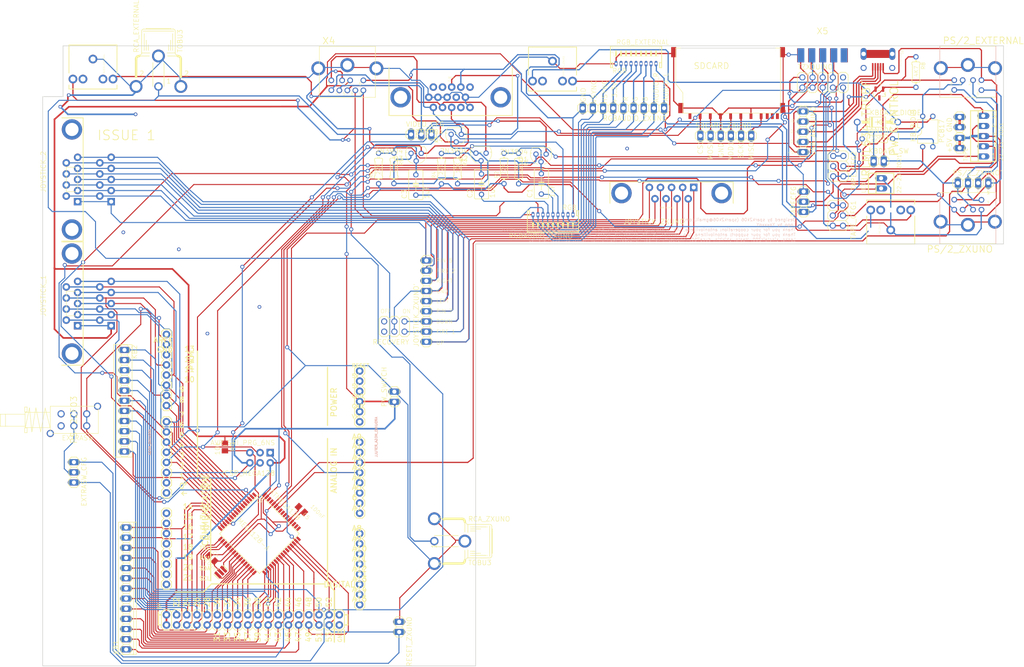
<source format=kicad_pcb>
(kicad_pcb (version 4) (host pcbnew 4.0.6+dfsg1-1)
  (layers (0 Top signal) (31 Bottom signal) (34 B.Paste user) (35 F.Paste user) (36 B.SilkS user) (37 F.SilkS user) (38 B.Mask user) (39 F.Mask user) (44 Edge.Cuts user))
  (net 0 "")
  (net 1 M2_KB1)
  (net 2 M1_KB1)
  (net 3 M1_KB2)
  (net 4 M1_KB3)
  (net 5 M1_KB4)
  (net 6 M1_KB5)
  (net 7 M1_KB6)
  (net 8 M1_KB7)
  (net 9 M1_KB8)
  (net 10 M1_KB9)
  (net 11 M1_KB10)
  (net 12 M1_KB11)
  (net 13 M1_KB12)
  (net 14 M1_KB13)
  (net 15 M2_KB2)
  (net 16 M2_KB3)
  (net 17 M2_KB4)
  (net 18 M2_KB6)
  (net 19 M2_KB5)
  (net 20 M2_KB7)
  (net 21 M2_KB8)
  (net 22 M2_KB9)
  (net 23 M2_KB10)
  (net 24 M2_KB11)
  (net 25 JOYZXUNO_6)
  (net 26 JOYZXUNO_7)
  (net 27 JOYZXUNO_8)
  (net 28 JOYZXUNO_9)
  (net 29 JOYZXUNO_1)
  (net 30 JOYZXUNO_2)
  (net 31 JOYZXUNO_3)
  (net 32 JOYZXUNO_4)
  (net 33 JOYZXUNO_5)
  (net 34 PS2_KBCLK)
  (net 35 PS2_MSCLK)
  (net 36 GND)
  (net 37 +5V)
  (net 38 PS2_KBDATA')
  (net 39 AUDIO_L)
  (net 40 AUDIO_R)
  (net 41 B)
  (net 42 G)
  (net 43 R)
  (net 44 VSYNC)
  (net 45 JOY2PS2_1)
  (net 46 JOY2PS2_2)
  (net 47 JOY2PS2_3)
  (net 48 JOY2PS2_4)
  (net 49 JOY2PS2_6)
  (net 50 JOY2PS2_7)
  (net 51 JOY2PS2_9)
  (net 52 TZX_ROOT)
  (net 53 TZX_DOWN)
  (net 54 TZX_STOP)
  (net 55 TZX_UP)
  (net 56 TZX_PLAY)
  (net 57 PS2_KBDATA)
  (net 58 IN_R)
  (net 59 IN_L)
  (net 60 HSYNC)
  (net 61 +3.3V)
  (net 62 ROUT)
  (net 63 GOUT)
  (net 64 BOUT)
  (net 65 N$4)
  (net 66 N$8)
  (net 67 N$11)
  (net 68 CSYNC)
  (net 69 N$1)
  (net 70 COMPOSITE)
  (net 71 RESET)
  (net 72 SWITCH)
  (net 73 EXTRA)
  (net 74 GND_POW)
  (net 75 PW_CONTROL)
  (net 76 RST)
  (net 77 ID)
  (net 78 D+)
  (net 79 D-)
  (net 80 KB_CONTROL)
  (net 81 MISO1)
  (net 82 SCK1)
  (net 83 VDD1)
  (net 84 MOSI1)
  (net 85 CS1)
  (net 86 N$5)
  (net 87 PS2_MSDATA)
  (net 88 PW_LED)
  (net 89 TAPE_2)
  (net 90 TAPE_4)
  (net 91 TAPE_5)
  (net 92 N/C)
  (net 93 TAPE_1)
  (net 94 N$6)
  (net 95 N$7)
  (net 96 N$2)
  (net 97 N$3)
  (net 98 GND_TAPE)
  (module "" (layer Top) (at 37.8988 171.55535)
    (fp_text reference @HOLE0 hide)
    (fp_text value "" (at 0 0) (layer F.SilkS))
    (pad "" np_thru_hole circle (at 0 0) (size 3.2 3.2) (drill 3.2) (layers *.Cu))
  )
  (module "" (layer Top) (at 56.6988 67.80535)
    (fp_text reference @HOLE1 hide)
    (fp_text value "" (at 0 0) (layer F.SilkS))
    (pad "" np_thru_hole circle (at 0 0) (size 3.2 3.2) (drill 3.2) (layers *.Cu))
  )
  (module "" (layer Top) (at 253.5034 58.00185)
    (fp_text reference @HOLE2 hide)
    (fp_text value "" (at 0 0) (layer F.SilkS))
    (pad "" np_thru_hole circle (at 0 0) (size 3.2 3.2) (drill 3.2) (layers *.Cu))
  )
  (module "" (layer Top) (at 145.7037 68.50185)
    (fp_text reference @HOLE3 hide)
    (fp_text value "" (at 0 0) (layer F.SilkS))
    (pad "" np_thru_hole circle (at 0 0) (size 3.2 3.2) (drill 3.2) (layers *.Cu))
  )
  (module M_DIN6 (layer Top) (at 259.6034 32.32785)
    (fp_text reference PS/2_EXTERNAL (at -6.35 -5.13) (layer F.SilkS) (effects (font (size 1.6891 1.6891) (thickness 0.1778)) (justify left bottom)))
    (fp_text value "" (at -6.35 -2.59) (layer F.SilkS) (effects (font (size 1.6891 1.6891) (thickness 0.1778)) (justify left bottom)))
    (fp_text user 1 (at -2.286 5.03) (layer F.SilkS) (effects (font (size 0.77216 0.77216) (thickness 0.065024)) (justify left bottom)))
    (fp_text user 2 (at 0.092 5.03) (layer F.SilkS) (effects (font (size 0.77216 0.77216) (thickness 0.065024)) (justify left bottom)))
    (fp_text user 3 (at -4.58 5.03) (layer F.SilkS) (effects (font (size 0.77216 0.77216) (thickness 0.065024)) (justify left bottom)))
    (fp_text user 4 (at 2.28 5.07) (layer F.SilkS) (effects (font (size 0.77216 0.77216) (thickness 0.065024)) (justify left bottom)))
    (fp_text user 5 (at -4.656 7.53) (layer F.SilkS) (effects (font (size 0.77216 0.77216) (thickness 0.065024)) (justify left bottom)))
    (fp_text user 6 (at 2.112 7.57) (layer F.SilkS) (effects (font (size 0.77216 0.77216) (thickness 0.065024)) (justify left bottom)))
    (pad SH1 thru_hole circle (at 6.8 0.75) (size 3.5 3.5) (drill 2.3) (layers *.Cu *.Mask) (net 97 N$3))
    (pad SH3 thru_hole circle (at -6.75 0.75) (size 3.5 3.5) (drill 2.3) (layers *.Cu *.Mask) (net 97 N$3))
    (pad SH2 thru_hole circle (at 0 -0.05) (size 3.5 3.5) (drill 2.3) (layers *.Cu *.Mask) (net 97 N$3))
    (pad 2 thru_hole circle (at 1.3 3.75) (size 1.4224 1.4224) (drill 0.9) (layers *.Cu *.Mask) (net 87 PS2_MSDATA))
    (pad 1 thru_hole circle (at -1.3 3.75) (size 1.4224 1.4224) (drill 0.9) (layers *.Cu *.Mask) (net 38 PS2_KBDATA'))
    (pad 3 thru_hole circle (at -3.4 3.75) (size 1.4224 1.4224) (drill 0.9) (layers *.Cu *.Mask) (net 74 GND_POW))
    (pad 4 thru_hole circle (at 3.4 3.75) (size 1.4224 1.4224) (drill 0.9) (layers *.Cu *.Mask) (net 37 +5V))
    (pad 6 thru_hole circle (at 3.4 6.25) (size 1.4224 1.4224) (drill 0.9) (layers *.Cu *.Mask) (net 35 PS2_MSCLK))
    (pad 5 thru_hole circle (at -3.4 6.2) (size 1.4224 1.4224) (drill 0.9) (layers *.Cu *.Mask) (net 34 PS2_KBCLK))
  )
  (module ARDUINO_MEGA (layer Top) (at 83.5388 126.56185 90)
    (fp_text reference ARDUINO_MEGA (at 0 -27.94 90) (layer B.SilkS) (effects (font (size 0.57912 0.57912) (thickness 0.12192)) (justify bottom mirror)))
    (fp_text value ARDUINO_MEGA_R3FULL (at 1.27 27.94 90) (layer B.SilkS) (effects (font (size 0.57912 0.57912) (thickness 0.12192)) (justify top mirror)))
    (fp_text user 0 (at -11.811 -21.082 180) (layer F.SilkS) (effects (font (size 1.35128 1.35128) (thickness 0.21336)) (justify left bottom)))
    (fp_text user 1 (at -9.271 -21.082 180) (layer F.SilkS) (effects (font (size 1.35128 1.35128) (thickness 0.21336)) (justify left bottom)))
    (fp_text user 2 (at -6.731 -21.082 180) (layer F.SilkS) (effects (font (size 1.35128 1.35128) (thickness 0.21336)) (justify left bottom)))
    (fp_text user 3 (at -4.191 -21.082 180) (layer F.SilkS) (effects (font (size 1.35128 1.35128) (thickness 0.21336)) (justify left bottom)))
    (fp_text user 4 (at -1.651 -21.082 180) (layer F.SilkS) (effects (font (size 1.35128 1.35128) (thickness 0.21336)) (justify left bottom)))
    (fp_text user 5 (at 0.889 -21.082 180) (layer F.SilkS) (effects (font (size 1.35128 1.35128) (thickness 0.21336)) (justify left bottom)))
    (fp_text user 6 (at 3.429 -21.082 180) (layer F.SilkS) (effects (font (size 1.35128 1.35128) (thickness 0.21336)) (justify left bottom)))
    (fp_text user 7 (at 5.969 -21.082 180) (layer F.SilkS) (effects (font (size 1.35128 1.35128) (thickness 0.21336)) (justify left bottom)))
    (fp_text user 8 (at 9.779 -21.082 180) (layer F.SilkS) (effects (font (size 1.35128 1.35128) (thickness 0.21336)) (justify left bottom)))
    (fp_text user 9 (at 12.319 -21.082 180) (layer F.SilkS) (effects (font (size 1.35128 1.35128) (thickness 0.21336)) (justify left bottom)))
    (fp_text user 10 (at 14.859 -19.812 180) (layer F.SilkS) (effects (font (size 1.35128 1.35128) (thickness 0.21336)) (justify left bottom)))
    (fp_text user 11 (at 17.399 -19.812 180) (layer F.SilkS) (effects (font (size 1.35128 1.35128) (thickness 0.21336)) (justify left bottom)))
    (fp_text user 12 (at 19.939 -19.812 180) (layer F.SilkS) (effects (font (size 1.35128 1.35128) (thickness 0.21336)) (justify left bottom)))
    (fp_text user 13 (at 22.479 -19.812 180) (layer F.SilkS) (effects (font (size 1.35128 1.35128) (thickness 0.21336)) (justify left bottom)))
    (fp_text user 14 (at -16.891 -20.193 180) (layer F.SilkS) (effects (font (size 1.35128 1.35128) (thickness 0.21336)) (justify left bottom)))
    (fp_text user 15 (at -19.431 -20.193 180) (layer F.SilkS) (effects (font (size 1.35128 1.35128) (thickness 0.21336)) (justify left bottom)))
    (fp_text user 16 (at -21.971 -20.193 180) (layer F.SilkS) (effects (font (size 1.35128 1.35128) (thickness 0.21336)) (justify left bottom)))
    (fp_text user 17 (at -24.511 -20.193 180) (layer F.SilkS) (effects (font (size 1.35128 1.35128) (thickness 0.21336)) (justify left bottom)))
    (fp_text user 18 (at -27.051 -20.193 180) (layer F.SilkS) (effects (font (size 1.35128 1.35128) (thickness 0.21336)) (justify left bottom)))
    (fp_text user 19 (at -29.591 -20.193 180) (layer F.SilkS) (effects (font (size 1.35128 1.35128) (thickness 0.21336)) (justify left bottom)))
    (fp_text user 20 (at -32.131 -20.193 180) (layer F.SilkS) (effects (font (size 1.35128 1.35128) (thickness 0.21336)) (justify left bottom)))
    (fp_text user 21 (at -34.671 -20.193 180) (layer F.SilkS) (effects (font (size 1.35128 1.35128) (thickness 0.21336)) (justify left bottom)))
    (fp_text user 22 (at -41.4274 -20.828 90) (layer F.SilkS) (effects (font (size 1.35128 1.35128) (thickness 0.21336)) (justify left bottom)))
    (fp_text user 24 (at -41.4274 -18.288 90) (layer F.SilkS) (effects (font (size 1.35128 1.35128) (thickness 0.21336)) (justify left bottom)))
    (fp_text user 26 (at -41.4274 -15.748 90) (layer F.SilkS) (effects (font (size 1.35128 1.35128) (thickness 0.21336)) (justify left bottom)))
    (fp_text user 28 (at -41.4274 -13.208 90) (layer F.SilkS) (effects (font (size 1.35128 1.35128) (thickness 0.21336)) (justify left bottom)))
    (fp_text user 30 (at -41.4274 -10.668 90) (layer F.SilkS) (effects (font (size 1.35128 1.35128) (thickness 0.21336)) (justify left bottom)))
    (fp_text user 32 (at -41.4274 -8.128 90) (layer F.SilkS) (effects (font (size 1.35128 1.35128) (thickness 0.21336)) (justify left bottom)))
    (fp_text user 34 (at -41.4274 -5.588 90) (layer F.SilkS) (effects (font (size 1.35128 1.35128) (thickness 0.21336)) (justify left bottom)))
    (fp_text user 36 (at -41.4274 -3.048 90) (layer F.SilkS) (effects (font (size 1.35128 1.35128) (thickness 0.21336)) (justify left bottom)))
    (fp_text user 38 (at -41.4274 -0.508 90) (layer F.SilkS) (effects (font (size 1.35128 1.35128) (thickness 0.21336)) (justify left bottom)))
    (fp_text user 40 (at -41.4274 2.032 90) (layer F.SilkS) (effects (font (size 1.35128 1.35128) (thickness 0.21336)) (justify left bottom)))
    (fp_text user 42 (at -41.4274 4.572 90) (layer F.SilkS) (effects (font (size 1.35128 1.35128) (thickness 0.21336)) (justify left bottom)))
    (fp_text user 44 (at -41.4274 7.112 90) (layer F.SilkS) (effects (font (size 1.35128 1.35128) (thickness 0.21336)) (justify left bottom)))
    (fp_text user 46 (at -41.4274 9.652 90) (layer F.SilkS) (effects (font (size 1.35128 1.35128) (thickness 0.21336)) (justify left bottom)))
    (fp_text user 50 (at -41.4274 14.732 90) (layer F.SilkS) (effects (font (size 1.35128 1.35128) (thickness 0.21336)) (justify left bottom)))
    (fp_text user 48 (at -41.4274 12.192 90) (layer F.SilkS) (effects (font (size 1.35128 1.35128) (thickness 0.21336)) (justify left bottom)))
    (fp_text user 52 (at -41.4274 17.272 90) (layer F.SilkS) (effects (font (size 1.35128 1.35128) (thickness 0.21336)) (justify left bottom)))
    (fp_text user 31 (at -50.165 -10.6934 90) (layer F.SilkS) (effects (font (size 1.35128 1.35128) (thickness 0.21336)) (justify left bottom)))
    (fp_text user 33 (at -50.165 -8.1534 90) (layer F.SilkS) (effects (font (size 1.35128 1.35128) (thickness 0.21336)) (justify left bottom)))
    (fp_text user 35 (at -50.165 -5.6134 90) (layer F.SilkS) (effects (font (size 1.35128 1.35128) (thickness 0.21336)) (justify left bottom)))
    (fp_text user 37 (at -50.165 -3.0734 90) (layer F.SilkS) (effects (font (size 1.35128 1.35128) (thickness 0.21336)) (justify left bottom)))
    (fp_text user 39 (at -50.165 -0.5334 90) (layer F.SilkS) (effects (font (size 1.35128 1.35128) (thickness 0.21336)) (justify left bottom)))
    (fp_text user 41 (at -50.165 2.0066 90) (layer F.SilkS) (effects (font (size 1.35128 1.35128) (thickness 0.21336)) (justify left bottom)))
    (fp_text user 43 (at -50.165 4.5466 90) (layer F.SilkS) (effects (font (size 1.35128 1.35128) (thickness 0.21336)) (justify left bottom)))
    (fp_text user 45 (at -50.165 7.0866 90) (layer F.SilkS) (effects (font (size 1.35128 1.35128) (thickness 0.21336)) (justify left bottom)))
    (fp_text user 47 (at -50.165 9.6266 90) (layer F.SilkS) (effects (font (size 1.35128 1.35128) (thickness 0.21336)) (justify left bottom)))
    (fp_text user 49 (at -50.165 12.1666 90) (layer F.SilkS) (effects (font (size 1.35128 1.35128) (thickness 0.21336)) (justify left bottom)))
    (fp_text user 51 (at -50.165 14.7066 90) (layer F.SilkS) (effects (font (size 1.35128 1.35128) (thickness 0.21336)) (justify left bottom)))
    (fp_text user 53 (at -50.165 17.2466 90) (layer F.SilkS) (effects (font (size 1.35128 1.35128) (thickness 0.21336)) (justify left bottom)))
    (fp_text user A0 (at 0.508 22.0726 180) (layer F.SilkS) (effects (font (size 1.35128 1.35128) (thickness 0.21336)) (justify left bottom)))
    (fp_text user A1 (at -1.778 22.0726 180) (layer F.SilkS) (effects (font (size 1.35128 1.35128) (thickness 0.21336)) (justify left bottom)))
    (fp_text user A2 (at -4.572 22.0726 180) (layer F.SilkS) (effects (font (size 1.35128 1.35128) (thickness 0.21336)) (justify left bottom)))
    (fp_text user A3 (at -7.112 22.0726 180) (layer F.SilkS) (effects (font (size 1.35128 1.35128) (thickness 0.21336)) (justify left bottom)))
    (fp_text user A4 (at -9.652 22.0726 180) (layer F.SilkS) (effects (font (size 1.35128 1.35128) (thickness 0.21336)) (justify left bottom)))
    (fp_text user A5 (at -12.065 22.0726 180) (layer F.SilkS) (effects (font (size 1.35128 1.35128) (thickness 0.21336)) (justify left bottom)))
    (fp_text user 6 (at -14.605 22.0726 180) (layer F.SilkS) (effects (font (size 1.35128 1.35128) (thickness 0.21336)) (justify left bottom)))
    (fp_text user A7 (at -17.272 22.0726 180) (layer F.SilkS) (effects (font (size 1.35128 1.35128) (thickness 0.21336)) (justify left bottom)))
    (fp_text user A8 (at -22.352 22.0726 180) (layer F.SilkS) (effects (font (size 1.35128 1.35128) (thickness 0.21336)) (justify left bottom)))
    (fp_text user A9 (at -24.892 22.0726 180) (layer F.SilkS) (effects (font (size 1.35128 1.35128) (thickness 0.21336)) (justify left bottom)))
    (fp_text user A10 (at -27.432 22.0726 180) (layer F.SilkS) (effects (font (size 1.35128 1.35128) (thickness 0.21336)) (justify left bottom)))
    (fp_text user A11 (at -29.972 22.0726 180) (layer F.SilkS) (effects (font (size 1.35128 1.35128) (thickness 0.21336)) (justify left bottom)))
    (fp_text user A12 (at -32.512 22.0726 180) (layer F.SilkS) (effects (font (size 1.35128 1.35128) (thickness 0.21336)) (justify left bottom)))
    (fp_text user A13 (at -35.052 22.0726 180) (layer F.SilkS) (effects (font (size 1.35128 1.35128) (thickness 0.21336)) (justify left bottom)))
    (fp_text user A14 (at -37.592 22.0726 180) (layer F.SilkS) (effects (font (size 1.35128 1.35128) (thickness 0.21336)) (justify left bottom)))
    (fp_text user A15 (at -40.005 22.0726 180) (layer F.SilkS) (effects (font (size 1.35128 1.35128) (thickness 0.21336)) (justify left bottom)))
    (fp_text user "ANALOG IN" (at -12.954 18.542 90) (layer F.SilkS) (effects (font (size 1.4478 1.4478) (thickness 0.2286)) (justify left bottom)))
    (fp_text user COMMUNICATION (at -26.162 -13.589 90) (layer F.SilkS) (effects (font (size 1.4478 1.4478) (thickness 0.2286)) (justify left bottom)))
    (fp_text user DIGITAL (at -36.449 14.986 180) (layer F.SilkS) (effects (font (size 1.4478 1.4478) (thickness 0.2286)) (justify left bottom)))
    (fp_text user GND (at -50.165 19.7866 90) (layer F.SilkS) (effects (font (size 0.9652 0.9652) (thickness 0.1524)) (justify left bottom)))
    (fp_text user TX0 (at -9.271 -16.002 180) (layer F.SilkS) (effects (font (size 0.9652 0.9652) (thickness 0.1524)) (justify left bottom)))
    (fp_text user RX0 (at -11.811 -16.002 180) (layer F.SilkS) (effects (font (size 0.9652 0.9652) (thickness 0.1524)) (justify left bottom)))
    (fp_text user PWM (at 17.78 -17.145 90) (layer F.SilkS) (effects (font (size 1.4478 1.4478) (thickness 0.2286)) (justify left bottom)))
    (fp_text user TX3 (at -16.891 -16.002 180) (layer F.SilkS) (effects (font (size 0.9652 0.9652) (thickness 0.1524)) (justify left bottom)))
    (fp_text user RX3 (at -19.431 -16.002 180) (layer F.SilkS) (effects (font (size 0.9652 0.9652) (thickness 0.1524)) (justify left bottom)))
    (fp_text user TX2 (at -21.971 -16.002 180) (layer F.SilkS) (effects (font (size 0.9652 0.9652) (thickness 0.1524)) (justify left bottom)))
    (fp_text user RX2 (at -24.511 -16.002 180) (layer F.SilkS) (effects (font (size 0.9652 0.9652) (thickness 0.1524)) (justify left bottom)))
    (fp_text user TX1 (at -27.051 -16.002 180) (layer F.SilkS) (effects (font (size 0.9652 0.9652) (thickness 0.1524)) (justify left bottom)))
    (fp_text user RX1 (at -29.591 -16.002 180) (layer F.SilkS) (effects (font (size 0.9652 0.9652) (thickness 0.1524)) (justify left bottom)))
    (fp_text user SDA (at -32.131 -16.002 180) (layer F.SilkS) (effects (font (size 0.9652 0.9652) (thickness 0.1524)) (justify left bottom)))
    (fp_text user SCL (at -34.671 -16.002 180) (layer F.SilkS) (effects (font (size 0.9652 0.9652) (thickness 0.1524)) (justify left bottom)))
    (fp_text user POWER (at 6.096 18.542 90) (layer F.SilkS) (effects (font (size 1.4478 1.4478) (thickness 0.2286)) (justify left bottom)))
    (fp_text user RESET (at 18.542 22.0726 180) (layer F.SilkS) (effects (font (size 0.9652 0.9652) (thickness 0.1524)) (justify left bottom)))
    (fp_text user 5V (at 16.002 22.0726 180) (layer F.SilkS) (effects (font (size 0.9652 0.9652) (thickness 0.1524)) (justify left bottom)))
    (fp_text user 5V (at 13.462 22.0726 180) (layer F.SilkS) (effects (font (size 0.9652 0.9652) (thickness 0.1524)) (justify left bottom)))
    (fp_text user GND (at 10.922 22.0726 180) (layer F.SilkS) (effects (font (size 0.9652 0.9652) (thickness 0.1524)) (justify left bottom)))
    (fp_text user GND (at 8.382 22.0726 180) (layer F.SilkS) (effects (font (size 0.9652 0.9652) (thickness 0.1524)) (justify left bottom)))
    (fp_text user Vin (at 5.842 22.0726 180) (layer F.SilkS) (effects (font (size 0.9652 0.9652) (thickness 0.1524)) (justify left bottom)))
    (fp_text user GND (at 23.876 -22.352 180) (layer F.SilkS) (effects (font (size 1.35128 1.35128) (thickness 0.21336)) (justify right top)))
    (fp_text user AREF (at 26.289 -22.352 180) (layer F.SilkS) (effects (font (size 1.35128 1.35128) (thickness 0.21336)) (justify right top)))
    (fp_text user 5V (at -41.91 -25.4 90) (layer F.SilkS) (effects (font (size 0.84455 0.84455) (thickness 0.13335)) (justify left bottom)))
    (pad A9 thru_hole circle (at -25.4 24.13 180) (size 1.8796 1.8796) (drill 1.016) (layers *.Cu *.Mask))
    (pad A10 thru_hole circle (at -27.94 24.13 180) (size 1.8796 1.8796) (drill 1.016) (layers *.Cu *.Mask))
    (pad A11 thru_hole circle (at -30.48 24.13 180) (size 1.8796 1.8796) (drill 1.016) (layers *.Cu *.Mask))
    (pad A12 thru_hole circle (at -33.02 24.13 180) (size 1.8796 1.8796) (drill 1.016) (layers *.Cu *.Mask))
    (pad A13 thru_hole circle (at -35.56 24.13 180) (size 1.8796 1.8796) (drill 1.016) (layers *.Cu *.Mask))
    (pad A14 thru_hole circle (at -38.1 24.13 180) (size 1.8796 1.8796) (drill 1.016) (layers *.Cu *.Mask))
    (pad A15 thru_hole circle (at -40.64 24.13 180) (size 1.8796 1.8796) (drill 1.016) (layers *.Cu *.Mask))
    (pad A8 thru_hole circle (at -22.86 24.13 180) (size 1.8796 1.8796) (drill 1.016) (layers *.Cu *.Mask))
    (pad 15 thru_hole circle (at -20.32 -24.13 180) (size 1.8796 1.8796) (drill 1.016) (layers *.Cu *.Mask))
    (pad 16 thru_hole circle (at -22.86 -24.13 180) (size 1.8796 1.8796) (drill 1.016) (layers *.Cu *.Mask))
    (pad 17 thru_hole circle (at -25.4 -24.13 180) (size 1.8796 1.8796) (drill 1.016) (layers *.Cu *.Mask))
    (pad 18 thru_hole circle (at -27.94 -24.13 180) (size 1.8796 1.8796) (drill 1.016) (layers *.Cu *.Mask))
    (pad 19 thru_hole circle (at -30.48 -24.13 180) (size 1.8796 1.8796) (drill 1.016) (layers *.Cu *.Mask))
    (pad 20 thru_hole circle (at -33.02 -24.13 180) (size 1.8796 1.8796) (drill 1.016) (layers *.Cu *.Mask))
    (pad 21 thru_hole circle (at -35.56 -24.13 180) (size 1.8796 1.8796) (drill 1.016) (layers *.Cu *.Mask))
    (pad 14 thru_hole circle (at -17.78 -24.13 180) (size 1.8796 1.8796) (drill 1.016) (layers *.Cu *.Mask))
    (pad A1 thru_hole circle (at -2.54 24.13 180) (size 1.8796 1.8796) (drill 1.016) (layers *.Cu *.Mask))
    (pad A2 thru_hole circle (at -5.08 24.13 180) (size 1.8796 1.8796) (drill 1.016) (layers *.Cu *.Mask) (net 34 PS2_KBCLK))
    (pad A3 thru_hole circle (at -7.62 24.13 180) (size 1.8796 1.8796) (drill 1.016) (layers *.Cu *.Mask) (net 57 PS2_KBDATA))
    (pad A4 thru_hole circle (at -10.16 24.13 180) (size 1.8796 1.8796) (drill 1.016) (layers *.Cu *.Mask))
    (pad A5 thru_hole circle (at -12.7 24.13 180) (size 1.8796 1.8796) (drill 1.016) (layers *.Cu *.Mask))
    (pad A6 thru_hole circle (at -15.24 24.13 180) (size 1.8796 1.8796) (drill 1.016) (layers *.Cu *.Mask))
    (pad A7 thru_hole circle (at -17.78 24.13 180) (size 1.8796 1.8796) (drill 1.016) (layers *.Cu *.Mask))
    (pad A0 thru_hole circle (at 0 24.13 180) (size 1.8796 1.8796) (drill 1.016) (layers *.Cu *.Mask))
    (pad 6 thru_hole circle (at 2.54 -24.13 180) (size 1.8796 1.8796) (drill 1.016) (layers *.Cu *.Mask) (net 54 TZX_STOP))
    (pad 5 thru_hole circle (at 0 -24.13 180) (size 1.8796 1.8796) (drill 1.016) (layers *.Cu *.Mask) (net 56 TZX_PLAY))
    (pad 4 thru_hole circle (at -2.54 -24.13 180) (size 1.8796 1.8796) (drill 1.016) (layers *.Cu *.Mask) (net 53 TZX_DOWN))
    (pad 3 thru_hole circle (at -5.08 -24.13 180) (size 1.8796 1.8796) (drill 1.016) (layers *.Cu *.Mask) (net 55 TZX_UP))
    (pad 2 thru_hole circle (at -7.62 -24.13 180) (size 1.8796 1.8796) (drill 1.016) (layers *.Cu *.Mask) (net 52 TZX_ROOT))
    (pad 1 thru_hole circle (at -10.16 -24.13 180) (size 1.8796 1.8796) (drill 1.016) (layers *.Cu *.Mask))
    (pad 0 thru_hole circle (at -12.7 -24.13 180) (size 1.8796 1.8796) (drill 1.016) (layers *.Cu *.Mask))
    (pad 7 thru_hole circle (at 5.08 -24.13 180) (size 1.8796 1.8796) (drill 1.016) (layers *.Cu *.Mask) (net 45 JOY2PS2_1))
    (pad GND@ thru_hole circle (at 24.384 -24.13 180) (size 1.8796 1.8796) (drill 1.016) (layers *.Cu *.Mask))
    (pad 13 thru_hole circle (at 21.844 -24.13 180) (size 1.8796 1.8796) (drill 1.016) (layers *.Cu *.Mask))
    (pad 12 thru_hole circle (at 19.304 -24.13 180) (size 1.8796 1.8796) (drill 1.016) (layers *.Cu *.Mask) (net 50 JOY2PS2_7))
    (pad 11 thru_hole circle (at 16.764 -24.13 180) (size 1.8796 1.8796) (drill 1.016) (layers *.Cu *.Mask) (net 49 JOY2PS2_6))
    (pad 10 thru_hole circle (at 14.224 -24.13 180) (size 1.8796 1.8796) (drill 1.016) (layers *.Cu *.Mask) (net 48 JOY2PS2_4))
    (pad 9 thru_hole circle (at 11.684 -24.13 180) (size 1.8796 1.8796) (drill 1.016) (layers *.Cu *.Mask) (net 47 JOY2PS2_3))
    (pad 8 thru_hole circle (at 9.144 -24.13 180) (size 1.8796 1.8796) (drill 1.016) (layers *.Cu *.Mask) (net 46 JOY2PS2_2))
    (pad AREF thru_hole circle (at 26.924 -24.13 180) (size 1.8796 1.8796) (drill 1.016) (layers *.Cu *.Mask))
    (pad 37 thru_hole circle (at -45.72 -3.81 180) (size 1.8796 1.8796) (drill 1.016) (layers *.Cu *.Mask) (net 9 M1_KB8))
    (pad 36 thru_hole circle (at -43.18 -3.81 180) (size 1.8796 1.8796) (drill 1.016) (layers *.Cu *.Mask) (net 21 M2_KB8))
    (pad 35 thru_hole circle (at -45.72 -6.35 180) (size 1.8796 1.8796) (drill 1.016) (layers *.Cu *.Mask) (net 8 M1_KB7))
    (pad 34 thru_hole circle (at -43.18 -6.35 180) (size 1.8796 1.8796) (drill 1.016) (layers *.Cu *.Mask) (net 20 M2_KB7))
    (pad 33 thru_hole circle (at -45.72 -8.89 180) (size 1.8796 1.8796) (drill 1.016) (layers *.Cu *.Mask) (net 7 M1_KB6))
    (pad 32 thru_hole circle (at -43.18 -8.89 180) (size 1.8796 1.8796) (drill 1.016) (layers *.Cu *.Mask) (net 18 M2_KB6))
    (pad 31 thru_hole circle (at -45.72 -11.43 180) (size 1.8796 1.8796) (drill 1.016) (layers *.Cu *.Mask) (net 6 M1_KB5))
    (pad 30 thru_hole circle (at -43.18 -11.43 180) (size 1.8796 1.8796) (drill 1.016) (layers *.Cu *.Mask) (net 19 M2_KB5))
    (pad 29 thru_hole circle (at -45.72 -13.97 180) (size 1.8796 1.8796) (drill 1.016) (layers *.Cu *.Mask) (net 5 M1_KB4))
    (pad 28 thru_hole circle (at -43.18 -13.97 180) (size 1.8796 1.8796) (drill 1.016) (layers *.Cu *.Mask) (net 17 M2_KB4))
    (pad 27 thru_hole circle (at -45.72 -16.51 180) (size 1.8796 1.8796) (drill 1.016) (layers *.Cu *.Mask) (net 4 M1_KB3))
    (pad 26 thru_hole circle (at -43.18 -16.51 180) (size 1.8796 1.8796) (drill 1.016) (layers *.Cu *.Mask) (net 16 M2_KB3))
    (pad 25 thru_hole circle (at -45.72 -19.05 180) (size 1.8796 1.8796) (drill 1.016) (layers *.Cu *.Mask) (net 3 M1_KB2))
    (pad 24 thru_hole circle (at -43.18 -19.05 180) (size 1.8796 1.8796) (drill 1.016) (layers *.Cu *.Mask) (net 15 M2_KB2))
    (pad 23 thru_hole circle (at -45.72 -21.59 180) (size 1.8796 1.8796) (drill 1.016) (layers *.Cu *.Mask) (net 2 M1_KB1))
    (pad 22 thru_hole circle (at -43.18 -21.59 180) (size 1.8796 1.8796) (drill 1.016) (layers *.Cu *.Mask) (net 1 M2_KB1))
    (pad 53 thru_hole circle (at -45.72 16.51 180) (size 1.8796 1.8796) (drill 1.016) (layers *.Cu *.Mask) (net 71 RESET))
    (pad 52 thru_hole circle (at -43.18 16.51 180) (size 1.8796 1.8796) (drill 1.016) (layers *.Cu *.Mask) (net 73 EXTRA))
    (pad 51 thru_hole circle (at -45.72 13.97 180) (size 1.8796 1.8796) (drill 1.016) (layers *.Cu *.Mask) (net 75 PW_CONTROL))
    (pad 50 thru_hole circle (at -43.18 13.97 180) (size 1.8796 1.8796) (drill 1.016) (layers *.Cu *.Mask) (net 80 KB_CONTROL))
    (pad 49 thru_hole circle (at -45.72 11.43 180) (size 1.8796 1.8796) (drill 1.016) (layers *.Cu *.Mask) (net 88 PW_LED))
    (pad 48 thru_hole circle (at -43.18 11.43 180) (size 1.8796 1.8796) (drill 1.016) (layers *.Cu *.Mask))
    (pad 47 thru_hole circle (at -45.72 8.89 180) (size 1.8796 1.8796) (drill 1.016) (layers *.Cu *.Mask) (net 14 M1_KB13))
    (pad 46 thru_hole circle (at -43.18 8.89 180) (size 1.8796 1.8796) (drill 1.016) (layers *.Cu *.Mask))
    (pad 45 thru_hole circle (at -45.72 6.35 180) (size 1.8796 1.8796) (drill 1.016) (layers *.Cu *.Mask) (net 13 M1_KB12))
    (pad 44 thru_hole circle (at -43.18 6.35 180) (size 1.8796 1.8796) (drill 1.016) (layers *.Cu *.Mask) (net 51 JOY2PS2_9))
    (pad 43 thru_hole circle (at -45.72 3.81 180) (size 1.8796 1.8796) (drill 1.016) (layers *.Cu *.Mask) (net 12 M1_KB11))
    (pad 42 thru_hole circle (at -43.18 3.81 180) (size 1.8796 1.8796) (drill 1.016) (layers *.Cu *.Mask) (net 24 M2_KB11))
    (pad 41 thru_hole circle (at -45.72 1.27 180) (size 1.8796 1.8796) (drill 1.016) (layers *.Cu *.Mask) (net 11 M1_KB10))
    (pad 40 thru_hole circle (at -43.18 1.27 180) (size 1.8796 1.8796) (drill 1.016) (layers *.Cu *.Mask) (net 23 M2_KB10))
    (pad 39 thru_hole circle (at -45.72 -1.27 180) (size 1.8796 1.8796) (drill 1.016) (layers *.Cu *.Mask) (net 10 M1_KB9))
    (pad 38 thru_hole circle (at -43.18 -1.27 180) (size 1.8796 1.8796) (drill 1.016) (layers *.Cu *.Mask) (net 22 M2_KB9))
    (pad GND@ thru_hole circle (at -43.18 19.05 180) (size 1.8796 1.8796) (drill 1.016) (layers *.Cu *.Mask))
    (pad GND@ thru_hole circle (at -45.72 19.05 180) (size 1.8796 1.8796) (drill 1.016) (layers *.Cu *.Mask))
    (pad 5V@1 thru_hole circle (at -43.18 -24.13 180) (size 1.8796 1.8796) (drill 1.016) (layers *.Cu *.Mask) (net 37 +5V))
    (pad 5V@2 thru_hole circle (at -45.72 -24.13 180) (size 1.8796 1.8796) (drill 1.016) (layers *.Cu *.Mask) (net 37 +5V))
    (pad RESE thru_hole circle (at 17.78 24.13 180) (size 1.8796 1.8796) (drill 1.016) (layers *.Cu *.Mask))
    (pad 3.3V thru_hole circle (at 15.24 24.13 180) (size 1.8796 1.8796) (drill 1.016) (layers *.Cu *.Mask))
    (pad 5V@0 thru_hole circle (at 12.7 24.13 180) (size 1.8796 1.8796) (drill 1.016) (layers *.Cu *.Mask))
    (pad GND@ thru_hole circle (at 10.16 24.13 180) (size 1.8796 1.8796) (drill 1.016) (layers *.Cu *.Mask))
    (pad GND@ thru_hole circle (at 7.62 24.13 180) (size 1.8796 1.8796) (drill 1.016) (layers *.Cu *.Mask))
    (pad VIN thru_hole circle (at 5.08 24.13 180) (size 1.8796 1.8796) (drill 1.016) (layers *.Cu *.Mask))
  )
  (module AUDIO-JACK (layer Top) (at 41.0488 30.80385 270)
    (fp_text reference AUDIO_EXTERNAL (at -1.27 -2.54 270) (layer F.SilkS) (effects (font (size 0.38608 0.38608) (thickness 0.032512)) (justify right top)))
    (fp_text value "" (at -1.27 -1.27 270) (layer F.SilkS) (effects (font (size 0.38608 0.38608) (thickness 0.032512)) (justify right top)))
    (pad SLEE thru_hole circle (at 0 0 270) (size 2.1844 2.1844) (drill 1.3) (layers *.Cu *.Mask))
    (pad RSH thru_hole circle (at 5 -2.5 270) (size 2.1844 2.1844) (drill 1.3) (layers *.Cu *.Mask))
    (pad RING thru_hole circle (at 5 -5 270) (size 2.1844 2.1844) (drill 1.3) (layers *.Cu *.Mask) (net 40 AUDIO_R))
    (pad TSH thru_hole circle (at 5 2.5 270) (size 2.1844 2.1844) (drill 1.3) (layers *.Cu *.Mask))
    (pad TIP thru_hole circle (at 5 5 270) (size 2.1844 2.1844) (drill 1.3) (layers *.Cu *.Mask) (net 39 AUDIO_L))
    (pad "" np_thru_hole circle (at 0 -5 270) (size 1.2 1.2) (drill 1.2) (layers *.Cu))
    (pad "" np_thru_hole circle (at -2.5 -5 270) (size 1.2 1.2) (drill 1.2) (layers *.Cu))
    (pad "" np_thru_hole circle (at -2.5 5 270) (size 1.2 1.2) (drill 1.2) (layers *.Cu))
    (pad "" np_thru_hole circle (at 0 5 270) (size 1.2 1.2) (drill 1.2) (layers *.Cu))
    (pad "" np_thru_hole circle (at 5 0 270) (size 1.2 1.2) (drill 1.2) (layers *.Cu))
  )
  (module 1X11 (layer Top) (at 48.9188 116.22185 270)
    (fp_text reference KB2 (at -14.0462 -1.8288 270) (layer F.SilkS) (effects (font (size 1.2065 1.2065) (thickness 0.127)) (justify right top)))
    (fp_text value "" (at -13.97 3.175 270) (layer F.SilkS) (effects (font (size 1.2065 1.2065) (thickness 0.1016)) (justify right top)))
    (pad 1 thru_hole oval (at -12.7 0) (size 3.048 1.524) (drill 1.016) (layers *.Cu *.Mask) (net 24 M2_KB11))
    (pad 2 thru_hole oval (at -10.16 0) (size 3.048 1.524) (drill 1.016) (layers *.Cu *.Mask) (net 23 M2_KB10))
    (pad 3 thru_hole oval (at -7.62 0) (size 3.048 1.524) (drill 1.016) (layers *.Cu *.Mask) (net 22 M2_KB9))
    (pad 4 thru_hole oval (at -5.08 0) (size 3.048 1.524) (drill 1.016) (layers *.Cu *.Mask) (net 21 M2_KB8))
    (pad 5 thru_hole oval (at -2.54 0) (size 3.048 1.524) (drill 1.016) (layers *.Cu *.Mask) (net 20 M2_KB7))
    (pad 6 thru_hole oval (at 0 0) (size 3.048 1.524) (drill 1.016) (layers *.Cu *.Mask) (net 18 M2_KB6))
    (pad 7 thru_hole oval (at 2.54 0) (size 3.048 1.524) (drill 1.016) (layers *.Cu *.Mask) (net 19 M2_KB5))
    (pad 8 thru_hole oval (at 5.08 0) (size 3.048 1.524) (drill 1.016) (layers *.Cu *.Mask) (net 17 M2_KB4))
    (pad 9 thru_hole oval (at 7.62 0) (size 3.048 1.524) (drill 1.016) (layers *.Cu *.Mask) (net 16 M2_KB3))
    (pad 10 thru_hole oval (at 10.16 0) (size 3.048 1.524) (drill 1.016) (layers *.Cu *.Mask) (net 15 M2_KB2))
    (pad 11 thru_hole oval (at 12.7 0) (size 3.048 1.524) (drill 1.016) (layers *.Cu *.Mask) (net 1 M2_KB1))
  )
  (module 1X13 (layer Top) (at 49.3388 163.14185 90)
    (fp_text reference KB1 (at -16.5862 -1.8288 90) (layer F.SilkS) (effects (font (size 1.2065 1.2065) (thickness 0.127)) (justify left bottom)))
    (fp_text value "" (at -16.51 3.175 90) (layer F.SilkS) (effects (font (size 1.2065 1.2065) (thickness 0.1016)) (justify left bottom)))
    (pad 1 thru_hole oval (at -15.24 0 180) (size 3.048 1.524) (drill 1.016) (layers *.Cu *.Mask) (net 14 M1_KB13))
    (pad 2 thru_hole oval (at -12.7 0 180) (size 3.048 1.524) (drill 1.016) (layers *.Cu *.Mask) (net 13 M1_KB12))
    (pad 3 thru_hole oval (at -10.16 0 180) (size 3.048 1.524) (drill 1.016) (layers *.Cu *.Mask) (net 12 M1_KB11))
    (pad 4 thru_hole oval (at -7.62 0 180) (size 3.048 1.524) (drill 1.016) (layers *.Cu *.Mask) (net 11 M1_KB10))
    (pad 5 thru_hole oval (at -5.08 0 180) (size 3.048 1.524) (drill 1.016) (layers *.Cu *.Mask) (net 10 M1_KB9))
    (pad 6 thru_hole oval (at -2.54 0 180) (size 3.048 1.524) (drill 1.016) (layers *.Cu *.Mask) (net 9 M1_KB8))
    (pad 7 thru_hole oval (at 0 0 180) (size 3.048 1.524) (drill 1.016) (layers *.Cu *.Mask) (net 8 M1_KB7))
    (pad 8 thru_hole oval (at 2.54 0 180) (size 3.048 1.524) (drill 1.016) (layers *.Cu *.Mask) (net 7 M1_KB6))
    (pad 9 thru_hole oval (at 5.08 0 180) (size 3.048 1.524) (drill 1.016) (layers *.Cu *.Mask) (net 6 M1_KB5))
    (pad 10 thru_hole oval (at 7.62 0 180) (size 3.048 1.524) (drill 1.016) (layers *.Cu *.Mask) (net 5 M1_KB4))
    (pad 11 thru_hole oval (at 10.16 0 180) (size 3.048 1.524) (drill 1.016) (layers *.Cu *.Mask) (net 4 M1_KB3))
    (pad 12 thru_hole oval (at 12.7 0 180) (size 3.048 1.524) (drill 1.016) (layers *.Cu *.Mask) (net 3 M1_KB2))
    (pad 13 thru_hole oval (at 15.24 0 180) (size 3.048 1.524) (drill 1.016) (layers *.Cu *.Mask) (net 2 M1_KB1))
  )
  (module M_DIN6 (layer Top) (at 259.6034 72.20585 180)
    (fp_text reference PS/2_ZXUNO (at -6.35 -5.13 180) (layer F.SilkS) (effects (font (size 1.6891 1.6891) (thickness 0.1778)) (justify right top)))
    (fp_text value "" (at -6.35 -2.59 180) (layer F.SilkS) (effects (font (size 1.6891 1.6891) (thickness 0.1778)) (justify right top)))
    (fp_text user 1 (at -2.286 5.03 180) (layer F.SilkS) (effects (font (size 0.77216 0.77216) (thickness 0.065024)) (justify left bottom)))
    (fp_text user 2 (at 0.092 5.03 180) (layer F.SilkS) (effects (font (size 0.77216 0.77216) (thickness 0.065024)) (justify left bottom)))
    (fp_text user 3 (at -4.58 5.03 180) (layer F.SilkS) (effects (font (size 0.77216 0.77216) (thickness 0.065024)) (justify left bottom)))
    (fp_text user 4 (at 2.28 5.07 180) (layer F.SilkS) (effects (font (size 0.77216 0.77216) (thickness 0.065024)) (justify left bottom)))
    (fp_text user 5 (at -4.656 7.53 180) (layer F.SilkS) (effects (font (size 0.77216 0.77216) (thickness 0.065024)) (justify left bottom)))
    (fp_text user 6 (at 2.112 7.57 180) (layer F.SilkS) (effects (font (size 0.77216 0.77216) (thickness 0.065024)) (justify left bottom)))
    (pad SH1 thru_hole circle (at 6.8 0.75 180) (size 3.5 3.5) (drill 2.3) (layers *.Cu *.Mask) (net 96 N$2))
    (pad SH3 thru_hole circle (at -6.75 0.75 180) (size 3.5 3.5) (drill 2.3) (layers *.Cu *.Mask) (net 96 N$2))
    (pad SH2 thru_hole circle (at 0 -0.05 180) (size 3.5 3.5) (drill 2.3) (layers *.Cu *.Mask) (net 96 N$2))
    (pad 2 thru_hole circle (at 1.3 3.75 180) (size 1.4224 1.4224) (drill 0.9) (layers *.Cu *.Mask) (net 87 PS2_MSDATA))
    (pad 1 thru_hole circle (at -1.3 3.75 180) (size 1.4224 1.4224) (drill 0.9) (layers *.Cu *.Mask) (net 57 PS2_KBDATA))
    (pad 3 thru_hole circle (at -3.4 3.75 180) (size 1.4224 1.4224) (drill 0.9) (layers *.Cu *.Mask) (net 36 GND))
    (pad 4 thru_hole circle (at 3.4 3.75 180) (size 1.4224 1.4224) (drill 0.9) (layers *.Cu *.Mask) (net 37 +5V))
    (pad 6 thru_hole circle (at 3.4 6.25 180) (size 1.4224 1.4224) (drill 0.9) (layers *.Cu *.Mask) (net 35 PS2_MSCLK))
    (pad 5 thru_hole circle (at -3.4 6.2 180) (size 1.4224 1.4224) (drill 0.9) (layers *.Cu *.Mask) (net 34 PS2_KBCLK))
  )
  (module DB9_MALE (layer Top) (at 35.7988 60.90535 90)
    (fp_text reference JOYSTICK_2 (at -3.335 -6.43 90) (layer F.SilkS) (effects (font (size 1.2065 1.2065) (thickness 0.127)) (justify left bottom)))
    (fp_text value "" (at -0.69 4.967 90) (layer F.SilkS) (effects (font (size 0.38608 0.38608) (thickness 0.04064)) (justify left bottom)))
    (pad 1 thru_hole circle (at 5.54 1.42 90) (size 1.8796 1.8796) (drill 1.016) (layers *.Cu *.Mask) (net 29 JOYZXUNO_1))
    (pad 2 thru_hole circle (at 2.77 1.42 90) (size 1.8796 1.8796) (drill 1.016) (layers *.Cu *.Mask) (net 30 JOYZXUNO_2))
    (pad 3 thru_hole circle (at 0 1.42 90) (size 1.8796 1.8796) (drill 1.016) (layers *.Cu *.Mask) (net 31 JOYZXUNO_3))
    (pad 4 thru_hole circle (at -2.77 1.42 90) (size 1.8796 1.8796) (drill 1.016) (layers *.Cu *.Mask) (net 32 JOYZXUNO_4))
    (pad 5 thru_hole rect (at -5.54 1.42 90) (size 1.8796 1.8796) (drill 1.016) (layers *.Cu *.Mask) (net 33 JOYZXUNO_5))
    (pad 6 thru_hole circle (at 4.15 -1.42 90) (size 1.8796 1.8796) (drill 1.016) (layers *.Cu *.Mask) (net 25 JOYZXUNO_6))
    (pad 7 thru_hole circle (at 1.38 -1.42 90) (size 1.8796 1.8796) (drill 1.016) (layers *.Cu *.Mask) (net 26 JOYZXUNO_7))
    (pad 8 thru_hole circle (at -1.38 -1.42 90) (size 1.8796 1.8796) (drill 1.016) (layers *.Cu *.Mask) (net 27 JOYZXUNO_8))
    (pad 9 thru_hole circle (at -4.15 -1.42 90) (size 1.8796 1.8796) (drill 1.016) (layers *.Cu *.Mask) (net 28 JOYZXUNO_9))
    (pad G1 thru_hole circle (at -12.5 0 90) (size 5.08 5.08) (drill 3.302) (layers *.Cu *.Mask))
    (pad G2 thru_hole circle (at 12.5 0 90) (size 5.08 5.08) (drill 3.302) (layers *.Cu *.Mask))
    (pad 10 thru_hole circle (at 5.54 9.802 90) (size 1.8796 1.8796) (drill 1.016) (layers *.Cu *.Mask) (net 29 JOYZXUNO_1))
    (pad 11 thru_hole circle (at 2.77 9.802 90) (size 1.8796 1.8796) (drill 1.016) (layers *.Cu *.Mask) (net 30 JOYZXUNO_2))
    (pad 12 thru_hole circle (at 0 9.802 90) (size 1.8796 1.8796) (drill 1.016) (layers *.Cu *.Mask) (net 31 JOYZXUNO_3))
    (pad 13 thru_hole circle (at -2.77 9.802 90) (size 1.8796 1.8796) (drill 1.016) (layers *.Cu *.Mask) (net 32 JOYZXUNO_4))
    (pad 14 thru_hole rect (at -5.54 9.802 90) (size 1.8796 1.8796) (drill 1.016) (layers *.Cu *.Mask) (net 33 JOYZXUNO_5))
    (pad 15 thru_hole circle (at 4.15 6.962 90) (size 1.8796 1.8796) (drill 1.016) (layers *.Cu *.Mask) (net 25 JOYZXUNO_6))
    (pad 16 thru_hole circle (at 1.38 6.962 90) (size 1.8796 1.8796) (drill 1.016) (layers *.Cu *.Mask) (net 26 JOYZXUNO_7))
    (pad 17 thru_hole circle (at -1.38 6.962 90) (size 1.8796 1.8796) (drill 1.016) (layers *.Cu *.Mask) (net 27 JOYZXUNO_8))
    (pad 18 thru_hole circle (at -4.15 6.962 90) (size 1.8796 1.8796) (drill 1.016) (layers *.Cu *.Mask) (net 28 JOYZXUNO_9))
  )
  (module DB9_MALE (layer Top) (at 35.7988 91.92535 90)
    (fp_text reference JOYSTICK_1 (at -3.335 -6.43 90) (layer F.SilkS) (effects (font (size 1.2065 1.2065) (thickness 0.127)) (justify left bottom)))
    (fp_text value "" (at -0.69 4.967 90) (layer F.SilkS) (effects (font (size 0.38608 0.38608) (thickness 0.04064)) (justify left bottom)))
    (pad 1 thru_hole circle (at 5.54 1.42 90) (size 1.8796 1.8796) (drill 1.016) (layers *.Cu *.Mask) (net 45 JOY2PS2_1))
    (pad 2 thru_hole circle (at 2.77 1.42 90) (size 1.8796 1.8796) (drill 1.016) (layers *.Cu *.Mask) (net 46 JOY2PS2_2))
    (pad 3 thru_hole circle (at 0 1.42 90) (size 1.8796 1.8796) (drill 1.016) (layers *.Cu *.Mask) (net 47 JOY2PS2_3))
    (pad 4 thru_hole circle (at -2.77 1.42 90) (size 1.8796 1.8796) (drill 1.016) (layers *.Cu *.Mask) (net 48 JOY2PS2_4))
    (pad 5 thru_hole rect (at -5.54 1.42 90) (size 1.8796 1.8796) (drill 1.016) (layers *.Cu *.Mask) (net 37 +5V))
    (pad 6 thru_hole circle (at 4.15 -1.42 90) (size 1.8796 1.8796) (drill 1.016) (layers *.Cu *.Mask) (net 49 JOY2PS2_6))
    (pad 7 thru_hole circle (at 1.38 -1.42 90) (size 1.8796 1.8796) (drill 1.016) (layers *.Cu *.Mask) (net 50 JOY2PS2_7))
    (pad 8 thru_hole circle (at -1.38 -1.42 90) (size 1.8796 1.8796) (drill 1.016) (layers *.Cu *.Mask) (net 36 GND))
    (pad 9 thru_hole circle (at -4.15 -1.42 90) (size 1.8796 1.8796) (drill 1.016) (layers *.Cu *.Mask) (net 51 JOY2PS2_9))
    (pad G1 thru_hole circle (at -12.5 0 90) (size 5.08 5.08) (drill 3.302) (layers *.Cu *.Mask))
    (pad G2 thru_hole circle (at 12.5 0 90) (size 5.08 5.08) (drill 3.302) (layers *.Cu *.Mask))
    (pad 10 thru_hole circle (at 5.54 9.802 90) (size 1.8796 1.8796) (drill 1.016) (layers *.Cu *.Mask) (net 45 JOY2PS2_1))
    (pad 11 thru_hole circle (at 2.77 9.802 90) (size 1.8796 1.8796) (drill 1.016) (layers *.Cu *.Mask) (net 46 JOY2PS2_2))
    (pad 12 thru_hole circle (at 0 9.802 90) (size 1.8796 1.8796) (drill 1.016) (layers *.Cu *.Mask) (net 47 JOY2PS2_3))
    (pad 13 thru_hole circle (at -2.77 9.802 90) (size 1.8796 1.8796) (drill 1.016) (layers *.Cu *.Mask) (net 48 JOY2PS2_4))
    (pad 14 thru_hole rect (at -5.54 9.802 90) (size 1.8796 1.8796) (drill 1.016) (layers *.Cu *.Mask) (net 37 +5V))
    (pad 15 thru_hole circle (at 4.15 6.962 90) (size 1.8796 1.8796) (drill 1.016) (layers *.Cu *.Mask) (net 49 JOY2PS2_6))
    (pad 16 thru_hole circle (at 1.38 6.962 90) (size 1.8796 1.8796) (drill 1.016) (layers *.Cu *.Mask) (net 50 JOY2PS2_7))
    (pad 17 thru_hole circle (at -1.38 6.962 90) (size 1.8796 1.8796) (drill 1.016) (layers *.Cu *.Mask) (net 36 GND))
    (pad 18 thru_hole circle (at -4.15 6.962 90) (size 1.8796 1.8796) (drill 1.016) (layers *.Cu *.Mask) (net 51 JOY2PS2_9))
  )
  (module AUDIO-JACK (layer Top) (at 240.3388 73.55285 90)
    (fp_text reference EAR_ZXUNO (at -1.27 -2.54 90) (layer F.SilkS) (effects (font (size 0.38608 0.38608) (thickness 0.032512)) (justify left bottom)))
    (fp_text value "" (at -1.27 -1.27 90) (layer F.SilkS) (effects (font (size 0.38608 0.38608) (thickness 0.032512)) (justify left bottom)))
    (pad SLEE thru_hole circle (at 0 0 90) (size 2.1844 2.1844) (drill 1.3) (layers *.Cu *.Mask))
    (pad RSH thru_hole circle (at 5 -2.5 90) (size 2.1844 2.1844) (drill 1.3) (layers *.Cu *.Mask))
    (pad RING thru_hole circle (at 5 -5 90) (size 2.1844 2.1844) (drill 1.3) (layers *.Cu *.Mask) (net 58 IN_R))
    (pad TSH thru_hole circle (at 5 2.5 90) (size 2.1844 2.1844) (drill 1.3) (layers *.Cu *.Mask))
    (pad TIP thru_hole circle (at 5 5 90) (size 2.1844 2.1844) (drill 1.3) (layers *.Cu *.Mask) (net 59 IN_L))
    (pad "" np_thru_hole circle (at 0 -5 90) (size 1.2 1.2) (drill 1.2) (layers *.Cu))
    (pad "" np_thru_hole circle (at -2.5 -5 90) (size 1.2 1.2) (drill 1.2) (layers *.Cu))
    (pad "" np_thru_hole circle (at -2.5 5 90) (size 1.2 1.2) (drill 1.2) (layers *.Cu))
    (pad "" np_thru_hole circle (at 0 5 90) (size 1.2 1.2) (drill 1.2) (layers *.Cu))
    (pad "" np_thru_hole circle (at 5 0 90) (size 1.2 1.2) (drill 1.2) (layers *.Cu))
  )
  (module 1X02 (layer Top) (at 117.5388 172.76185 270)
    (fp_text reference RESET_ZXUNO (at -2.6162 -1.8288 270) (layer F.SilkS) (effects (font (size 1.2065 1.2065) (thickness 0.127)) (justify right top)))
    (fp_text value "" (at -2.54 3.175 270) (layer F.SilkS) (effects (font (size 1.2065 1.2065) (thickness 0.1016)) (justify right top)))
    (pad 1 thru_hole oval (at -1.27 0) (size 3.048 1.524) (drill 1.016) (layers *.Cu *.Mask) (net 36 GND))
    (pad 2 thru_hole oval (at 1.27 0) (size 3.048 1.524) (drill 1.016) (layers *.Cu *.Mask) (net 71 RESET))
  )
  (module 1X09 (layer Top) (at 173.5588 43.08185 180)
    (fp_text reference RGBAUDIO_ZXUNO' (at -11.5062 -1.8288 180) (layer F.SilkS) (effects (font (size 1.2065 1.2065) (thickness 0.127)) (justify right top)))
    (fp_text value "" (at -11.43 3.175 180) (layer F.SilkS) (effects (font (size 1.2065 1.2065) (thickness 0.1016)) (justify right top)))
    (pad 1 thru_hole oval (at -10.16 0 270) (size 3.048 1.524) (drill 1.016) (layers *.Cu *.Mask) (net 39 AUDIO_L))
    (pad 2 thru_hole oval (at -7.62 0 270) (size 3.048 1.524) (drill 1.016) (layers *.Cu *.Mask) (net 40 AUDIO_R))
    (pad 3 thru_hole oval (at -5.08 0 270) (size 3.048 1.524) (drill 1.016) (layers *.Cu *.Mask) (net 41 B))
    (pad 4 thru_hole oval (at -2.54 0 270) (size 3.048 1.524) (drill 1.016) (layers *.Cu *.Mask) (net 42 G))
    (pad 5 thru_hole oval (at 0 0 270) (size 3.048 1.524) (drill 1.016) (layers *.Cu *.Mask) (net 43 R))
    (pad 6 thru_hole oval (at 2.54 0 270) (size 3.048 1.524) (drill 1.016) (layers *.Cu *.Mask) (net 61 +3.3V))
    (pad 7 thru_hole oval (at 5.08 0 270) (size 3.048 1.524) (drill 1.016) (layers *.Cu *.Mask) (net 60 HSYNC))
    (pad 8 thru_hole oval (at 7.62 0 270) (size 3.048 1.524) (drill 1.016) (layers *.Cu *.Mask) (net 44 VSYNC))
    (pad 9 thru_hole oval (at 10.16 0 270) (size 3.048 1.524) (drill 1.016) (layers *.Cu *.Mask) (net 36 GND))
  )
  (module 1X04 (layer Top) (at 260.9088 61.79185)
    (fp_text reference PS/2_ZXUNO' (at -5.1562 -1.8288) (layer F.SilkS) (effects (font (size 1.2065 1.2065) (thickness 0.127)) (justify left bottom)))
    (fp_text value "" (at -5.08 3.175) (layer F.SilkS) (effects (font (size 1.2065 1.2065) (thickness 0.1016)) (justify left bottom)))
    (pad 1 thru_hole oval (at -3.81 0 90) (size 3.048 1.524) (drill 1.016) (layers *.Cu *.Mask) (net 57 PS2_KBDATA))
    (pad 2 thru_hole oval (at -1.27 0 90) (size 3.048 1.524) (drill 1.016) (layers *.Cu *.Mask) (net 34 PS2_KBCLK))
    (pad 3 thru_hole oval (at 1.27 0 90) (size 3.048 1.524) (drill 1.016) (layers *.Cu *.Mask) (net 87 PS2_MSDATA))
    (pad 4 thru_hole oval (at 3.81 0 90) (size 3.048 1.524) (drill 1.016) (layers *.Cu *.Mask) (net 35 PS2_MSCLK))
  )
  (module 2X05 (layer Top) (at 223.3488 36.66185)
    (fp_text reference TZXDUINO (at -6.35 -3.175) (layer F.SilkS) (effects (font (size 1.2065 1.2065) (thickness 0.127)) (justify left bottom)))
    (fp_text value "" (at -6.35 4.445) (layer F.SilkS) (effects (font (size 1.2065 1.2065) (thickness 0.1016)) (justify left bottom)))
    (pad 1 thru_hole circle (at -5.08 1.27) (size 1.524 1.524) (drill 1.016) (layers *.Cu *.Mask) (net 37 +5V))
    (pad 2 thru_hole circle (at -5.08 -1.27) (size 1.524 1.524) (drill 1.016) (layers *.Cu *.Mask) (net 98 GND_TAPE))
    (pad 3 thru_hole circle (at -2.54 1.27) (size 1.524 1.524) (drill 1.016) (layers *.Cu *.Mask) (net 52 TZX_ROOT))
    (pad 4 thru_hole circle (at -2.54 -1.27) (size 1.524 1.524) (drill 1.016) (layers *.Cu *.Mask) (net 55 TZX_UP))
    (pad 5 thru_hole circle (at 0 1.27) (size 1.524 1.524) (drill 1.016) (layers *.Cu *.Mask) (net 53 TZX_DOWN))
    (pad 6 thru_hole circle (at 0 -1.27) (size 1.524 1.524) (drill 1.016) (layers *.Cu *.Mask) (net 56 TZX_PLAY))
    (pad 7 thru_hole circle (at 2.54 1.27) (size 1.524 1.524) (drill 1.016) (layers *.Cu *.Mask) (net 54 TZX_STOP))
    (pad 8 thru_hole circle (at 2.54 -1.27) (size 1.524 1.524) (drill 1.016) (layers *.Cu *.Mask) (net 59 IN_L))
    (pad 9 thru_hole circle (at 5.08 1.27) (size 1.524 1.524) (drill 1.016) (layers *.Cu *.Mask) (net 98 GND_TAPE))
    (pad 10 thru_hole circle (at 5.08 -1.27) (size 1.524 1.524) (drill 1.016) (layers *.Cu *.Mask))
  )
  (module DO41-10 (layer Top) (at 237.0388 46.56185)
    (fp_text reference KBDATA_DIODE (at -2.032 -1.651) (layer F.SilkS) (effects (font (size 1.2065 1.2065) (thickness 0.127)) (justify left bottom)))
    (fp_text value 1N4004 (at -2.032 2.794) (layer F.SilkS) (effects (font (size 1.2065 1.2065) (thickness 0.127)) (justify left bottom)))
    (pad A thru_hole circle (at 5.08 0) (size 1.6764 1.6764) (drill 1.1176) (layers *.Cu *.Mask) (net 57 PS2_KBDATA))
    (pad C thru_hole circle (at -5.08 0) (size 1.6764 1.6764) (drill 1.1176) (layers *.Cu *.Mask) (net 38 PS2_KBDATA'))
  )
  (module 1X02 (layer Top) (at 237.3388 56.33185)
    (fp_text reference KBDATA_SW (at -2.6162 -1.8288) (layer F.SilkS) (effects (font (size 1.2065 1.2065) (thickness 0.127)) (justify left bottom)))
    (fp_text value "" (at -2.54 3.175) (layer F.SilkS) (effects (font (size 1.2065 1.2065) (thickness 0.1016)) (justify left bottom)))
    (pad 1 thru_hole oval (at -1.27 0 90) (size 3.048 1.524) (drill 1.016) (layers *.Cu *.Mask) (net 38 PS2_KBDATA'))
    (pad 2 thru_hole oval (at 1.27 0 90) (size 3.048 1.524) (drill 1.016) (layers *.Cu *.Mask) (net 57 PS2_KBDATA))
  )
  (module 53048-09 (layer Top) (at 155.9588 70.96185 180)
    (fp_text reference RGBAUDIO_ZXUNO (at -5 -3.375 180) (layer F.SilkS) (effects (font (size 1.2065 1.2065) (thickness 0.1016)) (justify right top)))
    (fp_text value RGB (at -6 3.75 180) (layer F.SilkS) (effects (font (size 1.2065 1.2065) (thickness 0.1016)) (justify right top)))
    (pad 1 thru_hole oval (at 5 1.25 270) (size 1.3968 0.6984) (drill 0.5) (layers *.Cu *.Mask) (net 39 AUDIO_L))
    (pad 2 thru_hole oval (at 3.75 1.25 270) (size 1.3968 0.6984) (drill 0.5) (layers *.Cu *.Mask) (net 40 AUDIO_R))
    (pad 3 thru_hole oval (at 2.5 1.25 270) (size 1.3968 0.6984) (drill 0.5) (layers *.Cu *.Mask) (net 41 B))
    (pad 4 thru_hole oval (at 1.25 1.25 270) (size 1.3968 0.6984) (drill 0.5) (layers *.Cu *.Mask) (net 42 G))
    (pad 5 thru_hole oval (at 0 1.25 270) (size 1.3968 0.6984) (drill 0.5) (layers *.Cu *.Mask) (net 43 R))
    (pad 6 thru_hole oval (at -1.25 1.25 270) (size 1.3968 0.6984) (drill 0.5) (layers *.Cu *.Mask) (net 61 +3.3V))
    (pad 7 thru_hole oval (at -2.5 1.25 270) (size 1.3968 0.6984) (drill 0.5) (layers *.Cu *.Mask) (net 60 HSYNC))
    (pad 8 thru_hole oval (at -3.75 1.25 270) (size 1.3968 0.6984) (drill 0.5) (layers *.Cu *.Mask) (net 44 VSYNC))
    (pad 9 thru_hole oval (at -5 1.25 270) (size 1.3968 0.6984) (drill 0.5) (layers *.Cu *.Mask) (net 36 GND))
  )
  (module TOBU3 (layer Top) (at 57.4088 35.12185)
    (fp_text reference RCA_EXTERNAL (at -4.826 -5.842 90) (layer F.SilkS) (effects (font (size 1.2065 1.2065) (thickness 0.127)) (justify left bottom)))
    (fp_text value TOBU3 (at 6.096 -5.842 90) (layer F.SilkS) (effects (font (size 1.2065 1.2065) (thickness 0.127)) (justify left bottom)))
    (fp_text user 1 (at 1.905 1.905) (layer F.SilkS) (effects (font (size 1.2065 1.2065) (thickness 0.127)) (justify left bottom)))
    (fp_text user 2 (at 6.35 0) (layer F.SilkS) (effects (font (size 1.2065 1.2065) (thickness 0.127)) (justify left bottom)))
    (fp_text user "2 " (at -4.826 0) (layer F.SilkS) (effects (font (size 1.2065 1.2065) (thickness 0.127)) (justify left bottom)))
    (pad 1 thru_hole circle (at 0 2.54) (size 2.0955 2.0955) (drill 1.397) (layers *.Cu *.Mask) (net 70 COMPOSITE))
    (pad 2 thru_hole circle (at 5.588 2.54) (size 3.2258 3.2258) (drill 2.2098) (layers *.Cu *.Mask) (net 36 GND))
    (pad 2@1 thru_hole circle (at -5.588 2.54) (size 3.2258 3.2258) (drill 2.2098) (layers *.Cu *.Mask) (net 36 GND))
    (pad 2@2 thru_hole circle (at 0 -5.08) (size 3.2258 3.2258) (drill 2.2098) (layers *.Cu *.Mask) (net 36 GND))
  )
  (module TOBU3 (layer Top) (at 128.8688 151.32185 270)
    (fp_text reference RCA_ZXUNO (at -4.826 -5.842 360) (layer F.SilkS) (effects (font (size 1.2065 1.2065) (thickness 0.127)) (justify left bottom)))
    (fp_text value TOBU3 (at 6.096 -5.842 360) (layer F.SilkS) (effects (font (size 1.2065 1.2065) (thickness 0.127)) (justify left bottom)))
    (fp_text user 1 (at 1.905 1.905 270) (layer F.SilkS) (effects (font (size 1.2065 1.2065) (thickness 0.127)) (justify left bottom)))
    (fp_text user 2 (at 6.35 0 270) (layer F.SilkS) (effects (font (size 1.2065 1.2065) (thickness 0.127)) (justify left bottom)))
    (fp_text user "2 " (at -4.826 0 270) (layer F.SilkS) (effects (font (size 1.2065 1.2065) (thickness 0.127)) (justify left bottom)))
    (pad 1 thru_hole circle (at 0 2.54 270) (size 2.0955 2.0955) (drill 1.397) (layers *.Cu *.Mask) (net 70 COMPOSITE))
    (pad 2 thru_hole circle (at 5.588 2.54 270) (size 3.2258 3.2258) (drill 2.2098) (layers *.Cu *.Mask) (net 36 GND))
    (pad 2@1 thru_hole circle (at -5.588 2.54 270) (size 3.2258 3.2258) (drill 2.2098) (layers *.Cu *.Mask) (net 36 GND))
    (pad 2@2 thru_hole circle (at 0 -5.08 270) (size 3.2258 3.2258) (drill 2.2098) (layers *.Cu *.Mask) (net 36 GND))
  )
  (module 53048-09 (layer Top) (at 176.7138 30.69885)
    (fp_text reference RGB_EXTERNAL (at -5 -3.375) (layer F.SilkS) (effects (font (size 1.2065 1.2065) (thickness 0.1016)) (justify left bottom)))
    (fp_text value RGB (at -6 3.75) (layer F.SilkS) (effects (font (size 1.2065 1.2065) (thickness 0.1016)) (justify left bottom)))
    (pad 1 thru_hole oval (at 5 1.25 90) (size 1.3968 0.6984) (drill 0.5) (layers *.Cu *.Mask) (net 39 AUDIO_L))
    (pad 2 thru_hole oval (at 3.75 1.25 90) (size 1.3968 0.6984) (drill 0.5) (layers *.Cu *.Mask) (net 40 AUDIO_R))
    (pad 3 thru_hole oval (at 2.5 1.25 90) (size 1.3968 0.6984) (drill 0.5) (layers *.Cu *.Mask) (net 41 B))
    (pad 4 thru_hole oval (at 1.25 1.25 90) (size 1.3968 0.6984) (drill 0.5) (layers *.Cu *.Mask) (net 42 G))
    (pad 5 thru_hole oval (at 0 1.25 90) (size 1.3968 0.6984) (drill 0.5) (layers *.Cu *.Mask) (net 43 R))
    (pad 6 thru_hole oval (at -1.25 1.25 90) (size 1.3968 0.6984) (drill 0.5) (layers *.Cu *.Mask) (net 61 +3.3V))
    (pad 7 thru_hole oval (at -2.5 1.25 90) (size 1.3968 0.6984) (drill 0.5) (layers *.Cu *.Mask) (net 60 HSYNC))
    (pad 8 thru_hole oval (at -3.75 1.25 90) (size 1.3968 0.6984) (drill 0.5) (layers *.Cu *.Mask) (net 44 VSYNC))
    (pad 9 thru_hole oval (at -5 1.25 90) (size 1.3968 0.6984) (drill 0.5) (layers *.Cu *.Mask) (net 36 GND))
  )
  (module AUDIO-JACK (layer Top) (at 155.8488 31.31185 270)
    (fp_text reference EXTERNAL_ZXUNO (at -1.27 -2.54 270) (layer F.SilkS) (effects (font (size 0.38608 0.38608) (thickness 0.032512)) (justify right top)))
    (fp_text value "" (at -1.27 -1.27 270) (layer F.SilkS) (effects (font (size 0.38608 0.38608) (thickness 0.032512)) (justify right top)))
    (pad SLEE thru_hole circle (at 0 0 270) (size 2.1844 2.1844) (drill 1.3) (layers *.Cu *.Mask))
    (pad RSH thru_hole circle (at 5 -2.5 270) (size 2.1844 2.1844) (drill 1.3) (layers *.Cu *.Mask))
    (pad RING thru_hole circle (at 5 -5 270) (size 2.1844 2.1844) (drill 1.3) (layers *.Cu *.Mask) (net 58 IN_R))
    (pad TSH thru_hole circle (at 5 2.5 270) (size 2.1844 2.1844) (drill 1.3) (layers *.Cu *.Mask))
    (pad TIP thru_hole circle (at 5 5 270) (size 2.1844 2.1844) (drill 1.3) (layers *.Cu *.Mask) (net 59 IN_L))
    (pad "" np_thru_hole circle (at 0 -5 270) (size 1.2 1.2) (drill 1.2) (layers *.Cu))
    (pad "" np_thru_hole circle (at -2.5 -5 270) (size 1.2 1.2) (drill 1.2) (layers *.Cu))
    (pad "" np_thru_hole circle (at -2.5 5 270) (size 1.2 1.2) (drill 1.2) (layers *.Cu))
    (pad "" np_thru_hole circle (at 0 5 270) (size 1.2 1.2) (drill 1.2) (layers *.Cu))
    (pad "" np_thru_hole circle (at 5 0 270) (size 1.2 1.2) (drill 1.2) (layers *.Cu))
  )
  (module 0204%2f7 (layer Top) (at 143.7288 58.15185 90)
    (fp_text reference R2 (at -2.54 -1.2954 90) (layer F.SilkS) (effects (font (size 0.94107 0.94107) (thickness 0.09906)) (justify left bottom)))
    (fp_text value 22K (at -1.6256 0.4826 90) (layer F.SilkS) (effects (font (size 0.94107 0.94107) (thickness 0.09906)) (justify left bottom)))
    (pad 1 thru_hole circle (at -3.81 0 90) (size 1.3208 1.3208) (drill 0.8128) (layers *.Cu *.Mask) (net 36 GND))
    (pad 2 thru_hole circle (at 3.81 0 90) (size 1.3208 1.3208) (drill 0.8128) (layers *.Cu *.Mask) (net 65 N$4))
  )
  (module 0204%2f7 (layer Top) (at 147.3788 58.18185 270)
    (fp_text reference R1 (at -2.54 -1.2954 270) (layer F.SilkS) (effects (font (size 0.94107 0.94107) (thickness 0.09906)) (justify right top)))
    (fp_text value 10K (at -1.6256 0.4826 270) (layer F.SilkS) (effects (font (size 0.94107 0.94107) (thickness 0.09906)) (justify right top)))
    (pad 1 thru_hole circle (at -3.81 0 270) (size 1.3208 1.3208) (drill 0.8128) (layers *.Cu *.Mask) (net 65 N$4))
    (pad 2 thru_hole circle (at 3.81 0 270) (size 1.3208 1.3208) (drill 0.8128) (layers *.Cu *.Mask) (net 61 +3.3V))
  )
  (module 0204%2f7 (layer Top) (at 132.1288 58.16185 270)
    (fp_text reference R3 (at -2.54 -1.2954 270) (layer F.SilkS) (effects (font (size 0.94107 0.94107) (thickness 0.09906)) (justify right top)))
    (fp_text value 10K (at -1.6256 0.4826 270) (layer F.SilkS) (effects (font (size 0.94107 0.94107) (thickness 0.09906)) (justify right top)))
    (pad 1 thru_hole circle (at -3.81 0 270) (size 1.3208 1.3208) (drill 0.8128) (layers *.Cu *.Mask) (net 67 N$11))
    (pad 2 thru_hole circle (at 3.81 0 270) (size 1.3208 1.3208) (drill 0.8128) (layers *.Cu *.Mask) (net 61 +3.3V))
  )
  (module 0204%2f7 (layer Top) (at 128.0988 58.20185 90)
    (fp_text reference R4 (at -2.54 -1.2954 90) (layer F.SilkS) (effects (font (size 0.94107 0.94107) (thickness 0.09906)) (justify left bottom)))
    (fp_text value 22K (at -1.6256 0.4826 90) (layer F.SilkS) (effects (font (size 0.94107 0.94107) (thickness 0.09906)) (justify left bottom)))
    (pad 1 thru_hole circle (at -3.81 0 90) (size 1.3208 1.3208) (drill 0.8128) (layers *.Cu *.Mask) (net 36 GND))
    (pad 2 thru_hole circle (at 3.81 0 90) (size 1.3208 1.3208) (drill 0.8128) (layers *.Cu *.Mask) (net 67 N$11))
  )
  (module 0204%2f7 (layer Top) (at 116.2288 58.11185 270)
    (fp_text reference R5 (at -2.54 -1.2954 270) (layer F.SilkS) (effects (font (size 0.94107 0.94107) (thickness 0.09906)) (justify right top)))
    (fp_text value 10K (at -1.6256 0.4826 270) (layer F.SilkS) (effects (font (size 0.94107 0.94107) (thickness 0.09906)) (justify right top)))
    (pad 1 thru_hole circle (at -3.81 0 270) (size 1.3208 1.3208) (drill 0.8128) (layers *.Cu *.Mask) (net 66 N$8))
    (pad 2 thru_hole circle (at 3.81 0 270) (size 1.3208 1.3208) (drill 0.8128) (layers *.Cu *.Mask) (net 61 +3.3V))
  )
  (module 0204%2f7 (layer Top) (at 112.3988 58.15185 90)
    (fp_text reference R6 (at -2.54 -1.2954 90) (layer F.SilkS) (effects (font (size 0.94107 0.94107) (thickness 0.09906)) (justify left bottom)))
    (fp_text value 22K (at -1.6256 0.4826 90) (layer F.SilkS) (effects (font (size 0.94107 0.94107) (thickness 0.09906)) (justify left bottom)))
    (pad 1 thru_hole circle (at -3.81 0 90) (size 1.3208 1.3208) (drill 0.8128) (layers *.Cu *.Mask) (net 36 GND))
    (pad 2 thru_hole circle (at 3.81 0 90) (size 1.3208 1.3208) (drill 0.8128) (layers *.Cu *.Mask) (net 66 N$8))
  )
  (module C050-035X075 (layer Top) (at 153.0588 62.01185 90)
    (fp_text reference C1 (at -3.556 -2.159 90) (layer F.SilkS) (effects (font (size 1.2065 1.2065) (thickness 0.127)) (justify left bottom)))
    (fp_text value 1uF (at -3.556 3.429 90) (layer F.SilkS) (effects (font (size 1.2065 1.2065) (thickness 0.127)) (justify left bottom)))
    (pad 1 thru_hole circle (at -2.54 0 90) (size 1.3208 1.3208) (drill 0.8128) (layers *.Cu *.Mask) (net 43 R))
    (pad 2 thru_hole circle (at 2.54 0 90) (size 1.3208 1.3208) (drill 0.8128) (layers *.Cu *.Mask) (net 65 N$4))
  )
  (module C050-035X075 (layer Top) (at 138.1088 62.08185 90)
    (fp_text reference C2 (at -3.556 -2.159 90) (layer F.SilkS) (effects (font (size 1.2065 1.2065) (thickness 0.127)) (justify left bottom)))
    (fp_text value 1uF (at -3.556 3.429 90) (layer F.SilkS) (effects (font (size 1.2065 1.2065) (thickness 0.127)) (justify left bottom)))
    (pad 1 thru_hole circle (at -2.54 0 90) (size 1.3208 1.3208) (drill 0.8128) (layers *.Cu *.Mask) (net 42 G))
    (pad 2 thru_hole circle (at 2.54 0 90) (size 1.3208 1.3208) (drill 0.8128) (layers *.Cu *.Mask) (net 67 N$11))
  )
  (module C050-035X075 (layer Top) (at 121.7088 62.28185 90)
    (fp_text reference C3 (at -3.556 -2.159 90) (layer F.SilkS) (effects (font (size 1.2065 1.2065) (thickness 0.127)) (justify left bottom)))
    (fp_text value 1uF (at -3.556 3.429 90) (layer F.SilkS) (effects (font (size 1.2065 1.2065) (thickness 0.127)) (justify left bottom)))
    (pad 1 thru_hole circle (at -2.54 0 90) (size 1.3208 1.3208) (drill 0.8128) (layers *.Cu *.Mask) (net 41 B))
    (pad 2 thru_hole circle (at 2.54 0 90) (size 1.3208 1.3208) (drill 0.8128) (layers *.Cu *.Mask) (net 66 N$8))
  )
  (module DB15 (layer Top) (at 130.3988 35.28185)
    (fp_text reference X3 (at -0.795 1.19) (layer F.SilkS) (effects (font (size 0.38608 0.38608) (thickness 0.04064)) (justify left bottom)))
    (fp_text value DB15 (at -0.69 0.395) (layer F.SilkS) (effects (font (size 0.38608 0.38608) (thickness 0.04064)) (justify left bottom)))
    (pad 7 thru_hole circle (at -3.17 5.08) (size 1.8796 1.8796) (drill 1.016) (layers *.Cu *.Mask) (net 36 GND))
    (pad 8 thru_hole circle (at -0.88 5.08) (size 1.8796 1.8796) (drill 1.016) (layers *.Cu *.Mask) (net 36 GND))
    (pad 9 thru_hole circle (at 1.41 5.08) (size 1.8796 1.8796) (drill 1.016) (layers *.Cu *.Mask))
    (pad 10 thru_hole circle (at 3.7 5.08) (size 1.8796 1.8796) (drill 1.016) (layers *.Cu *.Mask) (net 36 GND))
    (pad 11 thru_hole circle (at -4.32 2.54) (size 1.8796 1.8796) (drill 1.016) (layers *.Cu *.Mask))
    (pad 12 thru_hole circle (at -2.03 2.54) (size 1.8796 1.8796) (drill 1.016) (layers *.Cu *.Mask))
    (pad 13 thru_hole circle (at 0.26 2.54) (size 1.8796 1.8796) (drill 1.016) (layers *.Cu *.Mask) (net 68 CSYNC))
    (pad 14 thru_hole circle (at 2.55 2.54) (size 1.8796 1.8796) (drill 1.016) (layers *.Cu *.Mask) (net 44 VSYNC))
    (pad G1 thru_hole circle (at -12.5 5.08) (size 5.08 5.08) (drill 3.302) (layers *.Cu *.Mask))
    (pad G2 thru_hole circle (at 12.5 5.08) (size 5.08 5.08) (drill 3.302) (layers *.Cu *.Mask))
    (pad 6 thru_hole circle (at -5.46 5.08) (size 1.8796 1.8796) (drill 1.016) (layers *.Cu *.Mask) (net 36 GND))
    (pad 15 thru_hole circle (at 4.84 2.54) (size 1.8796 1.8796) (drill 1.016) (layers *.Cu *.Mask))
    (pad 1 thru_hole circle (at -4.32 7.62) (size 1.8796 1.8796) (drill 1.016) (layers *.Cu *.Mask) (net 62 ROUT))
    (pad 2 thru_hole circle (at -2.03 7.62) (size 1.8796 1.8796) (drill 1.016) (layers *.Cu *.Mask) (net 63 GOUT))
    (pad 3 thru_hole circle (at 0.26 7.62) (size 1.8796 1.8796) (drill 1.016) (layers *.Cu *.Mask) (net 64 BOUT))
    (pad 4 thru_hole circle (at 2.55 7.62) (size 1.8796 1.8796) (drill 1.016) (layers *.Cu *.Mask))
    (pad 5 thru_hole circle (at 4.84 7.62) (size 1.8796 1.8796) (drill 1.016) (layers *.Cu *.Mask) (net 36 GND))
  )
  (module M_DIN9 (layer Top) (at 104.5988 32.33185)
    (fp_text reference X4 (at -6.35 -5.08) (layer F.SilkS) (effects (font (size 1.6891 1.6891) (thickness 0.1778)) (justify left bottom)))
    (fp_text value "" (at -6.35 -2.54) (layer F.SilkS) (effects (font (size 1.6891 1.6891) (thickness 0.1778)) (justify left bottom)))
    (fp_text user 1 (at -2.286 5.08) (layer F.SilkS) (effects (font (size 0.77216 0.77216) (thickness 0.065024)) (justify left bottom)))
    (fp_text user 2 (at -0.508 5.08) (layer F.SilkS) (effects (font (size 0.77216 0.77216) (thickness 0.065024)) (justify left bottom)))
    (fp_text user 3 (at -5.08 5.08) (layer F.SilkS) (effects (font (size 0.77216 0.77216) (thickness 0.065024)) (justify left bottom)))
    (fp_text user 4 (at -3.048 7.62) (layer F.SilkS) (effects (font (size 0.77216 0.77216) (thickness 0.065024)) (justify left bottom)))
    (fp_text user 5 (at -1.27 7.62) (layer F.SilkS) (effects (font (size 0.77216 0.77216) (thickness 0.065024)) (justify left bottom)))
    (fp_text user 6 (at 2.794 5.08) (layer F.SilkS) (effects (font (size 0.77216 0.77216) (thickness 0.065024)) (justify left bottom)))
    (fp_text user 7 (at -5.08 7.62) (layer F.SilkS) (effects (font (size 0.77216 0.77216) (thickness 0.065024)) (justify left bottom)))
    (fp_text user 8 (at 0.762 7.62) (layer F.SilkS) (effects (font (size 0.77216 0.77216) (thickness 0.065024)) (justify left bottom)))
    (fp_text user 9 (at 2.794 7.62) (layer F.SilkS) (effects (font (size 0.77216 0.77216) (thickness 0.065024)) (justify left bottom)))
    (pad 1 thru_hole circle (at -1.3 3.8) (size 1.4224 1.4224) (drill 0.9) (layers *.Cu *.Mask) (net 64 BOUT))
    (pad 2 thru_hole circle (at 0.7 3.8) (size 1.4224 1.4224) (drill 0.9) (layers *.Cu *.Mask) (net 37 +5V))
    (pad 3 thru_hole circle (at -4 3.8) (size 1.4224 1.4224) (drill 0.9) (layers *.Cu *.Mask) (net 63 GOUT))
    (pad 4 thru_hole circle (at -2 6.3) (size 1.4224 1.4224) (drill 0.9) (layers *.Cu *.Mask) (net 69 N$1))
    (pad 5 thru_hole circle (at 0 6.3) (size 1.4224 1.4224) (drill 0.9) (layers *.Cu *.Mask) (net 60 HSYNC))
    (pad 6 thru_hole circle (at 4 3.8) (size 1.4224 1.4224) (drill 0.9) (layers *.Cu *.Mask) (net 44 VSYNC))
    (pad 7 thru_hole circle (at -4 6.25) (size 1.4224 1.4224) (drill 0.9) (layers *.Cu *.Mask) (net 62 ROUT))
    (pad 8 thru_hole circle (at 2 6.3) (size 1.4224 1.4224) (drill 0.9) (layers *.Cu *.Mask) (net 39 AUDIO_L))
    (pad 9 thru_hole circle (at 4 6.3) (size 1.4224 1.4224) (drill 0.9) (layers *.Cu *.Mask) (net 40 AUDIO_R))
    (pad SH1 thru_hole circle (at 7.25 0.8) (size 3.5 3.5) (drill 2.3) (layers *.Cu *.Mask) (net 36 GND))
    (pad SH2 thru_hole circle (at 0 0) (size 3.5 3.5) (drill 2.3) (layers *.Cu *.Mask) (net 36 GND))
    (pad SH3 thru_hole circle (at -7.25 0.8) (size 3.5 3.5) (drill 2.3) (layers *.Cu *.Mask) (net 36 GND))
  )
  (module 1X03 (layer Top) (at 123.0488 49.63185)
    (fp_text reference VIDEO_CFG (at -3.8862 -1.8288) (layer F.SilkS) (effects (font (size 1.2065 1.2065) (thickness 0.127)) (justify left bottom)))
    (fp_text value "" (at -3.81 3.175) (layer F.SilkS) (effects (font (size 1.2065 1.2065) (thickness 0.1016)) (justify left bottom)))
    (pad 1 thru_hole oval (at -2.54 0 90) (size 3.048 1.524) (drill 1.016) (layers *.Cu *.Mask) (net 70 COMPOSITE))
    (pad 2 thru_hole oval (at 0 0 90) (size 3.048 1.524) (drill 1.016) (layers *.Cu *.Mask) (net 69 N$1))
    (pad 3 thru_hole oval (at 2.54 0 90) (size 3.048 1.524) (drill 1.016) (layers *.Cu *.Mask) (net 68 CSYNC))
  )
  (module 1X03 (layer Top) (at 36.2888 134.12185 270)
    (fp_text reference EXTRASW_CFG (at -3.8862 -1.8288 270) (layer F.SilkS) (effects (font (size 1.2065 1.2065) (thickness 0.127)) (justify right top)))
    (fp_text value "" (at -3.81 3.175 270) (layer F.SilkS) (effects (font (size 1.2065 1.2065) (thickness 0.1016)) (justify right top)))
    (pad 1 thru_hole oval (at -2.54 0) (size 3.048 1.524) (drill 1.016) (layers *.Cu *.Mask) (net 73 EXTRA))
    (pad 2 thru_hole oval (at 0 0) (size 3.048 1.524) (drill 1.016) (layers *.Cu *.Mask) (net 72 SWITCH))
    (pad 3 thru_hole oval (at 2.54 0) (size 3.048 1.524) (drill 1.016) (layers *.Cu *.Mask) (net 71 RESET))
  )
  (module F09D (layer Top) (at 223.2908 23.82185)
    (fp_text reference X5 (at 0 0) (layer F.SilkS))
    (fp_text value "" (at 0 0) (layer F.SilkS))
    (pad 1 smd rect (at -5.4862 6.0448) (size 1.7 3.5) (layers Top F.Paste F.Mask) (net 37 +5V))
    (pad 2 smd rect (at -2.7434 6.0448) (size 1.7 3.5) (layers Top F.Paste F.Mask) (net 52 TZX_ROOT))
    (pad 3 smd rect (at 0 6.045) (size 1.7 3.5) (layers Top F.Paste F.Mask) (net 53 TZX_DOWN))
    (pad 4 smd rect (at 2.7434 6.0448) (size 1.7 3.5) (layers Top F.Paste F.Mask) (net 54 TZX_STOP))
    (pad 5 smd rect (at 5.4862 6.0448) (size 1.7 3.5) (layers Top F.Paste F.Mask) (net 36 GND))
    (pad 6 smd rect (at -5.3848 6.0452) (size 1.7 3.5) (layers Bottom B.Paste B.Mask) (net 36 GND))
    (pad 7 smd rect (at -2.6416 6.0452) (size 1.7 3.5) (layers Bottom B.Paste B.Mask) (net 55 TZX_UP))
    (pad 8 smd rect (at 0.1016 6.0452) (size 1.7 3.5) (layers Bottom B.Paste B.Mask) (net 56 TZX_PLAY))
    (pad 9 smd rect (at 2.8448 6.0452) (size 1.7 3.5) (layers Bottom B.Paste B.Mask) (net 59 IN_L))
    (pad 10 smd rect (at 5.3848 6.0452) (size 1.7 3.5) (layers Bottom B.Paste B.Mask))
  )
  (module SOT95P240X112-3N (layer Top) (at 237.4888 39.42185 270)
    (fp_text reference PW_CONTROL (at -3.4544 -2.54 270) (layer F.SilkS) (effects (font (size 1.97866 1.97866) (thickness 0.20828)) (justify right top)))
    (fp_text value IRLML6344TRPBF (at -3.4544 4.445 270) (layer F.SilkS) (effects (font (size 1.97866 1.97866) (thickness 0.20828)) (justify right top)))
    (fp_text user * (at -1.9304 -1.3716 270) (layer F.SilkS) (effects (font (size 1.2065 1.2065) (thickness 0.0762)) (justify left bottom)))
    (pad 1 smd rect (at -1.0922 -0.9398 270) (size 1.3208 0.5588) (layers Top F.Paste F.Mask) (net 75 PW_CONTROL))
    (pad 2 smd rect (at -1.0922 0.9398 270) (size 1.3208 0.5588) (layers Top F.Paste F.Mask) (net 74 GND_POW))
    (pad 3 smd rect (at 1.0922 0 270) (size 1.3208 0.5588) (layers Top F.Paste F.Mask) (net 36 GND))
  )
  (module 1X02 (layer Top) (at 116.3388 115.22185 90)
    (fp_text reference PW_SWITCH (at -2.6162 -1.8288 90) (layer F.SilkS) (effects (font (size 1.2065 1.2065) (thickness 0.127)) (justify left bottom)))
    (fp_text value "" (at -2.54 3.175 90) (layer F.SilkS) (effects (font (size 1.2065 1.2065) (thickness 0.1016)) (justify left bottom)))
    (pad 1 thru_hole oval (at -1.27 0 180) (size 3.048 1.524) (drill 1.016) (layers *.Cu *.Mask) (net 74 GND_POW))
    (pad 2 thru_hole oval (at 1.27 0 180) (size 3.048 1.524) (drill 1.016) (layers *.Cu *.Mask) (net 36 GND))
  )
  (module TQFP64 (layer Top) (at 82.6388 149.47185 315)
    (fp_text reference ATMEGA128 (at -5.715 -8.9027 315) (layer F.SilkS) (effects (font (size 1.2065 1.2065) (thickness 0.1016)) (justify left bottom)))
    (fp_text value MEGA128-A (at -6.35 1.8923 315) (layer F.SilkS) (effects (font (size 1.2065 1.2065) (thickness 0.1016)) (justify left bottom)))
    (pad 64 smd rect (at -6 -7.8 315) (size 0.5588 1.1938) (layers Top F.Paste F.Mask) (net 37 +5V))
    (pad 63 smd rect (at -5.2 -7.8 315) (size 0.5588 1.1938) (layers Top F.Paste F.Mask) (net 74 GND_POW))
    (pad 62 smd rect (at -4.4 -7.8 315) (size 0.5588 1.1938) (layers Top F.Paste F.Mask))
    (pad 61 smd rect (at -3.6 -7.8 315) (size 0.5588 1.1938) (layers Top F.Paste F.Mask))
    (pad 60 smd rect (at -2.8 -7.8 315) (size 0.5588 1.1938) (layers Top F.Paste F.Mask) (net 80 KB_CONTROL))
    (pad 59 smd rect (at -2 -7.8 315) (size 0.5588 1.1938) (layers Top F.Paste F.Mask) (net 34 PS2_KBCLK))
    (pad 58 smd rect (at -1.2 -7.8 315) (size 0.5588 1.1938) (layers Top F.Paste F.Mask) (net 57 PS2_KBDATA))
    (pad 57 smd rect (at -0.4 -7.8 315) (size 0.5588 1.1938) (layers Top F.Paste F.Mask))
    (pad 56 smd rect (at 0.4 -7.8 315) (size 0.5588 1.1938) (layers Top F.Paste F.Mask))
    (pad 55 smd rect (at 1.2 -7.8 315) (size 0.5588 1.1938) (layers Top F.Paste F.Mask))
    (pad 54 smd rect (at 2 -7.8 315) (size 0.5588 1.1938) (layers Top F.Paste F.Mask))
    (pad 53 smd rect (at 2.8 -7.8 315) (size 0.5588 1.1938) (layers Top F.Paste F.Mask) (net 74 GND_POW))
    (pad 52 smd rect (at 3.6 -7.8 315) (size 0.5588 1.1938) (layers Top F.Paste F.Mask) (net 37 +5V))
    (pad 51 smd rect (at 4.4 -7.8 315) (size 0.5588 1.1938) (layers Top F.Paste F.Mask))
    (pad 50 smd rect (at 5.2 -7.8 315) (size 0.5588 1.1938) (layers Top F.Paste F.Mask))
    (pad 49 smd rect (at 6 -7.8 315) (size 0.5588 1.1938) (layers Top F.Paste F.Mask))
    (pad 8 smd rect (at -7.8 -0.4 315) (size 1.1938 0.5588) (layers Top F.Paste F.Mask) (net 54 TZX_STOP))
    (pad 7 smd rect (at -7.8 -1.2 315) (size 1.1938 0.5588) (layers Top F.Paste F.Mask) (net 45 JOY2PS2_1))
    (pad 6 smd rect (at -7.8 -2 315) (size 1.1938 0.5588) (layers Top F.Paste F.Mask) (net 46 JOY2PS2_2))
    (pad 5 smd rect (at -7.8 -2.8 315) (size 1.1938 0.5588) (layers Top F.Paste F.Mask) (net 47 JOY2PS2_3))
    (pad 4 smd rect (at -7.8 -3.6 315) (size 1.1938 0.5588) (layers Top F.Paste F.Mask) (net 48 JOY2PS2_4))
    (pad 3 smd rect (at -7.8 -4.4 315) (size 1.1938 0.5588) (layers Top F.Paste F.Mask) (net 49 JOY2PS2_6))
    (pad 2 smd rect (at -7.8 -5.2 315) (size 1.1938 0.5588) (layers Top F.Paste F.Mask) (net 50 JOY2PS2_7))
    (pad 1 smd rect (at -7.8 -6 315) (size 1.1938 0.5588) (layers Top F.Paste F.Mask))
    (pad 9 smd rect (at -7.8 0.4 315) (size 1.1938 0.5588) (layers Top F.Paste F.Mask) (net 56 TZX_PLAY))
    (pad 10 smd rect (at -7.8 1.2 315) (size 1.1938 0.5588) (layers Top F.Paste F.Mask) (net 53 TZX_DOWN))
    (pad 11 smd rect (at -7.8 2 315) (size 1.1938 0.5588) (layers Top F.Paste F.Mask) (net 55 TZX_UP))
    (pad 12 smd rect (at -7.8 2.8 315) (size 1.1938 0.5588) (layers Top F.Paste F.Mask) (net 52 TZX_ROOT))
    (pad 13 smd rect (at -7.8 3.6 315) (size 1.1938 0.5588) (layers Top F.Paste F.Mask) (net 1 M2_KB1))
    (pad 14 smd rect (at -7.8 4.4 315) (size 1.1938 0.5588) (layers Top F.Paste F.Mask) (net 2 M1_KB1))
    (pad 15 smd rect (at -7.8 5.2 315) (size 1.1938 0.5588) (layers Top F.Paste F.Mask) (net 15 M2_KB2))
    (pad 16 smd rect (at -7.8 6 315) (size 1.1938 0.5588) (layers Top F.Paste F.Mask) (net 3 M1_KB2))
    (pad 17 smd rect (at -6 7.8 315) (size 0.5588 1.1938) (layers Top F.Paste F.Mask) (net 16 M2_KB3))
    (pad 18 smd rect (at -5.2 7.8 315) (size 0.5588 1.1938) (layers Top F.Paste F.Mask) (net 4 M1_KB3))
    (pad 19 smd rect (at -4.4 7.8 315) (size 0.5588 1.1938) (layers Top F.Paste F.Mask) (net 17 M2_KB4))
    (pad 20 smd rect (at -3.6 7.8 315) (size 0.5588 1.1938) (layers Top F.Paste F.Mask) (net 76 RST))
    (pad 21 smd rect (at -2.8 7.8 315) (size 0.5588 1.1938) (layers Top F.Paste F.Mask) (net 37 +5V))
    (pad 22 smd rect (at -2 7.8 315) (size 0.5588 1.1938) (layers Top F.Paste F.Mask) (net 74 GND_POW))
    (pad 23 smd rect (at -1.2 7.8 315) (size 0.5588 1.1938) (layers Top F.Paste F.Mask) (net 94 N$6))
    (pad 24 smd rect (at -0.4 7.8 315) (size 0.5588 1.1938) (layers Top F.Paste F.Mask) (net 95 N$7))
    (pad 25 smd rect (at 0.4 7.8 315) (size 0.5588 1.1938) (layers Top F.Paste F.Mask) (net 5 M1_KB4))
    (pad 26 smd rect (at 1.2 7.8 315) (size 0.5588 1.1938) (layers Top F.Paste F.Mask) (net 19 M2_KB5))
    (pad 27 smd rect (at 2 7.8 315) (size 0.5588 1.1938) (layers Top F.Paste F.Mask) (net 6 M1_KB5))
    (pad 28 smd rect (at 2.8 7.8 315) (size 0.5588 1.1938) (layers Top F.Paste F.Mask) (net 18 M2_KB6))
    (pad 29 smd rect (at 3.6 7.8 315) (size 0.5588 1.1938) (layers Top F.Paste F.Mask) (net 7 M1_KB6))
    (pad 30 smd rect (at 4.4 7.8 315) (size 0.5588 1.1938) (layers Top F.Paste F.Mask) (net 20 M2_KB7))
    (pad 31 smd rect (at 5.2 7.8 315) (size 0.5588 1.1938) (layers Top F.Paste F.Mask) (net 8 M1_KB7))
    (pad 32 smd rect (at 6 7.8 315) (size 0.5588 1.1938) (layers Top F.Paste F.Mask) (net 21 M2_KB8))
    (pad 33 smd rect (at 7.8 6 315) (size 1.1938 0.5588) (layers Top F.Paste F.Mask) (net 9 M1_KB8))
    (pad 34 smd rect (at 7.8 5.2 315) (size 1.1938 0.5588) (layers Top F.Paste F.Mask) (net 22 M2_KB9))
    (pad 35 smd rect (at 7.8 4.4 315) (size 1.1938 0.5588) (layers Top F.Paste F.Mask) (net 10 M1_KB9))
    (pad 36 smd rect (at 7.8 3.6 315) (size 1.1938 0.5588) (layers Top F.Paste F.Mask) (net 23 M2_KB10))
    (pad 37 smd rect (at 7.8 2.8 315) (size 1.1938 0.5588) (layers Top F.Paste F.Mask) (net 11 M1_KB10))
    (pad 38 smd rect (at 7.8 2 315) (size 1.1938 0.5588) (layers Top F.Paste F.Mask) (net 24 M2_KB11))
    (pad 39 smd rect (at 7.8 1.2 315) (size 1.1938 0.5588) (layers Top F.Paste F.Mask) (net 12 M1_KB11))
    (pad 40 smd rect (at 7.8 0.4 315) (size 1.1938 0.5588) (layers Top F.Paste F.Mask) (net 51 JOY2PS2_9))
    (pad 41 smd rect (at 7.8 -0.4 315) (size 1.1938 0.5588) (layers Top F.Paste F.Mask) (net 13 M1_KB12))
    (pad 42 smd rect (at 7.8 -1.2 315) (size 1.1938 0.5588) (layers Top F.Paste F.Mask) (net 14 M1_KB13))
    (pad 43 smd rect (at 7.8 -2 315) (size 1.1938 0.5588) (layers Top F.Paste F.Mask))
    (pad 44 smd rect (at 7.8 -2.8 315) (size 1.1938 0.5588) (layers Top F.Paste F.Mask) (net 75 PW_CONTROL))
    (pad 45 smd rect (at 7.8 -3.6 315) (size 1.1938 0.5588) (layers Top F.Paste F.Mask) (net 73 EXTRA))
    (pad 46 smd rect (at 7.8 -4.4 315) (size 1.1938 0.5588) (layers Top F.Paste F.Mask) (net 71 RESET))
    (pad 47 smd rect (at 7.8 -5.2 315) (size 1.1938 0.5588) (layers Top F.Paste F.Mask) (net 88 PW_LED))
    (pad 48 smd rect (at 7.8 -6 315) (size 1.1938 0.5588) (layers Top F.Paste F.Mask))
  )
  (module 2X3-NS (layer Top) (at 82.7888 130.47185 180)
    (fp_text reference ICSP_MEGA128 (at -3.81 -3.175 180) (layer F.SilkS) (effects (font (size 1.2065 1.2065) (thickness 0.127)) (justify right top)))
    (fp_text value AVR_SPI_PRG_6NS (at -3.81 4.445 180) (layer F.SilkS) (effects (font (size 1.2065 1.2065) (thickness 0.1016)) (justify right top)))
    (pad 1 thru_hole rect (at -2.54 1.27 180) (size 1.8796 1.8796) (drill 1.016) (layers *.Cu *.Mask) (net 1 M2_KB1))
    (pad 2 thru_hole circle (at -2.54 -1.27 180) (size 1.8796 1.8796) (drill 1.016) (layers *.Cu *.Mask) (net 37 +5V))
    (pad 3 thru_hole circle (at 0 1.27 180) (size 1.8796 1.8796) (drill 1.016) (layers *.Cu *.Mask) (net 55 TZX_UP))
    (pad 4 thru_hole circle (at 0 -1.27 180) (size 1.8796 1.8796) (drill 1.016) (layers *.Cu *.Mask) (net 52 TZX_ROOT))
    (pad 5 thru_hole circle (at 2.54 1.27 180) (size 1.8796 1.8796) (drill 1.016) (layers *.Cu *.Mask) (net 76 RST))
    (pad 6 thru_hole circle (at 2.54 -1.27 180) (size 1.8796 1.8796) (drill 1.016) (layers *.Cu *.Mask) (net 74 GND_POW))
  )
  (module MICRO_USB_4_LEGS (layer Top) (at 237.1388 29.62185 270)
    (fp_text reference U$1 (at -1.27 -5.969 270) (layer F.SilkS) (effects (font (size 0.38608 0.38608) (thickness 0.032512)) (justify right top)))
    (fp_text value MICRO-USB-B (at -1.27 -5.461 270) (layer F.SilkS) (effects (font (size 0.38608 0.38608) (thickness 0.032512)) (justify right top)))
    (pad D+ smd rect (at 3.125 0) (size 0.4 1.85) (layers Top F.Paste F.Mask) (net 78 D+))
    (pad D- smd rect (at 3.125 -0.65) (size 0.4 1.85) (layers Top F.Paste F.Mask) (net 79 D-))
    (pad GND smd rect (at 3.125 1.3) (size 0.4 1.85) (layers Top F.Paste F.Mask) (net 74 GND_POW))
    (pad ID smd rect (at 3.125 0.65) (size 0.4 1.85) (layers Top F.Paste F.Mask) (net 77 ID))
    (pad P$1 thru_hole oval (at -0.1 -3.575 270) (size 3 1.5) (drill 1.1) (layers *.Cu *.Mask))
    (pad P$2 thru_hole oval (at -0.1 3.575 270) (size 3 1.5) (drill 1.1) (layers *.Cu *.Mask))
    (pad P$3 thru_hole circle (at 3.4 -3.575 90) (size 1.5 1.5) (drill 1) (layers *.Cu *.Mask))
    (pad P$4 smd rect (at -0.1 0) (size 6 2) (layers Top F.Paste F.Mask))
    (pad P$5 thru_hole circle (at 3.4 3.575 90) (size 1.5 1.5) (drill 1) (layers *.Cu *.Mask))
    (pad VCC smd rect (at 3.125 -1.3) (size 0.4 1.85) (layers Top F.Paste F.Mask) (net 37 +5V))
    (pad "" np_thru_hole circle (at 2.1 -2 270) (size 0.8 0.8) (drill 0.8) (layers *.Cu))
    (pad "" np_thru_hole circle (at 2.1 2 270) (size 0.8 0.8) (drill 0.8) (layers *.Cu))
  )
  (module SDCMF-10915W010 (layer Top) (at 200.0888 31.62185 180)
    (fp_text reference SDCARD (at 0 0 180) (layer F.SilkS) (effects (justify right top)))
    (fp_text value "" (at 0 0 180) (layer F.SilkS) (effects (justify right top)))
    (fp_line (start -11.43 3.556) (end 12.192 3.556) (layer Edge.Cuts) (width 0.127))
    (pad 1 smd rect (at 7.366 -13.462 270) (size 1.4224 0.7112) (layers Top F.Paste F.Mask) (net 85 CS1))
    (pad 2 smd rect (at 4.826 -13.462 270) (size 1.4224 0.7112) (layers Top F.Paste F.Mask) (net 84 MOSI1))
    (pad 3 smd rect (at 2.286 -13.462 270) (size 1.4224 0.7112) (layers Top F.Paste F.Mask) (net 36 GND))
    (pad 4 smd rect (at -0.254 -13.462 270) (size 1.4224 0.7112) (layers Top F.Paste F.Mask) (net 83 VDD1))
    (pad 5 smd rect (at -2.794 -13.462 270) (size 1.4224 0.7112) (layers Top F.Paste F.Mask) (net 82 SCK1))
    (pad 6 smd rect (at -5.334 -13.462 270) (size 1.4224 0.7112) (layers Top F.Paste F.Mask) (net 36 GND))
    (pad 7 smd rect (at -7.874 -13.462 270) (size 1.4224 0.7112) (layers Top F.Paste F.Mask) (net 81 MISO1))
    (pad 8 smd rect (at -9.398 -13.462 270) (size 1.4224 0.7112) (layers Top F.Paste F.Mask))
    (pad 9 smd rect (at 9.906 -13.462 270) (size 1.4224 0.7112) (layers Top F.Paste F.Mask))
    (pad 10 smd rect (at -11.938 -13.462 270) (size 1.4224 0.7112) (layers Top F.Paste F.Mask))
    (pad 11 smd rect (at -10.668 -13.462 270) (size 1.4224 0.7112) (layers Top F.Paste F.Mask))
    (pad M1 smd rect (at 12.192 -11.43 270) (size 2.54 1.27) (layers Top F.Paste F.Mask) (net 36 GND))
    (pad M2 smd rect (at 13.97 2.54 270) (size 2.54 1.27) (layers Top F.Paste F.Mask) (net 36 GND))
    (pad M3 smd rect (at -13.208 2.54 270) (size 2.54 1.27) (layers Top F.Paste F.Mask) (net 36 GND))
    (pad M4 smd rect (at -13.208 -11.43 270) (size 2.54 1.27) (layers Top F.Paste F.Mask) (net 36 GND))
    (pad "" np_thru_hole circle (at 9.906 -10.414 180) (size 1.6 1.6) (drill 1.6) (layers *.Cu))
    (pad "" np_thru_hole circle (at -11.176 -10.414 180) (size 1.1 1.1) (drill 1.1) (layers *.Cu))
  )
  (module 1X05 (layer Top) (at 218.4388 48.97185 270)
    (fp_text reference USB_ARDUINO (at -6.4262 -1.8288 270) (layer F.SilkS) (effects (font (size 1.2065 1.2065) (thickness 0.127)) (justify right top)))
    (fp_text value "" (at -6.35 3.175 270) (layer F.SilkS) (effects (font (size 1.2065 1.2065) (thickness 0.1016)) (justify right top)))
    (pad 1 thru_hole oval (at -5.08 0) (size 3.048 1.524) (drill 1.016) (layers *.Cu *.Mask) (net 74 GND_POW))
    (pad 2 thru_hole oval (at -2.54 0) (size 3.048 1.524) (drill 1.016) (layers *.Cu *.Mask) (net 77 ID))
    (pad 3 thru_hole oval (at 0 0) (size 3.048 1.524) (drill 1.016) (layers *.Cu *.Mask) (net 78 D+))
    (pad 4 thru_hole oval (at 2.54 0) (size 3.048 1.524) (drill 1.016) (layers *.Cu *.Mask) (net 79 D-))
    (pad 5 thru_hole oval (at 5.08 0) (size 3.048 1.524) (drill 1.016) (layers *.Cu *.Mask) (net 37 +5V))
  )
  (module 22-23-2051 (layer Top) (at 263.4618 50.07185 90)
    (fp_text reference TAPE (at -6.35 -3.81 90) (layer F.SilkS) (effects (font (size 0.9652 0.9652) (thickness 0.1016)) (justify left bottom)))
    (fp_text value 22-23-2051 (at -6.35 5.08 90) (layer F.SilkS) (effects (font (size 0.9652 0.9652) (thickness 0.1016)) (justify left bottom)))
    (pad 1 thru_hole oval (at -5.08 0 180) (size 3.016 1.508) (drill 1) (layers *.Cu *.Mask) (net 93 TAPE_1))
    (pad 2 thru_hole oval (at -2.54 0 180) (size 3.016 1.508) (drill 1) (layers *.Cu *.Mask) (net 89 TAPE_2))
    (pad 3 thru_hole oval (at 0 0 180) (size 3.016 1.508) (drill 1) (layers *.Cu *.Mask) (net 37 +5V))
    (pad 4 thru_hole oval (at 2.54 0 180) (size 3.016 1.508) (drill 1) (layers *.Cu *.Mask) (net 90 TAPE_4))
    (pad 5 thru_hole oval (at 5.08 0 180) (size 3.016 1.508) (drill 1) (layers *.Cu *.Mask) (net 91 TAPE_5))
  )
  (module DIL04 (layer Top) (at 249.5888 48.92185)
    (fp_text reference KB_BIDIR (at -2.921 2.667 90) (layer F.SilkS) (effects (font (size 1.2065 1.2065) (thickness 0.127)) (justify left bottom)))
    (fp_text value PC817 (at 4.191 2.921 90) (layer F.SilkS) (effects (font (size 1.2065 1.2065) (thickness 0.127)) (justify left bottom)))
    (pad 1 thru_hole circle (at -1.27 3.81 270) (size 1.3208 1.3208) (drill 0.8128) (layers *.Cu *.Mask) (net 80 KB_CONTROL))
    (pad 2 thru_hole circle (at 1.27 3.81 270) (size 1.3208 1.3208) (drill 0.8128) (layers *.Cu *.Mask) (net 86 N$5))
    (pad 3 thru_hole circle (at 1.27 -3.81 90) (size 1.3208 1.3208) (drill 0.8128) (layers *.Cu *.Mask) (net 57 PS2_KBDATA))
    (pad 4 thru_hole circle (at -1.27 -3.81 90) (size 1.3208 1.3208) (drill 0.8128) (layers *.Cu *.Mask) (net 38 PS2_KBDATA'))
  )
  (module 0204%2f7 (layer Top) (at 236.9988 50.73785)
    (fp_text reference R7 (at -2.54 -1.2954) (layer F.SilkS) (effects (font (size 0.94107 0.94107) (thickness 0.09906)) (justify left bottom)))
    (fp_text value 220R (at -1.6256 0.4826) (layer F.SilkS) (effects (font (size 0.94107 0.94107) (thickness 0.09906)) (justify left bottom)))
    (pad 1 thru_hole circle (at -3.81 0) (size 1.3208 1.3208) (drill 0.8128) (layers *.Cu *.Mask) (net 74 GND_POW))
    (pad 2 thru_hole circle (at 3.81 0) (size 1.3208 1.3208) (drill 0.8128) (layers *.Cu *.Mask) (net 86 N$5))
  )
  (module 1X06 (layer Top) (at 199.1388 49.97185)
    (fp_text reference SDCARD_ZXUNO (at -7.6962 -1.8288) (layer F.SilkS) (effects (font (size 1.2065 1.2065) (thickness 0.127)) (justify left bottom)))
    (fp_text value "" (at -7.62 3.175) (layer F.SilkS) (effects (font (size 1.2065 1.2065) (thickness 0.1016)) (justify left bottom)))
    (pad 1 thru_hole oval (at -6.35 0 90) (size 3.048 1.524) (drill 1.016) (layers *.Cu *.Mask) (net 85 CS1))
    (pad 2 thru_hole oval (at -3.81 0 90) (size 3.048 1.524) (drill 1.016) (layers *.Cu *.Mask) (net 84 MOSI1))
    (pad 3 thru_hole oval (at -1.27 0 90) (size 3.048 1.524) (drill 1.016) (layers *.Cu *.Mask) (net 36 GND))
    (pad 4 thru_hole oval (at 1.27 0 90) (size 3.048 1.524) (drill 1.016) (layers *.Cu *.Mask) (net 83 VDD1))
    (pad 5 thru_hole oval (at 3.81 0 90) (size 3.048 1.524) (drill 1.016) (layers *.Cu *.Mask) (net 82 SCK1))
    (pad 6 thru_hole oval (at 6.35 0 90) (size 3.048 1.524) (drill 1.016) (layers *.Cu *.Mask) (net 81 MISO1))
  )
  (module PS-22F03 (layer Top) (at 36.2888 121.00535 90)
    (fp_text reference EXTRASW (at -3.81 4.98 180) (layer F.SilkS) (effects (font (size 1.2065 1.2065) (thickness 0.1016)) (justify right top)))
    (fp_text value PS-22F03 (at 0 0 90) (layer F.SilkS))
    (pad P$2 thru_hole circle (at 3.4 5.9 90) (size 1.8 1.8) (drill 1.2) (layers *.Cu *.Mask))
    (pad P$1 thru_hole circle (at -3.4 -5.9 90) (size 1.8 1.8) (drill 1.2) (layers *.Cu *.Mask))
    (pad 1 thru_hole circle (at -1.5 -3.2 90) (size 1.8 1.8) (drill 1.2) (layers *.Cu *.Mask))
    (pad 2 thru_hole circle (at 1.5 -3.2 90) (size 1.8 1.8) (drill 1.2) (layers *.Cu *.Mask))
    (pad 3 thru_hole circle (at -1.5 0 90) (size 1.8 1.8) (drill 1.2) (layers *.Cu *.Mask) (net 72 SWITCH))
    (pad 4 thru_hole circle (at 1.5 0 90) (size 1.8 1.8) (drill 1.2) (layers *.Cu *.Mask) (net 72 SWITCH))
    (pad 5 thru_hole circle (at -1.5 3.2 90) (size 1.8 1.8) (drill 1.2) (layers *.Cu *.Mask) (net 74 GND_POW))
    (pad 6 thru_hole circle (at 1.5 3.2 90) (size 1.8 1.8) (drill 1.2) (layers *.Cu *.Mask) (net 74 GND_POW))
  )
  (module 22-23-2021 (layer Top) (at 237.9388 61.87185 90)
    (fp_text reference LED (at -2.54 -3.81 90) (layer F.SilkS) (effects (font (size 0.9652 0.9652) (thickness 0.1016)) (justify left bottom)))
    (fp_text value 22-23-2021 (at -2.54 5.08 90) (layer F.SilkS) (effects (font (size 0.9652 0.9652) (thickness 0.1016)) (justify left bottom)))
    (pad 1 thru_hole oval (at -1.27 0 180) (size 3.016 1.508) (drill 1) (layers *.Cu *.Mask) (net 88 PW_LED))
    (pad 2 thru_hole oval (at 1.27 0 180) (size 3.016 1.508) (drill 1) (layers *.Cu *.Mask) (net 36 GND))
  )
  (module 2X03 (layer Top) (at 116.3388 97.67185 180)
    (fp_text reference RECOVERY (at -3.81 -3.175 180) (layer F.SilkS) (effects (font (size 1.2065 1.2065) (thickness 0.127)) (justify right top)))
    (fp_text value "" (at -3.81 4.445 180) (layer F.SilkS) (effects (font (size 1.2065 1.2065) (thickness 0.1016)) (justify right top)))
    (pad 1 thru_hole circle (at -2.54 1.27 180) (size 1.524 1.524) (drill 1.016) (layers *.Cu *.Mask) (net 30 JOYZXUNO_2))
    (pad 2 thru_hole circle (at -2.54 -1.27 180) (size 1.524 1.524) (drill 1.016) (layers *.Cu *.Mask) (net 25 JOYZXUNO_6))
    (pad 3 thru_hole circle (at 0 1.27 180) (size 1.524 1.524) (drill 1.016) (layers *.Cu *.Mask) (net 27 JOYZXUNO_8))
    (pad 4 thru_hole circle (at 0 -1.27 180) (size 1.524 1.524) (drill 1.016) (layers *.Cu *.Mask) (net 27 JOYZXUNO_8))
    (pad 5 thru_hole circle (at 2.54 1.27 180) (size 1.524 1.524) (drill 1.016) (layers *.Cu *.Mask))
    (pad 6 thru_hole circle (at 2.54 -1.27 180) (size 1.524 1.524) (drill 1.016) (layers *.Cu *.Mask))
  )
  (module 2X03 (layer Top) (at 227.1388 69.92185 270)
    (fp_text reference TAPE_CFG1 (at -3.81 -3.175 270) (layer F.SilkS) (effects (font (size 1.2065 1.2065) (thickness 0.127)) (justify right top)))
    (fp_text value "" (at -3.81 4.445 270) (layer F.SilkS) (effects (font (size 1.2065 1.2065) (thickness 0.1016)) (justify right top)))
    (pad 1 thru_hole circle (at -2.54 1.27 270) (size 1.524 1.524) (drill 1.016) (layers *.Cu *.Mask) (net 39 AUDIO_L))
    (pad 2 thru_hole circle (at -2.54 -1.27 270) (size 1.524 1.524) (drill 1.016) (layers *.Cu *.Mask) (net 39 AUDIO_L))
    (pad 3 thru_hole circle (at 0 1.27 270) (size 1.524 1.524) (drill 1.016) (layers *.Cu *.Mask) (net 89 TAPE_2))
    (pad 4 thru_hole circle (at 0 -1.27 270) (size 1.524 1.524) (drill 1.016) (layers *.Cu *.Mask) (net 90 TAPE_4))
    (pad 5 thru_hole circle (at 2.54 1.27 270) (size 1.524 1.524) (drill 1.016) (layers *.Cu *.Mask) (net 59 IN_L))
    (pad 6 thru_hole circle (at 2.54 -1.27 270) (size 1.524 1.524) (drill 1.016) (layers *.Cu *.Mask) (net 59 IN_L))
  )
  (module 2X03 (layer Top) (at 227.2388 57.57185 270)
    (fp_text reference TAPE_CFG2 (at -3.81 -3.175 270) (layer F.SilkS) (effects (font (size 1.2065 1.2065) (thickness 0.127)) (justify right top)))
    (fp_text value "" (at -3.81 4.445 270) (layer F.SilkS) (effects (font (size 1.2065 1.2065) (thickness 0.1016)) (justify right top)))
    (pad 1 thru_hole circle (at -2.54 1.27 270) (size 1.524 1.524) (drill 1.016) (layers *.Cu *.Mask) (net 92 N/C))
    (pad 2 thru_hole circle (at -2.54 -1.27 270) (size 1.524 1.524) (drill 1.016) (layers *.Cu *.Mask) (net 92 N/C))
    (pad 3 thru_hole circle (at 0 1.27 270) (size 1.524 1.524) (drill 1.016) (layers *.Cu *.Mask) (net 93 TAPE_1))
    (pad 4 thru_hole circle (at 0 -1.27 270) (size 1.524 1.524) (drill 1.016) (layers *.Cu *.Mask) (net 91 TAPE_5))
    (pad 5 thru_hole circle (at 2.54 1.27 270) (size 1.524 1.524) (drill 1.016) (layers *.Cu *.Mask) (net 98 GND_TAPE))
    (pad 6 thru_hole circle (at 2.54 -1.27 270) (size 1.524 1.524) (drill 1.016) (layers *.Cu *.Mask) (net 98 GND_TAPE))
  )
  (module RESONATOR (layer Top) (at 72.9768 159.06945 45)
    (fp_text reference Y1 (at -1.45 -1.35 45) (layer F.SilkS) (effects (font (size 0.33782 0.33782) (thickness 0.028448)) (justify left bottom)))
    (fp_text value 16MHz (at -1.45 1.688 45) (layer F.SilkS) (effects (font (size 0.33782 0.33782) (thickness 0.028448)) (justify left bottom)))
    (pad 1 smd rect (at -1 0 135) (size 2 0.7) (layers Top F.Paste F.Mask) (net 95 N$7))
    (pad 2 smd rect (at 0 0 135) (size 2 0.7) (layers Top F.Paste F.Mask) (net 74 GND_POW))
    (pad 3 smd rect (at 1 0 135) (size 2 0.7) (layers Top F.Paste F.Mask) (net 94 N$6))
  )
  (module DB9 (layer Top) (at 185.5888 64.32185 180)
    (fp_text reference JOYSTICK_ZXUNO (at -3.335 -6.43 180) (layer F.SilkS) (effects (font (size 1.2065 1.2065) (thickness 0.127)) (justify right top)))
    (fp_text value DB9_FEMALE (at -0.69 -3.415 180) (layer F.SilkS) (effects (font (size 0.38608 0.38608) (thickness 0.04064)) (justify right top)))
    (pad 1 thru_hole rect (at -5.54 1.42 180) (size 1.8796 1.8796) (drill 1.016) (layers *.Cu *.Mask) (net 29 JOYZXUNO_1))
    (pad 2 thru_hole circle (at -2.77 1.42 180) (size 1.8796 1.8796) (drill 1.016) (layers *.Cu *.Mask) (net 30 JOYZXUNO_2))
    (pad 3 thru_hole circle (at 0 1.42 180) (size 1.8796 1.8796) (drill 1.016) (layers *.Cu *.Mask) (net 31 JOYZXUNO_3))
    (pad 4 thru_hole circle (at 2.77 1.42 180) (size 1.8796 1.8796) (drill 1.016) (layers *.Cu *.Mask) (net 32 JOYZXUNO_4))
    (pad 5 thru_hole circle (at 5.54 1.42 180) (size 1.8796 1.8796) (drill 1.016) (layers *.Cu *.Mask) (net 33 JOYZXUNO_5))
    (pad 6 thru_hole circle (at -4.15 -1.42 180) (size 1.8796 1.8796) (drill 1.016) (layers *.Cu *.Mask) (net 25 JOYZXUNO_6))
    (pad 7 thru_hole circle (at -1.38 -1.42 180) (size 1.8796 1.8796) (drill 1.016) (layers *.Cu *.Mask) (net 26 JOYZXUNO_7))
    (pad 8 thru_hole circle (at 1.38 -1.42 180) (size 1.8796 1.8796) (drill 1.016) (layers *.Cu *.Mask) (net 27 JOYZXUNO_8))
    (pad 9 thru_hole circle (at 4.15 -1.42 180) (size 1.8796 1.8796) (drill 1.016) (layers *.Cu *.Mask) (net 28 JOYZXUNO_9))
    (pad G1 thru_hole circle (at -12.5 0 180) (size 5.08 5.08) (drill 3.302) (layers *.Cu *.Mask))
    (pad G2 thru_hole circle (at 12.5 0 180) (size 5.08 5.08) (drill 3.302) (layers *.Cu *.Mask))
  )
  (module TO92 (layer Top) (at 152.9888 54.57185 180)
    (fp_text reference Q1 (at 3.175 -0.635 180) (layer F.SilkS) (effects (font (size 1.2065 1.2065) (thickness 0.127)) (justify right top)))
    (fp_text value 2N3904 (at 3.175 1.27 180) (layer F.SilkS) (effects (font (size 1.2065 1.2065) (thickness 0.127)) (justify right top)))
    (pad 1 thru_hole circle (at 1.27 0 180) (size 1.3208 1.3208) (drill 0.8128) (layers *.Cu *.Mask) (net 61 +3.3V))
    (pad 2 thru_hole circle (at 0 -1.905 180) (size 1.3208 1.3208) (drill 0.8128) (layers *.Cu *.Mask) (net 65 N$4))
    (pad 3 thru_hole circle (at -1.27 0 180) (size 1.3208 1.3208) (drill 0.8128) (layers *.Cu *.Mask) (net 62 ROUT))
  )
  (module TO92 (layer Top) (at 137.9888 54.32185 180)
    (fp_text reference Q2 (at 3.175 -0.635 180) (layer F.SilkS) (effects (font (size 1.2065 1.2065) (thickness 0.127)) (justify right top)))
    (fp_text value 2N3904 (at 3.175 1.27 180) (layer F.SilkS) (effects (font (size 1.2065 1.2065) (thickness 0.127)) (justify right top)))
    (pad 1 thru_hole circle (at 1.27 0 180) (size 1.3208 1.3208) (drill 0.8128) (layers *.Cu *.Mask) (net 61 +3.3V))
    (pad 2 thru_hole circle (at 0 -1.905 180) (size 1.3208 1.3208) (drill 0.8128) (layers *.Cu *.Mask) (net 67 N$11))
    (pad 3 thru_hole circle (at -1.27 0 180) (size 1.3208 1.3208) (drill 0.8128) (layers *.Cu *.Mask) (net 63 GOUT))
  )
  (module TO92 (layer Top) (at 121.7888 54.37185 180)
    (fp_text reference Q3 (at 3.175 -0.635 180) (layer F.SilkS) (effects (font (size 1.2065 1.2065) (thickness 0.127)) (justify right top)))
    (fp_text value 2N3904 (at 3.175 1.27 180) (layer F.SilkS) (effects (font (size 1.2065 1.2065) (thickness 0.127)) (justify right top)))
    (pad 1 thru_hole circle (at 1.27 0 180) (size 1.3208 1.3208) (drill 0.8128) (layers *.Cu *.Mask) (net 61 +3.3V))
    (pad 2 thru_hole circle (at 0 -1.905 180) (size 1.3208 1.3208) (drill 0.8128) (layers *.Cu *.Mask) (net 66 N$8))
    (pad 3 thru_hole circle (at -1.27 0 180) (size 1.3208 1.3208) (drill 0.8128) (layers *.Cu *.Mask) (net 64 BOUT))
  )
  (module TO92 (layer Top) (at 131.7888 49.62185 180)
    (fp_text reference Q4 (at 3.175 -0.635 180) (layer F.SilkS) (effects (font (size 1.2065 1.2065) (thickness 0.127)) (justify right top)))
    (fp_text value 2N3904 (at 3.175 1.27 180) (layer F.SilkS) (effects (font (size 1.2065 1.2065) (thickness 0.127)) (justify right top)))
    (pad 1 thru_hole circle (at 1.27 0 180) (size 1.3208 1.3208) (drill 0.8128) (layers *.Cu *.Mask) (net 61 +3.3V))
    (pad 2 thru_hole circle (at 0 -1.905 180) (size 1.3208 1.3208) (drill 0.8128) (layers *.Cu *.Mask) (net 60 HSYNC))
    (pad 3 thru_hole circle (at -1.27 0 180) (size 1.3208 1.3208) (drill 0.8128) (layers *.Cu *.Mask) (net 68 CSYNC))
  )
  (module 1X03 (layer Top) (at 218.5888 66.47185 90)
    (fp_text reference TAPECFG (at -3.8862 -1.8288 90) (layer F.SilkS) (effects (font (size 1.2065 1.2065) (thickness 0.127)) (justify left bottom)))
    (fp_text value "" (at -3.81 3.175 90) (layer F.SilkS) (effects (font (size 1.2065 1.2065) (thickness 0.1016)) (justify left bottom)))
    (pad 1 thru_hole oval (at -2.54 0 180) (size 3.048 1.524) (drill 1.016) (layers *.Cu *.Mask) (net 74 GND_POW))
    (pad 2 thru_hole oval (at 0 0 180) (size 3.048 1.524) (drill 1.016) (layers *.Cu *.Mask) (net 98 GND_TAPE))
    (pad 3 thru_hole oval (at 2.54 0 180) (size 3.048 1.524) (drill 1.016) (layers *.Cu *.Mask) (net 36 GND))
  )
  (module 1X09 (layer Top) (at 124.3388 91.32185 90)
    (fp_text reference JOYSTICK_ZXUNO' (at -11.5062 -1.8288 90) (layer F.SilkS) (effects (font (size 1.2065 1.2065) (thickness 0.127)) (justify left bottom)))
    (fp_text value "" (at -11.43 3.175 90) (layer F.SilkS) (effects (font (size 1.2065 1.2065) (thickness 0.1016)) (justify left bottom)))
    (pad 1 thru_hole oval (at -10.16 0 180) (size 3.048 1.524) (drill 1.016) (layers *.Cu *.Mask) (net 29 JOYZXUNO_1))
    (pad 2 thru_hole oval (at -7.62 0 180) (size 3.048 1.524) (drill 1.016) (layers *.Cu *.Mask) (net 25 JOYZXUNO_6))
    (pad 3 thru_hole oval (at -5.08 0 180) (size 3.048 1.524) (drill 1.016) (layers *.Cu *.Mask) (net 30 JOYZXUNO_2))
    (pad 4 thru_hole oval (at -2.54 0 180) (size 3.048 1.524) (drill 1.016) (layers *.Cu *.Mask) (net 26 JOYZXUNO_7))
    (pad 5 thru_hole oval (at 0 0 180) (size 3.048 1.524) (drill 1.016) (layers *.Cu *.Mask) (net 31 JOYZXUNO_3))
    (pad 6 thru_hole oval (at 2.54 0 180) (size 3.048 1.524) (drill 1.016) (layers *.Cu *.Mask) (net 27 JOYZXUNO_8))
    (pad 7 thru_hole oval (at 5.08 0 180) (size 3.048 1.524) (drill 1.016) (layers *.Cu *.Mask) (net 32 JOYZXUNO_4))
    (pad 8 thru_hole oval (at 7.62 0 180) (size 3.048 1.524) (drill 1.016) (layers *.Cu *.Mask) (net 28 JOYZXUNO_9))
    (pad 9 thru_hole oval (at 10.16 0 180) (size 3.048 1.524) (drill 1.016) (layers *.Cu *.Mask) (net 33 JOYZXUNO_5))
  )
  (module 1X02 (layer Top) (at 257.556 46.55185 90)
    (fp_text reference GND (at -2.6162 -1.8288 90) (layer F.SilkS) (effects (font (size 1.2065 1.2065) (thickness 0.127)) (justify left bottom)))
    (fp_text value "" (at -2.54 3.175 90) (layer F.SilkS) (effects (font (size 1.2065 1.2065) (thickness 0.1016)) (justify left bottom)))
    (pad 1 thru_hole oval (at -1.27 0 180) (size 3.048 1.524) (drill 1.016) (layers *.Cu *.Mask) (net 36 GND))
    (pad 2 thru_hole oval (at 1.27 0 180) (size 3.048 1.524) (drill 1.016) (layers *.Cu *.Mask) (net 36 GND))
  )
  (module 1X02 (layer Top) (at 257.556 51.78425 90)
    (fp_text reference +5V (at -2.6162 -1.8288 90) (layer F.SilkS) (effects (font (size 1.2065 1.2065) (thickness 0.127)) (justify left bottom)))
    (fp_text value "" (at -2.54 3.175 90) (layer F.SilkS) (effects (font (size 1.2065 1.2065) (thickness 0.1016)) (justify left bottom)))
    (pad 1 thru_hole oval (at -1.27 0 180) (size 3.048 1.524) (drill 1.016) (layers *.Cu *.Mask) (net 37 +5V))
    (pad 2 thru_hole oval (at 1.27 0 180) (size 3.048 1.524) (drill 1.016) (layers *.Cu *.Mask) (net 37 +5V))
  )
  (module M0805 (layer Top) (at 74.0156 127.78105 270)
    (fp_text reference R9 (at -1.27 -1.27 270) (layer F.SilkS) (effects (font (size 1.2065 1.2065) (thickness 0.1016)) (justify right top)))
    (fp_text value 10k (at -1.27 2.54 270) (layer F.SilkS) (effects (font (size 1.2065 1.2065) (thickness 0.1016)) (justify right top)))
    (pad 1 smd rect (at -0.95 0 270) (size 1.3 1.6) (layers Top F.Paste F.Mask) (net 37 +5V))
    (pad 2 smd rect (at 0.95 0 270) (size 1.3 1.6) (layers Top F.Paste F.Mask) (net 76 RST))
  )
  (module C0805K (layer Top) (at 70.7136 155.61945 315)
    (fp_text reference C4 (at -1 -0.875 315) (layer F.SilkS) (effects (font (size 0.9652 0.9652) (thickness 0.08128)) (justify left bottom)))
    (fp_text value 100nF (at -1 1.9 315) (layer F.SilkS) (effects (font (size 0.9652 0.9652) (thickness 0.08128)) (justify left bottom)))
    (pad 1 smd rect (at -1 0 315) (size 1.3 1.6) (layers Top F.Paste F.Mask) (net 37 +5V))
    (pad 2 smd rect (at 1 0 315) (size 1.3 1.6) (layers Top F.Paste F.Mask) (net 74 GND_POW))
  )
  (module C0805K (layer Top) (at 93.1164 143.42745 135)
    (fp_text reference C5 (at -1 -0.875 135) (layer F.SilkS) (effects (font (size 0.9652 0.9652) (thickness 0.08128)) (justify left bottom)))
    (fp_text value 100nF (at -1 1.9 135) (layer F.SilkS) (effects (font (size 0.9652 0.9652) (thickness 0.08128)) (justify left bottom)))
    (pad 1 smd rect (at -1 0 135) (size 1.3 1.6) (layers Top F.Paste F.Mask) (net 37 +5V))
    (pad 2 smd rect (at 1 0 135) (size 1.3 1.6) (layers Top F.Paste F.Mask) (net 74 GND_POW))
  )
  (module 0204%2f7 (layer Top) (at 246.634 34.05505 270)
    (fp_text reference R8 (at -2.54 -1.2954 270) (layer F.SilkS) (effects (font (size 0.94107 0.94107) (thickness 0.09906)) (justify right top)))
    (fp_text value 4K7 (at -1.6256 0.4826 270) (layer F.SilkS) (effects (font (size 0.94107 0.94107) (thickness 0.09906)) (justify right top)))
    (pad 1 thru_hole circle (at -3.81 0 270) (size 1.3208 1.3208) (drill 0.8128) (layers *.Cu *.Mask) (net 74 GND_POW))
    (pad 2 thru_hole circle (at 3.81 0 270) (size 1.3208 1.3208) (drill 0.8128) (layers *.Cu *.Mask) (net 75 PW_CONTROL))
  )
  (gr_line (start 33.5788 27.50185) (end 268.5034 27.50185) (layer Edge.Cuts) (width 0.15))
  (gr_line (start 28.4988 40.20185) (end 28.4988 182.50535) (layer Edge.Cuts) (width 0.15))
  (gr_line (start 28.4988 40.20185) (end 33.5788 40.20185) (layer Edge.Cuts) (width 0.15))
  (gr_line (start 33.5788 40.20185) (end 33.5788 27.50185) (layer Edge.Cuts) (width 0.15))
  (gr_line (start 28.4988 182.50535) (end 136.6537 182.50535) (layer Edge.Cuts) (width 0.15))
  (gr_line (start 136.6537 182.50535) (end 136.6537 77.03185) (layer Edge.Cuts) (width 0.15))
  (gr_line (start 136.6537 77.03185) (end 268.5034 77.03185) (layer Edge.Cuts) (width 0.15))
  (gr_line (start 268.5034 77.03185) (end 268.5034 27.50185) (layer Edge.Cuts) (width 0.15))
  (gr_text 1 (at 265.3888 55.72185) (layer F.SilkS) (effects (font (size 1.2065 1.2065) (thickness 0.1016)) (justify left bottom)))
  (gr_text 2 (at 265.4388 53.32185) (layer F.SilkS) (effects (font (size 1.2065 1.2065) (thickness 0.1016)) (justify left bottom)))
  (gr_text 3 (at 265.3888 50.72185) (layer F.SilkS) (effects (font (size 1.2065 1.2065) (thickness 0.1016)) (justify left bottom)))
  (gr_text 4 (at 265.4388 48.27185) (layer F.SilkS) (effects (font (size 1.2065 1.2065) (thickness 0.1016)) (justify left bottom)))
  (gr_text 5 (at 265.3888 45.67185) (layer F.SilkS) (effects (font (size 1.2065 1.2065) (thickness 0.1016)) (justify left bottom)))
  (gr_text GND_POW (at 217.0938 42.74185) (layer F.SilkS) (effects (font (size 0.38608 0.38608) (thickness 0.032512)) (justify left bottom)))
  (gr_text ID (at 215.1888 46.72185) (layer F.SilkS) (effects (font (size 0.77216 0.77216) (thickness 0.065024)) (justify left bottom)))
  (gr_text D+ (at 215.1888 49.34585) (layer F.SilkS) (effects (font (size 0.77216 0.77216) (thickness 0.065024)) (justify left bottom)))
  (gr_text D- (at 215.1888 51.87185) (layer F.SilkS) (effects (font (size 0.77216 0.77216) (thickness 0.065024)) (justify left bottom)))
  (gr_text +5V (at 214.4268 54.55285) (layer F.SilkS) (effects (font (size 0.77216 0.77216) (thickness 0.065024)) (justify left bottom)))
  (gr_text CS1 (at 193.4888 54.67185 90) (layer F.SilkS) (effects (font (size 1.2065 1.2065) (thickness 0.1016)) (justify left bottom)))
  (gr_text MOSI (at 195.9888 56.07185 90) (layer F.SilkS) (effects (font (size 1.2065 1.2065) (thickness 0.1016)) (justify left bottom)))
  (gr_text GND (at 198.6388 55.52185 90) (layer F.SilkS) (effects (font (size 1.2065 1.2065) (thickness 0.1016)) (justify left bottom)))
  (gr_text VDD1 (at 201.0888 56.07185 90) (layer F.SilkS) (effects (font (size 1.2065 1.2065) (thickness 0.1016)) (justify left bottom)))
  (gr_text SCK1 (at 203.5888 55.72185 90) (layer F.SilkS) (effects (font (size 1.2065 1.2065) (thickness 0.1016)) (justify left bottom)))
  (gr_text MISO (at 206.1888 56.07185 90) (layer F.SilkS) (effects (font (size 1.2065 1.2065) (thickness 0.1016)) (justify left bottom)))
  (gr_text AUDIO_L (at 183.4888 34.12185 90) (layer F.SilkS) (effects (font (size 1.2065 1.2065) (thickness 0.1016)) (justify right top)))
  (gr_text AUDIO_R (at 181.0388 34.12185 90) (layer F.SilkS) (effects (font (size 1.2065 1.2065) (thickness 0.1016)) (justify right top)))
  (gr_text B (at 178.2888 40.12185 90) (layer F.SilkS) (effects (font (size 1.2065 1.2065) (thickness 0.1016)) (justify right top)))
  (gr_text G (at 175.7888 40.12185 90) (layer F.SilkS) (effects (font (size 1.2065 1.2065) (thickness 0.1016)) (justify right top)))
  (gr_text R (at 173.4388 40.07185 90) (layer F.SilkS) (effects (font (size 1.2065 1.2065) (thickness 0.1016)) (justify right top)))
  (gr_text +3.3V (at 170.6388 36.52185 90) (layer F.SilkS) (effects (font (size 1.2065 1.2065) (thickness 0.1016)) (justify right top)))
  (gr_text HSYNC (at 168.1888 35.97185 90) (layer F.SilkS) (effects (font (size 1.2065 1.2065) (thickness 0.1016)) (justify right top)))
  (gr_text VSYNC (at 165.4888 36.02185 90) (layer F.SilkS) (effects (font (size 1.2065 1.2065) (thickness 0.1016)) (justify right top)))
  (gr_text GND (at 162.8388 37.87185 90) (layer F.SilkS) (effects (font (size 1.2065 1.2065) (thickness 0.1016)) (justify right top)))
  (gr_text ON (at 118.3388 94.42185) (layer F.SilkS) (effects (font (size 0.9652 0.9652) (thickness 0.08128)) (justify left bottom)))
  (gr_text OFF (at 112.8388 94.42185) (layer F.SilkS) (effects (font (size 0.9652 0.9652) (thickness 0.08128)) (justify left bottom)))
  (gr_text UP (at 126.7388 102.32185) (layer F.SilkS) (effects (font (size 0.9652 0.9652) (thickness 0.08128)) (justify left bottom)))
  (gr_text "FIRE 1" (at 126.7388 99.57185) (layer F.SilkS) (effects (font (size 0.9652 0.9652) (thickness 0.08128)) (justify left bottom)))
  (gr_text DOWN (at 126.7388 96.97185) (layer F.SilkS) (effects (font (size 0.9652 0.9652) (thickness 0.08128)) (justify left bottom)))
  (gr_text "PIN 7" (at 126.7388 94.42185) (layer F.SilkS) (effects (font (size 0.9652 0.9652) (thickness 0.08128)) (justify left bottom)))
  (gr_text LEFT (at 126.7388 91.87185) (layer F.SilkS) (effects (font (size 0.9652 0.9652) (thickness 0.08128)) (justify left bottom)))
  (gr_text GND (at 126.7388 89.42185) (layer F.SilkS) (effects (font (size 0.9652 0.9652) (thickness 0.08128)) (justify left bottom)))
  (gr_text RIGHT (at 126.7388 86.82185) (layer F.SilkS) (effects (font (size 0.9652 0.9652) (thickness 0.08128)) (justify left bottom)))
  (gr_text "FIRE 2" (at 126.7388 84.37185) (layer F.SilkS) (effects (font (size 0.9652 0.9652) (thickness 0.08128)) (justify left bottom)))
  (gr_text "PIN 5" (at 126.7388 81.72185) (layer F.SilkS) (effects (font (size 0.9652 0.9652) (thickness 0.08128)) (justify left bottom)))
  (gr_text "ISSUE 1" (at 41.9888 51.27185) (layer F.SilkS) (effects (font (size 2.413 2.413) (thickness 0.2032)) (justify left bottom)))
  (gr_text "Designed by spark2k06 (spark2k06@gmail.com)\nLogo by YoxxxoY\nThank you for your cooperation: antoniovillena, Uto, YoxxxoY, yombo, Mejias3D, Pachuquin, @edu_arana, jgilcas, carmeloco\nThank you for your support: antoniovillena, Uto, YoxxxoY, jevilon, brunosilva, Hynrek, parax, BCH, evas2, wilco2009,\nLenko, sinclair200, Haplo, shikitin, duca750, Pinsystem, yombo, Mejias3D, lguilherme, Flunky, acf76es, Apronics" (at 216.6388 76.37185) (layer B.SilkS) (effects (font (size 0.77216 0.77216) (thickness 0.065024)) (justify left bottom mirror)))
  (gr_text C:/Users/SpArK-PC/Desktop/sugar.bmp (at 61.6204 66.21145) (layer F.SilkS) (effects (font (size 0.09652 0.09652) (thickness 0.008128)) (justify left bottom)))
  (gr_text KD (at 257.4544 64.58585 90) (layer F.SilkS) (effects (font (size 0.57912 0.57912) (thickness 0.048768)) (justify left bottom)))
  (gr_text KC (at 259.9944 64.58585 90) (layer F.SilkS) (effects (font (size 0.57912 0.57912) (thickness 0.048768)) (justify left bottom)))
  (gr_text MD (at 262.5852 64.73825 90) (layer F.SilkS) (effects (font (size 0.57912 0.57912) (thickness 0.048768)) (justify left bottom)))
  (gr_text MC (at 265.1252 64.73825 90) (layer F.SilkS) (effects (font (size 0.57912 0.57912) (thickness 0.048768)) (justify left bottom)))
  (gr_line (start 47.1932 102.17785) (end 50.8 102.17785) (layer F.SilkS) (width 0.15))
  (gr_line (start 50.8 102.17785) (end 50.8508 130.32105) (layer F.SilkS) (width 0.15))
  (gr_line (start 50.8508 130.32105) (end 46.9392 130.32105) (layer F.SilkS) (width 0.15))
  (gr_line (start 46.9392 130.32105) (end 46.99 102.17785) (layer F.SilkS) (width 0.15))
  (gr_line (start 46.99 102.17785) (end 46.228 102.17785) (layer F.SilkS) (width 0.15))
  (gr_line (start 46.228 102.17785) (end 46.228 130.32105) (layer F.SilkS) (width 0.15))
  (gr_line (start 46.228 130.32105) (end 47.0916 130.27025) (layer F.SilkS) (width 0.15))
  (gr_line (start 51.1048 146.57705) (end 47.4472 146.57705) (layer F.SilkS) (width 0.15))
  (gr_line (start 47.4472 146.57705) (end 47.3964 179.64785) (layer F.SilkS) (width 0.15))
  (gr_line (start 47.3964 179.64785) (end 51.2064 179.64785) (layer F.SilkS) (width 0.15))
  (gr_line (start 51.2064 179.64785) (end 51.2572 146.57705) (layer F.SilkS) (width 0.15))
  (gr_line (start 51.2572 146.57705) (end 51.9176 146.57705) (layer F.SilkS) (width 0.15))
  (gr_line (start 51.9176 146.57705) (end 51.8668 179.64785) (layer F.SilkS) (width 0.15))
  (gr_line (start 51.8668 179.64785) (end 51.054 179.64785) (layer F.SilkS) (width 0.15))
  (gr_line (start 51.054 179.64785) (end 51.054 179.59705) (layer F.SilkS) (width 0.15))
  (via (at 48.6388 74.12185) (size 0.9064) (drill 0.5) (layers Top Bottom) (net 0))
  (via (at 62.4888 78.37185) (size 0.9064) (drill 0.5) (layers Top Bottom) (net 0))
  (via (at 69.6388 99.42185) (size 0.9064) (drill 0.5) (layers Top Bottom) (net 0))
  (via (at 82.6388 92.77185) (size 0.9064) (drill 0.5) (layers Top Bottom) (net 0))
  (via (at 174.4888 53.17185) (size 0.9064) (drill 0.5) (layers Top Bottom) (net 0))
  (segment (start 107.6688 118.94185) (end 107.6688 116.40185) (width 0.3048) (layer Bottom) (net 0))
  (segment (start 48.9188 128.92185) (end 50.9888 128.92185) (width 0.254) (layer Bottom) (net 1))
  (segment (start 50.9888 128.92185) (end 51.6888 129.62185) (width 0.254) (layer Bottom) (net 1))
  (segment (start 51.6888 129.62185) (end 51.6888 166.47185) (width 0.254) (layer Bottom) (net 1))
  (segment (start 51.6888 166.47185) (end 53.6388 168.42185) (width 0.254) (layer Bottom) (net 1))
  (segment (start 53.6388 168.42185) (end 61.3988 168.42185) (width 0.254) (layer Bottom) (net 1))
  (segment (start 61.3988 168.42185) (end 61.9488 168.72185) (width 0.254) (layer Bottom) (net 1))
  (segment (start 61.9488 168.72185) (end 61.9488 169.74185) (width 0.254) (layer Bottom) (net 1))
  (segment (start 74.577784 146.502) (end 74.51895 146.502) (width 0.254) (layer Top) (net 1))
  (segment (start 74.51895 146.502) (end 63.4388 135.42185) (width 0.254) (layer Top) (net 1))
  (segment (start 63.4388 135.42185) (end 51.6888 135.42185) (width 0.254) (layer Top) (net 1))
  (segment (start 51.6888 135.42185) (end 51.0888 134.82185) (width 0.254) (layer Top) (net 1))
  (segment (start 51.0888 134.82185) (end 51.0888 129.17185) (width 0.254) (layer Top) (net 1))
  (segment (start 51.0888 129.17185) (end 50.8388 128.92185) (width 0.254) (layer Top) (net 1))
  (segment (start 50.8388 128.92185) (end 48.9188 128.92185) (width 0.254) (layer Top) (net 1))
  (segment (start 85.4456 129.83845) (end 85.4456 129.38125) (width 0.254) (layer Bottom) (net 1))
  (segment (start 86.8172 131.21005) (end 85.4456 129.83845) (width 0.254) (layer Bottom) (net 1))
  (segment (start 86.8172 136.23925) (end 86.8172 131.21005) (width 0.254) (layer Bottom) (net 1))
  (segment (start 76.073 146.98345) (end 86.8172 136.23925) (width 0.254) (layer Bottom) (net 1))
  (segment (start 75.1586 146.98345) (end 76.073 146.98345) (width 0.254) (layer Top) (net 1))
  (segment (start 74.7014 146.52625) (end 75.1586 146.98345) (width 0.254) (layer Top) (net 1))
  (segment (start 85.4456 129.38125) (end 85.3288 129.20185) (width 0.254) (layer Bottom) (net 1))
  (segment (start 74.7014 146.52625) (end 74.577784 146.502) (width 0.254) (layer Top) (net 1))
  (via (at 76.073 146.98345) (size 1.016) (drill 0.6096) (layers Top Bottom) (net 1))
  (segment (start 49.3388 147.90185) (end 58.3188 147.90185) (width 0.254) (layer Top) (net 2))
  (segment (start 58.3188 147.90185) (end 58.6388 148.22185) (width 0.254) (layer Top) (net 2))
  (segment (start 74.0121 147.067684) (end 74.0121 146.89515) (width 0.254) (layer Top) (net 2))
  (segment (start 74.0121 146.89515) (end 68.9388 141.82185) (width 0.254) (layer Top) (net 2))
  (segment (start 68.9388 141.82185) (end 65.6388 141.82185) (width 0.254) (layer Top) (net 2))
  (segment (start 65.6388 141.82185) (end 65.4888 141.92185) (width 0.254) (layer Top) (net 2))
  (segment (start 65.4888 141.92185) (end 63.9388 143.47185) (width 0.254) (layer Top) (net 2))
  (segment (start 63.9388 143.47185) (end 63.9388 147.57185) (width 0.254) (layer Top) (net 2))
  (segment (start 63.9388 147.57185) (end 63.4888 148.02185) (width 0.254) (layer Top) (net 2))
  (segment (start 63.2388 148.22185) (end 58.6388 148.22185) (width 0.254) (layer Top) (net 2))
  (segment (start 61.9488 172.28185) (end 61.9488 172.26185) (width 0.254) (layer Top) (net 2))
  (segment (start 61.9488 172.26185) (end 63.2388 170.92185) (width 0.254) (layer Top) (net 2))
  (segment (start 63.2388 170.92185) (end 63.2388 148.22185) (width 0.254) (layer Top) (net 2))
  (segment (start 63.2388 148.22185) (end 63.4888 148.02185) (width 0.254) (layer Top) (net 2))
  (segment (start 49.3388 150.44185) (end 58.3088 150.44185) (width 0.254) (layer Top) (net 3))
  (segment (start 58.3088 150.44185) (end 58.5888 150.72185) (width 0.254) (layer Top) (net 3))
  (segment (start 64.4888 172.28185) (end 64.9288 172.28185) (width 0.254) (layer Top) (net 3))
  (segment (start 64.9288 172.28185) (end 65.7888 171.42185) (width 0.254) (layer Top) (net 3))
  (segment (start 65.7888 171.42185) (end 65.7888 150.72185) (width 0.254) (layer Top) (net 3))
  (segment (start 65.7888 150.72185) (end 65.7888 144.02185) (width 0.254) (layer Top) (net 3))
  (segment (start 65.7888 144.02185) (end 66.3388 143.47185) (width 0.254) (layer Top) (net 3))
  (segment (start 66.3388 143.47185) (end 68.153522 143.47185) (width 0.254) (layer Top) (net 3))
  (segment (start 68.153522 143.47185) (end 72.880728 148.199056) (width 0.254) (layer Top) (net 3))
  (via (at 65.7888 150.72185) (size 0.254) (drill 0.6) (layers Top Bottom) (net 3))
  (via (at 61.8388 150.72185) (size 0.254) (drill 0.6) (layers Top Bottom) (net 3))
  (segment (start 58.5888 150.72185) (end 61.8388 150.72185) (width 0.254) (layer Top) (net 3))
  (segment (start 61.8388 150.72185) (end 65.7888 150.72185) (width 0.254) (layer Bottom) (net 3))
  (segment (start 67.0288 172.28185) (end 67.0288 171.83185) (width 0.254) (layer Top) (net 4))
  (segment (start 67.0288 171.83185) (end 68.2888 170.57185) (width 0.254) (layer Top) (net 4))
  (segment (start 68.2888 170.57185) (end 68.2888 155.98865) (width 0.254) (layer Top) (net 4))
  (segment (start 49.3388 152.98185) (end 56.2488 152.98185) (width 0.254) (layer Top) (net 4))
  (segment (start 56.2488 152.98185) (end 57.2888 154.02185) (width 0.254) (layer Top) (net 4))
  (segment (start 57.2888 154.02185) (end 57.2888 173.12185) (width 0.254) (layer Top) (net 4))
  (segment (start 57.2888 173.12185) (end 57.6888 173.57185) (width 0.254) (layer Top) (net 4))
  (segment (start 57.6888 173.57185) (end 66.6388 173.57185) (width 0.254) (layer Top) (net 4))
  (segment (start 66.6388 173.57185) (end 67.0888 173.07185) (width 0.254) (layer Top) (net 4))
  (segment (start 67.0888 173.07185) (end 67.0888 172.34185) (width 0.254) (layer Top) (net 4))
  (segment (start 67.0888 172.34185) (end 67.0288 172.28185) (width 0.254) (layer Top) (net 4))
  (segment (start 68.2888 155.98865) (end 68.072 155.77185) (width 0.254) (layer Top) (net 4))
  (segment (start 68.072 155.77185) (end 68.072 154.50185) (width 0.254) (layer Top) (net 4))
  (segment (start 68.072 154.50185) (end 69.6976 152.87625) (width 0.254) (layer Top) (net 4))
  (segment (start 69.6976 152.87625) (end 71.880487 152.87625) (width 0.254) (layer Top) (net 4))
  (segment (start 71.880487 152.87625) (end 73.446412 151.310325) (width 0.254) (layer Top) (net 4))
  (segment (start 69.5688 172.28185) (end 69.5688 172.24185) (width 0.254) (layer Top) (net 5))
  (segment (start 69.5688 172.24185) (end 70.8388 170.97185) (width 0.254) (layer Top) (net 5))
  (segment (start 70.8388 170.97185) (end 70.8388 163.87625) (width 0.254) (layer Top) (net 5))
  (segment (start 49.3388 155.52185) (end 55.4888 155.52185) (width 0.254) (layer Top) (net 5))
  (segment (start 55.4888 155.52185) (end 56.7388 156.87185) (width 0.254) (layer Top) (net 5))
  (segment (start 56.7388 156.87185) (end 56.7388 173.62185) (width 0.254) (layer Top) (net 5))
  (segment (start 56.7388 173.62185) (end 57.1388 174.07185) (width 0.254) (layer Top) (net 5))
  (segment (start 57.1388 174.07185) (end 69.0888 174.07185) (width 0.254) (layer Top) (net 5))
  (segment (start 69.0888 174.07185) (end 69.4888 173.62185) (width 0.254) (layer Top) (net 5))
  (segment (start 69.4888 173.62185) (end 69.4888 172.36185) (width 0.254) (layer Top) (net 5))
  (segment (start 69.4888 172.36185) (end 69.5688 172.28185) (width 0.254) (layer Top) (net 5))
  (segment (start 70.8388 163.87625) (end 75.5396 159.17545) (width 0.254) (layer Top) (net 5))
  (segment (start 75.5396 159.17545) (end 75.5396 157.136738) (width 0.254) (layer Top) (net 5))
  (segment (start 75.5396 157.136738) (end 77.406212 155.270125) (width 0.254) (layer Top) (net 5))
  (segment (start 72.1088 172.28185) (end 72.1088 172.05185) (width 0.254) (layer Top) (net 6))
  (segment (start 72.1088 172.05185) (end 73.3888 170.77185) (width 0.254) (layer Top) (net 6))
  (segment (start 73.3888 170.77185) (end 73.3888 162.54545) (width 0.254) (layer Top) (net 6))
  (segment (start 49.3388 158.06185) (end 54.1288 158.06185) (width 0.254) (layer Top) (net 6))
  (segment (start 54.1288 158.06185) (end 56.2388 160.37185) (width 0.254) (layer Top) (net 6))
  (segment (start 56.2388 160.37185) (end 56.2388 173.97185) (width 0.254) (layer Top) (net 6))
  (segment (start 56.2388 173.97185) (end 56.6888 174.57185) (width 0.254) (layer Top) (net 6))
  (segment (start 56.6888 174.57185) (end 71.5888 174.57185) (width 0.254) (layer Top) (net 6))
  (segment (start 71.5888 174.57185) (end 72.0388 173.87185) (width 0.254) (layer Top) (net 6))
  (segment (start 72.0388 173.87185) (end 72.0388 172.35185) (width 0.254) (layer Top) (net 6))
  (segment (start 72.0388 172.35185) (end 72.1088 172.28185) (width 0.254) (layer Top) (net 6))
  (segment (start 76.3524 159.58185) (end 76.3524 158.535875) (width 0.254) (layer Top) (net 6))
  (segment (start 76.3524 158.535875) (end 78.537581 156.401494) (width 0.254) (layer Top) (net 6))
  (segment (start 73.3888 162.54545) (end 76.3524 159.58185) (width 0.254) (layer Top) (net 6))
  (segment (start 74.6488 172.28185) (end 74.8788 172.28185) (width 0.254) (layer Top) (net 7))
  (segment (start 74.8788 172.28185) (end 75.9388 171.27185) (width 0.254) (layer Top) (net 7))
  (segment (start 75.9388 171.27185) (end 75.9388 161.313019) (width 0.254) (layer Top) (net 7))
  (segment (start 49.3388 160.60185) (end 54.6188 160.60185) (width 0.254) (layer Top) (net 7))
  (segment (start 54.6188 160.60185) (end 55.7388 161.72185) (width 0.254) (layer Top) (net 7))
  (segment (start 55.7388 161.72185) (end 55.7388 174.37185) (width 0.254) (layer Top) (net 7))
  (segment (start 55.7388 174.37185) (end 56.2388 175.07185) (width 0.254) (layer Top) (net 7))
  (segment (start 56.2388 175.07185) (end 73.9888 175.07185) (width 0.254) (layer Top) (net 7))
  (segment (start 73.9888 175.07185) (end 74.6888 174.17185) (width 0.254) (layer Top) (net 7))
  (segment (start 74.6888 174.17185) (end 74.6888 172.32185) (width 0.254) (layer Top) (net 7))
  (segment (start 74.6888 172.32185) (end 74.6488 172.28185) (width 0.254) (layer Top) (net 7))
  (segment (start 75.9388 161.313019) (end 79.668953 157.532866) (width 0.254) (layer Top) (net 7))
  (segment (start 77.1888 172.28185) (end 77.2788 172.28185) (width 0.254) (layer Top) (net 8))
  (segment (start 77.2788 172.28185) (end 78.4388 171.12185) (width 0.254) (layer Top) (net 8))
  (segment (start 78.4388 171.12185) (end 78.4388 161.025763) (width 0.254) (layer Top) (net 8))
  (segment (start 49.3388 163.14185) (end 54.1088 163.14185) (width 0.254) (layer Top) (net 8))
  (segment (start 54.1088 163.14185) (end 55.2388 164.27185) (width 0.254) (layer Top) (net 8))
  (segment (start 55.2388 164.27185) (end 55.2388 174.92185) (width 0.254) (layer Top) (net 8))
  (segment (start 55.2388 174.92185) (end 55.7888 175.57185) (width 0.254) (layer Top) (net 8))
  (segment (start 55.7888 175.57185) (end 76.5888 175.57185) (width 0.254) (layer Top) (net 8))
  (segment (start 76.5888 175.57185) (end 77.1888 174.52185) (width 0.254) (layer Top) (net 8))
  (segment (start 77.1888 174.52185) (end 77.1888 172.28185) (width 0.254) (layer Top) (net 8))
  (segment (start 78.4388 161.025763) (end 80.800325 158.664238) (width 0.254) (layer Top) (net 8))
  (segment (start 79.7288 172.28185) (end 80.0288 172.28185) (width 0.254) (layer Top) (net 9))
  (segment (start 80.0288 172.28185) (end 81.0388 171.27185) (width 0.254) (layer Top) (net 9))
  (segment (start 81.0388 171.27185) (end 81.0388 167.02185) (width 0.254) (layer Top) (net 9))
  (segment (start 81.0388 167.02185) (end 83.9388 164.12185) (width 0.254) (layer Top) (net 9))
  (segment (start 83.9388 164.12185) (end 83.9388 159.257128) (width 0.254) (layer Top) (net 9))
  (segment (start 83.9388 159.257128) (end 83.911594 159.229922) (width 0.254) (layer Top) (net 9))
  (segment (start 79.7288 172.28185) (end 79.7388 172.27185) (width 0.254) (layer Top) (net 9))
  (segment (start 79.7388 172.27185) (end 79.7388 175.32185) (width 0.254) (layer Top) (net 9))
  (segment (start 79.7388 175.32185) (end 79.2388 176.07185) (width 0.254) (layer Top) (net 9))
  (segment (start 79.2388 176.07185) (end 55.3888 176.07185) (width 0.254) (layer Top) (net 9))
  (segment (start 55.3888 176.07185) (end 54.6888 175.37185) (width 0.254) (layer Top) (net 9))
  (segment (start 54.6888 175.37185) (end 54.6888 166.27185) (width 0.254) (layer Top) (net 9))
  (segment (start 54.6888 166.27185) (end 54.0888 165.67185) (width 0.254) (layer Top) (net 9))
  (segment (start 54.0888 165.67185) (end 49.9788 165.67185) (width 0.254) (layer Top) (net 9))
  (segment (start 49.9788 165.67185) (end 49.3388 165.68185) (width 0.254) (layer Top) (net 9))
  (segment (start 82.2688 172.28185) (end 82.3788 172.28185) (width 0.254) (layer Top) (net 10))
  (segment (start 82.3788 172.28185) (end 83.5888 171.07185) (width 0.254) (layer Top) (net 10))
  (segment (start 83.5888 171.07185) (end 83.5888 167.02185) (width 0.254) (layer Top) (net 10))
  (segment (start 83.5888 167.02185) (end 85.4388 165.17185) (width 0.254) (layer Top) (net 10))
  (segment (start 85.4388 165.17185) (end 85.4388 158.494384) (width 0.254) (layer Top) (net 10))
  (segment (start 85.4388 158.494384) (end 85.042966 158.09855) (width 0.254) (layer Top) (net 10))
  (segment (start 82.2688 172.28185) (end 82.2688 172.24185) (width 0.254) (layer Top) (net 10))
  (segment (start 82.2688 172.24185) (end 82.3388 172.17185) (width 0.254) (layer Top) (net 10))
  (segment (start 82.3388 172.17185) (end 82.3388 175.77185) (width 0.254) (layer Top) (net 10))
  (segment (start 82.3388 175.77185) (end 81.8388 176.57185) (width 0.254) (layer Top) (net 10))
  (segment (start 81.8388 176.57185) (end 54.6388 176.57185) (width 0.254) (layer Top) (net 10))
  (segment (start 54.6388 176.57185) (end 54.1888 176.02185) (width 0.254) (layer Top) (net 10))
  (segment (start 54.1888 176.02185) (end 54.1888 168.72185) (width 0.254) (layer Top) (net 10))
  (segment (start 54.1888 168.72185) (end 53.7388 168.27185) (width 0.254) (layer Top) (net 10))
  (segment (start 53.7388 168.27185) (end 50.0188 168.27185) (width 0.254) (layer Top) (net 10))
  (segment (start 50.0188 168.27185) (end 49.3388 168.22185) (width 0.254) (layer Top) (net 10))
  (segment (start 84.8088 172.28185) (end 84.8288 172.28185) (width 0.254) (layer Top) (net 11))
  (segment (start 84.8288 172.28185) (end 86.1388 170.97185) (width 0.254) (layer Top) (net 11))
  (segment (start 86.1388 170.97185) (end 86.1388 166.82185) (width 0.254) (layer Top) (net 11))
  (segment (start 86.1388 166.82185) (end 86.6388 166.32185) (width 0.254) (layer Top) (net 11))
  (segment (start 86.6388 166.32185) (end 86.6388 157.431647) (width 0.254) (layer Top) (net 11))
  (segment (start 86.6388 157.431647) (end 86.174334 156.967181) (width 0.254) (layer Top) (net 11))
  (segment (start 84.8088 172.28185) (end 84.8088 172.44185) (width 0.254) (layer Top) (net 11))
  (segment (start 84.8088 172.44185) (end 84.8388 172.47185) (width 0.254) (layer Top) (net 11))
  (segment (start 84.8388 172.47185) (end 84.8388 176.12185) (width 0.254) (layer Top) (net 11))
  (segment (start 84.8388 176.12185) (end 84.1888 177.07185) (width 0.254) (layer Top) (net 11))
  (segment (start 84.1888 177.07185) (end 54.2888 177.07185) (width 0.254) (layer Top) (net 11))
  (segment (start 54.2888 177.07185) (end 53.6888 176.52185) (width 0.254) (layer Top) (net 11))
  (segment (start 53.6888 176.52185) (end 53.6888 171.42185) (width 0.254) (layer Top) (net 11))
  (segment (start 53.6888 171.42185) (end 52.9388 170.72185) (width 0.254) (layer Top) (net 11))
  (segment (start 52.9388 170.72185) (end 50.0088 170.72185) (width 0.254) (layer Top) (net 11))
  (segment (start 50.0088 170.72185) (end 49.3388 170.76185) (width 0.254) (layer Top) (net 11))
  (segment (start 87.3488 172.28185) (end 87.6788 172.28185) (width 0.254) (layer Top) (net 12))
  (segment (start 87.6788 172.28185) (end 88.6888 171.27185) (width 0.254) (layer Top) (net 12))
  (segment (start 88.6888 171.27185) (end 88.6888 157.218903) (width 0.254) (layer Top) (net 12))
  (segment (start 88.6888 157.218903) (end 87.305706 155.835809) (width 0.254) (layer Top) (net 12))
  (segment (start 87.3488 172.28185) (end 87.3488 172.51185) (width 0.254) (layer Top) (net 12))
  (segment (start 87.3488 172.51185) (end 87.2888 172.57185) (width 0.254) (layer Top) (net 12))
  (segment (start 87.2888 172.57185) (end 87.2888 176.12185) (width 0.254) (layer Top) (net 12))
  (segment (start 87.2888 176.12185) (end 86.6388 177.57185) (width 0.254) (layer Top) (net 12))
  (segment (start 86.6388 177.57185) (end 53.8388 177.57185) (width 0.254) (layer Top) (net 12))
  (segment (start 53.8388 177.57185) (end 53.1888 176.77185) (width 0.254) (layer Top) (net 12))
  (segment (start 53.1888 176.77185) (end 53.1888 173.72185) (width 0.254) (layer Top) (net 12))
  (segment (start 53.1888 173.72185) (end 52.8388 173.37185) (width 0.254) (layer Top) (net 12))
  (segment (start 52.8388 173.37185) (end 50.0388 173.37185) (width 0.254) (layer Top) (net 12))
  (segment (start 50.0388 173.37185) (end 49.3388 173.30185) (width 0.254) (layer Top) (net 12))
  (segment (start 89.8888 172.28185) (end 89.8888 172.27185) (width 0.254) (layer Top) (net 13))
  (segment (start 89.8888 172.27185) (end 91.1388 171.02185) (width 0.254) (layer Top) (net 13))
  (segment (start 91.1388 171.02185) (end 91.1388 157.406159) (width 0.254) (layer Top) (net 13))
  (segment (start 91.1388 157.406159) (end 88.437078 154.704438) (width 0.254) (layer Top) (net 13))
  (segment (start 49.3388 175.84185) (end 52.3088 175.84185) (width 0.254) (layer Top) (net 13))
  (segment (start 52.3088 175.84185) (end 52.6388 176.27185) (width 0.254) (layer Top) (net 13))
  (segment (start 52.6388 176.27185) (end 52.6388 177.32185) (width 0.254) (layer Top) (net 13))
  (segment (start 52.6388 177.32185) (end 53.3388 178.07185) (width 0.254) (layer Top) (net 13))
  (segment (start 53.3388 178.07185) (end 88.9388 178.07185) (width 0.254) (layer Top) (net 13))
  (segment (start 88.9388 178.07185) (end 90.0888 176.72185) (width 0.254) (layer Top) (net 13))
  (segment (start 90.0888 176.72185) (end 90.0888 172.48185) (width 0.254) (layer Top) (net 13))
  (segment (start 90.0888 172.48185) (end 89.8888 172.28185) (width 0.254) (layer Top) (net 13))
  (segment (start 92.4288 172.28185) (end 92.6788 172.28185) (width 0.254) (layer Top) (net 14))
  (segment (start 92.6788 172.28185) (end 93.6888 171.07185) (width 0.254) (layer Top) (net 14))
  (segment (start 93.6888 171.07185) (end 93.6888 158.824791) (width 0.254) (layer Top) (net 14))
  (segment (start 93.6888 158.824791) (end 89.002762 154.138753) (width 0.254) (layer Top) (net 14))
  (segment (start 92.4288 172.28185) (end 92.4288 178.38185) (width 0.254) (layer Top) (net 14))
  (segment (start 92.4288 178.38185) (end 91.7388 179.07185) (width 0.254) (layer Top) (net 14))
  (segment (start 91.7388 179.07185) (end 52.3388 179.07185) (width 0.254) (layer Top) (net 14))
  (segment (start 52.3388 179.07185) (end 51.6888 178.42185) (width 0.254) (layer Top) (net 14))
  (segment (start 51.6888 178.42185) (end 50.0088 178.42185) (width 0.254) (layer Top) (net 14))
  (segment (start 50.0088 178.42185) (end 49.3388 178.38185) (width 0.254) (layer Top) (net 14))
  (segment (start 48.9188 126.38185) (end 51.6988 126.38185) (width 0.254) (layer Bottom) (net 15))
  (segment (start 51.6988 126.38185) (end 52.1888 126.82185) (width 0.254) (layer Bottom) (net 15))
  (segment (start 52.1888 126.82185) (end 52.1888 166.17185) (width 0.254) (layer Bottom) (net 15))
  (segment (start 52.1888 166.17185) (end 53.9388 167.92185) (width 0.254) (layer Bottom) (net 15))
  (segment (start 53.9388 167.92185) (end 64.0388 167.92185) (width 0.254) (layer Bottom) (net 15))
  (segment (start 64.0388 167.92185) (end 64.4388 168.27185) (width 0.254) (layer Bottom) (net 15))
  (segment (start 64.4388 168.27185) (end 64.4388 169.69185) (width 0.254) (layer Bottom) (net 15))
  (segment (start 64.4388 169.69185) (end 64.4888 169.74185) (width 0.254) (layer Bottom) (net 15))
  (segment (start 73.446412 147.633372) (end 73.446412 147.479463) (width 0.254) (layer Top) (net 15))
  (segment (start 73.446412 147.479463) (end 68.4888 142.52185) (width 0.254) (layer Top) (net 15))
  (segment (start 68.4888 142.52185) (end 65.9388 142.52185) (width 0.254) (layer Top) (net 15))
  (segment (start 65.9388 142.52185) (end 64.6888 143.77185) (width 0.254) (layer Top) (net 15))
  (segment (start 64.6888 143.77185) (end 64.6888 169.64185) (width 0.254) (layer Top) (net 15))
  (segment (start 64.6888 169.64185) (end 64.4888 169.74185) (width 0.254) (layer Top) (net 15))
  (segment (start 67.0288 169.74185) (end 67.0288 154.78305) (width 0.254) (layer Top) (net 16))
  (segment (start 48.9188 123.84185) (end 51.8088 123.84185) (width 0.254) (layer Bottom) (net 16))
  (segment (start 51.8088 123.84185) (end 52.6888 124.52185) (width 0.254) (layer Bottom) (net 16))
  (segment (start 52.6888 124.52185) (end 52.6888 165.87185) (width 0.254) (layer Bottom) (net 16))
  (segment (start 52.6888 165.87185) (end 54.2388 167.42185) (width 0.254) (layer Bottom) (net 16))
  (segment (start 54.2388 167.42185) (end 66.4288 167.42185) (width 0.254) (layer Bottom) (net 16))
  (segment (start 66.4288 167.42185) (end 67.0288 167.87185) (width 0.254) (layer Bottom) (net 16))
  (segment (start 67.0288 167.87185) (end 67.0288 169.74185) (width 0.254) (layer Bottom) (net 16))
  (segment (start 67.0288 154.78305) (end 69.4944 152.31745) (width 0.254) (layer Top) (net 16))
  (segment (start 69.4944 152.31745) (end 71.307919 152.31745) (width 0.254) (layer Top) (net 16))
  (segment (start 71.307919 152.31745) (end 72.880728 150.744641) (width 0.254) (layer Top) (net 16))
  (segment (start 48.9188 121.30185) (end 51.8188 121.30185) (width 0.254) (layer Bottom) (net 17))
  (segment (start 51.8188 121.30185) (end 53.1888 122.57185) (width 0.254) (layer Bottom) (net 17))
  (segment (start 53.1888 122.57185) (end 53.1888 165.57185) (width 0.254) (layer Bottom) (net 17))
  (segment (start 53.1888 165.57185) (end 54.4388 166.92185) (width 0.254) (layer Bottom) (net 17))
  (segment (start 54.4388 166.92185) (end 68.9188 166.92185) (width 0.254) (layer Bottom) (net 17))
  (segment (start 68.9188 166.92185) (end 69.5688 167.37185) (width 0.254) (layer Bottom) (net 17))
  (segment (start 69.5688 167.37185) (end 69.5688 169.74185) (width 0.254) (layer Bottom) (net 17))
  (segment (start 74.0121 151.876013) (end 74.0121 151.91455) (width 0.254) (layer Top) (net 17))
  (segment (start 74.0121 151.91455) (end 72.4916 153.43505) (width 0.254) (layer Top) (net 17))
  (segment (start 72.4916 153.43505) (end 69.9516 153.43505) (width 0.254) (layer Top) (net 17))
  (segment (start 69.9516 153.43505) (end 68.6308 154.75585) (width 0.254) (layer Top) (net 17))
  (segment (start 68.6308 154.75585) (end 68.6308 155.41625) (width 0.254) (layer Top) (net 17))
  (segment (start 68.6308 155.41625) (end 68.8848 155.67025) (width 0.254) (layer Top) (net 17))
  (segment (start 68.8848 155.67025) (end 68.8848 169.05785) (width 0.254) (layer Top) (net 17))
  (segment (start 68.8848 169.05785) (end 69.5688 169.74185) (width 0.254) (layer Top) (net 17))
  (segment (start 74.6488 169.74185) (end 74.6488 161.94585) (width 0.254) (layer Top) (net 18))
  (segment (start 48.9188 116.22185) (end 52.7888 116.22185) (width 0.254) (layer Bottom) (net 18))
  (segment (start 52.7888 116.22185) (end 54.1888 117.67185) (width 0.254) (layer Bottom) (net 18))
  (segment (start 54.1888 117.67185) (end 54.1888 164.87185) (width 0.254) (layer Bottom) (net 18))
  (segment (start 54.1888 164.87185) (end 55.1388 165.92185) (width 0.254) (layer Bottom) (net 18))
  (segment (start 55.1388 165.92185) (end 73.7488 165.87185) (width 0.254) (layer Bottom) (net 18))
  (segment (start 73.7488 165.87185) (end 74.6488 166.72185) (width 0.254) (layer Bottom) (net 18))
  (segment (start 74.6488 166.72185) (end 74.6488 169.74185) (width 0.254) (layer Bottom) (net 18))
  (segment (start 74.6488 161.94585) (end 76.7588 159.83585) (width 0.254) (layer Top) (net 18))
  (segment (start 76.7588 159.83585) (end 76.7588 159.31165) (width 0.254) (layer Top) (net 18))
  (segment (start 76.7588 159.31165) (end 79.103269 156.967181) (width 0.254) (layer Top) (net 18))
  (segment (start 72.1088 169.74185) (end 72.1596 163.476906) (width 0.254) (layer Top) (net 19))
  (segment (start 48.9188 118.76185) (end 52.1288 118.76185) (width 0.254) (layer Bottom) (net 19))
  (segment (start 52.1288 118.76185) (end 53.6888 119.97185) (width 0.254) (layer Bottom) (net 19))
  (segment (start 53.6888 119.97185) (end 53.6888 165.22185) (width 0.254) (layer Bottom) (net 19))
  (segment (start 53.6888 165.22185) (end 54.7388 166.42185) (width 0.254) (layer Bottom) (net 19))
  (segment (start 54.7388 166.42185) (end 71.3088 166.42185) (width 0.254) (layer Bottom) (net 19))
  (segment (start 71.3088 166.42185) (end 72.1088 167.02185) (width 0.254) (layer Bottom) (net 19))
  (segment (start 72.1088 167.02185) (end 72.1088 169.74185) (width 0.254) (layer Bottom) (net 19))
  (segment (start 72.1596 163.476906) (end 72.1596 163.16505) (width 0.254) (layer Top) (net 19))
  (segment (start 72.1596 163.16505) (end 75.946 159.37865) (width 0.254) (layer Top) (net 19))
  (segment (start 75.946 159.37865) (end 75.946 157.861706) (width 0.254) (layer Top) (net 19))
  (segment (start 75.946 157.861706) (end 77.971897 155.835809) (width 0.254) (layer Top) (net 19))
  (segment (start 77.1888 169.74185) (end 77.1888 161.144388) (width 0.254) (layer Top) (net 20))
  (segment (start 48.9188 113.68185) (end 52.1988 113.68185) (width 0.254) (layer Bottom) (net 20))
  (segment (start 52.1988 113.68185) (end 54.6888 116.07185) (width 0.254) (layer Bottom) (net 20))
  (segment (start 54.6888 116.07185) (end 54.6888 164.52185) (width 0.254) (layer Bottom) (net 20))
  (segment (start 54.6888 164.52185) (end 55.3888 165.37185) (width 0.254) (layer Bottom) (net 20))
  (segment (start 55.3888 165.37185) (end 75.2888 165.37185) (width 0.254) (layer Bottom) (net 20))
  (segment (start 75.2888 165.37185) (end 77.1888 167.22185) (width 0.254) (layer Bottom) (net 20))
  (segment (start 77.1888 167.22185) (end 77.1888 169.74185) (width 0.254) (layer Bottom) (net 20))
  (segment (start 77.1888 161.144388) (end 80.234637 158.09855) (width 0.254) (layer Top) (net 20))
  (segment (start 79.7288 169.74185) (end 79.7288 160.867131) (width 0.254) (layer Top) (net 21))
  (segment (start 48.9188 111.14185) (end 52.2088 111.14185) (width 0.254) (layer Bottom) (net 21))
  (segment (start 52.2088 111.14185) (end 55.1888 114.02185) (width 0.254) (layer Bottom) (net 21))
  (segment (start 55.1888 114.02185) (end 55.1888 164.27185) (width 0.254) (layer Bottom) (net 21))
  (segment (start 55.1888 164.27185) (end 55.6388 164.87185) (width 0.254) (layer Bottom) (net 21))
  (segment (start 55.6388 164.87185) (end 78.6288 164.87185) (width 0.254) (layer Bottom) (net 21))
  (segment (start 78.6288 164.87185) (end 79.7288 165.92185) (width 0.254) (layer Bottom) (net 21))
  (segment (start 79.7288 165.92185) (end 79.7288 169.74185) (width 0.254) (layer Bottom) (net 21))
  (segment (start 79.7288 160.867131) (end 81.366009 159.229922) (width 0.254) (layer Top) (net 21))
  (segment (start 82.2688 169.74185) (end 82.2688 167.29185) (width 0.254) (layer Top) (net 22))
  (segment (start 82.2688 167.29185) (end 84.8888 164.67185) (width 0.254) (layer Top) (net 22))
  (segment (start 84.8888 164.67185) (end 84.8888 159.075759) (width 0.254) (layer Top) (net 22))
  (segment (start 84.8888 159.075759) (end 84.477278 158.664238) (width 0.254) (layer Top) (net 22))
  (segment (start 48.9188 108.60185) (end 53.2688 108.60185) (width 0.254) (layer Bottom) (net 22))
  (segment (start 53.2688 108.60185) (end 55.6888 111.02185) (width 0.254) (layer Bottom) (net 22))
  (segment (start 55.6888 111.02185) (end 55.6888 164.12185) (width 0.254) (layer Bottom) (net 22))
  (segment (start 55.6888 164.12185) (end 55.9388 164.37185) (width 0.254) (layer Bottom) (net 22))
  (segment (start 55.9388 164.37185) (end 80.9388 164.37185) (width 0.254) (layer Bottom) (net 22))
  (segment (start 80.9388 164.37185) (end 82.3888 165.92185) (width 0.254) (layer Bottom) (net 22))
  (segment (start 82.3888 165.92185) (end 82.3888 169.62185) (width 0.254) (layer Bottom) (net 22))
  (segment (start 82.3888 169.62185) (end 82.2688 169.74185) (width 0.254) (layer Bottom) (net 22))
  (segment (start 84.8088 169.74185) (end 84.8088 167.00185) (width 0.254) (layer Top) (net 23))
  (segment (start 84.8088 167.00185) (end 86.1388 165.67185) (width 0.254) (layer Top) (net 23))
  (segment (start 86.1388 165.67185) (end 86.1388 158.063016) (width 0.254) (layer Top) (net 23))
  (segment (start 86.1388 158.063016) (end 85.60865 157.532866) (width 0.254) (layer Top) (net 23))
  (segment (start 48.9188 106.06185) (end 53.5788 106.06185) (width 0.254) (layer Bottom) (net 23))
  (segment (start 53.5788 106.06185) (end 56.1888 108.47185) (width 0.254) (layer Bottom) (net 23))
  (segment (start 56.1888 108.47185) (end 56.1888 163.57185) (width 0.254) (layer Bottom) (net 23))
  (segment (start 56.1888 163.57185) (end 56.4888 163.87185) (width 0.254) (layer Bottom) (net 23))
  (via (at 84.8088 167.00185) (size 1.0064) (drill 0.6) (layers Top Bottom) (net 23))
  (segment (start 84.8088 167.00185) (end 84.8088 165.04185) (width 0.254) (layer Bottom) (net 23))
  (segment (start 84.8088 165.04185) (end 83.8388 163.87185) (width 0.254) (layer Bottom) (net 23))
  (segment (start 83.8388 163.87185) (end 56.4888 163.87185) (width 0.254) (layer Bottom) (net 23))
  (segment (start 87.3488 169.74185) (end 87.3488 157.010272) (width 0.254) (layer Top) (net 24))
  (segment (start 87.3488 157.010272) (end 86.740022 156.401494) (width 0.254) (layer Top) (net 24))
  (segment (start 48.9188 103.52185) (end 54.0888 103.52185) (width 0.254) (layer Bottom) (net 24))
  (segment (start 54.0888 103.52185) (end 56.6888 105.87185) (width 0.254) (layer Bottom) (net 24))
  (segment (start 56.6888 105.87185) (end 56.6888 163.12185) (width 0.254) (layer Bottom) (net 24))
  (segment (start 56.6888 163.12185) (end 56.8888 163.37185) (width 0.254) (layer Bottom) (net 24))
  (segment (start 56.8888 163.37185) (end 86.3988 163.37185) (width 0.254) (layer Bottom) (net 24))
  (segment (start 86.3988 163.37185) (end 87.3488 164.32185) (width 0.254) (layer Bottom) (net 24))
  (segment (start 87.3488 164.32185) (end 87.3488 169.74185) (width 0.254) (layer Bottom) (net 24))
  (segment (start 34.3788 56.75535) (end 42.7608 56.75535) (width 0.254) (layer Bottom) (net 25))
  (segment (start 189.7388 65.74185) (end 189.7688 65.74185) (width 0.254) (layer Top) (net 25))
  (segment (start 189.7688 65.74185) (end 189.8388 65.67185) (width 0.254) (layer Top) (net 25))
  (segment (start 189.8388 65.67185) (end 189.8388 73.97185) (width 0.254) (layer Top) (net 25))
  (segment (start 189.8388 73.97185) (end 189.1888 75.17185) (width 0.254) (layer Top) (net 25))
  (segment (start 189.1888 75.17185) (end 134.0888 75.17185) (width 0.254) (layer Top) (net 25))
  (segment (start 134.0888 75.17185) (end 133.6388 75.62185) (width 0.254) (layer Top) (net 25))
  (segment (start 42.7608 56.75535) (end 57.5223 56.75535) (width 0.254) (layer Bottom) (net 25))
  (segment (start 57.5223 56.75535) (end 62.1388 61.37185) (width 0.254) (layer Bottom) (net 25))
  (segment (start 62.1388 61.37185) (end 65.7388 65.02185) (width 0.254) (layer Bottom) (net 25))
  (segment (start 65.7388 65.02185) (end 68.1388 67.12185) (width 0.254) (layer Bottom) (net 25))
  (segment (start 68.1388 67.12185) (end 125.1388 67.12185) (width 0.254) (layer Bottom) (net 25))
  (segment (start 133.6388 75.62185) (end 133.6388 98.17185) (width 0.254) (layer Top) (net 25))
  (segment (start 133.6388 98.17185) (end 132.8388 98.97185) (width 0.254) (layer Top) (net 25))
  (segment (start 132.8388 98.97185) (end 124.3688 98.97185) (width 0.254) (layer Top) (net 25))
  (segment (start 124.3688 98.97185) (end 124.3388 98.94185) (width 0.254) (layer Top) (net 25))
  (segment (start 125.1388 67.12185) (end 133.5888 75.52185) (width 0.254) (layer Bottom) (net 25))
  (segment (start 133.5888 75.52185) (end 133.5888 98.22185) (width 0.254) (layer Bottom) (net 25))
  (segment (start 133.5888 98.22185) (end 132.8388 98.97185) (width 0.254) (layer Bottom) (net 25))
  (segment (start 132.8388 98.97185) (end 124.3688 98.97185) (width 0.254) (layer Bottom) (net 25))
  (segment (start 124.3688 98.97185) (end 124.3388 98.94185) (width 0.254) (layer Bottom) (net 25))
  (segment (start 118.8788 98.94185) (end 124.3388 98.94185) (width 0.254) (layer Bottom) (net 25))
  (segment (start 34.3788 59.52535) (end 42.7608 59.52535) (width 0.254) (layer Bottom) (net 26))
  (segment (start 186.9688 65.74185) (end 186.9688 72.94185) (width 0.254) (layer Top) (net 26))
  (segment (start 186.9688 72.94185) (end 186.3388 74.02185) (width 0.254) (layer Top) (net 26))
  (segment (start 186.3388 74.02185) (end 131.3888 74.02185) (width 0.254) (layer Top) (net 26))
  (segment (start 131.3888 74.02185) (end 130.9388 74.47185) (width 0.254) (layer Top) (net 26))
  (segment (start 42.7608 59.52535) (end 58.0923 59.52535) (width 0.254) (layer Bottom) (net 26))
  (segment (start 58.0923 59.52535) (end 61.0888 62.42185) (width 0.254) (layer Bottom) (net 26))
  (segment (start 61.0888 62.42185) (end 67.3888 68.57185) (width 0.254) (layer Bottom) (net 26))
  (segment (start 67.3888 68.57185) (end 124.8388 68.57185) (width 0.254) (layer Bottom) (net 26))
  (segment (start 130.9388 74.47185) (end 130.9388 93.42185) (width 0.254) (layer Top) (net 26))
  (segment (start 130.9388 93.42185) (end 130.5388 93.82185) (width 0.254) (layer Top) (net 26))
  (segment (start 130.5388 93.82185) (end 124.3788 93.82185) (width 0.254) (layer Top) (net 26))
  (segment (start 124.3788 93.82185) (end 124.3388 93.86185) (width 0.254) (layer Top) (net 26))
  (segment (start 124.8388 68.57185) (end 130.9388 74.52185) (width 0.254) (layer Bottom) (net 26))
  (segment (start 130.9388 74.52185) (end 130.9388 93.42185) (width 0.254) (layer Bottom) (net 26))
  (segment (start 130.9388 93.42185) (end 130.5388 93.82185) (width 0.254) (layer Bottom) (net 26))
  (segment (start 130.5388 93.82185) (end 124.3788 93.82185) (width 0.254) (layer Bottom) (net 26))
  (segment (start 124.3788 93.82185) (end 124.3388 93.86185) (width 0.254) (layer Bottom) (net 26))
  (segment (start 34.3788 62.28535) (end 42.7608 62.28535) (width 0.254) (layer Bottom) (net 27))
  (segment (start 184.2088 65.74185) (end 184.2088 72.05185) (width 0.254) (layer Top) (net 27))
  (segment (start 184.2088 72.05185) (end 183.6388 72.97185) (width 0.254) (layer Top) (net 27))
  (segment (start 183.6388 72.97185) (end 128.9388 72.97185) (width 0.254) (layer Top) (net 27))
  (segment (start 128.9388 72.97185) (end 128.2388 73.62185) (width 0.254) (layer Top) (net 27))
  (segment (start 42.7608 62.28535) (end 58.2023 62.28535) (width 0.254) (layer Bottom) (net 27))
  (segment (start 58.2023 62.28535) (end 60.1888 64.22185) (width 0.254) (layer Bottom) (net 27))
  (segment (start 60.1888 64.22185) (end 66.2888 70.07185) (width 0.254) (layer Bottom) (net 27))
  (segment (start 66.2888 70.07185) (end 124.6388 70.07185) (width 0.254) (layer Bottom) (net 27))
  (segment (start 128.2388 73.62185) (end 128.2388 88.02185) (width 0.254) (layer Top) (net 27))
  (segment (start 128.2388 88.02185) (end 127.4888 88.77185) (width 0.254) (layer Top) (net 27))
  (segment (start 127.4888 88.77185) (end 124.3488 88.77185) (width 0.254) (layer Top) (net 27))
  (segment (start 124.3488 88.77185) (end 124.3388 88.78185) (width 0.254) (layer Top) (net 27))
  (segment (start 124.6388 70.07185) (end 128.2888 73.42185) (width 0.254) (layer Bottom) (net 27))
  (segment (start 128.2888 73.42185) (end 128.2888 87.57185) (width 0.254) (layer Bottom) (net 27))
  (segment (start 128.2888 87.57185) (end 127.2638 88.69685) (width 0.254) (layer Bottom) (net 27))
  (segment (start 127.2638 88.69685) (end 124.4238 88.69685) (width 0.254) (layer Bottom) (net 27))
  (segment (start 124.4238 88.69685) (end 124.3388 88.78185) (width 0.3048) (layer Bottom) (net 27))
  (segment (start 116.3388 98.94185) (end 116.3388 96.40185) (width 0.254) (layer Bottom) (net 27))
  (segment (start 116.3388 96.40185) (end 116.3388 92.92185) (width 0.254) (layer Bottom) (net 27))
  (segment (start 116.3388 92.92185) (end 120.4388 88.82185) (width 0.254) (layer Bottom) (net 27))
  (segment (start 120.4388 88.82185) (end 124.2988 88.82185) (width 0.254) (layer Bottom) (net 27))
  (segment (start 124.2988 88.82185) (end 124.3388 88.78185) (width 0.254) (layer Bottom) (net 27))
  (segment (start 34.3788 65.05535) (end 42.7608 65.05535) (width 0.254) (layer Bottom) (net 28))
  (segment (start 181.4388 65.74185) (end 181.4388 71.12185) (width 0.254) (layer Top) (net 28))
  (segment (start 181.4388 71.12185) (end 180.9888 71.97185) (width 0.254) (layer Top) (net 28))
  (segment (start 180.9888 71.97185) (end 126.1388 71.97185) (width 0.254) (layer Top) (net 28))
  (segment (start 126.1388 71.97185) (end 125.5888 72.32185) (width 0.254) (layer Top) (net 28))
  (segment (start 125.5388 79.82185) (end 125.5388 72.37185) (width 0.254) (layer Top) (net 28))
  (segment (start 125.5388 72.37185) (end 125.5888 72.32185) (width 0.254) (layer Top) (net 28))
  (segment (start 42.7608 65.05535) (end 57.9723 65.05535) (width 0.254) (layer Bottom) (net 28))
  (segment (start 57.9723 65.05535) (end 59.2388 66.32185) (width 0.254) (layer Bottom) (net 28))
  (segment (start 59.2388 66.32185) (end 63.2888 70.17185) (width 0.254) (layer Bottom) (net 28))
  (segment (start 63.2888 70.17185) (end 64.2388 71.12185) (width 0.254) (layer Bottom) (net 28))
  (segment (start 64.2388 71.12185) (end 123.785353 71.12185) (width 0.254) (layer Bottom) (net 28))
  (segment (start 124.3388 83.70185) (end 124.3388 82.77185) (width 0.254) (layer Top) (net 28))
  (segment (start 124.3388 82.77185) (end 124.6388 82.47185) (width 0.254) (layer Top) (net 28))
  (segment (start 124.6388 82.47185) (end 125.8888 82.47185) (width 0.254) (layer Top) (net 28))
  (segment (start 125.8888 82.47185) (end 126.2888 82.07185) (width 0.254) (layer Top) (net 28))
  (segment (start 126.2888 82.07185) (end 126.2888 80.57185) (width 0.254) (layer Top) (net 28))
  (segment (start 126.2888 80.57185) (end 125.5388 79.82185) (width 0.254) (layer Top) (net 28))
  (segment (start 123.785353 71.12185) (end 125.466387 72.802884) (width 0.254) (layer Bottom) (net 28))
  (segment (start 125.466387 72.802884) (end 125.466387 79.299437) (width 0.254) (layer Bottom) (net 28))
  (segment (start 125.466387 79.299437) (end 126.1888 79.87185) (width 0.254) (layer Bottom) (net 28))
  (segment (start 126.1888 79.87185) (end 126.2388 80.12185) (width 0.254) (layer Bottom) (net 28))
  (segment (start 126.2388 80.12185) (end 126.2388 81.97185) (width 0.254) (layer Bottom) (net 28))
  (segment (start 126.2388 81.97185) (end 125.8638 82.49685) (width 0.254) (layer Bottom) (net 28))
  (segment (start 125.8638 82.49685) (end 124.8138 82.49685) (width 0.254) (layer Bottom) (net 28))
  (segment (start 124.8138 82.49685) (end 124.8388 82.47185) (width 0.3048) (layer Bottom) (net 28))
  (segment (start 124.8388 82.47185) (end 124.7388 82.47185) (width 0.254) (layer Bottom) (net 28))
  (segment (start 124.7388 82.47185) (end 124.3388 82.87185) (width 0.254) (layer Bottom) (net 28))
  (segment (start 124.3388 82.87185) (end 124.3388 83.70185) (width 0.254) (layer Bottom) (net 28))
  (segment (start 37.2188 55.36535) (end 45.6008 55.36535) (width 0.254) (layer Bottom) (net 29))
  (segment (start 191.1288 62.90185) (end 191.1288 74.13185) (width 0.254) (layer Top) (net 29))
  (segment (start 191.1288 74.13185) (end 190.2388 75.72185) (width 0.254) (layer Top) (net 29))
  (segment (start 190.2388 75.72185) (end 135.5888 75.72185) (width 0.254) (layer Top) (net 29))
  (segment (start 135.5888 75.72185) (end 135.3388 75.92185) (width 0.254) (layer Top) (net 29))
  (segment (start 135.3388 75.92185) (end 134.9388 76.27185) (width 0.254) (layer Top) (net 29))
  (segment (start 45.6008 55.36535) (end 57.1823 55.36535) (width 0.254) (layer Bottom) (net 29))
  (segment (start 57.1823 55.36535) (end 64.1888 62.52185) (width 0.254) (layer Bottom) (net 29))
  (segment (start 64.1888 62.52185) (end 65.3888 63.67185) (width 0.254) (layer Bottom) (net 29))
  (segment (start 65.3888 63.67185) (end 68.5388 66.47185) (width 0.254) (layer Bottom) (net 29))
  (segment (start 68.5388 66.47185) (end 125.3388 66.47185) (width 0.254) (layer Bottom) (net 29))
  (segment (start 134.9388 76.27185) (end 134.9388 100.77185) (width 0.254) (layer Top) (net 29))
  (segment (start 134.9388 100.77185) (end 134.2388 101.52185) (width 0.254) (layer Top) (net 29))
  (segment (start 134.2388 101.52185) (end 124.3788 101.52185) (width 0.254) (layer Top) (net 29))
  (segment (start 124.3788 101.52185) (end 124.3388 101.48185) (width 0.254) (layer Top) (net 29))
  (segment (start 125.3388 66.47185) (end 135.0388 76.02185) (width 0.254) (layer Bottom) (net 29))
  (segment (start 135.0388 76.02185) (end 135.0388 100.72185) (width 0.254) (layer Bottom) (net 29))
  (segment (start 135.0388 100.72185) (end 134.2388 101.52185) (width 0.254) (layer Bottom) (net 29))
  (segment (start 134.2388 101.52185) (end 124.3788 101.52185) (width 0.254) (layer Bottom) (net 29))
  (segment (start 124.3788 101.52185) (end 124.3388 101.48185) (width 0.254) (layer Bottom) (net 29))
  (segment (start 37.2188 58.13535) (end 45.6008 58.13535) (width 0.254) (layer Bottom) (net 30))
  (segment (start 188.3588 62.90185) (end 188.3588 73.05185) (width 0.254) (layer Top) (net 30))
  (segment (start 188.3588 73.05185) (end 187.5888 74.57185) (width 0.254) (layer Top) (net 30))
  (segment (start 187.5888 74.57185) (end 132.8888 74.57185) (width 0.254) (layer Top) (net 30))
  (segment (start 132.8888 74.57185) (end 132.3388 75.07185) (width 0.254) (layer Top) (net 30))
  (segment (start 132.2888 75.12185) (end 132.3388 75.07185) (width 0.254) (layer Top) (net 30))
  (segment (start 45.6008 58.13535) (end 57.9023 58.13535) (width 0.254) (layer Bottom) (net 30))
  (segment (start 57.9023 58.13535) (end 61.9388 62.17185) (width 0.254) (layer Bottom) (net 30))
  (segment (start 61.9388 62.17185) (end 67.4388 67.62185) (width 0.254) (layer Bottom) (net 30))
  (segment (start 67.4388 67.62185) (end 67.7388 67.92185) (width 0.3048) (layer Bottom) (net 30))
  (segment (start 67.7388 67.92185) (end 125.133825 67.92185) (width 0.254) (layer Bottom) (net 30))
  (segment (start 132.2888 75.12185) (end 132.2888 95.77185) (width 0.254) (layer Top) (net 30))
  (segment (start 132.2888 95.77185) (end 131.6888 96.37185) (width 0.254) (layer Top) (net 30))
  (segment (start 131.6888 96.37185) (end 124.3688 96.37185) (width 0.254) (layer Top) (net 30))
  (segment (start 124.3688 96.37185) (end 124.3388 96.40185) (width 0.254) (layer Top) (net 30))
  (segment (start 125.133825 67.92185) (end 132.288575 75.0266) (width 0.254) (layer Bottom) (net 30))
  (segment (start 132.288575 75.0266) (end 132.288575 95.722075) (width 0.254) (layer Bottom) (net 30))
  (segment (start 132.288575 95.722075) (end 131.8888 96.32185) (width 0.254) (layer Bottom) (net 30))
  (segment (start 131.8888 96.32185) (end 124.5688 96.32185) (width 0.254) (layer Bottom) (net 30))
  (segment (start 124.5688 96.32185) (end 124.3388 96.40185) (width 0.254) (layer Bottom) (net 30))
  (segment (start 118.8788 96.40185) (end 124.3388 96.40185) (width 0.254) (layer Bottom) (net 30))
  (segment (start 37.2188 60.90535) (end 45.6008 60.90535) (width 0.254) (layer Bottom) (net 31))
  (segment (start 185.5888 62.90185) (end 185.5888 72.37185) (width 0.254) (layer Top) (net 31))
  (segment (start 185.5888 72.37185) (end 184.9888 73.47185) (width 0.254) (layer Top) (net 31))
  (segment (start 184.9888 73.47185) (end 129.9888 73.47185) (width 0.254) (layer Top) (net 31))
  (segment (start 129.9888 73.47185) (end 129.5888 73.87185) (width 0.254) (layer Top) (net 31))
  (segment (start 45.6008 60.90535) (end 58.5723 60.90535) (width 0.254) (layer Bottom) (net 31))
  (segment (start 58.5723 60.90535) (end 60.7888 63.12185) (width 0.254) (layer Bottom) (net 31))
  (segment (start 60.7888 63.12185) (end 66.9888 69.17185) (width 0.254) (layer Bottom) (net 31))
  (segment (start 66.9888 69.17185) (end 67.3388 69.37185) (width 0.254) (layer Bottom) (net 31))
  (segment (start 67.3388 69.37185) (end 124.8388 69.37185) (width 0.254) (layer Bottom) (net 31))
  (segment (start 129.5888 73.87185) (end 129.5888 90.62185) (width 0.254) (layer Top) (net 31))
  (segment (start 129.5888 90.62185) (end 128.9388 91.27185) (width 0.254) (layer Top) (net 31))
  (segment (start 128.9388 91.27185) (end 124.3888 91.27185) (width 0.254) (layer Top) (net 31))
  (segment (start 124.3888 91.27185) (end 124.3388 91.32185) (width 0.254) (layer Top) (net 31))
  (segment (start 124.8388 69.37185) (end 129.8388 74.12185) (width 0.254) (layer Bottom) (net 31))
  (segment (start 129.8388 74.12185) (end 129.8388 89.72185) (width 0.254) (layer Bottom) (net 31))
  (segment (start 129.8388 89.72185) (end 128.8888 91.27185) (width 0.254) (layer Bottom) (net 31))
  (segment (start 128.8888 91.27185) (end 124.3888 91.27185) (width 0.254) (layer Bottom) (net 31))
  (segment (start 124.3888 91.27185) (end 124.3388 91.32185) (width 0.254) (layer Bottom) (net 31))
  (segment (start 37.2188 63.67535) (end 45.6008 63.67535) (width 0.254) (layer Bottom) (net 32))
  (segment (start 182.8188 62.90185) (end 182.8188 71.69185) (width 0.254) (layer Top) (net 32))
  (segment (start 182.8188 71.69185) (end 182.2888 72.47185) (width 0.254) (layer Top) (net 32))
  (segment (start 182.2888 72.47185) (end 127.4388 72.47185) (width 0.254) (layer Top) (net 32))
  (segment (start 127.4388 72.47185) (end 126.8388 72.97185) (width 0.254) (layer Top) (net 32))
  (segment (start 126.8888 73.02185) (end 126.8388 72.97185) (width 0.254) (layer Top) (net 32))
  (segment (start 45.6008 63.67535) (end 58.0923 63.67535) (width 0.254) (layer Bottom) (net 32))
  (segment (start 58.0923 63.67535) (end 59.7888 65.37185) (width 0.254) (layer Bottom) (net 32))
  (segment (start 59.7888 65.37185) (end 64.4888 69.97185) (width 0.254) (layer Bottom) (net 32))
  (segment (start 64.4888 69.97185) (end 65.1388 70.62185) (width 0.254) (layer Bottom) (net 32))
  (segment (start 65.1388 70.62185) (end 124.3888 70.62185) (width 0.254) (layer Bottom) (net 32))
  (segment (start 126.8888 73.02185) (end 126.8888 85.77185) (width 0.254) (layer Top) (net 32))
  (segment (start 126.8888 85.77185) (end 126.4888 86.17185) (width 0.254) (layer Top) (net 32))
  (segment (start 126.4888 86.17185) (end 124.4088 86.17185) (width 0.254) (layer Top) (net 32))
  (segment (start 124.4088 86.17185) (end 124.3388 86.24185) (width 0.254) (layer Top) (net 32))
  (segment (start 124.3888 70.62185) (end 127.2388 73.47185) (width 0.254) (layer Bottom) (net 32))
  (segment (start 127.2388 73.47185) (end 127.2388 85.37185) (width 0.254) (layer Bottom) (net 32))
  (segment (start 127.2388 85.37185) (end 126.6138 86.04685) (width 0.254) (layer Bottom) (net 32))
  (segment (start 126.6138 86.04685) (end 124.5338 86.04685) (width 0.254) (layer Bottom) (net 32))
  (segment (start 124.5338 86.04685) (end 124.3388 86.24185) (width 0.254) (layer Bottom) (net 32))
  (segment (start 37.2188 66.44535) (end 45.6008 66.44535) (width 0.254) (layer Bottom) (net 33))
  (segment (start 180.0488 62.90185) (end 180.0488 70.91185) (width 0.254) (layer Top) (net 33))
  (segment (start 180.0488 70.91185) (end 179.7388 71.47185) (width 0.254) (layer Top) (net 33))
  (segment (start 179.7388 71.47185) (end 124.5388 71.47185) (width 0.254) (layer Top) (net 33))
  (segment (start 124.5388 71.47185) (end 124.2388 71.72185) (width 0.254) (layer Top) (net 33))
  (segment (start 45.6008 66.44535) (end 45.6008 69.38385) (width 0.254) (layer Bottom) (net 33))
  (segment (start 45.6008 69.38385) (end 47.8888 71.67185) (width 0.254) (layer Bottom) (net 33))
  (segment (start 124.1888 71.77185) (end 124.2388 71.72185) (width 0.254) (layer Top) (net 33))
  (segment (start 124.3388 81.16185) (end 124.1888 81.16185) (width 0.254) (layer Top) (net 33))
  (segment (start 124.1888 81.16185) (end 124.1888 71.77185) (width 0.254) (layer Top) (net 33))
  (segment (start 47.8888 71.67185) (end 122.5388 71.67185) (width 0.254) (layer Bottom) (net 33))
  (segment (start 122.5388 71.67185) (end 124.1888 73.32185) (width 0.254) (layer Bottom) (net 33))
  (segment (start 124.1888 73.32185) (end 124.1888 81.01185) (width 0.254) (layer Bottom) (net 33))
  (segment (start 124.1888 81.01185) (end 124.3388 81.16185) (width 0.254) (layer Bottom) (net 33))
  (segment (start 263.0034 66.00585) (end 262.7548 66.00585) (width 0.3048) (layer Bottom) (net 34))
  (segment (start 262.7548 66.00585) (end 262.6388 66.12185) (width 0.3048) (layer Bottom) (net 34))
  (segment (start 262.6388 66.12185) (end 261.0388 66.12185) (width 0.3048) (layer Bottom) (net 34))
  (segment (start 261.0388 66.12185) (end 259.6888 64.77185) (width 0.3048) (layer Bottom) (net 34))
  (segment (start 259.6888 64.77185) (end 259.6888 61.84185) (width 0.3048) (layer Bottom) (net 34))
  (segment (start 259.6888 61.84185) (end 259.6388 61.79185) (width 0.3048) (layer Bottom) (net 34))
  (segment (start 259.6388 61.79185) (end 259.6388 59.72185) (width 0.3048) (layer Bottom) (net 34))
  (segment (start 259.6388 59.72185) (end 261.5888 57.77185) (width 0.3048) (layer Bottom) (net 34))
  (segment (start 261.5888 57.77185) (end 264.9388 57.77185) (width 0.3048) (layer Bottom) (net 34))
  (segment (start 264.9388 57.77185) (end 265.9388 56.77185) (width 0.3048) (layer Bottom) (net 34))
  (segment (start 265.9388 56.77185) (end 265.9388 43.27185) (width 0.3048) (layer Bottom) (net 34))
  (segment (start 265.9388 43.27185) (end 264.2888 41.62185) (width 0.3048) (layer Bottom) (net 34))
  (segment (start 264.2888 41.62185) (end 261.6888 41.62185) (width 0.3048) (layer Bottom) (net 34))
  (segment (start 261.6888 41.62185) (end 258.5888 38.52185) (width 0.3048) (layer Bottom) (net 34))
  (segment (start 258.5888 38.52185) (end 256.2094 38.52185) (width 0.3048) (layer Bottom) (net 34))
  (segment (start 256.2094 38.52185) (end 256.2034 38.52785) (width 0.3048) (layer Bottom) (net 34))
  (segment (start 107.6688 131.64185) (end 134.6688 131.64185) (width 0.3048) (layer Top) (net 34))
  (segment (start 134.6688 131.64185) (end 136.0388 130.57185) (width 0.3048) (layer Top) (net 34))
  (segment (start 136.0388 130.57185) (end 136.0388 76.92185) (width 0.254) (layer Top) (net 34))
  (segment (start 136.0388 76.92185) (end 136.5888 76.27185) (width 0.254) (layer Top) (net 34))
  (segment (start 136.5888 76.27185) (end 233.3388 76.27185) (width 0.254) (layer Top) (net 34))
  (segment (start 233.3388 76.27185) (end 234.5888 75.02185) (width 0.3048) (layer Top) (net 34))
  (segment (start 234.5888 75.02185) (end 254.1388 75.02185) (width 0.3048) (layer Top) (net 34))
  (segment (start 254.1388 75.02185) (end 255.0388 73.92185) (width 0.3048) (layer Top) (net 34))
  (segment (start 255.0388 73.92185) (end 255.0388 64.67185) (width 0.3048) (layer Top) (net 34))
  (segment (start 255.0388 64.67185) (end 255.6888 63.87185) (width 0.3048) (layer Top) (net 34))
  (segment (start 255.6888 63.87185) (end 258.2088 63.87185) (width 0.3048) (layer Top) (net 34))
  (segment (start 258.2088 63.87185) (end 259.6388 61.79185) (width 0.3048) (layer Top) (net 34))
  (segment (start 97.5614 131.66725) (end 86.8172 142.41145) (width 0.254) (layer Top) (net 34))
  (segment (start 107.6198 131.66725) (end 97.5614 131.66725) (width 0.254) (layer Top) (net 34))
  (segment (start 86.8172 142.41145) (end 86.740022 142.542203) (width 0.254) (layer Top) (net 34))
  (segment (start 107.6198 131.66725) (end 107.6688 131.64185) (width 0.254) (layer Top) (net 34))
  (segment (start 256.2034 65.95585) (end 260.9548 65.95585) (width 0.3048) (layer Top) (net 35))
  (segment (start 260.9548 65.95585) (end 264.7188 61.79185) (width 0.3048) (layer Top) (net 35))
  (segment (start 264.7188 61.79185) (end 266.8188 61.79185) (width 0.3048) (layer Bottom) (net 35))
  (segment (start 266.8188 61.79185) (end 267.8888 60.72185) (width 0.3048) (layer Bottom) (net 35))
  (segment (start 267.8888 60.72185) (end 267.8888 40.12185) (width 0.3048) (layer Bottom) (net 35))
  (segment (start 267.8888 40.12185) (end 266.3388 38.57185) (width 0.3048) (layer Bottom) (net 35))
  (segment (start 266.3388 38.57185) (end 263.0094 38.57185) (width 0.3048) (layer Bottom) (net 35))
  (segment (start 263.0094 38.57185) (end 263.0034 38.57785) (width 0.3048) (layer Bottom) (net 35))
  (segment (start 128.0988 62.01185) (end 128.0988 62.46185) (width 0.3048) (layer Bottom) (net 36))
  (segment (start 128.0988 62.46185) (end 127.3388 63.22185) (width 0.3048) (layer Bottom) (net 36))
  (segment (start 127.3388 63.22185) (end 112.8888 63.22185) (width 0.3048) (layer Bottom) (net 36))
  (segment (start 112.8888 63.22185) (end 112.4388 62.77185) (width 0.3048) (layer Bottom) (net 36))
  (segment (start 112.4388 62.77185) (end 112.4388 62.00185) (width 0.3048) (layer Bottom) (net 36))
  (segment (start 112.4388 62.00185) (end 112.3988 61.96185) (width 0.3048) (layer Bottom) (net 36))
  (segment (start 124.9388 40.36185) (end 127.2288 40.36185) (width 0.254) (layer Bottom) (net 36))
  (segment (start 127.2288 40.36185) (end 129.5188 40.36185) (width 0.254) (layer Bottom) (net 36))
  (segment (start 129.5188 40.36185) (end 129.5188 40.34185) (width 0.3048) (layer Bottom) (net 36))
  (segment (start 129.5188 40.34185) (end 130.6888 39.12185) (width 0.254) (layer Bottom) (net 36))
  (segment (start 130.6888 39.12185) (end 132.9088 39.12185) (width 0.254) (layer Bottom) (net 36))
  (segment (start 132.9088 39.12185) (end 134.0988 40.36185) (width 0.254) (layer Bottom) (net 36))
  (segment (start 134.0988 40.36185) (end 134.0988 41.76185) (width 0.254) (layer Bottom) (net 36))
  (segment (start 134.0988 41.76185) (end 135.2388 42.90185) (width 0.254) (layer Bottom) (net 36))
  (segment (start 134.0988 40.36185) (end 137.3988 40.36185) (width 0.254) (layer Bottom) (net 36))
  (segment (start 137.3988 40.36185) (end 145.706609 32.135972) (width 0.254) (layer Bottom) (net 36))
  (segment (start 145.706609 32.135972) (end 147.5388 30.32185) (width 0.3048) (layer Bottom) (net 36))
  (segment (start 147.5388 30.32185) (end 154.4588 30.32185) (width 0.3048) (layer Bottom) (net 36))
  (segment (start 154.4588 30.32185) (end 155.8488 31.31185) (width 0.3048) (layer Bottom) (net 36))
  (segment (start 197.8688 49.97185) (end 197.8688 45.14985) (width 0.3048) (layer Top) (net 36))
  (segment (start 197.8688 45.14985) (end 197.8028 45.08385) (width 0.3048) (layer Top) (net 36))
  (segment (start 171.7138 31.94885) (end 171.7158 31.94885) (width 0.3048) (layer Top) (net 36))
  (segment (start 171.7158 31.94885) (end 171.7388 31.97185) (width 0.3048) (layer Top) (net 36))
  (segment (start 171.7388 31.97185) (end 171.7388 30.47185) (width 0.3048) (layer Top) (net 36))
  (segment (start 171.7388 30.47185) (end 172.7888 29.42185) (width 0.3048) (layer Top) (net 36))
  (segment (start 172.7888 29.42185) (end 185.7788 29.42185) (width 0.3048) (layer Top) (net 36))
  (segment (start 185.7788 29.42185) (end 186.1188 29.08185) (width 0.3048) (layer Top) (net 36))
  (segment (start 186.1188 29.08185) (end 186.1188 41.27385) (width 0.3048) (layer Top) (net 36))
  (segment (start 186.1188 41.27385) (end 187.8968 43.05185) (width 0.3048) (layer Top) (net 36))
  (segment (start 187.8968 43.05185) (end 195.7708 43.05185) (width 0.3048) (layer Top) (net 36))
  (segment (start 195.7708 43.05185) (end 197.8028 45.08385) (width 0.3048) (layer Top) (net 36))
  (segment (start 213.2968 43.05185) (end 205.3388 43.05185) (width 0.3048) (layer Top) (net 36))
  (segment (start 205.3388 43.05185) (end 199.8348 43.05185) (width 0.3048) (layer Top) (net 36))
  (segment (start 199.8348 43.05185) (end 197.8028 45.08385) (width 0.3048) (layer Top) (net 36))
  (segment (start 205.4228 45.08385) (end 205.4228 43.13585) (width 0.3048) (layer Top) (net 36))
  (segment (start 205.4228 43.13585) (end 205.3388 43.05185) (width 0.3048) (layer Top) (net 36))
  (segment (start 263.0034 68.45585) (end 262.9728 68.45585) (width 0.3048) (layer Bottom) (net 36))
  (segment (start 262.9728 68.45585) (end 262.9388 68.42185) (width 0.3048) (layer Bottom) (net 36))
  (segment (start 262.9388 68.42185) (end 262.9388 73.17185) (width 0.3048) (layer Bottom) (net 36))
  (segment (start 262.9388 73.17185) (end 261.7888 74.72185) (width 0.3048) (layer Bottom) (net 36))
  (segment (start 261.7888 74.72185) (end 241.6578 74.72185) (width 0.3048) (layer Bottom) (net 36))
  (segment (start 241.6578 74.72185) (end 240.3388 73.55285) (width 0.3048) (layer Bottom) (net 36))
  (segment (start 240.3388 73.55285) (end 240.3388 63.00185) (width 0.3048) (layer Bottom) (net 36))
  (segment (start 240.3388 63.00185) (end 237.9388 60.60185) (width 0.3048) (layer Bottom) (net 36))
  (segment (start 160.9588 69.71185) (end 160.9588 45.52185) (width 0.254) (layer Bottom) (net 36))
  (segment (start 160.9588 45.52185) (end 163.3988 43.08185) (width 0.3048) (layer Bottom) (net 36))
  (segment (start 34.3788 93.30535) (end 42.7608 93.30535) (width 0.3048) (layer Bottom) (net 36))
  (segment (start 160.9588 69.71185) (end 160.9588 69.05185) (width 0.3048) (layer Top) (net 36))
  (segment (start 160.9588 69.05185) (end 161.0388 68.97185) (width 0.3048) (layer Top) (net 36))
  (segment (start 161.0388 68.97185) (end 161.0388 63.02185) (width 0.3048) (layer Top) (net 36))
  (segment (start 161.0388 63.02185) (end 160.1888 62.17185) (width 0.3048) (layer Top) (net 36))
  (segment (start 160.1888 62.17185) (end 150.1388 62.17185) (width 0.3048) (layer Top) (net 36))
  (segment (start 150.1388 62.17185) (end 148.2388 64.07185) (width 0.3048) (layer Top) (net 36))
  (segment (start 148.2388 64.07185) (end 144.7888 64.07185) (width 0.3048) (layer Top) (net 36))
  (segment (start 144.7888 64.07185) (end 143.7388 63.02185) (width 0.3048) (layer Top) (net 36))
  (segment (start 143.7388 63.02185) (end 143.7388 61.97185) (width 0.3048) (layer Top) (net 36))
  (segment (start 143.7388 61.97185) (end 143.7288 61.96185) (width 0.3048) (layer Top) (net 36))
  (segment (start 143.7288 61.96185) (end 140.3988 61.96185) (width 0.3048) (layer Bottom) (net 36))
  (segment (start 140.3988 61.96185) (end 138.9888 63.37185) (width 0.3048) (layer Bottom) (net 36))
  (segment (start 138.9888 63.37185) (end 131.1888 63.37185) (width 0.3048) (layer Bottom) (net 36))
  (segment (start 131.1888 63.37185) (end 129.7888 61.97185) (width 0.3048) (layer Bottom) (net 36))
  (segment (start 129.7888 61.97185) (end 128.1388 61.97185) (width 0.3048) (layer Bottom) (net 36))
  (segment (start 128.1388 61.97185) (end 128.0988 62.01185) (width 0.3048) (layer Bottom) (net 36))
  (segment (start 131.6228 151.09825) (end 133.9088 151.09825) (width 0.254) (layer Top) (net 36))
  (segment (start 126.365 145.84045) (end 131.6228 151.09825) (width 0.254) (layer Top) (net 36))
  (segment (start 133.9088 151.09825) (end 133.9488 151.32185) (width 0.254) (layer Top) (net 36))
  (segment (start 126.365 145.84045) (end 126.3288 145.73385) (width 0.254) (layer Top) (net 36))
  (segment (start 119.7356 117.26545) (end 116.5352 114.06505) (width 0.254) (layer Bottom) (net 36))
  (segment (start 119.7356 150.41245) (end 119.7356 117.26545) (width 0.254) (layer Bottom) (net 36))
  (segment (start 126.1364 156.81325) (end 119.7356 150.41245) (width 0.254) (layer Bottom) (net 36))
  (segment (start 116.5352 114.06505) (end 116.3388 113.95185) (width 0.254) (layer Bottom) (net 36))
  (segment (start 126.1364 156.81325) (end 126.3288 156.90985) (width 0.254) (layer Bottom) (net 36))
  (segment (start 117.6782 165.50005) (end 117.6782 171.44365) (width 0.254) (layer Top) (net 36))
  (segment (start 126.1364 157.04185) (end 117.6782 165.50005) (width 0.254) (layer Top) (net 36))
  (segment (start 117.6782 171.44365) (end 117.5388 171.49185) (width 0.254) (layer Top) (net 36))
  (segment (start 126.1364 157.04185) (end 126.3288 156.90985) (width 0.254) (layer Top) (net 36))
  (segment (start 51.6128 93.26245) (end 42.926 93.26245) (width 0.254) (layer Bottom) (net 36))
  (segment (start 52.5272 94.17685) (end 51.6128 93.26245) (width 0.254) (layer Bottom) (net 36))
  (segment (start 54.8132 94.17685) (end 52.5272 94.17685) (width 0.254) (layer Bottom) (net 36))
  (segment (start 58.928 98.29165) (end 54.8132 94.17685) (width 0.254) (layer Bottom) (net 36))
  (segment (start 60.071 98.29165) (end 58.928 98.29165) (width 0.254) (layer Bottom) (net 36))
  (segment (start 60.7568 98.97745) (end 60.071 98.29165) (width 0.254) (layer Bottom) (net 36))
  (segment (start 60.7568 112.92205) (end 60.7568 98.97745) (width 0.254) (layer Bottom) (net 36))
  (segment (start 60.071 113.60785) (end 60.7568 112.92205) (width 0.254) (layer Bottom) (net 36))
  (segment (start 58.6994 113.60785) (end 60.071 113.60785) (width 0.254) (layer Bottom) (net 36))
  (segment (start 58.0136 114.29365) (end 58.6994 113.60785) (width 0.254) (layer Bottom) (net 36))
  (segment (start 58.0136 122.06605) (end 58.0136 114.29365) (width 0.254) (layer Bottom) (net 36))
  (segment (start 58.6994 122.75185) (end 58.0136 122.06605) (width 0.254) (layer Bottom) (net 36))
  (segment (start 78.8162 122.75185) (end 58.6994 122.75185) (width 0.254) (layer Bottom) (net 36))
  (segment (start 94.1324 107.43565) (end 78.8162 122.75185) (width 0.254) (layer Bottom) (net 36))
  (segment (start 109.9058 107.43565) (end 94.1324 107.43565) (width 0.254) (layer Bottom) (net 36))
  (segment (start 116.3066 113.83645) (end 109.9058 107.43565) (width 0.254) (layer Bottom) (net 36))
  (segment (start 42.926 93.26245) (end 42.7608 93.30535) (width 0.254) (layer Bottom) (net 36))
  (segment (start 116.3066 113.83645) (end 116.3388 113.95185) (width 0.254) (layer Bottom) (net 36))
  (segment (start 131.6228 151.55545) (end 131.6228 151.09825) (width 0.254) (layer Top) (net 36))
  (segment (start 126.365 156.81325) (end 131.6228 151.55545) (width 0.254) (layer Top) (net 36))
  (segment (start 126.365 156.81325) (end 126.3288 156.90985) (width 0.254) (layer Top) (net 36))
  (segment (start 216.662 65.83045) (end 218.4908 64.00165) (width 0.254) (layer Top) (net 36))
  (segment (start 216.662 73.14565) (end 216.662 65.83045) (width 0.254) (layer Top) (net 36))
  (segment (start 217.1192 73.60285) (end 216.662 73.14565) (width 0.254) (layer Top) (net 36))
  (segment (start 232.664 73.60285) (end 217.1192 73.60285) (width 0.254) (layer Top) (net 36))
  (segment (start 234.4928 71.77405) (end 232.664 73.60285) (width 0.254) (layer Top) (net 36))
  (segment (start 238.6076 71.77405) (end 234.4928 71.77405) (width 0.254) (layer Top) (net 36))
  (segment (start 240.2078 73.37425) (end 238.6076 71.77405) (width 0.254) (layer Top) (net 36))
  (segment (start 218.4908 64.00165) (end 218.5888 63.93185) (width 0.254) (layer Top) (net 36))
  (segment (start 240.2078 73.37425) (end 240.3388 73.55285) (width 0.254) (layer Top) (net 36))
  (segment (start 62.8142 35.42665) (end 62.8142 37.48405) (width 0.254) (layer Bottom) (net 36))
  (segment (start 57.5564 30.16885) (end 58.4708 31.08325) (width 0.254) (layer Bottom) (net 36))
  (segment (start 58.4708 31.08325) (end 62.8142 35.42665) (width 0.254) (layer Bottom) (net 36))
  (segment (start 62.8142 37.48405) (end 62.9968 37.66185) (width 0.254) (layer Bottom) (net 36))
  (segment (start 57.5564 30.16885) (end 57.4088 30.04185) (width 0.254) (layer Bottom) (net 36))
  (segment (start 43.6118 30.85465) (end 41.0972 30.85465) (width 0.254) (layer Bottom) (net 36))
  (segment (start 50.2412 37.48405) (end 43.6118 30.85465) (width 0.254) (layer Bottom) (net 36))
  (segment (start 51.6128 37.48405) (end 50.2412 37.48405) (width 0.254) (layer Bottom) (net 36))
  (segment (start 41.0972 30.85465) (end 41.0488 30.80385) (width 0.254) (layer Bottom) (net 36))
  (segment (start 51.6128 37.48405) (end 51.8208 37.66185) (width 0.254) (layer Bottom) (net 36))
  (segment (start 51.8414 37.71265) (end 58.4708 31.08325) (width 0.254) (layer Bottom) (net 36))
  (segment (start 58.4708 31.08325) (end 57.4088 30.04185) (width 0.254) (layer Bottom) (net 36))
  (segment (start 51.8414 37.71265) (end 51.8208 37.66185) (width 0.254) (layer Bottom) (net 36))
  (segment (start 103.9622 32.91205) (end 97.5614 32.91205) (width 0.254) (layer Bottom) (net 36))
  (segment (start 104.4194 32.45485) (end 103.9622 32.91205) (width 0.254) (layer Bottom) (net 36))
  (segment (start 97.5614 32.91205) (end 97.3488 33.13185) (width 0.254) (layer Bottom) (net 36))
  (segment (start 104.4194 32.45485) (end 104.5988 32.33185) (width 0.254) (layer Bottom) (net 36))
  (segment (start 105.1052 32.91205) (end 111.7346 32.91205) (width 0.254) (layer Top) (net 36))
  (segment (start 104.648 32.45485) (end 105.1052 32.91205) (width 0.254) (layer Top) (net 36))
  (segment (start 111.7346 32.91205) (end 111.8488 33.13185) (width 0.254) (layer Top) (net 36))
  (segment (start 104.648 32.45485) (end 104.5988 32.33185) (width 0.254) (layer Top) (net 36))
  (segment (start 213.4616 42.97045) (end 213.4616 29.71165) (width 0.254) (layer Top) (net 36))
  (segment (start 213.4616 29.71165) (end 213.4616 29.25445) (width 0.254) (layer Top) (net 36))
  (segment (start 213.4616 29.25445) (end 213.2968 29.08185) (width 0.254) (layer Top) (net 36))
  (segment (start 213.4616 42.97045) (end 213.2968 43.05185) (width 0.254) (layer Top) (net 36))
  (segment (start 214.8332 29.71165) (end 217.805 29.71165) (width 0.254) (layer Bottom) (net 36))
  (segment (start 213.4616 29.71165) (end 214.8332 29.71165) (width 0.254) (layer Top) (net 36))
  (segment (start 217.805 29.71165) (end 217.906 29.86705) (width 0.254) (layer Bottom) (net 36))
  (segment (start 213.4616 29.71165) (end 213.2968 29.08185) (width 0.254) (layer Top) (net 36))
  (segment (start 162.7124 31.99765) (end 171.6278 31.99765) (width 0.254) (layer Top) (net 36))
  (segment (start 161.5694 33.14065) (end 162.7124 31.99765) (width 0.254) (layer Top) (net 36))
  (segment (start 157.6832 33.14065) (end 161.5694 33.14065) (width 0.254) (layer Top) (net 36))
  (segment (start 155.8544 31.31185) (end 157.6832 33.14065) (width 0.254) (layer Top) (net 36))
  (segment (start 171.6278 31.99765) (end 171.7138 31.94885) (width 0.254) (layer Top) (net 36))
  (segment (start 155.8544 31.31185) (end 155.8488 31.31185) (width 0.254) (layer Top) (net 36))
  (segment (start 117.6782 33.14065) (end 111.9632 33.14065) (width 0.254) (layer Bottom) (net 36))
  (segment (start 120.65 36.11245) (end 117.6782 33.14065) (width 0.254) (layer Bottom) (net 36))
  (segment (start 122.7074 36.11245) (end 120.65 36.11245) (width 0.254) (layer Bottom) (net 36))
  (segment (start 124.7648 38.16985) (end 122.7074 36.11245) (width 0.254) (layer Bottom) (net 36))
  (segment (start 124.7648 40.22725) (end 124.7648 38.16985) (width 0.254) (layer Bottom) (net 36))
  (segment (start 111.9632 33.14065) (end 111.8488 33.13185) (width 0.254) (layer Bottom) (net 36))
  (segment (start 124.7648 40.22725) (end 124.9388 40.36185) (width 0.254) (layer Bottom) (net 36))
  (segment (start 95.0468 35.42665) (end 62.8142 35.42665) (width 0.254) (layer Bottom) (net 36))
  (segment (start 97.3328 33.14065) (end 95.0468 35.42665) (width 0.254) (layer Bottom) (net 36))
  (segment (start 97.3328 33.14065) (end 97.3488 33.13185) (width 0.254) (layer Bottom) (net 36))
  (segment (start 218.4908 59.65825) (end 218.4908 63.77305) (width 0.254) (layer Bottom) (net 36))
  (segment (start 214.8332 56.00065) (end 218.4908 59.65825) (width 0.254) (layer Bottom) (net 36))
  (segment (start 214.8332 46.17085) (end 214.8332 56.00065) (width 0.254) (layer Bottom) (net 36))
  (segment (start 213.9188 45.25645) (end 214.8332 46.17085) (width 0.254) (layer Bottom) (net 36))
  (segment (start 213.9188 43.65625) (end 213.9188 45.25645) (width 0.254) (layer Top) (net 36))
  (segment (start 213.4616 43.19905) (end 213.9188 43.65625) (width 0.254) (layer Top) (net 36))
  (segment (start 218.4908 63.77305) (end 218.5888 63.93185) (width 0.254) (layer Bottom) (net 36))
  (segment (start 213.4616 43.19905) (end 213.2968 43.05185) (width 0.254) (layer Top) (net 36))
  (segment (start 154.7114 45.48505) (end 160.8836 45.48505) (width 0.3048) (layer Bottom) (net 36))
  (segment (start 148.082 38.85565) (end 154.7114 45.48505) (width 0.3048) (layer Bottom) (net 36))
  (segment (start 148.082 34.51225) (end 148.082 38.85565) (width 0.3048) (layer Bottom) (net 36))
  (segment (start 145.696 32.12625) (end 148.082 34.51225) (width 0.3048) (layer Bottom) (net 36))
  (segment (start 160.8836 45.48505) (end 160.9588 45.52185) (width 0.254) (layer Bottom) (net 36))
  (segment (start 145.696 32.12625) (end 145.706609 32.135972) (width 0.254) (layer Bottom) (net 36))
  (segment (start 89.5604 102.86365) (end 94.1324 107.43565) (width 0.254) (layer Bottom) (net 36))
  (segment (start 89.5604 78.40345) (end 89.5604 102.86365) (width 0.254) (layer Top) (net 36))
  (segment (start 102.5906 65.37325) (end 89.5604 78.40345) (width 0.254) (layer Top) (net 36))
  (segment (start 103.2764 65.37325) (end 102.5906 65.37325) (width 0.254) (layer Bottom) (net 36))
  (segment (start 103.5336 65.93045) (end 103.2764 65.37325) (width 0.254) (layer Bottom) (net 36))
  (segment (start 110.213 65.93045) (end 103.5336 65.93045) (width 0.254) (layer Bottom) (net 36))
  (segment (start 112.8776 63.31585) (end 110.213 65.93045) (width 0.254) (layer Bottom) (net 36))
  (segment (start 112.8776 63.31585) (end 112.8888 63.22185) (width 0.254) (layer Bottom) (net 36))
  (via (at 214.8332 29.71165) (size 1.016) (drill 0.6096) (layers Top Bottom) (net 36))
  (via (at 213.9188 45.25645) (size 1.016) (drill 0.6096) (layers Top Bottom) (net 36))
  (via (at 89.5604 102.86365) (size 1.016) (drill 0.6096) (layers Top Bottom) (net 36))
  (via (at 102.5906 65.37325) (size 1.016) (drill 0.6096) (layers Top Bottom) (net 36))
  (via (at 51.6888 44.62185) (size 0.9064) (drill 0.5) (layers Top Bottom) (net 36))
  (segment (start 51.6888 37.79385) (end 51.8208 37.66185) (width 0.4064) (layer Bottom) (net 36))
  (via (at 34.9888 39.82185) (size 0.9064) (drill 0.5) (layers Top Bottom) (net 36))
  (via (at 32.8888 42.72185) (size 0.9064) (drill 0.5) (layers Top Bottom) (net 36))
  (segment (start 51.6888 44.62185) (end 34.7888 44.62185) (width 0.4064) (layer Bottom) (net 36))
  (segment (start 34.7888 44.62185) (end 32.8888 42.72185) (width 0.4064) (layer Bottom) (net 36))
  (segment (start 32.8888 42.72185) (end 33.2888 42.72185) (width 0.4064) (layer Top) (net 36))
  (segment (start 33.2888 42.72185) (end 34.7888 41.22185) (width 0.4064) (layer Top) (net 36))
  (segment (start 34.7888 41.22185) (end 34.7888 39.67185) (width 0.4064) (layer Top) (net 36))
  (segment (start 34.7888 39.67185) (end 34.9888 39.82185) (width 0.4064) (layer Top) (net 36))
  (segment (start 51.6888 37.79385) (end 51.6888 39.07185) (width 0.4064) (layer Bottom) (net 36))
  (segment (start 51.6888 39.07185) (end 50.9388 39.82185) (width 0.4064) (layer Bottom) (net 36))
  (segment (start 50.9388 39.82185) (end 34.9888 39.82185) (width 0.4064) (layer Bottom) (net 36))
  (segment (start 257.556 47.82185) (end 257.556 45.28185) (width 0.6096) (layer Top) (net 36))
  (segment (start 218.2688 37.93185) (end 218.2688 37.69185) (width 0.3048) (layer Top) (net 37))
  (segment (start 218.2688 37.69185) (end 219.5888 36.37185) (width 0.3048) (layer Top) (net 37))
  (segment (start 219.5888 36.37185) (end 219.5888 34.82185) (width 0.3048) (layer Top) (net 37))
  (segment (start 219.5888 34.82185) (end 217.8388 33.07185) (width 0.3048) (layer Top) (net 37))
  (segment (start 217.8388 33.07185) (end 217.8388 29.90085) (width 0.3048) (layer Top) (net 37))
  (segment (start 217.8388 29.90085) (end 217.8046 29.86665) (width 0.3048) (layer Top) (net 37))
  (segment (start 256.2034 68.45585) (end 256.2034 68.53645) (width 0.3048) (layer Top) (net 37))
  (segment (start 256.2034 68.53645) (end 257.6388 69.97185) (width 0.3048) (layer Top) (net 37))
  (segment (start 257.6388 69.97185) (end 264.3888 69.97185) (width 0.3048) (layer Top) (net 37))
  (segment (start 264.3888 69.97185) (end 267.6388 66.72185) (width 0.3048) (layer Top) (net 37))
  (segment (start 267.6388 66.72185) (end 267.6388 51.02185) (width 0.3048) (layer Top) (net 37))
  (segment (start 267.6388 51.02185) (end 266.7388 50.12185) (width 0.3048) (layer Top) (net 37))
  (segment (start 266.7388 50.12185) (end 266.6388 50.12185) (width 0.3048) (layer Top) (net 37))
  (segment (start 266.6388 50.12185) (end 263.5118 50.12185) (width 0.3048) (layer Top) (net 37))
  (segment (start 263.5118 50.12185) (end 263.4618 50.07185) (width 0.3048) (layer Top) (net 37))
  (segment (start 263.0034 36.07785) (end 265.5448 36.07785) (width 0.3048) (layer Top) (net 37))
  (segment (start 265.5448 36.07785) (end 266.7888 37.32185) (width 0.3048) (layer Top) (net 37))
  (segment (start 266.7888 37.32185) (end 266.7888 49.97185) (width 0.3048) (layer Top) (net 37))
  (segment (start 266.7888 49.97185) (end 266.6388 50.12185) (width 0.3048) (layer Top) (net 37))
  (segment (start 263.0034 36.07785) (end 263.0034 28.63645) (width 0.3048) (layer Top) (net 37))
  (segment (start 263.0034 28.63645) (end 262.5388 28.17185) (width 0.3048) (layer Top) (net 37))
  (segment (start 262.5388 28.17185) (end 242.9888 28.17185) (width 0.3048) (layer Top) (net 37))
  (segment (start 242.9888 28.17185) (end 242.3888 28.77185) (width 0.3048) (layer Top) (net 37))
  (segment (start 242.3888 28.77185) (end 242.3888 34.07185) (width 0.3048) (layer Top) (net 37))
  (segment (start 242.3888 34.07185) (end 242.0388 34.42185) (width 0.3048) (layer Top) (net 37))
  (segment (start 242.0388 34.42185) (end 238.7888 34.42185) (width 0.3048) (layer Top) (net 37))
  (segment (start 238.7888 34.42185) (end 238.4388 34.07185) (width 0.3048) (layer Top) (net 37))
  (segment (start 238.4388 34.07185) (end 238.4388 32.74685) (width 0.3048) (layer Top) (net 37))
  (segment (start 37.2188 97.46535) (end 45.6008 97.46535) (width 0.3048) (layer Bottom) (net 37))
  (segment (start 218.4388 54.05185) (end 216.3688 54.05185) (width 0.3048) (layer Top) (net 37))
  (segment (start 216.3688 54.05185) (end 214.8388 52.52185) (width 0.3048) (layer Top) (net 37))
  (segment (start 214.8388 52.52185) (end 214.8388 51.88585) (width 0.3048) (layer Top) (net 37))
  (segment (start 214.8388 51.88585) (end 214.8388 43.42765) (width 0.3048) (layer Top) (net 37))
  (segment (start 214.8388 43.42765) (end 214.8388 41.36185) (width 0.3048) (layer Top) (net 37))
  (segment (start 214.8388 41.36185) (end 218.2688 37.93185) (width 0.3048) (layer Top) (net 37))
  (segment (start 59.4088 172.28185) (end 59.4088 169.74185) (width 0.4064) (layer Top) (net 37))
  (segment (start 75.143469 153.007381) (end 75.245069 152.919581) (width 0.254) (layer Top) (net 37))
  (segment (start 75.245069 152.919581) (end 82.1904 145.97425) (width 0.254) (layer Top) (net 37))
  (segment (start 82.1904 145.97425) (end 83.0888 145.82185) (width 0.254) (layer Top) (net 37))
  (segment (start 83.0888 145.82185) (end 83.8388 145.82185) (width 0.254) (layer Top) (net 37))
  (segment (start 83.8388 145.82185) (end 86.8388 148.82185) (width 0.254) (layer Top) (net 37))
  (segment (start 90.699819 146.502) (end 90.699819 146.560831) (width 0.254) (layer Top) (net 37))
  (segment (start 90.699819 146.560831) (end 88.4388 148.82185) (width 0.254) (layer Top) (net 37))
  (segment (start 88.4388 148.82185) (end 86.8388 148.82185) (width 0.254) (layer Top) (net 37))
  (via (at 61.8888 155.57185) (size 0.254) (drill 0.6) (layers Top Bottom) (net 37))
  (segment (start 59.4088 169.74185) (end 59.4088 166.45185) (width 0.4064) (layer Top) (net 37))
  (segment (start 59.4088 166.45185) (end 61.8888 163.97185) (width 0.4064) (layer Top) (net 37))
  (segment (start 61.8888 163.97185) (end 61.8888 155.57185) (width 0.4064) (layer Top) (net 37))
  (segment (start 61.8888 155.57185) (end 63.7888 155.57185) (width 0.4064) (layer Bottom) (net 37))
  (segment (start 63.7888 155.57185) (end 85.3388 133.97185) (width 0.4064) (layer Bottom) (net 37))
  (segment (start 85.3388 133.97185) (end 85.3388 131.75185) (width 0.4064) (layer Bottom) (net 37))
  (segment (start 85.3388 131.75185) (end 85.3288 131.74185) (width 0.4064) (layer Bottom) (net 37))
  (segment (start 85.3288 131.74185) (end 85.3288 138.296569) (width 0.254) (layer Top) (net 37))
  (segment (start 85.3288 138.296569) (end 83.911594 139.713775) (width 0.254) (layer Top) (net 37))
  (segment (start 83.911594 139.713775) (end 83.911594 139.949056) (width 0.254) (layer Top) (net 37))
  (segment (start 83.911594 139.949056) (end 83.0888 140.77185) (width 0.254) (layer Top) (net 37))
  (segment (start 83.0888 145.82185) (end 83.0888 140.77185) (width 0.254) (layer Top) (net 37))
  (segment (start 45.6008 97.46535) (end 45.6008 99.45985) (width 0.4064) (layer Top) (net 37))
  (segment (start 45.6008 99.45985) (end 44.5388 100.52185) (width 0.4064) (layer Top) (net 37))
  (segment (start 44.5388 100.52185) (end 33.6388 100.52185) (width 0.4064) (layer Top) (net 37))
  (segment (start 33.6388 100.52185) (end 31.4388 98.32185) (width 0.4064) (layer Top) (net 37))
  (segment (start 31.4388 98.32185) (end 31.4388 83.07185) (width 0.4064) (layer Top) (net 37))
  (segment (start 31.4388 83.07185) (end 31.4388 45.87185) (width 0.4064) (layer Top) (net 37))
  (segment (start 31.4388 45.87185) (end 35.0388 42.72185) (width 0.4064) (layer Top) (net 37))
  (segment (start 35.0388 42.72185) (end 95.1388 42.67185) (width 0.4064) (layer Top) (net 37))
  (segment (start 95.1388 42.67185) (end 99.427591 37.747625) (width 0.4064) (layer Top) (net 37))
  (segment (start 99.427591 37.747625) (end 99.6388 37.47185) (width 0.4064) (layer Top) (net 37))
  (segment (start 99.6388 37.47185) (end 103.9588 37.47185) (width 0.3048) (layer Top) (net 37))
  (segment (start 103.9588 37.47185) (end 105.2988 36.13185) (width 0.3048) (layer Top) (net 37))
  (segment (start 85.3288 131.74185) (end 87.7688 131.74185) (width 0.4064) (layer Top) (net 37))
  (segment (start 87.7688 131.74185) (end 88.9388 130.57185) (width 0.4064) (layer Top) (net 37))
  (segment (start 88.9388 130.57185) (end 88.9388 126.42185) (width 0.4064) (layer Top) (net 37))
  (segment (start 88.9388 126.42185) (end 87.6388 125.12185) (width 0.4064) (layer Top) (net 37))
  (segment (start 87.6388 125.12185) (end 73.9648 125.12185) (width 0.4064) (layer Top) (net 37))
  (segment (start 73.9648 125.12185) (end 67.1388 125.12185) (width 0.4064) (layer Top) (net 37))
  (segment (start 67.1388 125.12185) (end 64.9388 122.92185) (width 0.4064) (layer Top) (net 37))
  (segment (start 64.9388 122.92185) (end 64.9388 87.32185) (width 0.4064) (layer Top) (net 37))
  (segment (start 64.9388 87.32185) (end 60.8888 83.27185) (width 0.4064) (layer Top) (net 37))
  (segment (start 60.8888 83.27185) (end 31.6388 83.27185) (width 0.4064) (layer Top) (net 37))
  (segment (start 31.6388 83.27185) (end 31.4388 83.07185) (width 0.4064) (layer Top) (net 37))
  (segment (start 216.2048 43.42765) (end 214.8388 43.42765) (width 0.254) (layer Top) (net 37))
  (segment (start 216.8906 42.74185) (end 216.2048 43.42765) (width 0.254) (layer Top) (net 37))
  (segment (start 225.3488 42.74185) (end 216.8906 42.74185) (width 0.254) (layer Top) (net 37))
  (segment (start 225.5774 42.97045) (end 225.3488 42.74185) (width 0.254) (layer Top) (net 37))
  (segment (start 225.5774 46.39945) (end 225.5774 42.97045) (width 0.254) (layer Bottom) (net 37))
  (segment (start 226.0346 46.85665) (end 225.5774 46.39945) (width 0.254) (layer Bottom) (net 37))
  (segment (start 226.0346 53.25745) (end 226.0346 46.85665) (width 0.254) (layer Bottom) (net 37))
  (segment (start 224.663 54.62905) (end 226.0346 53.25745) (width 0.254) (layer Bottom) (net 37))
  (segment (start 224.663 60.57265) (end 224.663 54.62905) (width 0.254) (layer Bottom) (net 37))
  (segment (start 228.7778 64.68745) (end 224.663 60.57265) (width 0.254) (layer Bottom) (net 37))
  (segment (start 252.3236 64.68745) (end 228.7778 64.68745) (width 0.254) (layer Top) (net 37))
  (segment (start 255.9812 68.34505) (end 252.3236 64.68745) (width 0.254) (layer Bottom) (net 37))
  (segment (start 214.8332 43.42765) (end 214.8388 43.42765) (width 0.254) (layer Top) (net 37))
  (segment (start 255.9812 68.34505) (end 256.2034 68.45585) (width 0.254) (layer Bottom) (net 37))
  (segment (start 186.2582 51.88585) (end 214.8388 51.88585) (width 0.254) (layer Top) (net 37))
  (segment (start 182.8292 48.45685) (end 186.2582 51.88585) (width 0.254) (layer Bottom) (net 37))
  (segment (start 160.8836 48.45685) (end 182.8292 48.45685) (width 0.254) (layer Top) (net 37))
  (segment (start 148.082 35.65525) (end 160.8836 48.45685) (width 0.254) (layer Top) (net 37))
  (segment (start 148.082 34.74085) (end 148.082 35.65525) (width 0.254) (layer Top) (net 37))
  (segment (start 142.8242 29.48305) (end 148.082 34.74085) (width 0.254) (layer Top) (net 37))
  (segment (start 101.6762 29.48305) (end 142.8242 29.48305) (width 0.254) (layer Top) (net 37))
  (segment (start 99.6188 31.54045) (end 101.6762 29.48305) (width 0.254) (layer Top) (net 37))
  (segment (start 99.6188 35.42665) (end 99.6188 31.54045) (width 0.254) (layer Top) (net 37))
  (segment (start 99.3902 35.65525) (end 99.6188 35.42665) (width 0.254) (layer Top) (net 37))
  (segment (start 99.3902 37.71265) (end 99.3902 35.65525) (width 0.254) (layer Top) (net 37))
  (segment (start 99.3902 37.71265) (end 99.427591 37.747625) (width 0.254) (layer Top) (net 37))
  (via (at 225.5774 42.97045) (size 1.016) (drill 0.6096) (layers Top Bottom) (net 37))
  (via (at 228.7778 64.68745) (size 1.016) (drill 0.6096) (layers Top Bottom) (net 37))
  (via (at 252.3236 64.68745) (size 1.016) (drill 0.6096) (layers Top Bottom) (net 37))
  (via (at 186.2582 51.88585) (size 1.016) (drill 0.6096) (layers Top Bottom) (net 37))
  (via (at 182.8292 48.45685) (size 1.016) (drill 0.6096) (layers Top Bottom) (net 37))
  (segment (start 257.556 53.05425) (end 257.556 50.51425) (width 0.6096) (layer Top) (net 37))
  (segment (start 257.556 50.51425) (end 259.9944 50.51425) (width 0.6096) (layer Bottom) (net 37))
  (segment (start 259.9944 50.51425) (end 260.4516 50.05705) (width 0.6096) (layer Bottom) (net 37))
  (segment (start 260.4516 50.05705) (end 263.447 50.05705) (width 0.6096) (layer Bottom) (net 37))
  (segment (start 263.447 50.05705) (end 263.4618 50.07185) (width 0.6096) (layer Bottom) (net 37))
  (segment (start 74.0156 126.83105) (end 74.0156 125.17265) (width 0.254) (layer Top) (net 37))
  (segment (start 74.0156 125.17265) (end 73.9648 125.12185) (width 0.254) (layer Top) (net 37))
  (segment (start 93.823509 144.134556) (end 93.067262 144.134556) (width 0.254) (layer Top) (net 37))
  (segment (start 93.067262 144.134556) (end 90.699819 146.502) (width 0.254) (layer Top) (net 37))
  (segment (start 70.006494 154.912341) (end 70.404709 154.912341) (width 0.254) (layer Top) (net 37))
  (segment (start 70.404709 154.912341) (end 70.612 154.70505) (width 0.254) (layer Top) (net 37))
  (segment (start 70.612 154.70505) (end 73.4458 154.70505) (width 0.254) (layer Top) (net 37))
  (segment (start 73.4458 154.70505) (end 75.143469 153.007381) (width 0.254) (layer Top) (net 37))
  (segment (start 248.3188 45.11185) (end 248.3188 39.99185) (width 0.3048) (layer Bottom) (net 38))
  (segment (start 248.3188 39.99185) (end 249.9888 38.32185) (width 0.3048) (layer Bottom) (net 38))
  (segment (start 249.9888 38.32185) (end 253.5388 38.32185) (width 0.3048) (layer Bottom) (net 38))
  (segment (start 253.5388 38.32185) (end 254.6388 37.22185) (width 0.3048) (layer Bottom) (net 38))
  (segment (start 254.6388 37.22185) (end 257.9388 37.22185) (width 0.3048) (layer Bottom) (net 38))
  (segment (start 257.9388 37.22185) (end 258.4388 36.72185) (width 0.3048) (layer Bottom) (net 38))
  (segment (start 258.4388 36.72185) (end 258.4388 36.21325) (width 0.3048) (layer Bottom) (net 38))
  (segment (start 258.4388 36.21325) (end 258.3034 36.07785) (width 0.3048) (layer Bottom) (net 38))
  (segment (start 231.9588 46.56185) (end 231.9588 48.69185) (width 0.3048) (layer Bottom) (net 38))
  (segment (start 231.9588 48.69185) (end 232.2888 49.02185) (width 0.3048) (layer Bottom) (net 38))
  (segment (start 232.2888 49.02185) (end 236.2388 49.02185) (width 0.3048) (layer Bottom) (net 38))
  (segment (start 236.2388 49.02185) (end 247.1388 49.02185) (width 0.3048) (layer Bottom) (net 38))
  (segment (start 247.1388 49.02185) (end 248.3388 47.82185) (width 0.3048) (layer Bottom) (net 38))
  (segment (start 248.3388 47.82185) (end 248.3388 45.13185) (width 0.3048) (layer Bottom) (net 38))
  (segment (start 248.3388 45.13185) (end 248.3188 45.11185) (width 0.3048) (layer Bottom) (net 38))
  (segment (start 236.0688 56.33185) (end 236.0688 49.19185) (width 0.3048) (layer Bottom) (net 38))
  (segment (start 236.0688 49.19185) (end 236.2388 49.02185) (width 0.3048) (layer Bottom) (net 38))
  (segment (start 183.7188 43.08185) (end 183.7188 35.65185) (width 0.3048) (layer Bottom) (net 39))
  (segment (start 183.7188 35.65185) (end 181.7888 33.72185) (width 0.3048) (layer Bottom) (net 39))
  (segment (start 181.7888 33.72185) (end 181.7888 32.02385) (width 0.3048) (layer Bottom) (net 39))
  (segment (start 181.7888 32.02385) (end 181.7138 31.94885) (width 0.3048) (layer Bottom) (net 39))
  (segment (start 183.7188 43.08185) (end 183.7188 46.19185) (width 0.254) (layer Bottom) (net 39))
  (segment (start 183.7188 46.19185) (end 179.6888 50.22185) (width 0.254) (layer Bottom) (net 39))
  (segment (start 179.6888 50.22185) (end 166.8888 50.22185) (width 0.254) (layer Bottom) (net 39))
  (segment (start 166.8888 50.22185) (end 166.6388 50.57185) (width 0.254) (layer Bottom) (net 39))
  (segment (start 166.6388 50.57185) (end 166.6388 72.57185) (width 0.254) (layer Bottom) (net 39))
  (segment (start 166.6388 72.57185) (end 162.9888 76.17185) (width 0.254) (layer Bottom) (net 39))
  (segment (start 162.9888 76.17185) (end 155.8888 76.17185) (width 0.254) (layer Bottom) (net 39))
  (segment (start 155.8888 76.17185) (end 150.9888 71.27185) (width 0.254) (layer Bottom) (net 39))
  (segment (start 150.9888 71.27185) (end 150.9888 69.74185) (width 0.254) (layer Bottom) (net 39))
  (segment (start 150.9888 69.74185) (end 150.9588 69.71185) (width 0.254) (layer Bottom) (net 39))
  (segment (start 225.8688 67.38185) (end 228.4088 67.38185) (width 0.3048) (layer Bottom) (net 39))
  (segment (start 150.9588 69.71185) (end 148.5988 69.71185) (width 0.254) (layer Top) (net 39))
  (segment (start 148.5988 69.71185) (end 147.8388 70.47185) (width 0.254) (layer Top) (net 39))
  (segment (start 147.8388 70.47185) (end 108.6888 70.47185) (width 0.254) (layer Top) (net 39))
  (segment (start 108.6888 70.47185) (end 106.5388 68.32185) (width 0.254) (layer Top) (net 39))
  (segment (start 106.5388 68.32185) (end 106.5388 47.97185) (width 0.254) (layer Top) (net 39))
  (segment (start 106.5388 47.97185) (end 106.5388 38.69185) (width 0.254) (layer Top) (net 39))
  (segment (start 106.5388 38.69185) (end 106.5988 38.63185) (width 0.254) (layer Top) (net 39))
  (segment (start 220.8288 67.38185) (end 220.3888 67.82185) (width 0.3048) (layer Bottom) (net 39))
  (segment (start 220.3888 67.82185) (end 215.7388 67.82185) (width 0.3048) (layer Bottom) (net 39))
  (segment (start 215.7388 67.82185) (end 214.3388 66.42185) (width 0.3048) (layer Bottom) (net 39))
  (segment (start 214.3388 66.42185) (end 214.3388 48.42185) (width 0.3048) (layer Bottom) (net 39))
  (segment (start 214.3388 48.42185) (end 212.9388 47.02185) (width 0.3048) (layer Bottom) (net 39))
  (segment (start 212.9388 47.02185) (end 184.5488 47.02185) (width 0.3048) (layer Bottom) (net 39))
  (segment (start 184.5488 47.02185) (end 183.7188 46.19185) (width 0.254) (layer Bottom) (net 39))
  (via (at 92.2388 41.12185) (size 0.9064) (drill 0.5) (layers Top Bottom) (net 39))
  (segment (start 36.0488 35.80385) (end 36.0488 40.03185) (width 0.3048) (layer Top) (net 39))
  (segment (start 36.0488 40.03185) (end 37.1388 41.12185) (width 0.3048) (layer Top) (net 39))
  (segment (start 37.1388 41.12185) (end 92.2388 41.12185) (width 0.3048) (layer Top) (net 39))
  (via (at 104.8888 51.02185) (size 0.9064) (drill 0.5) (layers Top Bottom) (net 39))
  (segment (start 92.2388 41.12185) (end 92.2388 43.02185) (width 0.3048) (layer Bottom) (net 39))
  (segment (start 92.2388 43.02185) (end 100.2388 51.02185) (width 0.3048) (layer Bottom) (net 39))
  (segment (start 100.2388 51.02185) (end 103.4388 51.02185) (width 0.3048) (layer Bottom) (net 39))
  (segment (start 103.4388 51.02185) (end 104.8888 51.02185) (width 0.3048) (layer Bottom) (net 39))
  (via (at 103.4388 51.02185) (size 0.9064) (drill 0.5) (layers Top Bottom) (net 39))
  (segment (start 103.4388 51.02185) (end 106.5388 47.97185) (width 0.254) (layer Top) (net 39))
  (via (at 220.8888 67.37185) (size 0.9064) (drill 0.5) (layers Top Bottom) (net 39))
  (segment (start 225.8688 67.38185) (end 220.8988 67.38185) (width 0.3048) (layer Top) (net 39))
  (segment (start 220.8988 67.38185) (end 220.8888 67.37185) (width 0.4064) (layer Top) (net 39))
  (segment (start 181.1788 43.08185) (end 181.1788 35.96185) (width 0.3048) (layer Bottom) (net 40))
  (segment (start 181.1788 35.96185) (end 180.4388 35.22185) (width 0.3048) (layer Bottom) (net 40))
  (segment (start 180.4388 35.22185) (end 180.4388 31.97385) (width 0.3048) (layer Bottom) (net 40))
  (segment (start 180.4388 31.97385) (end 180.4638 31.94885) (width 0.3048) (layer Bottom) (net 40))
  (segment (start 181.1788 43.08185) (end 181.1788 46.58185) (width 0.254) (layer Bottom) (net 40))
  (segment (start 181.1788 46.58185) (end 178.1888 49.57185) (width 0.254) (layer Bottom) (net 40))
  (segment (start 178.1888 49.57185) (end 166.5388 49.57185) (width 0.254) (layer Bottom) (net 40))
  (segment (start 166.5388 49.57185) (end 166.0388 50.07185) (width 0.254) (layer Bottom) (net 40))
  (segment (start 166.0388 50.07185) (end 166.0388 72.27185) (width 0.254) (layer Bottom) (net 40))
  (segment (start 166.0388 72.27185) (end 162.8388 75.47185) (width 0.254) (layer Bottom) (net 40))
  (segment (start 162.8388 75.47185) (end 156.1388 75.47185) (width 0.254) (layer Bottom) (net 40))
  (segment (start 156.1388 75.47185) (end 152.2388 71.57185) (width 0.254) (layer Bottom) (net 40))
  (segment (start 152.2388 71.57185) (end 152.2388 69.74185) (width 0.254) (layer Bottom) (net 40))
  (segment (start 152.2388 69.74185) (end 152.2088 69.71185) (width 0.254) (layer Bottom) (net 40))
  (segment (start 152.2088 69.71185) (end 152.2088 67.09185) (width 0.254) (layer Top) (net 40))
  (segment (start 152.2088 67.09185) (end 151.4888 66.37185) (width 0.254) (layer Top) (net 40))
  (segment (start 151.4888 66.37185) (end 143.9388 66.37185) (width 0.254) (layer Top) (net 40))
  (segment (start 143.9388 66.37185) (end 142.6888 67.62185) (width 0.254) (layer Top) (net 40))
  (segment (start 142.6888 67.62185) (end 142.6888 69.12185) (width 0.254) (layer Top) (net 40))
  (segment (start 142.6888 69.12185) (end 141.8388 69.97185) (width 0.254) (layer Top) (net 40))
  (segment (start 141.8388 69.97185) (end 110.7388 69.97185) (width 0.254) (layer Top) (net 40))
  (segment (start 110.7388 69.97185) (end 108.5888 67.82185) (width 0.254) (layer Top) (net 40))
  (segment (start 108.5888 67.82185) (end 108.5888 38.64185) (width 0.254) (layer Top) (net 40))
  (segment (start 108.5888 38.64185) (end 108.5988 38.63185) (width 0.254) (layer Top) (net 40))
  (via (at 95.5888 40.12185) (size 0.9064) (drill 0.5) (layers Top Bottom) (net 40))
  (segment (start 108.5988 38.63185) (end 108.5988 39.46185) (width 0.3048) (layer Bottom) (net 40))
  (segment (start 108.5988 39.46185) (end 107.9388 40.12185) (width 0.3048) (layer Bottom) (net 40))
  (segment (start 107.9388 40.12185) (end 95.5888 40.12185) (width 0.3048) (layer Bottom) (net 40))
  (segment (start 95.5888 40.12185) (end 95.5888 36.57185) (width 0.3048) (layer Top) (net 40))
  (segment (start 95.5888 36.57185) (end 94.1888 35.17185) (width 0.3048) (layer Top) (net 40))
  (segment (start 94.1888 35.17185) (end 46.6808 35.17185) (width 0.3048) (layer Top) (net 40))
  (segment (start 46.6808 35.17185) (end 46.0488 35.80385) (width 0.3048) (layer Top) (net 40))
  (segment (start 178.6388 35.52185) (end 179.1888 34.97185) (width 0.3048) (layer Bottom) (net 41))
  (segment (start 179.1888 34.97185) (end 179.1888 31.97385) (width 0.3048) (layer Bottom) (net 41))
  (segment (start 179.1888 31.97385) (end 179.2138 31.94885) (width 0.3048) (layer Bottom) (net 41))
  (segment (start 178.6388 35.52185) (end 178.6388 43.08185) (width 0.3048) (layer Bottom) (net 41))
  (segment (start 178.6388 43.08185) (end 178.6388 45.97185) (width 0.254) (layer Bottom) (net 41))
  (segment (start 178.6388 45.97185) (end 175.5388 49.07185) (width 0.254) (layer Bottom) (net 41))
  (segment (start 175.5388 49.07185) (end 165.9388 49.07185) (width 0.254) (layer Bottom) (net 41))
  (segment (start 165.9388 49.07185) (end 165.4388 49.62185) (width 0.254) (layer Bottom) (net 41))
  (segment (start 165.4388 49.62185) (end 165.4388 71.97185) (width 0.254) (layer Bottom) (net 41))
  (segment (start 165.4388 71.97185) (end 162.5888 74.82185) (width 0.254) (layer Bottom) (net 41))
  (segment (start 162.5888 74.82185) (end 156.6388 74.82185) (width 0.254) (layer Bottom) (net 41))
  (segment (start 156.6388 74.82185) (end 153.3888 71.57185) (width 0.254) (layer Bottom) (net 41))
  (segment (start 153.3888 71.57185) (end 153.3888 69.78185) (width 0.254) (layer Bottom) (net 41))
  (segment (start 153.3888 69.78185) (end 153.4588 69.71185) (width 0.254) (layer Bottom) (net 41))
  (segment (start 121.7088 64.82185) (end 125.5388 64.82185) (width 0.3048) (layer Bottom) (net 41))
  (segment (start 125.5388 64.82185) (end 131.1888 70.47185) (width 0.254) (layer Bottom) (net 41))
  (segment (start 131.1888 70.47185) (end 147.7888 70.47185) (width 0.254) (layer Bottom) (net 41))
  (segment (start 147.7888 70.47185) (end 150.3388 67.92185) (width 0.254) (layer Bottom) (net 41))
  (segment (start 150.3388 67.92185) (end 153.0888 67.92185) (width 0.254) (layer Bottom) (net 41))
  (segment (start 153.0888 67.92185) (end 153.4888 68.32185) (width 0.254) (layer Bottom) (net 41))
  (segment (start 153.4888 68.32185) (end 153.4888 69.68185) (width 0.254) (layer Bottom) (net 41))
  (segment (start 153.4888 69.68185) (end 153.4588 69.71185) (width 0.254) (layer Bottom) (net 41))
  (segment (start 176.0988 43.08185) (end 176.0988 36.16185) (width 0.3048) (layer Bottom) (net 42))
  (segment (start 176.0988 36.16185) (end 177.9388 34.32185) (width 0.3048) (layer Bottom) (net 42))
  (segment (start 177.9388 34.32185) (end 177.9388 31.97385) (width 0.3048) (layer Bottom) (net 42))
  (segment (start 177.9388 31.97385) (end 177.9638 31.94885) (width 0.3048) (layer Bottom) (net 42))
  (segment (start 138.1588 64.57185) (end 138.1088 64.62185) (width 0.254) (layer Bottom) (net 42))
  (segment (start 176.0988 43.08185) (end 176.0988 46.41185) (width 0.254) (layer Bottom) (net 42))
  (segment (start 176.0988 46.41185) (end 174.0888 48.42185) (width 0.254) (layer Bottom) (net 42))
  (segment (start 174.0888 48.42185) (end 165.4388 48.42185) (width 0.254) (layer Bottom) (net 42))
  (segment (start 165.4388 48.42185) (end 164.8888 48.97185) (width 0.254) (layer Bottom) (net 42))
  (segment (start 164.8888 48.97185) (end 164.8888 71.72185) (width 0.254) (layer Bottom) (net 42))
  (segment (start 164.8888 71.72185) (end 162.4888 74.12185) (width 0.254) (layer Bottom) (net 42))
  (segment (start 162.4888 74.12185) (end 157.1888 74.12185) (width 0.254) (layer Bottom) (net 42))
  (segment (start 157.1888 74.12185) (end 154.6388 71.57185) (width 0.254) (layer Bottom) (net 42))
  (segment (start 154.6388 71.57185) (end 154.6388 69.78185) (width 0.254) (layer Bottom) (net 42))
  (segment (start 154.6388 69.78185) (end 154.7088 69.71185) (width 0.254) (layer Bottom) (net 42))
  (segment (start 154.7088 69.71185) (end 154.7088 67.29185) (width 0.254) (layer Bottom) (net 42))
  (segment (start 154.7088 67.29185) (end 153.7888 66.37185) (width 0.254) (layer Bottom) (net 42))
  (segment (start 153.7888 66.37185) (end 138.7388 66.37185) (width 0.254) (layer Bottom) (net 42))
  (segment (start 138.7388 66.37185) (end 138.1388 65.77185) (width 0.254) (layer Bottom) (net 42))
  (segment (start 138.1388 65.77185) (end 138.1388 64.65185) (width 0.254) (layer Bottom) (net 42))
  (segment (start 138.1388 64.65185) (end 138.1088 64.62185) (width 0.3048) (layer Bottom) (net 42))
  (segment (start 173.5588 43.08185) (end 173.5588 37.05185) (width 0.3048) (layer Bottom) (net 43))
  (segment (start 173.5588 37.05185) (end 176.7388 33.87185) (width 0.3048) (layer Bottom) (net 43))
  (segment (start 176.7388 33.87185) (end 176.7388 31.97385) (width 0.3048) (layer Bottom) (net 43))
  (segment (start 176.7388 31.97385) (end 176.7138 31.94885) (width 0.3048) (layer Bottom) (net 43))
  (segment (start 173.5588 43.08185) (end 173.5588 46.00185) (width 0.254) (layer Bottom) (net 43))
  (segment (start 173.5588 46.00185) (end 171.6888 47.87185) (width 0.254) (layer Bottom) (net 43))
  (segment (start 171.6888 47.87185) (end 164.8888 47.87185) (width 0.254) (layer Bottom) (net 43))
  (segment (start 164.8888 47.87185) (end 164.2888 48.47185) (width 0.254) (layer Bottom) (net 43))
  (segment (start 164.2888 48.47185) (end 164.2888 71.47185) (width 0.254) (layer Bottom) (net 43))
  (segment (start 164.2888 71.47185) (end 162.2888 73.47185) (width 0.254) (layer Bottom) (net 43))
  (segment (start 162.2888 73.47185) (end 157.8388 73.47185) (width 0.254) (layer Bottom) (net 43))
  (segment (start 157.8388 73.47185) (end 155.9888 71.62185) (width 0.3048) (layer Bottom) (net 43))
  (segment (start 155.9888 71.62185) (end 155.9888 69.74185) (width 0.254) (layer Bottom) (net 43))
  (segment (start 155.9888 69.74185) (end 155.9588 69.71185) (width 0.254) (layer Bottom) (net 43))
  (segment (start 153.0588 64.55185) (end 153.1188 64.55185) (width 0.254) (layer Bottom) (net 43))
  (segment (start 153.1188 64.55185) (end 153.1888 64.62185) (width 0.254) (layer Bottom) (net 43))
  (segment (start 153.1888 64.62185) (end 154.9388 64.62185) (width 0.254) (layer Bottom) (net 43))
  (segment (start 154.9388 64.62185) (end 155.8888 65.57185) (width 0.254) (layer Bottom) (net 43))
  (segment (start 155.8888 65.57185) (end 155.8888 69.64185) (width 0.254) (layer Bottom) (net 43))
  (segment (start 155.8888 69.64185) (end 155.9588 69.71185) (width 0.254) (layer Bottom) (net 43))
  (segment (start 165.9388 43.08185) (end 165.9388 40.67185) (width 0.254) (layer Bottom) (net 44))
  (segment (start 165.9388 40.67185) (end 172.9888 33.62185) (width 0.3048) (layer Bottom) (net 44))
  (segment (start 172.9888 33.62185) (end 172.9888 31.97385) (width 0.3048) (layer Bottom) (net 44))
  (segment (start 172.9888 31.97385) (end 172.9638 31.94885) (width 0.3048) (layer Bottom) (net 44))
  (segment (start 165.9388 43.08185) (end 165.9388 44.82185) (width 0.254) (layer Bottom) (net 44))
  (segment (start 165.9388 44.82185) (end 164.8888 45.87185) (width 0.254) (layer Bottom) (net 44))
  (segment (start 164.8888 45.87185) (end 163.1388 45.87185) (width 0.254) (layer Bottom) (net 44))
  (segment (start 163.1388 45.87185) (end 162.3388 46.67185) (width 0.254) (layer Bottom) (net 44))
  (segment (start 162.3388 46.67185) (end 162.3388 70.72185) (width 0.254) (layer Bottom) (net 44))
  (segment (start 162.3388 70.72185) (end 161.4888 71.52185) (width 0.254) (layer Bottom) (net 44))
  (segment (start 161.4888 71.52185) (end 160.2888 71.52185) (width 0.254) (layer Bottom) (net 44))
  (segment (start 160.2888 71.52185) (end 159.7388 70.97185) (width 0.254) (layer Bottom) (net 44))
  (segment (start 159.7388 70.97185) (end 159.7388 69.74185) (width 0.254) (layer Bottom) (net 44))
  (segment (start 159.7388 69.74185) (end 159.7088 69.71185) (width 0.254) (layer Bottom) (net 44))
  (via (at 120.4888 34.77185) (size 0.9064) (drill 0.5) (layers Top Bottom) (net 44))
  (segment (start 108.5988 36.13185) (end 119.8788 36.13185) (width 0.3048) (layer Top) (net 44))
  (segment (start 119.8788 36.13185) (end 120.5888 35.42185) (width 0.3048) (layer Top) (net 44))
  (segment (start 120.5888 35.42185) (end 120.5888 34.87185) (width 0.3048) (layer Top) (net 44))
  (segment (start 120.5888 34.87185) (end 120.4888 34.77185) (width 0.3048) (layer Top) (net 44))
  (segment (start 120.4888 34.77185) (end 120.4888 34.02185) (width 0.3048) (layer Bottom) (net 44))
  (segment (start 120.4888 34.02185) (end 121.1388 33.37185) (width 0.3048) (layer Bottom) (net 44))
  (segment (start 121.1388 33.37185) (end 133.7388 33.37185) (width 0.3048) (layer Bottom) (net 44))
  (segment (start 133.7388 33.37185) (end 143.5388 33.37185) (width 0.3048) (layer Bottom) (net 44))
  (segment (start 143.5388 33.37185) (end 147.1388 29.72185) (width 0.3048) (layer Bottom) (net 44))
  (segment (start 147.1388 29.72185) (end 156.4388 29.72185) (width 0.3048) (layer Bottom) (net 44))
  (segment (start 156.4388 29.72185) (end 157.4888 30.62185) (width 0.3048) (layer Bottom) (net 44))
  (segment (start 157.4888 30.62185) (end 157.4888 32.17185) (width 0.3048) (layer Bottom) (net 44))
  (segment (start 157.4888 32.17185) (end 156.8888 32.77185) (width 0.3048) (layer Bottom) (net 44))
  (segment (start 156.8888 32.77185) (end 150.3388 32.77185) (width 0.3048) (layer Bottom) (net 44))
  (segment (start 150.3388 32.77185) (end 149.3388 33.77185) (width 0.3048) (layer Bottom) (net 44))
  (segment (start 149.3388 33.77185) (end 149.3388 39.32185) (width 0.3048) (layer Bottom) (net 44))
  (segment (start 149.3388 39.32185) (end 149.8888 39.87185) (width 0.3048) (layer Bottom) (net 44))
  (segment (start 149.8888 39.87185) (end 165.1388 39.87185) (width 0.3048) (layer Bottom) (net 44))
  (segment (start 165.1388 39.87185) (end 165.9388 40.67185) (width 0.3048) (layer Bottom) (net 44))
  (segment (start 132.9488 37.82185) (end 132.9488 34.16185) (width 0.3048) (layer Bottom) (net 44))
  (segment (start 132.9488 34.16185) (end 133.7388 33.37185) (width 0.3048) (layer Bottom) (net 44))
  (segment (start 37.2188 86.38535) (end 45.6008 86.38535) (width 0.3048) (layer Bottom) (net 45))
  (segment (start 59.4088 121.48185) (end 60.8988 121.48185) (width 0.254) (layer Top) (net 45))
  (segment (start 60.8988 121.48185) (end 61.3888 121.97185) (width 0.254) (layer Top) (net 45))
  (segment (start 61.3888 121.97185) (end 61.3888 126.524791) (width 0.254) (layer Top) (net 45))
  (segment (start 61.3888 126.524791) (end 77.971897 143.107888) (width 0.254) (layer Top) (net 45))
  (segment (start 45.6008 86.38535) (end 59.5523 86.38535) (width 0.254) (layer Bottom) (net 45))
  (segment (start 59.5523 86.38535) (end 62.7388 89.57185) (width 0.254) (layer Bottom) (net 45))
  (segment (start 62.7388 89.57185) (end 62.7388 120.77185) (width 0.254) (layer Bottom) (net 45))
  (segment (start 62.7388 120.77185) (end 61.9388 121.57185) (width 0.254) (layer Bottom) (net 45))
  (segment (start 61.9388 121.57185) (end 59.4988 121.57185) (width 0.254) (layer Bottom) (net 45))
  (segment (start 59.4988 121.57185) (end 59.4088 121.48185) (width 0.254) (layer Bottom) (net 45))
  (segment (start 37.2188 89.15535) (end 45.6008 89.15535) (width 0.3048) (layer Bottom) (net 46))
  (segment (start 59.4088 117.41785) (end 59.4088 117.54185) (width 0.254) (layer Top) (net 46))
  (segment (start 59.4088 117.54185) (end 61.9388 120.07185) (width 0.254) (layer Top) (net 46))
  (segment (start 61.9388 120.07185) (end 61.9388 125.943422) (width 0.254) (layer Top) (net 46))
  (segment (start 61.9388 125.943422) (end 78.537581 142.542203) (width 0.254) (layer Top) (net 46))
  (segment (start 45.6008 89.15535) (end 57.3223 89.15535) (width 0.254) (layer Bottom) (net 46))
  (segment (start 57.3223 89.15535) (end 61.7888 93.82185) (width 0.254) (layer Bottom) (net 46))
  (segment (start 61.7888 93.82185) (end 61.7888 116.22185) (width 0.254) (layer Bottom) (net 46))
  (segment (start 61.7888 116.22185) (end 60.5388 117.47185) (width 0.254) (layer Bottom) (net 46))
  (segment (start 60.5388 117.47185) (end 59.4628 117.47185) (width 0.254) (layer Bottom) (net 46))
  (segment (start 59.4628 117.47185) (end 59.4088 117.41785) (width 0.254) (layer Bottom) (net 46))
  (segment (start 37.2188 91.92535) (end 45.6008 91.92535) (width 0.3048) (layer Bottom) (net 47))
  (segment (start 59.4088 114.87785) (end 59.7448 114.87785) (width 0.254) (layer Top) (net 47))
  (segment (start 59.7448 114.87785) (end 62.4388 117.57185) (width 0.254) (layer Top) (net 47))
  (segment (start 62.4388 117.57185) (end 62.4388 125.412047) (width 0.254) (layer Top) (net 47))
  (segment (start 62.4388 125.412047) (end 79.103269 141.976516) (width 0.254) (layer Top) (net 47))
  (segment (start 45.6008 91.92535) (end 52.9423 91.92535) (width 0.254) (layer Top) (net 47))
  (segment (start 52.9423 91.92535) (end 55.4888 94.47185) (width 0.254) (layer Top) (net 47))
  (segment (start 55.4888 94.47185) (end 55.4888 113.87185) (width 0.254) (layer Top) (net 47))
  (segment (start 55.4888 113.87185) (end 56.4388 114.82185) (width 0.254) (layer Top) (net 47))
  (segment (start 56.4388 114.82185) (end 59.3528 114.82185) (width 0.254) (layer Top) (net 47))
  (segment (start 59.3528 114.82185) (end 59.4088 114.87785) (width 0.254) (layer Top) (net 47))
  (segment (start 37.2188 94.69535) (end 45.6008 94.69535) (width 0.3048) (layer Bottom) (net 48))
  (segment (start 79.668953 141.410831) (end 79.377781 141.160831) (width 0.254) (layer Top) (net 48))
  (segment (start 79.377781 141.160831) (end 62.9388 124.62185) (width 0.254) (layer Top) (net 48))
  (segment (start 62.9388 124.62185) (end 62.9388 115.91785) (width 0.254) (layer Top) (net 48))
  (segment (start 62.9388 115.91785) (end 59.4088 112.33785) (width 0.254) (layer Top) (net 48))
  (segment (start 45.6008 94.69535) (end 54.6123 94.69535) (width 0.254) (layer Bottom) (net 48))
  (segment (start 54.6123 94.69535) (end 57.4388 97.52185) (width 0.254) (layer Bottom) (net 48))
  (segment (start 57.4388 97.52185) (end 57.4388 112.02185) (width 0.254) (layer Bottom) (net 48))
  (segment (start 57.4388 112.02185) (end 57.7888 112.37185) (width 0.254) (layer Bottom) (net 48))
  (segment (start 57.7888 112.37185) (end 59.3748 112.37185) (width 0.254) (layer Bottom) (net 48))
  (segment (start 59.3748 112.37185) (end 59.4088 112.33785) (width 0.254) (layer Bottom) (net 48))
  (segment (start 34.3788 87.77535) (end 42.7608 87.77535) (width 0.3048) (layer Bottom) (net 49))
  (segment (start 42.7608 87.77535) (end 57.6423 87.77535) (width 0.254) (layer Top) (net 49))
  (segment (start 57.6423 87.77535) (end 61.2888 91.42185) (width 0.254) (layer Top) (net 49))
  (segment (start 61.2888 91.42185) (end 61.3388 109.47185) (width 0.254) (layer Top) (net 49))
  (segment (start 61.3388 109.47185) (end 61.1515 109.65915) (width 0.254) (layer Top) (net 49))
  (segment (start 61.1515 109.65915) (end 60.9888 109.82185) (width 0.254) (layer Top) (net 49))
  (segment (start 60.9888 109.82185) (end 59.4328 109.82185) (width 0.254) (layer Top) (net 49))
  (segment (start 59.4328 109.82185) (end 59.4088 109.79785) (width 0.254) (layer Top) (net 49))
  (segment (start 63.5 124.12345) (end 80.1878 140.81125) (width 0.254) (layer Top) (net 49))
  (segment (start 63.5 112.00765) (end 63.5 124.12345) (width 0.254) (layer Top) (net 49))
  (segment (start 61.1515 109.65915) (end 63.5 112.00765) (width 0.254) (layer Top) (net 49))
  (segment (start 80.1878 140.81125) (end 80.234637 140.845147) (width 0.254) (layer Top) (net 49))
  (segment (start 34.3788 90.54535) (end 42.7608 90.54535) (width 0.3048) (layer Bottom) (net 50))
  (segment (start 42.7608 90.54535) (end 44.2976 90.54535) (width 0.254) (layer Top) (net 50))
  (segment (start 44.2976 90.54535) (end 53.7123 90.54535) (width 0.254) (layer Top) (net 50))
  (segment (start 53.7123 90.54535) (end 56.6388 93.47185) (width 0.254) (layer Top) (net 50))
  (segment (start 56.6388 93.47185) (end 56.6388 106.77185) (width 0.254) (layer Top) (net 50))
  (segment (start 56.6388 106.77185) (end 57.1888 107.32185) (width 0.254) (layer Top) (net 50))
  (segment (start 57.1888 107.32185) (end 59.3448 107.32185) (width 0.254) (layer Top) (net 50))
  (segment (start 59.3448 107.32185) (end 59.4088 107.25785) (width 0.254) (layer Top) (net 50))
  (segment (start 79.2734 138.75385) (end 80.645 140.12545) (width 0.254) (layer Top) (net 50))
  (segment (start 79.2734 138.52525) (end 79.2734 138.75385) (width 0.254) (layer Top) (net 50))
  (segment (start 62.8142 138.52525) (end 79.2734 138.52525) (width 0.254) (layer Bottom) (net 50))
  (segment (start 59.8424 141.49705) (end 62.8142 138.52525) (width 0.254) (layer Bottom) (net 50))
  (segment (start 58.8422 141.49705) (end 59.8424 141.49705) (width 0.254) (layer Bottom) (net 50))
  (segment (start 56.4134 141.49705) (end 58.8422 141.49705) (width 0.254) (layer Top) (net 50))
  (segment (start 38.1254 123.20905) (end 56.4134 141.49705) (width 0.254) (layer Top) (net 50))
  (segment (start 38.1254 107.89285) (end 38.1254 123.20905) (width 0.254) (layer Top) (net 50))
  (segment (start 47.0408 98.97745) (end 38.1254 107.89285) (width 0.254) (layer Top) (net 50))
  (segment (start 47.0408 94.17685) (end 47.0408 98.97745) (width 0.254) (layer Top) (net 50))
  (segment (start 46.1264 93.26245) (end 47.0408 94.17685) (width 0.254) (layer Top) (net 50))
  (segment (start 44.9834 93.26245) (end 46.1264 93.26245) (width 0.254) (layer Top) (net 50))
  (segment (start 44.2976 92.57665) (end 44.9834 93.26245) (width 0.254) (layer Top) (net 50))
  (segment (start 44.2976 90.54535) (end 44.2976 92.57665) (width 0.254) (layer Top) (net 50))
  (segment (start 80.645 140.12545) (end 80.800325 140.279459) (width 0.254) (layer Top) (net 50))
  (segment (start 44.2976 90.51925) (end 44.2976 90.54535) (width 0.254) (layer Top) (net 50))
  (via (at 79.2734 138.52525) (size 1.016) (drill 0.6096) (layers Top Bottom) (net 50))
  (via (at 58.8422 141.49705) (size 1.016) (drill 0.6096) (layers Top Bottom) (net 50))
  (segment (start 34.3788 96.07535) (end 42.7608 96.07535) (width 0.3048) (layer Bottom) (net 51))
  (segment (start 87.871391 155.270125) (end 87.871391 155.304441) (width 0.254) (layer Top) (net 51))
  (segment (start 87.871391 155.304441) (end 90.1388 157.57185) (width 0.254) (layer Top) (net 51))
  (segment (start 90.1388 157.57185) (end 90.1388 169.49185) (width 0.254) (layer Top) (net 51))
  (segment (start 90.1388 169.49185) (end 89.8888 169.74185) (width 0.254) (layer Top) (net 51))
  (segment (start 42.7608 96.07535) (end 47.0923 96.07535) (width 0.254) (layer Bottom) (net 51))
  (segment (start 47.0923 96.07535) (end 47.5388 96.52185) (width 0.254) (layer Bottom) (net 51))
  (segment (start 47.5388 96.52185) (end 47.5388 101.02185) (width 0.254) (layer Bottom) (net 51))
  (segment (start 47.5388 101.02185) (end 46.6888 101.87185) (width 0.254) (layer Bottom) (net 51))
  (segment (start 46.6888 101.87185) (end 46.6888 178.37185) (width 0.254) (layer Bottom) (net 51))
  (segment (start 46.6888 178.37185) (end 48.5888 180.27185) (width 0.254) (layer Bottom) (net 51))
  (segment (start 48.5888 180.27185) (end 86.7388 180.27185) (width 0.254) (layer Bottom) (net 51))
  (segment (start 86.7388 180.27185) (end 88.6388 177.67185) (width 0.254) (layer Bottom) (net 51))
  (segment (start 88.6388 177.67185) (end 88.6388 171.24185) (width 0.254) (layer Bottom) (net 51))
  (segment (start 88.6388 171.24185) (end 89.8888 169.74185) (width 0.254) (layer Bottom) (net 51))
  (segment (start 220.8088 37.93185) (end 220.8288 37.93185) (width 0.3048) (layer Top) (net 52))
  (segment (start 220.8288 37.93185) (end 222.0888 36.67185) (width 0.3048) (layer Top) (net 52))
  (segment (start 222.0888 36.67185) (end 222.0888 34.82185) (width 0.3048) (layer Top) (net 52))
  (segment (start 222.0888 34.82185) (end 220.4888 33.22185) (width 0.3048) (layer Top) (net 52))
  (segment (start 220.4888 33.22185) (end 220.4888 29.92525) (width 0.3048) (layer Top) (net 52))
  (segment (start 220.4888 29.92525) (end 220.5474 29.86665) (width 0.3048) (layer Top) (net 52))
  (segment (start 59.4088 134.18185) (end 63.389003 134.18185) (width 0.254) (layer Top) (net 52))
  (segment (start 63.389003 134.18185) (end 75.143469 145.936316) (width 0.254) (layer Top) (net 52))
  (segment (start 82.0166 131.89585) (end 82.7024 131.89585) (width 0.254) (layer Bottom) (net 52))
  (segment (start 79.7306 134.18185) (end 82.0166 131.89585) (width 0.254) (layer Bottom) (net 52))
  (segment (start 59.4088 134.18185) (end 75.8444 134.18185) (width 0.254) (layer Bottom) (net 52))
  (segment (start 75.8444 134.18185) (end 79.7306 134.18185) (width 0.254) (layer Bottom) (net 52))
  (segment (start 82.7024 131.89585) (end 82.7888 131.74185) (width 0.254) (layer Bottom) (net 52))
  (segment (start 219.8624 37.94125) (end 220.7768 37.94125) (width 0.254) (layer Bottom) (net 52))
  (segment (start 218.7194 39.08425) (end 219.8624 37.94125) (width 0.254) (layer Bottom) (net 52))
  (segment (start 215.9762 39.08425) (end 218.7194 39.08425) (width 0.254) (layer Bottom) (net 52))
  (segment (start 215.519 38.62705) (end 215.9762 39.08425) (width 0.254) (layer Bottom) (net 52))
  (segment (start 198.374 38.62705) (end 215.519 38.62705) (width 0.254) (layer Bottom) (net 52))
  (segment (start 191.516 45.48505) (end 198.374 38.62705) (width 0.254) (layer Bottom) (net 52))
  (segment (start 187.2226 49.87845) (end 191.516 45.48505) (width 0.254) (layer Top) (net 52))
  (segment (start 157.0474 49.87845) (end 187.2226 49.87845) (width 0.254) (layer Top) (net 52))
  (segment (start 152.654 45.48505) (end 157.0474 49.87845) (width 0.254) (layer Top) (net 52))
  (segment (start 141.9098 45.48505) (end 152.654 45.48505) (width 0.254) (layer Top) (net 52))
  (segment (start 140.081 47.31385) (end 141.9098 45.48505) (width 0.254) (layer Top) (net 52))
  (segment (start 133.223 47.31385) (end 140.081 47.31385) (width 0.254) (layer Bottom) (net 52))
  (segment (start 132.7658 46.85665) (end 133.223 47.31385) (width 0.254) (layer Bottom) (net 52))
  (segment (start 125.9078 46.85665) (end 132.7658 46.85665) (width 0.254) (layer Bottom) (net 52))
  (segment (start 124.3076 48.45685) (end 125.9078 46.85665) (width 0.254) (layer Bottom) (net 52))
  (segment (start 124.3076 50.74285) (end 124.3076 48.45685) (width 0.254) (layer Bottom) (net 52))
  (segment (start 123.5432 51.50725) (end 124.3076 50.74285) (width 0.254) (layer Bottom) (net 52))
  (segment (start 109.5986 51.50725) (end 123.5432 51.50725) (width 0.254) (layer Bottom) (net 52))
  (segment (start 95.7326 65.37325) (end 109.5986 51.50725) (width 0.254) (layer Bottom) (net 52))
  (segment (start 78.359 82.74685) (end 95.7326 65.37325) (width 0.254) (layer Top) (net 52))
  (segment (start 78.359 121.83745) (end 78.359 82.74685) (width 0.254) (layer Bottom) (net 52))
  (segment (start 76.073 124.12345) (end 78.359 121.83745) (width 0.254) (layer Top) (net 52))
  (segment (start 76.073 125.49505) (end 76.073 124.12345) (width 0.254) (layer Bottom) (net 52))
  (segment (start 75.8444 125.72365) (end 76.073 125.49505) (width 0.254) (layer Bottom) (net 52))
  (segment (start 75.8444 134.18185) (end 75.8444 125.72365) (width 0.254) (layer Bottom) (net 52))
  (segment (start 220.7768 37.94125) (end 220.8088 37.93185) (width 0.254) (layer Bottom) (net 52))
  (via (at 191.516 45.48505) (size 1.016) (drill 0.6096) (layers Top Bottom) (net 52))
  (via (at 140.081 47.31385) (size 1.016) (drill 0.6096) (layers Top Bottom) (net 52))
  (via (at 95.7326 65.37325) (size 1.016) (drill 0.6096) (layers Top Bottom) (net 52))
  (via (at 78.359 82.74685) (size 1.016) (drill 0.6096) (layers Top Bottom) (net 52))
  (via (at 78.359 121.83745) (size 1.016) (drill 0.6096) (layers Top Bottom) (net 52))
  (via (at 76.073 124.12345) (size 1.016) (drill 0.6096) (layers Top Bottom) (net 52))
  (segment (start 223.3488 37.93185) (end 223.3488 37.86185) (width 0.3048) (layer Top) (net 53))
  (segment (start 223.3488 37.86185) (end 224.6388 36.52185) (width 0.3048) (layer Top) (net 53))
  (segment (start 224.6388 36.52185) (end 224.6388 34.32185) (width 0.3048) (layer Top) (net 53))
  (segment (start 224.6388 34.32185) (end 223.3888 33.02185) (width 0.3048) (layer Top) (net 53))
  (segment (start 223.3888 33.02185) (end 223.3888 29.96485) (width 0.3048) (layer Top) (net 53))
  (segment (start 223.3888 29.96485) (end 223.2908 29.86685) (width 0.3048) (layer Top) (net 53))
  (segment (start 59.4088 129.10185) (end 60.571747 129.10185) (width 0.254) (layer Top) (net 53))
  (segment (start 60.571747 129.10185) (end 76.274841 144.804944) (width 0.254) (layer Top) (net 53))
  (segment (start 223.2914 39.31285) (end 223.2914 37.94125) (width 0.254) (layer Bottom) (net 53))
  (segment (start 222.8342 39.77005) (end 223.2914 39.31285) (width 0.254) (layer Bottom) (net 53))
  (segment (start 222.8342 41.82745) (end 222.8342 39.77005) (width 0.254) (layer Bottom) (net 53))
  (segment (start 221.9198 42.74185) (end 222.8342 41.82745) (width 0.254) (layer Bottom) (net 53))
  (segment (start 216.8906 42.74185) (end 221.9198 42.74185) (width 0.254) (layer Bottom) (net 53))
  (segment (start 215.2904 44.34205) (end 216.8906 42.74185) (width 0.254) (layer Bottom) (net 53))
  (segment (start 213.4616 44.34205) (end 215.2904 44.34205) (width 0.254) (layer Bottom) (net 53))
  (segment (start 213.0044 44.79925) (end 213.4616 44.34205) (width 0.254) (layer Bottom) (net 53))
  (segment (start 213.0044 45.71365) (end 213.0044 44.79925) (width 0.254) (layer Bottom) (net 53))
  (segment (start 213.9188 46.62805) (end 213.0044 45.71365) (width 0.254) (layer Bottom) (net 53))
  (segment (start 209.5754 50.97145) (end 213.9188 46.62805) (width 0.254) (layer Top) (net 53))
  (segment (start 209.5754 55.77205) (end 209.5754 50.97145) (width 0.254) (layer Bottom) (net 53))
  (segment (start 206.6036 58.74385) (end 209.5754 55.77205) (width 0.254) (layer Bottom) (net 53))
  (segment (start 168.8846 58.74385) (end 206.6036 58.74385) (width 0.254) (layer Bottom) (net 53))
  (segment (start 153.797 58.74385) (end 168.8846 58.74385) (width 0.254) (layer Top) (net 53))
  (segment (start 153.1398 58.48665) (end 153.797 58.74385) (width 0.254) (layer Top) (net 53))
  (segment (start 111.306 58.48665) (end 153.1398 58.48665) (width 0.254) (layer Top) (net 53))
  (segment (start 109.6772 60.11545) (end 111.306 58.48665) (width 0.254) (layer Top) (net 53))
  (segment (start 107.8484 60.11545) (end 109.6772 60.11545) (width 0.254) (layer Bottom) (net 53))
  (segment (start 104.8766 63.08725) (end 107.8484 60.11545) (width 0.254) (layer Bottom) (net 53))
  (segment (start 102.1334 63.08725) (end 104.8766 63.08725) (width 0.254) (layer Bottom) (net 53))
  (segment (start 99.3902 63.08725) (end 102.1334 63.08725) (width 0.254) (layer Top) (net 53))
  (segment (start 67.1576 95.31985) (end 99.3902 63.08725) (width 0.254) (layer Top) (net 53))
  (segment (start 67.1576 123.66625) (end 67.1576 95.31985) (width 0.254) (layer Top) (net 53))
  (segment (start 64.8716 123.66625) (end 67.1576 123.66625) (width 0.254) (layer Bottom) (net 53))
  (segment (start 59.6138 128.92405) (end 64.8716 123.66625) (width 0.254) (layer Bottom) (net 53))
  (segment (start 223.2914 37.94125) (end 223.3488 37.93185) (width 0.254) (layer Bottom) (net 53))
  (segment (start 59.6138 128.92405) (end 59.4088 129.10185) (width 0.254) (layer Bottom) (net 53))
  (via (at 213.9188 46.62805) (size 1.016) (drill 0.6096) (layers Top Bottom) (net 53))
  (via (at 209.5754 50.97145) (size 1.016) (drill 0.6096) (layers Top Bottom) (net 53))
  (via (at 168.8846 58.74385) (size 1.016) (drill 0.6096) (layers Top Bottom) (net 53))
  (via (at 109.6772 60.11545) (size 1.016) (drill 0.6096) (layers Top Bottom) (net 53))
  (via (at 102.1334 63.08725) (size 1.016) (drill 0.6096) (layers Top Bottom) (net 53))
  (via (at 67.1576 123.66625) (size 1.016) (drill 0.6096) (layers Top Bottom) (net 53))
  (segment (start 225.8888 37.93185) (end 226.6288 37.93185) (width 0.3048) (layer Top) (net 54))
  (segment (start 226.6288 37.93185) (end 227.1888 37.37185) (width 0.3048) (layer Top) (net 54))
  (segment (start 227.1888 37.37185) (end 227.1888 34.62185) (width 0.3048) (layer Top) (net 54))
  (segment (start 227.1888 34.62185) (end 226.0888 33.52185) (width 0.3048) (layer Top) (net 54))
  (segment (start 226.0888 33.52185) (end 226.0888 29.92125) (width 0.3048) (layer Top) (net 54))
  (segment (start 226.0888 29.92125) (end 226.0342 29.86665) (width 0.3048) (layer Top) (net 54))
  (segment (start 59.4088 124.02185) (end 59.4088 124.04185) (width 0.254) (layer Top) (net 54))
  (segment (start 59.4088 124.04185) (end 59.4388 124.07185) (width 0.254) (layer Top) (net 54))
  (segment (start 59.4388 124.07185) (end 60.6388 124.07185) (width 0.254) (layer Top) (net 54))
  (segment (start 60.6388 124.07185) (end 60.8888 124.32185) (width 0.254) (layer Top) (net 54))
  (segment (start 60.8888 124.32185) (end 60.8888 127.156159) (width 0.254) (layer Top) (net 54))
  (segment (start 60.8888 127.156159) (end 77.406212 143.673572) (width 0.254) (layer Top) (net 54))
  (segment (start 226.7204 40.68445) (end 226.7204 37.94125) (width 0.254) (layer Top) (net 54))
  (segment (start 226.7204 53.48605) (end 226.7204 40.68445) (width 0.254) (layer Bottom) (net 54))
  (segment (start 226.949 53.71465) (end 226.7204 53.48605) (width 0.254) (layer Bottom) (net 54))
  (segment (start 221.9198 53.71465) (end 226.949 53.71465) (width 0.254) (layer Top) (net 54))
  (segment (start 219.8624 55.77205) (end 221.9198 53.71465) (width 0.254) (layer Top) (net 54))
  (segment (start 170.4848 55.77205) (end 219.8624 55.77205) (width 0.254) (layer Top) (net 54))
  (segment (start 167.9702 58.18665) (end 170.4848 55.77205) (width 0.254) (layer Top) (net 54))
  (segment (start 154.0256 58.18665) (end 167.9702 58.18665) (width 0.254) (layer Top) (net 54))
  (segment (start 153.5184 57.97945) (end 154.0256 58.18665) (width 0.254) (layer Top) (net 54))
  (segment (start 110.5416 57.97945) (end 153.5184 57.97945) (width 0.254) (layer Top) (net 54))
  (segment (start 109.6772 58.74385) (end 110.5416 57.97945) (width 0.254) (layer Top) (net 54))
  (segment (start 107.8484 58.74385) (end 109.6772 58.74385) (width 0.254) (layer Bottom) (net 54))
  (segment (start 104.4194 62.17285) (end 107.8484 58.74385) (width 0.254) (layer Bottom) (net 54))
  (segment (start 66.2432 62.17285) (end 104.4194 62.17285) (width 0.254) (layer Top) (net 54))
  (segment (start 45.8978 82.51825) (end 66.2432 62.17285) (width 0.254) (layer Top) (net 54))
  (segment (start 34.2392 82.51825) (end 45.8978 82.51825) (width 0.254) (layer Top) (net 54))
  (segment (start 34.0106 82.28965) (end 34.2392 82.51825) (width 0.254) (layer Top) (net 54))
  (segment (start 34.0106 85.49005) (end 34.0106 82.28965) (width 0.254) (layer Bottom) (net 54))
  (segment (start 32.589 86.81165) (end 34.0106 85.49005) (width 0.254) (layer Bottom) (net 54))
  (segment (start 32.589 105.32825) (end 32.589 86.81165) (width 0.254) (layer Bottom) (net 54))
  (segment (start 36.5252 109.26445) (end 32.589 105.32825) (width 0.254) (layer Bottom) (net 54))
  (segment (start 43.3832 109.26445) (end 36.5252 109.26445) (width 0.254) (layer Bottom) (net 54))
  (segment (start 46.1264 109.26445) (end 43.3832 109.26445) (width 0.254) (layer Top) (net 54))
  (segment (start 47.0408 110.17885) (end 46.1264 109.26445) (width 0.254) (layer Top) (net 54))
  (segment (start 47.0408 114.29365) (end 47.0408 110.17885) (width 0.254) (layer Top) (net 54))
  (segment (start 47.7266 114.97945) (end 47.0408 114.29365) (width 0.254) (layer Top) (net 54))
  (segment (start 50.4698 114.97945) (end 47.7266 114.97945) (width 0.254) (layer Top) (net 54))
  (segment (start 59.3852 123.89485) (end 50.4698 114.97945) (width 0.254) (layer Top) (net 54))
  (segment (start 226.7204 37.94125) (end 226.6288 37.93185) (width 0.254) (layer Top) (net 54))
  (segment (start 59.3852 123.89485) (end 59.4088 124.02185) (width 0.254) (layer Top) (net 54))
  (via (at 226.7204 40.68445) (size 1.016) (drill 0.6096) (layers Top Bottom) (net 54))
  (via (at 226.949 53.71465) (size 1.016) (drill 0.6096) (layers Top Bottom) (net 54))
  (via (at 109.6772 58.74385) (size 1.016) (drill 0.6096) (layers Top Bottom) (net 54))
  (via (at 104.4194 62.17285) (size 1.016) (drill 0.6096) (layers Top Bottom) (net 54))
  (via (at 34.0106 82.28965) (size 1.016) (drill 0.6096) (layers Top Bottom) (net 54))
  (via (at 43.3832 109.26445) (size 1.016) (drill 0.6096) (layers Top Bottom) (net 54))
  (segment (start 220.8088 35.39185) (end 220.8088 30.02665) (width 0.3048) (layer Bottom) (net 55))
  (segment (start 220.8088 30.02665) (end 220.6492 29.86705) (width 0.3048) (layer Bottom) (net 55))
  (segment (start 59.4088 131.64185) (end 61.980378 131.64185) (width 0.254) (layer Top) (net 55))
  (segment (start 61.980378 131.64185) (end 75.709156 145.370628) (width 0.254) (layer Top) (net 55))
  (segment (start 82.0166 129.15265) (end 82.7024 129.15265) (width 0.254) (layer Top) (net 55))
  (segment (start 80.645 127.78105) (end 82.0166 129.15265) (width 0.254) (layer Top) (net 55))
  (segment (start 68.5292 127.78105) (end 80.645 127.78105) (width 0.254) (layer Top) (net 55))
  (segment (start 63.2714 127.78105) (end 68.5292 127.78105) (width 0.254) (layer Bottom) (net 55))
  (segment (start 59.6138 131.43865) (end 63.2714 127.78105) (width 0.254) (layer Bottom) (net 55))
  (segment (start 82.7024 129.15265) (end 82.7888 129.20185) (width 0.254) (layer Top) (net 55))
  (segment (start 59.6138 131.43865) (end 59.4088 131.64185) (width 0.254) (layer Bottom) (net 55))
  (segment (start 220.7768 36.34105) (end 220.7768 35.42665) (width 0.254) (layer Top) (net 55))
  (segment (start 219.4052 37.71265) (end 220.7768 36.34105) (width 0.254) (layer Top) (net 55))
  (segment (start 219.4052 38.85565) (end 219.4052 37.71265) (width 0.254) (layer Top) (net 55))
  (segment (start 215.7476 42.51325) (end 219.4052 38.85565) (width 0.254) (layer Top) (net 55))
  (segment (start 213.233 42.51325) (end 215.7476 42.51325) (width 0.254) (layer Bottom) (net 55))
  (segment (start 209.3468 46.39945) (end 213.233 42.51325) (width 0.254) (layer Bottom) (net 55))
  (segment (start 188.087 46.39945) (end 209.3468 46.39945) (width 0.254) (layer Bottom) (net 55))
  (segment (start 187.6298 45.94225) (end 188.087 46.39945) (width 0.254) (layer Bottom) (net 55))
  (segment (start 184.2008 49.37125) (end 187.6298 45.94225) (width 0.254) (layer Top) (net 55))
  (segment (start 157.9118 49.37125) (end 184.2008 49.37125) (width 0.254) (layer Top) (net 55))
  (segment (start 157.4546 48.91405) (end 157.9118 49.37125) (width 0.254) (layer Top) (net 55))
  (segment (start 147.1676 48.91405) (end 157.4546 48.91405) (width 0.254) (layer Bottom) (net 55))
  (segment (start 145.3388 50.74285) (end 147.1676 48.91405) (width 0.254) (layer Bottom) (net 55))
  (segment (start 132.7658 50.74285) (end 145.3388 50.74285) (width 0.254) (layer Bottom) (net 55))
  (segment (start 131.6228 49.59985) (end 132.7658 50.74285) (width 0.254) (layer Bottom) (net 55))
  (segment (start 131.6228 49.14265) (end 131.6228 49.59985) (width 0.254) (layer Bottom) (net 55))
  (segment (start 130.937 48.45685) (end 131.6228 49.14265) (width 0.254) (layer Bottom) (net 55))
  (segment (start 129.1082 48.45685) (end 130.937 48.45685) (width 0.254) (layer Bottom) (net 55))
  (segment (start 125.4506 52.11445) (end 129.1082 48.45685) (width 0.254) (layer Bottom) (net 55))
  (segment (start 111.7346 52.11445) (end 125.4506 52.11445) (width 0.254) (layer Bottom) (net 55))
  (segment (start 98.4758 65.37325) (end 111.7346 52.11445) (width 0.254) (layer Bottom) (net 55))
  (segment (start 98.4758 67.43065) (end 98.4758 65.37325) (width 0.254) (layer Top) (net 55))
  (segment (start 72.1868 93.71965) (end 98.4758 67.43065) (width 0.254) (layer Top) (net 55))
  (segment (start 72.1868 124.12345) (end 72.1868 93.71965) (width 0.254) (layer Top) (net 55))
  (segment (start 68.5292 127.78105) (end 72.1868 124.12345) (width 0.254) (layer Bottom) (net 55))
  (segment (start 220.7768 35.42665) (end 220.8088 35.39185) (width 0.254) (layer Top) (net 55))
  (via (at 68.5292 127.78105) (size 1.016) (drill 0.6096) (layers Top Bottom) (net 55))
  (via (at 215.7476 42.51325) (size 1.016) (drill 0.6096) (layers Top Bottom) (net 55))
  (via (at 187.6298 45.94225) (size 1.016) (drill 0.6096) (layers Top Bottom) (net 55))
  (via (at 157.4546 48.91405) (size 1.016) (drill 0.6096) (layers Top Bottom) (net 55))
  (via (at 98.4758 65.37325) (size 1.016) (drill 0.6096) (layers Top Bottom) (net 55))
  (via (at 72.1868 124.12345) (size 1.016) (drill 0.6096) (layers Top Bottom) (net 55))
  (segment (start 223.3488 35.39185) (end 223.3488 29.91065) (width 0.3048) (layer Bottom) (net 56))
  (segment (start 223.3488 29.91065) (end 223.3924 29.86705) (width 0.3048) (layer Bottom) (net 56))
  (segment (start 59.4088 126.56185) (end 59.4088 126.807534) (width 0.254) (layer Top) (net 56))
  (segment (start 59.4088 126.807534) (end 76.840525 144.239259) (width 0.254) (layer Top) (net 56))
  (segment (start 223.2914 36.34105) (end 223.2914 35.42665) (width 0.254) (layer Top) (net 56))
  (segment (start 222.1484 37.48405) (end 223.2914 36.34105) (width 0.254) (layer Top) (net 56))
  (segment (start 222.1484 38.39845) (end 222.1484 37.48405) (width 0.254) (layer Top) (net 56))
  (segment (start 224.4344 40.68445) (end 222.1484 38.39845) (width 0.254) (layer Top) (net 56))
  (segment (start 225.1202 40.68445) (end 224.4344 40.68445) (width 0.254) (layer Top) (net 56))
  (segment (start 225.1202 42.05605) (end 225.1202 40.68445) (width 0.254) (layer Bottom) (net 56))
  (segment (start 224.663 42.51325) (end 225.1202 42.05605) (width 0.254) (layer Bottom) (net 56))
  (segment (start 224.663 46.85665) (end 224.663 42.51325) (width 0.254) (layer Bottom) (net 56))
  (segment (start 225.1202 47.31385) (end 224.663 46.85665) (width 0.254) (layer Bottom) (net 56))
  (segment (start 221.234 47.31385) (end 225.1202 47.31385) (width 0.254) (layer Top) (net 56))
  (segment (start 220.5482 47.99965) (end 221.234 47.31385) (width 0.254) (layer Top) (net 56))
  (segment (start 220.5482 54.40045) (end 220.5482 47.99965) (width 0.254) (layer Bottom) (net 56))
  (segment (start 217.5764 57.37225) (end 220.5482 54.40045) (width 0.254) (layer Bottom) (net 56))
  (segment (start 206.6036 57.37225) (end 217.5764 57.37225) (width 0.254) (layer Top) (net 56))
  (segment (start 167.513 57.37225) (end 206.6036 57.37225) (width 0.254) (layer Bottom) (net 56))
  (segment (start 155.3972 57.37225) (end 167.513 57.37225) (width 0.254) (layer Top) (net 56))
  (segment (start 153.3398 55.31485) (end 155.3972 57.37225) (width 0.254) (layer Top) (net 56))
  (segment (start 152.4254 55.31485) (end 153.3398 55.31485) (width 0.254) (layer Top) (net 56))
  (segment (start 150.368 57.37225) (end 152.4254 55.31485) (width 0.254) (layer Top) (net 56))
  (segment (start 109.6772 57.37225) (end 150.368 57.37225) (width 0.254) (layer Top) (net 56))
  (segment (start 107.8484 57.37225) (end 109.6772 57.37225) (width 0.254) (layer Bottom) (net 56))
  (segment (start 105.5624 59.65825) (end 107.8484 57.37225) (width 0.254) (layer Bottom) (net 56))
  (segment (start 102.8192 59.65825) (end 105.5624 59.65825) (width 0.254) (layer Top) (net 56))
  (segment (start 102.5906 59.42965) (end 102.8192 59.65825) (width 0.254) (layer Top) (net 56))
  (segment (start 60.7568 59.42965) (end 102.5906 59.42965) (width 0.254) (layer Top) (net 56))
  (segment (start 38.5826 81.60385) (end 60.7568 59.42965) (width 0.254) (layer Top) (net 56))
  (segment (start 33.0962 87.09025) (end 38.5826 81.60385) (width 0.254) (layer Bottom) (net 56))
  (segment (start 33.0962 97.60585) (end 33.0962 87.09025) (width 0.254) (layer Bottom) (net 56))
  (segment (start 45.6692 110.17885) (end 33.0962 97.60585) (width 0.254) (layer Bottom) (net 56))
  (segment (start 45.6692 115.43665) (end 45.6692 110.17885) (width 0.254) (layer Top) (net 56))
  (segment (start 47.7266 117.49405) (end 45.6692 115.43665) (width 0.254) (layer Top) (net 56))
  (segment (start 50.4698 117.49405) (end 47.7266 117.49405) (width 0.254) (layer Top) (net 56))
  (segment (start 59.3852 126.40945) (end 50.4698 117.49405) (width 0.254) (layer Top) (net 56))
  (segment (start 223.2914 35.42665) (end 223.3488 35.39185) (width 0.254) (layer Top) (net 56))
  (segment (start 59.3852 126.40945) (end 59.4088 126.56185) (width 0.254) (layer Top) (net 56))
  (via (at 225.1202 40.68445) (size 1.016) (drill 0.6096) (layers Top Bottom) (net 56))
  (via (at 225.1202 47.31385) (size 1.016) (drill 0.6096) (layers Top Bottom) (net 56))
  (via (at 220.5482 47.99965) (size 1.016) (drill 0.6096) (layers Top Bottom) (net 56))
  (via (at 217.5764 57.37225) (size 1.016) (drill 0.6096) (layers Top Bottom) (net 56))
  (via (at 206.6036 57.37225) (size 1.016) (drill 0.6096) (layers Top Bottom) (net 56))
  (via (at 167.513 57.37225) (size 1.016) (drill 0.6096) (layers Top Bottom) (net 56))
  (via (at 109.6772 57.37225) (size 1.016) (drill 0.6096) (layers Top Bottom) (net 56))
  (via (at 105.5624 59.65825) (size 1.016) (drill 0.6096) (layers Top Bottom) (net 56))
  (via (at 38.5826 81.60385) (size 1.016) (drill 0.6096) (layers Top Bottom) (net 56))
  (via (at 45.6692 110.17885) (size 1.016) (drill 0.6096) (layers Top Bottom) (net 56))
  (segment (start 260.9034 68.45585) (end 260.9034 68.23645) (width 0.3048) (layer Bottom) (net 57))
  (segment (start 260.9034 68.23645) (end 257.0888 64.42185) (width 0.3048) (layer Bottom) (net 57))
  (segment (start 257.0888 64.42185) (end 257.0888 61.80185) (width 0.3048) (layer Bottom) (net 57))
  (segment (start 257.0888 61.80185) (end 257.0988 61.79185) (width 0.3048) (layer Bottom) (net 57))
  (segment (start 257.0988 61.79185) (end 253.3588 61.79185) (width 0.3048) (layer Bottom) (net 57))
  (segment (start 253.3588 61.79185) (end 247.8388 56.27185) (width 0.3048) (layer Bottom) (net 57))
  (segment (start 247.8388 56.27185) (end 238.6688 56.27185) (width 0.3048) (layer Bottom) (net 57))
  (segment (start 238.6688 56.27185) (end 238.6088 56.33185) (width 0.3048) (layer Bottom) (net 57))
  (segment (start 242.1188 46.56185) (end 246.1888 46.56185) (width 0.3048) (layer Top) (net 57))
  (segment (start 246.1888 46.56185) (end 249.4088 46.56185) (width 0.3048) (layer Top) (net 57))
  (segment (start 249.4088 46.56185) (end 250.8588 45.11185) (width 0.3048) (layer Top) (net 57))
  (segment (start 238.6088 56.33185) (end 238.6088 51.20185) (width 0.3048) (layer Top) (net 57))
  (segment (start 238.6088 51.20185) (end 241.5888 48.22185) (width 0.3048) (layer Top) (net 57))
  (segment (start 241.5888 48.22185) (end 245.6888 48.22185) (width 0.3048) (layer Top) (net 57))
  (segment (start 245.6888 48.22185) (end 246.2888 47.62185) (width 0.3048) (layer Top) (net 57))
  (segment (start 246.2888 47.62185) (end 246.2888 46.66185) (width 0.3048) (layer Top) (net 57))
  (segment (start 246.2888 46.66185) (end 246.1888 46.56185) (width 0.3048) (layer Top) (net 57))
  (segment (start 96.4184 134.18185) (end 87.503 143.09725) (width 0.254) (layer Top) (net 57))
  (segment (start 107.6688 134.18185) (end 96.4184 134.18185) (width 0.254) (layer Top) (net 57))
  (segment (start 87.503 143.09725) (end 87.305706 143.107888) (width 0.254) (layer Top) (net 57))
  (segment (start 98.933 134.18185) (end 107.6688 134.18185) (width 0.254) (layer Bottom) (net 57))
  (segment (start 89.1032 124.35205) (end 98.933 134.18185) (width 0.254) (layer Bottom) (net 57))
  (segment (start 89.1032 123.66625) (end 89.1032 124.35205) (width 0.254) (layer Top) (net 57))
  (segment (start 88.1888 122.75185) (end 89.1032 123.66625) (width 0.254) (layer Top) (net 57))
  (segment (start 88.1888 78.40345) (end 88.1888 122.75185) (width 0.254) (layer Top) (net 57))
  (segment (start 99.8474 66.74485) (end 88.1888 78.40345) (width 0.254) (layer Top) (net 57))
  (segment (start 99.8474 65.37325) (end 99.8474 66.74485) (width 0.254) (layer Top) (net 57))
  (segment (start 101.119 63.95165) (end 99.8474 65.37325) (width 0.254) (layer Bottom) (net 57))
  (segment (start 104.0908 63.95165) (end 101.119 63.95165) (width 0.254) (layer Bottom) (net 57))
  (segment (start 105.3052 64.86605) (end 104.0908 63.95165) (width 0.254) (layer Bottom) (net 57))
  (segment (start 108.1056 64.81605) (end 105.3052 64.86605) (width 0.254) (layer Bottom) (net 57))
  (segment (start 109.7344 63.03725) (end 108.1056 64.81605) (width 0.254) (layer Bottom) (net 57))
  (segment (start 140.3096 63.08725) (end 109.7344 63.03725) (width 0.254) (layer Top) (net 57))
  (segment (start 143.0528 60.34405) (end 140.3096 63.08725) (width 0.254) (layer Top) (net 57))
  (segment (start 149.4536 60.34405) (end 143.0528 60.34405) (width 0.254) (layer Top) (net 57))
  (segment (start 150.1394 61.02985) (end 149.4536 60.34405) (width 0.254) (layer Top) (net 57))
  (segment (start 167.513 61.02985) (end 150.1394 61.02985) (width 0.254) (layer Top) (net 57))
  (segment (start 167.7416 61.25845) (end 167.513 61.02985) (width 0.254) (layer Top) (net 57))
  (segment (start 177.5714 61.25845) (end 167.7416 61.25845) (width 0.254) (layer Top) (net 57))
  (segment (start 212.3186 61.25845) (end 177.5714 61.25845) (width 0.254) (layer Bottom) (net 57))
  (segment (start 223.9772 61.25845) (end 212.3186 61.25845) (width 0.254) (layer Top) (net 57))
  (segment (start 224.663 61.94425) (end 223.9772 61.25845) (width 0.254) (layer Top) (net 57))
  (segment (start 224.663 61.25845) (end 224.663 61.94425) (width 0.254) (layer Bottom) (net 57))
  (segment (start 224.1558 60.80125) (end 224.663 61.25845) (width 0.254) (layer Bottom) (net 57))
  (segment (start 224.1558 40.22725) (end 224.1558 60.80125) (width 0.254) (layer Bottom) (net 57))
  (segment (start 225.3488 39.08425) (end 224.1558 40.22725) (width 0.254) (layer Bottom) (net 57))
  (segment (start 226.4918 39.08425) (end 225.3488 39.08425) (width 0.254) (layer Bottom) (net 57))
  (segment (start 227.1776 38.39845) (end 226.4918 39.08425) (width 0.254) (layer Bottom) (net 57))
  (segment (start 227.1776 37.48405) (end 227.1776 38.39845) (width 0.254) (layer Bottom) (net 57))
  (segment (start 227.8634 36.79825) (end 227.1776 37.48405) (width 0.254) (layer Bottom) (net 57))
  (segment (start 232.4354 36.79825) (end 227.8634 36.79825) (width 0.254) (layer Bottom) (net 57))
  (segment (start 242.0366 46.39945) (end 232.4354 36.79825) (width 0.254) (layer Bottom) (net 57))
  (segment (start 242.0366 46.39945) (end 242.1188 46.56185) (width 0.254) (layer Bottom) (net 57))
  (via (at 89.1032 124.35205) (size 1.016) (drill 0.6096) (layers Top Bottom) (net 57))
  (via (at 99.8474 65.37325) (size 1.016) (drill 0.6096) (layers Top Bottom) (net 57))
  (via (at 109.7344 63.03725) (size 1.016) (drill 0.6096) (layers Top Bottom) (net 57))
  (via (at 177.5714 61.25845) (size 1.016) (drill 0.6096) (layers Top Bottom) (net 57))
  (via (at 212.3186 61.25845) (size 1.016) (drill 0.6096) (layers Top Bottom) (net 57))
  (via (at 224.663 61.94425) (size 1.016) (drill 0.6096) (layers Top Bottom) (net 57))
  (via (at 184.0388 48.42185) (size 0.9064) (drill 0.5) (layers Top Bottom) (net 58))
  (segment (start 235.3388 68.55285) (end 235.3388 73.22185) (width 0.3048) (layer Bottom) (net 58))
  (segment (start 235.3388 73.22185) (end 232.8888 75.67185) (width 0.3048) (layer Bottom) (net 58))
  (segment (start 232.8888 75.67185) (end 221.8388 75.67185) (width 0.3048) (layer Bottom) (net 58))
  (segment (start 221.8388 75.67185) (end 213.2888 67.12185) (width 0.3048) (layer Bottom) (net 58))
  (segment (start 213.2888 67.12185) (end 213.2888 49.02185) (width 0.3048) (layer Bottom) (net 58))
  (segment (start 213.2888 49.02185) (end 212.0388 47.77185) (width 0.3048) (layer Bottom) (net 58))
  (segment (start 212.0388 47.77185) (end 184.6888 47.77185) (width 0.3048) (layer Bottom) (net 58))
  (segment (start 184.6888 47.77185) (end 184.0388 48.42185) (width 0.3048) (layer Bottom) (net 58))
  (segment (start 184.0388 48.42185) (end 184.0388 46.02185) (width 0.3048) (layer Top) (net 58))
  (segment (start 184.0388 46.02185) (end 185.1388 44.92185) (width 0.3048) (layer Top) (net 58))
  (segment (start 185.1388 44.92185) (end 185.1388 38.22185) (width 0.3048) (layer Top) (net 58))
  (segment (start 185.1388 38.22185) (end 183.2888 36.37185) (width 0.3048) (layer Top) (net 58))
  (segment (start 183.2888 36.37185) (end 160.9088 36.37185) (width 0.3048) (layer Top) (net 58))
  (segment (start 160.9088 36.37185) (end 160.8488 36.31185) (width 0.3048) (layer Top) (net 58))
  (segment (start 225.8888 35.39185) (end 225.8888 30.11385) (width 0.3048) (layer Bottom) (net 59))
  (segment (start 225.8888 30.11385) (end 226.1356 29.86705) (width 0.3048) (layer Bottom) (net 59))
  (segment (start 225.8888 35.39185) (end 225.8888 36.32185) (width 0.3048) (layer Bottom) (net 59))
  (segment (start 225.8888 36.32185) (end 225.5888 36.62185) (width 0.3048) (layer Bottom) (net 59))
  (segment (start 225.5888 36.62185) (end 224.7888 36.62185) (width 0.3048) (layer Bottom) (net 59))
  (segment (start 224.7888 36.62185) (end 185.2888 36.62185) (width 0.3048) (layer Bottom) (net 59))
  (segment (start 185.2888 36.62185) (end 184.7388 36.07185) (width 0.3048) (layer Bottom) (net 59))
  (segment (start 184.7388 36.07185) (end 184.7388 29.07185) (width 0.3048) (layer Bottom) (net 59))
  (segment (start 184.7388 29.07185) (end 184.1388 28.47185) (width 0.3048) (layer Bottom) (net 59))
  (segment (start 184.1388 28.47185) (end 167.4888 28.47185) (width 0.3048) (layer Bottom) (net 59))
  (segment (start 167.4888 28.47185) (end 162.4888 33.47185) (width 0.3048) (layer Bottom) (net 59))
  (segment (start 162.4888 33.47185) (end 151.0888 33.47185) (width 0.3048) (layer Bottom) (net 59))
  (segment (start 151.0888 33.47185) (end 150.8388 33.72185) (width 0.3048) (layer Bottom) (net 59))
  (segment (start 150.8388 33.72185) (end 150.8388 36.30185) (width 0.3048) (layer Bottom) (net 59))
  (segment (start 150.8388 36.30185) (end 150.8488 36.31185) (width 0.3048) (layer Bottom) (net 59))
  (segment (start 245.3388 68.55285) (end 245.3388 70.02185) (width 0.3048) (layer Top) (net 59))
  (segment (start 245.3388 70.02185) (end 244.3388 71.02185) (width 0.3048) (layer Top) (net 59))
  (segment (start 244.3388 71.02185) (end 233.3388 71.02185) (width 0.3048) (layer Top) (net 59))
  (segment (start 233.3388 71.02185) (end 231.8888 72.47185) (width 0.3048) (layer Top) (net 59))
  (segment (start 231.8888 72.47185) (end 228.4188 72.47185) (width 0.3048) (layer Top) (net 59))
  (segment (start 228.4188 72.47185) (end 228.4088 72.46185) (width 0.3048) (layer Top) (net 59))
  (segment (start 228.4088 72.46185) (end 225.8688 72.46185) (width 0.3048) (layer Top) (net 59))
  (segment (start 225.8688 72.46185) (end 224.1788 72.46185) (width 0.3048) (layer Bottom) (net 59))
  (segment (start 224.1788 72.46185) (end 223.5888 71.87185) (width 0.3048) (layer Bottom) (net 59))
  (segment (start 223.5888 71.87185) (end 223.5888 39.87185) (width 0.3048) (layer Bottom) (net 59))
  (segment (start 223.5888 39.87185) (end 224.5888 38.87185) (width 0.3048) (layer Bottom) (net 59))
  (segment (start 224.5888 38.87185) (end 224.5888 36.82185) (width 0.3048) (layer Bottom) (net 59))
  (segment (start 224.5888 36.82185) (end 224.7888 36.62185) (width 0.3048) (layer Bottom) (net 59))
  (segment (start 168.4788 43.08185) (end 168.4788 39.43185) (width 0.3048) (layer Bottom) (net 60))
  (segment (start 168.4788 39.43185) (end 174.1888 33.72185) (width 0.3048) (layer Bottom) (net 60))
  (segment (start 174.1888 33.72185) (end 174.1888 31.97385) (width 0.3048) (layer Bottom) (net 60))
  (segment (start 174.1888 31.97385) (end 174.2138 31.94885) (width 0.4064) (layer Bottom) (net 60))
  (segment (start 168.4788 43.08185) (end 168.4788 45.63185) (width 0.254) (layer Bottom) (net 60))
  (segment (start 168.4788 45.63185) (end 167.4888 46.62185) (width 0.254) (layer Bottom) (net 60))
  (segment (start 167.4888 46.62185) (end 163.8388 46.62185) (width 0.254) (layer Bottom) (net 60))
  (segment (start 163.8388 46.62185) (end 163.0388 47.42185) (width 0.254) (layer Bottom) (net 60))
  (segment (start 163.0388 47.42185) (end 163.0388 70.87185) (width 0.254) (layer Bottom) (net 60))
  (segment (start 163.0388 70.87185) (end 161.9388 72.07185) (width 0.254) (layer Bottom) (net 60))
  (segment (start 161.9388 72.07185) (end 159.5888 72.07185) (width 0.254) (layer Bottom) (net 60))
  (segment (start 159.5888 72.07185) (end 158.5388 71.42185) (width 0.254) (layer Bottom) (net 60))
  (segment (start 158.5388 71.42185) (end 158.5388 69.79185) (width 0.254) (layer Bottom) (net 60))
  (segment (start 158.5388 69.79185) (end 158.4588 69.71185) (width 0.254) (layer Bottom) (net 60))
  (segment (start 158.4588 69.71185) (end 158.4588 53.34185) (width 0.254) (layer Bottom) (net 60))
  (segment (start 158.4588 53.34185) (end 156.6888 51.57185) (width 0.254) (layer Bottom) (net 60))
  (segment (start 156.6888 51.57185) (end 131.8338 51.57185) (width 0.254) (layer Bottom) (net 60))
  (segment (start 131.8338 51.57185) (end 131.7888 51.52685) (width 0.3048) (layer Bottom) (net 60))
  (segment (start 131.7888 51.52685) (end 129.0438 51.52685) (width 0.3048) (layer Top) (net 60))
  (segment (start 129.0438 51.52685) (end 127.8388 50.32185) (width 0.3048) (layer Top) (net 60))
  (segment (start 127.8388 50.32185) (end 127.8388 47.42185) (width 0.3048) (layer Top) (net 60))
  (segment (start 127.8388 47.42185) (end 126.6888 46.27185) (width 0.3048) (layer Top) (net 60))
  (segment (start 126.6888 46.27185) (end 121.9888 46.27185) (width 0.3048) (layer Top) (net 60))
  (segment (start 121.9888 46.27185) (end 120.8888 45.17185) (width 0.3048) (layer Top) (net 60))
  (segment (start 120.8888 45.17185) (end 120.8888 38.62185) (width 0.3048) (layer Top) (net 60))
  (segment (start 120.8888 38.62185) (end 119.6888 37.42185) (width 0.3048) (layer Top) (net 60))
  (segment (start 119.6888 37.42185) (end 105.8088 37.42185) (width 0.3048) (layer Top) (net 60))
  (segment (start 105.8088 37.42185) (end 104.5988 38.63185) (width 0.3048) (layer Top) (net 60))
  (segment (start 171.0188 43.08185) (end 171.0188 38.44185) (width 0.3048) (layer Bottom) (net 61))
  (segment (start 171.0188 38.44185) (end 175.5388 33.92185) (width 0.3048) (layer Bottom) (net 61))
  (segment (start 175.5388 33.92185) (end 175.5388 32.02385) (width 0.3048) (layer Bottom) (net 61))
  (segment (start 175.5388 32.02385) (end 175.4638 31.94885) (width 0.3048) (layer Bottom) (net 61))
  (segment (start 132.1288 61.97185) (end 138.4888 61.97185) (width 0.3048) (layer Bottom) (net 61))
  (segment (start 138.4888 61.97185) (end 139.6888 60.77185) (width 0.3048) (layer Bottom) (net 61))
  (segment (start 139.6888 60.77185) (end 139.6888 56.27185) (width 0.3048) (layer Bottom) (net 61))
  (segment (start 139.6888 56.27185) (end 137.7388 54.32185) (width 0.3048) (layer Bottom) (net 61))
  (segment (start 137.7388 54.32185) (end 136.7188 54.32185) (width 0.3048) (layer Bottom) (net 61))
  (segment (start 147.3788 61.99185) (end 147.3788 56.76185) (width 0.254) (layer Bottom) (net 61))
  (segment (start 147.3788 56.76185) (end 146.8888 56.27185) (width 0.3048) (layer Bottom) (net 61))
  (segment (start 146.8888 56.27185) (end 139.6888 56.27185) (width 0.3048) (layer Bottom) (net 61))
  (segment (start 116.2288 61.92185) (end 116.2288 60.92185) (width 0.3048) (layer Bottom) (net 61))
  (segment (start 116.2288 60.92185) (end 116.2288 56.58185) (width 0.3048) (layer Bottom) (net 61))
  (segment (start 116.2288 56.58185) (end 116.9388 55.87185) (width 0.3048) (layer Bottom) (net 61))
  (segment (start 116.9388 55.87185) (end 120.0888 55.87185) (width 0.3048) (layer Bottom) (net 61))
  (segment (start 120.0888 55.87185) (end 120.4888 55.47185) (width 0.3048) (layer Bottom) (net 61))
  (segment (start 120.4888 55.47185) (end 120.4888 54.40185) (width 0.3048) (layer Bottom) (net 61))
  (segment (start 120.4888 54.40185) (end 120.5188 54.37185) (width 0.3048) (layer Bottom) (net 61))
  (segment (start 116.2288 61.92185) (end 126.2388 61.92185) (width 0.3048) (layer Bottom) (net 61))
  (segment (start 126.2388 61.92185) (end 127.3888 60.52185) (width 0.3048) (layer Bottom) (net 61))
  (segment (start 127.3888 60.52185) (end 131.8888 60.52185) (width 0.3048) (layer Bottom) (net 61))
  (segment (start 131.8888 60.52185) (end 132.1388 60.77185) (width 0.3048) (layer Bottom) (net 61))
  (segment (start 132.1388 60.77185) (end 132.1388 61.96185) (width 0.3048) (layer Bottom) (net 61))
  (segment (start 132.1388 61.96185) (end 132.1288 61.97185) (width 0.3048) (layer Bottom) (net 61))
  (segment (start 116.3588 61.05185) (end 116.2288 60.92185) (width 0.3048) (layer Bottom) (net 61))
  (segment (start 136.7188 54.32185) (end 136.1388 54.32185) (width 0.3048) (layer Bottom) (net 61))
  (segment (start 136.1388 54.32185) (end 134.9388 53.12185) (width 0.3048) (layer Bottom) (net 61))
  (segment (start 134.9388 53.12185) (end 131.0888 53.12185) (width 0.3048) (layer Bottom) (net 61))
  (segment (start 131.0888 53.12185) (end 130.4888 52.52185) (width 0.3048) (layer Bottom) (net 61))
  (segment (start 130.4888 52.52185) (end 130.4888 49.65185) (width 0.3048) (layer Bottom) (net 61))
  (segment (start 130.4888 49.65185) (end 130.5188 49.62185) (width 0.3048) (layer Bottom) (net 61))
  (segment (start 171.0188 43.08185) (end 171.0188 46.19185) (width 0.254) (layer Bottom) (net 61))
  (segment (start 171.0188 46.19185) (end 170.0388 47.17185) (width 0.254) (layer Bottom) (net 61))
  (segment (start 170.0388 47.17185) (end 164.4888 47.17185) (width 0.254) (layer Bottom) (net 61))
  (segment (start 164.4888 47.17185) (end 163.6388 48.02185) (width 0.254) (layer Bottom) (net 61))
  (segment (start 163.6388 48.02185) (end 163.6388 71.22185) (width 0.254) (layer Bottom) (net 61))
  (segment (start 163.6388 71.22185) (end 162.0388 72.82185) (width 0.254) (layer Bottom) (net 61))
  (segment (start 162.0388 72.82185) (end 158.1388 72.82185) (width 0.254) (layer Bottom) (net 61))
  (segment (start 158.1388 72.82185) (end 157.1888 71.87185) (width 0.254) (layer Bottom) (net 61))
  (segment (start 157.1888 71.87185) (end 157.1888 69.73185) (width 0.254) (layer Bottom) (net 61))
  (segment (start 157.1888 69.73185) (end 157.2088 69.71185) (width 0.254) (layer Bottom) (net 61))
  (segment (start 157.2088 69.71185) (end 157.2088 65.09185) (width 0.254) (layer Bottom) (net 61))
  (segment (start 157.2088 65.09185) (end 154.1888 62.07185) (width 0.254) (layer Bottom) (net 61))
  (segment (start 154.1888 62.07185) (end 147.4588 62.07185) (width 0.254) (layer Bottom) (net 61))
  (segment (start 147.4588 62.07185) (end 147.3788 61.99185) (width 0.254) (layer Bottom) (net 61))
  (segment (start 151.7188 54.57185) (end 151.7188 56.29185) (width 0.3048) (layer Bottom) (net 61))
  (segment (start 151.7188 56.29185) (end 151.2888 56.72185) (width 0.3048) (layer Bottom) (net 61))
  (segment (start 151.2888 56.72185) (end 147.4188 56.72185) (width 0.3048) (layer Bottom) (net 61))
  (segment (start 147.4188 56.72185) (end 147.3788 56.76185) (width 0.3048) (layer Bottom) (net 61))
  (segment (start 100.5988 38.58185) (end 100.5988 38.41185) (width 0.3048) (layer Bottom) (net 62))
  (segment (start 100.5988 38.41185) (end 101.9388 37.07185) (width 0.3048) (layer Bottom) (net 62))
  (segment (start 101.9388 37.07185) (end 101.9388 35.22185) (width 0.3048) (layer Bottom) (net 62))
  (segment (start 101.9388 35.22185) (end 102.3888 34.77185) (width 0.3048) (layer Bottom) (net 62))
  (segment (start 102.3888 34.77185) (end 109.1388 34.77185) (width 0.3048) (layer Bottom) (net 62))
  (segment (start 109.1388 34.77185) (end 111.1388 36.77185) (width 0.3048) (layer Bottom) (net 62))
  (segment (start 111.1388 36.77185) (end 122.6388 36.77185) (width 0.3048) (layer Bottom) (net 62))
  (segment (start 122.6388 36.77185) (end 123.6388 37.87185) (width 0.3048) (layer Bottom) (net 62))
  (segment (start 123.6388 37.87185) (end 123.6388 42.57185) (width 0.3048) (layer Bottom) (net 62))
  (segment (start 123.6388 42.57185) (end 124.0388 42.87185) (width 0.3048) (layer Bottom) (net 62))
  (segment (start 124.0388 42.87185) (end 126.0488 42.87185) (width 0.3048) (layer Bottom) (net 62))
  (segment (start 126.0488 42.87185) (end 126.0788 42.90185) (width 0.3048) (layer Bottom) (net 62))
  (via (at 142.2388 46.32185) (size 0.9064) (drill 0.5) (layers Top Bottom) (net 62))
  (segment (start 142.2388 46.32185) (end 127.9388 46.32185) (width 0.3048) (layer Bottom) (net 62))
  (segment (start 127.9388 46.32185) (end 126.0888 44.47185) (width 0.3048) (layer Bottom) (net 62))
  (segment (start 126.0888 44.47185) (end 126.0888 42.91185) (width 0.3048) (layer Bottom) (net 62))
  (segment (start 126.0888 42.91185) (end 126.0788 42.90185) (width 0.3048) (layer Bottom) (net 62))
  (segment (start 142.2388 46.32185) (end 152.7388 46.32185) (width 0.3048) (layer Top) (net 62))
  (segment (start 152.7388 46.32185) (end 154.2388 47.82185) (width 0.3048) (layer Top) (net 62))
  (segment (start 154.2388 47.82185) (end 154.2388 54.55185) (width 0.3048) (layer Top) (net 62))
  (segment (start 154.2388 54.55185) (end 154.2588 54.57185) (width 0.3048) (layer Top) (net 62))
  (segment (start 100.5988 36.13185) (end 100.5988 31.36185) (width 0.3048) (layer Top) (net 63))
  (segment (start 100.5988 31.36185) (end 101.7888 30.17185) (width 0.3048) (layer Top) (net 63))
  (segment (start 101.7888 30.17185) (end 121.1388 30.17185) (width 0.3048) (layer Top) (net 63))
  (segment (start 121.1388 30.17185) (end 121.9888 31.27185) (width 0.3048) (layer Top) (net 63))
  (segment (start 121.9888 31.27185) (end 121.9888 40.87185) (width 0.3048) (layer Top) (net 63))
  (segment (start 121.9888 40.87185) (end 122.5388 41.62185) (width 0.3048) (layer Top) (net 63))
  (segment (start 122.5388 41.62185) (end 127.0888 41.62185) (width 0.3048) (layer Top) (net 63))
  (segment (start 127.0888 41.62185) (end 128.3688 42.90185) (width 0.3048) (layer Top) (net 63))
  (segment (start 128.3688 42.90185) (end 128.3688 41.99185) (width 0.3048) (layer Top) (net 63))
  (segment (start 128.3688 41.99185) (end 128.7388 41.62185) (width 0.3048) (layer Top) (net 63))
  (segment (start 128.7388 41.62185) (end 138.0388 41.62185) (width 0.3048) (layer Top) (net 63))
  (segment (start 138.0388 41.62185) (end 139.1888 42.77185) (width 0.3048) (layer Top) (net 63))
  (segment (start 139.1888 42.77185) (end 139.1888 54.25185) (width 0.3048) (layer Top) (net 63))
  (segment (start 139.1888 54.25185) (end 139.2588 54.32185) (width 0.3048) (layer Top) (net 63))
  (segment (start 123.0588 54.37185) (end 124.6388 54.37185) (width 0.3048) (layer Top) (net 64))
  (segment (start 124.6388 54.37185) (end 126.4888 52.52185) (width 0.3048) (layer Top) (net 64))
  (segment (start 126.4888 52.52185) (end 133.9388 52.52185) (width 0.3048) (layer Top) (net 64))
  (segment (start 133.9388 52.52185) (end 134.7888 51.67185) (width 0.3048) (layer Top) (net 64))
  (segment (start 134.7888 51.67185) (end 134.7888 48.32185) (width 0.3048) (layer Top) (net 64))
  (segment (start 134.7888 48.32185) (end 133.5388 47.07185) (width 0.3048) (layer Top) (net 64))
  (segment (start 133.5388 47.07185) (end 131.8888 47.07185) (width 0.3048) (layer Top) (net 64))
  (segment (start 131.8888 47.07185) (end 130.5888 45.77185) (width 0.3048) (layer Top) (net 64))
  (segment (start 130.5888 45.77185) (end 130.5888 42.97185) (width 0.3048) (layer Top) (net 64))
  (segment (start 130.5888 42.97185) (end 130.6588 42.90185) (width 0.3048) (layer Top) (net 64))
  (via (at 101.6888 33.87185) (size 0.9064) (drill 0.5) (layers Top Bottom) (net 64))
  (via (at 110.1388 48.22185) (size 0.9064) (drill 0.5) (layers Top Bottom) (net 64))
  (segment (start 123.0588 54.37185) (end 123.0588 52.89185) (width 0.3048) (layer Top) (net 64))
  (segment (start 123.0588 52.89185) (end 122.5888 52.42185) (width 0.3048) (layer Top) (net 64))
  (segment (start 122.5888 52.42185) (end 111.2388 52.42185) (width 0.3048) (layer Top) (net 64))
  (segment (start 111.2388 52.42185) (end 110.1888 51.37185) (width 0.3048) (layer Top) (net 64))
  (segment (start 110.1888 51.37185) (end 110.1888 48.27185) (width 0.3048) (layer Top) (net 64))
  (segment (start 110.1888 48.27185) (end 110.1388 48.22185) (width 0.3048) (layer Top) (net 64))
  (segment (start 103.2988 36.13185) (end 103.2988 34.28185) (width 0.3048) (layer Top) (net 64))
  (segment (start 103.2988 34.28185) (end 102.8888 33.87185) (width 0.3048) (layer Top) (net 64))
  (segment (start 102.8888 33.87185) (end 101.6888 33.87185) (width 0.3048) (layer Top) (net 64))
  (segment (start 110.1388 48.22185) (end 102.1388 48.22185) (width 0.3048) (layer Bottom) (net 64))
  (segment (start 102.1388 48.22185) (end 94.4888 40.57185) (width 0.3048) (layer Bottom) (net 64))
  (segment (start 94.4888 40.57185) (end 94.4888 39.97185) (width 0.3048) (layer Bottom) (net 64))
  (segment (start 94.4888 39.97185) (end 100.6388 33.82185) (width 0.3048) (layer Bottom) (net 64))
  (segment (start 100.6388 33.82185) (end 101.6388 33.82185) (width 0.3048) (layer Bottom) (net 64))
  (segment (start 101.6388 33.82185) (end 101.6888 33.87185) (width 0.3048) (layer Bottom) (net 64))
  (segment (start 143.7288 54.34185) (end 147.3788 54.34185) (width 0.3048) (layer Bottom) (net 65))
  (segment (start 147.3788 54.34185) (end 147.3788 54.37185) (width 0.3048) (layer Bottom) (net 65))
  (segment (start 153.0588 59.47185) (end 152.9888 59.47185) (width 0.3048) (layer Bottom) (net 65))
  (segment (start 152.9888 59.47185) (end 152.9888 56.47685) (width 0.3048) (layer Bottom) (net 65))
  (segment (start 152.9888 56.47685) (end 152.9888 53.67185) (width 0.254) (layer Bottom) (net 65))
  (segment (start 152.9888 53.67185) (end 152.3888 53.07185) (width 0.254) (layer Bottom) (net 65))
  (segment (start 152.3888 53.07185) (end 147.9888 53.07185) (width 0.254) (layer Bottom) (net 65))
  (segment (start 147.9888 53.07185) (end 147.4388 53.62185) (width 0.254) (layer Bottom) (net 65))
  (segment (start 147.4388 53.62185) (end 147.4388 54.31185) (width 0.3048) (layer Bottom) (net 65))
  (segment (start 147.4388 54.31185) (end 147.3788 54.37185) (width 0.3048) (layer Bottom) (net 65))
  (segment (start 112.3988 54.34185) (end 116.2288 54.34185) (width 0.3048) (layer Bottom) (net 66))
  (segment (start 116.2288 54.34185) (end 116.2288 54.30185) (width 0.3048) (layer Bottom) (net 66))
  (segment (start 121.7088 59.74185) (end 121.7888 59.74185) (width 0.3048) (layer Bottom) (net 66))
  (segment (start 121.7888 59.74185) (end 121.7888 56.27685) (width 0.3048) (layer Bottom) (net 66))
  (segment (start 116.2288 54.30185) (end 116.2288 53.33185) (width 0.3048) (layer Bottom) (net 66))
  (segment (start 116.2288 53.33185) (end 116.8888 52.67185) (width 0.3048) (layer Bottom) (net 66))
  (segment (start 116.8888 52.67185) (end 121.4388 52.67185) (width 0.3048) (layer Bottom) (net 66))
  (segment (start 121.4388 52.67185) (end 121.8388 53.07185) (width 0.3048) (layer Bottom) (net 66))
  (segment (start 121.8388 53.07185) (end 121.8388 56.22685) (width 0.3048) (layer Bottom) (net 66))
  (segment (start 121.8388 56.22685) (end 121.7888 56.27685) (width 0.3048) (layer Bottom) (net 66))
  (segment (start 128.0988 54.39185) (end 132.1288 54.39185) (width 0.3048) (layer Bottom) (net 67))
  (segment (start 132.1288 54.39185) (end 132.1288 54.35185) (width 0.3048) (layer Bottom) (net 67))
  (segment (start 138.1088 59.54185) (end 137.9888 59.54185) (width 0.3048) (layer Bottom) (net 67))
  (segment (start 137.9888 59.54185) (end 137.9888 56.22685) (width 0.3048) (layer Bottom) (net 67))
  (segment (start 137.9888 56.22685) (end 136.6438 56.22685) (width 0.3048) (layer Bottom) (net 67))
  (segment (start 136.6438 56.22685) (end 134.7388 54.32185) (width 0.3048) (layer Bottom) (net 67))
  (segment (start 134.7388 54.32185) (end 132.1588 54.32185) (width 0.3048) (layer Bottom) (net 67))
  (segment (start 132.1588 54.32185) (end 132.1288 54.35185) (width 0.3048) (layer Bottom) (net 67))
  (segment (start 125.5888 49.63185) (end 125.5888 47.97185) (width 0.3048) (layer Bottom) (net 68))
  (segment (start 125.5888 47.97185) (end 126.1388 47.42185) (width 0.3048) (layer Bottom) (net 68))
  (segment (start 126.1388 47.42185) (end 132.5388 47.42185) (width 0.3048) (layer Bottom) (net 68))
  (segment (start 132.5388 47.42185) (end 133.0888 47.97185) (width 0.3048) (layer Bottom) (net 68))
  (segment (start 133.0888 47.97185) (end 133.0888 49.59185) (width 0.3048) (layer Bottom) (net 68))
  (segment (start 133.0888 49.59185) (end 133.0588 49.62185) (width 0.3048) (layer Bottom) (net 68))
  (via (at 147.1388 34.97185) (size 0.9064) (drill 0.5) (layers Top Bottom) (net 68))
  (segment (start 147.1388 34.97185) (end 147.1388 48.12185) (width 0.3048) (layer Bottom) (net 68))
  (segment (start 147.1388 48.12185) (end 145.6388 49.62185) (width 0.3048) (layer Bottom) (net 68))
  (segment (start 145.6388 49.62185) (end 133.0588 49.62185) (width 0.3048) (layer Bottom) (net 68))
  (segment (start 130.6588 37.82185) (end 130.6588 35.95185) (width 0.3048) (layer Top) (net 68))
  (segment (start 130.6588 35.95185) (end 131.6888 34.92185) (width 0.3048) (layer Top) (net 68))
  (segment (start 131.6888 34.92185) (end 147.0888 34.92185) (width 0.3048) (layer Top) (net 68))
  (segment (start 147.0888 34.92185) (end 147.1388 34.97185) (width 0.3048) (layer Top) (net 68))
  (segment (start 102.5988 38.63185) (end 102.5988 38.21185) (width 0.3048) (layer Bottom) (net 69))
  (segment (start 102.5988 38.21185) (end 103.3888 37.42185) (width 0.3048) (layer Bottom) (net 69))
  (segment (start 103.3888 37.42185) (end 122.3888 37.42185) (width 0.3048) (layer Bottom) (net 69))
  (segment (start 122.3888 37.42185) (end 123.0888 38.12185) (width 0.3048) (layer Bottom) (net 69))
  (segment (start 123.0888 38.12185) (end 123.0888 49.59185) (width 0.3048) (layer Bottom) (net 69))
  (segment (start 123.0888 49.59185) (end 123.0488 49.63185) (width 0.3048) (layer Bottom) (net 69))
  (segment (start 126.3288 151.32185) (end 121.3388 151.32185) (width 0.3048) (layer Bottom) (net 70))
  (segment (start 121.3388 151.32185) (end 120.2388 150.22185) (width 0.3048) (layer Bottom) (net 70))
  (segment (start 120.2388 150.22185) (end 120.2388 107.12185) (width 0.254) (layer Bottom) (net 70))
  (segment (start 120.2388 107.12185) (end 118.4388 105.32185) (width 0.254) (layer Bottom) (net 70))
  (segment (start 118.4388 105.32185) (end 115.7388 105.32185) (width 0.254) (layer Bottom) (net 70))
  (segment (start 115.7388 105.32185) (end 112.2888 101.87185) (width 0.254) (layer Bottom) (net 70))
  (segment (start 112.2888 101.87185) (end 112.2888 82.37185) (width 0.254) (layer Bottom) (net 70))
  (segment (start 112.2888 82.37185) (end 110.5388 80.62185) (width 0.254) (layer Bottom) (net 70))
  (segment (start 110.5388 80.62185) (end 44.2888 80.62185) (width 0.254) (layer Bottom) (net 70))
  (segment (start 44.2888 80.62185) (end 41.6888 78.02185) (width 0.254) (layer Bottom) (net 70))
  (segment (start 41.6888 78.02185) (end 41.6888 71.47185) (width 0.254) (layer Bottom) (net 70))
  (segment (start 41.6888 71.47185) (end 39.1388 68.92185) (width 0.254) (layer Bottom) (net 70))
  (segment (start 39.1388 68.92185) (end 30.8888 68.92185) (width 0.254) (layer Bottom) (net 70))
  (segment (start 30.8888 68.92185) (end 29.8888 67.92185) (width 0.254) (layer Bottom) (net 70))
  (segment (start 29.8888 67.92185) (end 29.8888 43.82185) (width 0.254) (layer Bottom) (net 70))
  (segment (start 29.8888 43.82185) (end 32.5888 41.12185) (width 0.254) (layer Bottom) (net 70))
  (segment (start 32.5888 41.12185) (end 56.3388 41.12185) (width 0.254) (layer Bottom) (net 70))
  (segment (start 56.3388 41.12185) (end 57.4388 40.02185) (width 0.3048) (layer Bottom) (net 70))
  (segment (start 57.4388 40.02185) (end 57.4388 37.69185) (width 0.3048) (layer Bottom) (net 70))
  (segment (start 57.4388 37.69185) (end 57.4088 37.66185) (width 0.3048) (layer Bottom) (net 70))
  (segment (start 120.5088 49.63185) (end 102.1488 49.63185) (width 0.3048) (layer Bottom) (net 70))
  (segment (start 102.1488 49.63185) (end 92.5388 40.02185) (width 0.3048) (layer Bottom) (net 70))
  (segment (start 92.5388 40.02185) (end 57.4388 40.02185) (width 0.3048) (layer Bottom) (net 70))
  (segment (start 100.0488 172.28185) (end 100.0488 172.16185) (width 0.254) (layer Top) (net 71))
  (segment (start 100.0488 172.16185) (end 101.3888 170.82185) (width 0.254) (layer Top) (net 71))
  (segment (start 101.3888 170.82185) (end 101.3888 161.999309) (width 0.254) (layer Top) (net 71))
  (segment (start 101.3888 161.999309) (end 91.265503 151.876013) (width 0.254) (layer Top) (net 71))
  (segment (start 117.5388 174.03185) (end 100.7488 174.03185) (width 0.254) (layer Bottom) (net 71))
  (segment (start 100.7488 174.03185) (end 100.0888 173.37185) (width 0.254) (layer Bottom) (net 71))
  (segment (start 100.0888 173.37185) (end 100.0888 172.32185) (width 0.254) (layer Bottom) (net 71))
  (segment (start 100.0888 172.32185) (end 100.0488 172.28185) (width 0.254) (layer Bottom) (net 71))
  (segment (start 36.2888 136.66185) (end 42.7788 136.66185) (width 0.254) (layer Bottom) (net 71))
  (segment (start 42.7788 136.66185) (end 45.3888 139.27185) (width 0.254) (layer Bottom) (net 71))
  (segment (start 45.3888 139.27185) (end 45.3888 179.07185) (width 0.254) (layer Bottom) (net 71))
  (segment (start 45.3888 179.07185) (end 48.1888 181.87185) (width 0.254) (layer Bottom) (net 71))
  (segment (start 48.1888 181.87185) (end 114.8388 181.87185) (width 0.254) (layer Bottom) (net 71))
  (segment (start 114.8388 181.87185) (end 117.4888 179.22185) (width 0.254) (layer Bottom) (net 71))
  (segment (start 117.4888 179.22185) (end 117.4888 174.08185) (width 0.254) (layer Bottom) (net 71))
  (segment (start 117.4888 174.08185) (end 117.5388 174.03185) (width 0.254) (layer Bottom) (net 71))
  (segment (start 36.2888 122.50535) (end 36.2888 119.50535) (width 0.254) (layer Bottom) (net 72))
  (segment (start 36.2888 134.12185) (end 34.7888 134.12185) (width 0.254) (layer Bottom) (net 72))
  (segment (start 34.7888 134.12185) (end 33.8888 133.22185) (width 0.254) (layer Bottom) (net 72))
  (segment (start 33.8888 133.22185) (end 33.8888 128.82185) (width 0.254) (layer Bottom) (net 72))
  (segment (start 33.8888 128.82185) (end 36.2888 126.42185) (width 0.254) (layer Bottom) (net 72))
  (segment (start 36.2888 126.42185) (end 36.2888 122.50535) (width 0.254) (layer Bottom) (net 72))
  (segment (start 100.0488 169.74185) (end 100.0488 161.790678) (width 0.254) (layer Top) (net 73))
  (segment (start 100.0488 161.790678) (end 90.699819 152.441697) (width 0.254) (layer Top) (net 73))
  (segment (start 36.2888 131.58185) (end 43.2488 131.58185) (width 0.254) (layer Bottom) (net 73))
  (segment (start 43.2488 131.58185) (end 46.0388 134.37185) (width 0.254) (layer Bottom) (net 73))
  (segment (start 46.0388 134.37185) (end 46.0388 178.67185) (width 0.254) (layer Bottom) (net 73))
  (segment (start 46.0388 178.67185) (end 48.5888 181.22185) (width 0.254) (layer Bottom) (net 73))
  (segment (start 48.5888 181.22185) (end 95.3888 181.22185) (width 0.254) (layer Bottom) (net 73))
  (segment (start 95.3888 181.22185) (end 98.7888 176.52185) (width 0.254) (layer Bottom) (net 73))
  (segment (start 98.7888 176.52185) (end 98.7888 171.05185) (width 0.254) (layer Bottom) (net 73))
  (segment (start 98.7888 171.05185) (end 100.0488 169.74185) (width 0.254) (layer Bottom) (net 73))
  (segment (start 218.4388 43.89185) (end 229.0188 43.89185) (width 0.3048) (layer Top) (net 74))
  (segment (start 229.0188 43.89185) (end 230.251884 42.597722) (width 0.3048) (layer Top) (net 74))
  (segment (start 230.251884 42.597722) (end 231.0388 41.77185) (width 0.3048) (layer Top) (net 74))
  (segment (start 231.0388 41.77185) (end 231.0388 36.47185) (width 0.3048) (layer Top) (net 74))
  (segment (start 231.0388 36.47185) (end 232.4888 35.12185) (width 0.3048) (layer Top) (net 74))
  (segment (start 232.4888 35.12185) (end 235.6388 35.12185) (width 0.3048) (layer Top) (net 74))
  (segment (start 235.6388 35.12185) (end 235.8388 34.97185) (width 0.3048) (layer Top) (net 74))
  (segment (start 235.8388 34.97185) (end 235.8388 32.74685) (width 0.3048) (layer Top) (net 74))
  (segment (start 218.4388 43.89185) (end 216.6188 43.89185) (width 0.3048) (layer Top) (net 74))
  (segment (start 216.6188 43.89185) (end 216.1388 44.37185) (width 0.3048) (layer Top) (net 74))
  (segment (start 216.1388 44.37185) (end 216.1388 52.02185) (width 0.3048) (layer Top) (net 74))
  (segment (start 216.1388 52.02185) (end 216.8388 52.72185) (width 0.3048) (layer Top) (net 74))
  (segment (start 216.8388 52.72185) (end 220.3196 52.72185) (width 0.3048) (layer Top) (net 74))
  (segment (start 220.3196 52.72185) (end 232.3388 52.72185) (width 0.3048) (layer Top) (net 74))
  (segment (start 232.3388 52.72185) (end 233.1388 51.92185) (width 0.3048) (layer Top) (net 74))
  (segment (start 233.1388 51.92185) (end 233.1388 50.78785) (width 0.3048) (layer Top) (net 74))
  (segment (start 233.1388 50.78785) (end 233.1888 50.73785) (width 0.3048) (layer Top) (net 74))
  (segment (start 39.4888 119.50535) (end 39.4888 122.50535) (width 0.254) (layer Bottom) (net 74))
  (segment (start 107.6688 116.40185) (end 116.2488 116.40185) (width 0.4064) (layer Top) (net 74))
  (segment (start 116.2488 116.40185) (end 116.3388 116.49185) (width 0.4064) (layer Top) (net 74))
  (segment (start 218.5888 69.01185) (end 220.7988 69.01185) (width 0.3048) (layer Bottom) (net 74))
  (segment (start 220.7988 69.01185) (end 221.6388 68.17185) (width 0.3048) (layer Bottom) (net 74))
  (segment (start 221.6388 68.17185) (end 221.6388 44.79185) (width 0.3048) (layer Bottom) (net 74))
  (segment (start 221.6388 44.79185) (end 220.7388 43.89185) (width 0.3048) (layer Bottom) (net 74))
  (segment (start 220.7388 43.89185) (end 218.4388 43.89185) (width 0.3048) (layer Bottom) (net 74))
  (segment (start 80.2488 131.74185) (end 78.3088 131.74185) (width 0.4064) (layer Bottom) (net 74))
  (segment (start 78.3088 131.74185) (end 76.3888 129.82185) (width 0.4064) (layer Bottom) (net 74))
  (segment (start 76.3888 129.82185) (end 76.3888 125.97185) (width 0.4064) (layer Bottom) (net 74))
  (segment (start 76.3888 125.97185) (end 79.1388 123.22185) (width 0.4064) (layer Bottom) (net 74))
  (segment (start 79.1388 123.22185) (end 87.5244 123.22185) (width 0.4064) (layer Bottom) (net 74))
  (segment (start 87.5244 123.22185) (end 113.9888 123.22185) (width 0.4064) (layer Bottom) (net 74))
  (segment (start 113.9888 123.22185) (end 116.4388 120.77185) (width 0.4064) (layer Bottom) (net 74))
  (segment (start 116.4388 120.77185) (end 116.4388 116.59185) (width 0.4064) (layer Bottom) (net 74))
  (segment (start 116.4388 116.59185) (end 116.3388 116.49185) (width 0.4064) (layer Bottom) (net 74))
  (segment (start 83.6168 141.03985) (end 84.3026 140.35405) (width 0.254) (layer Top) (net 74))
  (segment (start 83.6168 144.24025) (end 83.6168 141.03985) (width 0.254) (layer Top) (net 74))
  (segment (start 85.9028 146.52625) (end 83.6168 144.24025) (width 0.254) (layer Top) (net 74))
  (segment (start 89.5604 146.52625) (end 85.9028 146.52625) (width 0.254) (layer Top) (net 74))
  (segment (start 90.0176 146.06905) (end 89.5604 146.52625) (width 0.254) (layer Top) (net 74))
  (segment (start 84.3026 140.35405) (end 84.477278 140.279459) (width 0.254) (layer Top) (net 74))
  (segment (start 90.0176 146.06905) (end 90.134134 145.936316) (width 0.254) (layer Top) (net 74))
  (segment (start 90.2462 145.84045) (end 90.134134 145.936316) (width 0.254) (layer Top) (net 74))
  (segment (start 87.5244 137.38225) (end 84.5312 140.12545) (width 0.254) (layer Top) (net 74))
  (segment (start 87.5244 123.22185) (end 87.5244 137.38225) (width 0.254) (layer Bottom) (net 74))
  (segment (start 84.5312 140.12545) (end 84.477278 140.279459) (width 0.254) (layer Top) (net 74))
  (segment (start 87.2744 123.20905) (end 87.5244 123.22185) (width 0.254) (layer Bottom) (net 74))
  (segment (start 59.3852 101.49205) (end 59.3852 102.17785) (width 0.254) (layer Top) (net 74))
  (segment (start 57.5564 99.66325) (end 59.3852 101.49205) (width 0.254) (layer Top) (net 74))
  (segment (start 57.5564 95.54845) (end 57.5564 99.66325) (width 0.254) (layer Top) (net 74))
  (segment (start 56.8706 95.54845) (end 57.5564 95.54845) (width 0.254) (layer Bottom) (net 74))
  (segment (start 54.5846 93.26245) (end 56.8706 95.54845) (width 0.254) (layer Bottom) (net 74))
  (segment (start 52.9844 93.26245) (end 54.5846 93.26245) (width 0.254) (layer Bottom) (net 74))
  (segment (start 52.9844 97.14865) (end 52.9844 93.26245) (width 0.254) (layer Top) (net 74))
  (segment (start 39.497 110.63605) (end 52.9844 97.14865) (width 0.254) (layer Top) (net 74))
  (segment (start 39.497 119.32285) (end 39.497 110.63605) (width 0.254) (layer Top) (net 74))
  (segment (start 59.3852 102.17785) (end 59.4088 102.17785) (width 0.254) (layer Top) (net 74))
  (segment (start 39.497 119.32285) (end 39.4888 119.50535) (width 0.254) (layer Top) (net 74))
  (segment (start 76.5302 135.55345) (end 80.1878 131.89585) (width 0.254) (layer Top) (net 74))
  (segment (start 65.1002 135.55345) (end 76.5302 135.55345) (width 0.254) (layer Bottom) (net 74))
  (segment (start 60.071 140.58265) (end 65.1002 135.55345) (width 0.254) (layer Bottom) (net 74))
  (segment (start 57.6778 140.58265) (end 60.071 140.58265) (width 0.254) (layer Bottom) (net 74))
  (segment (start 56.1848 140.58265) (end 57.6778 140.58265) (width 0.254) (layer Top) (net 74))
  (segment (start 39.497 123.89485) (end 56.1848 140.58265) (width 0.254) (layer Top) (net 74))
  (segment (start 39.497 122.52325) (end 39.497 123.89485) (width 0.254) (layer Top) (net 74))
  (segment (start 80.1878 131.89585) (end 80.2488 131.74185) (width 0.254) (layer Top) (net 74))
  (segment (start 39.497 122.52325) (end 39.4888 122.50535) (width 0.254) (layer Top) (net 74))
  (segment (start 220.3196 54.62905) (end 220.3196 52.72185) (width 0.254) (layer Top) (net 74))
  (segment (start 219.7338 55.21485) (end 220.3196 54.62905) (width 0.254) (layer Top) (net 74))
  (segment (start 156.6402 55.21485) (end 219.7338 55.21485) (width 0.254) (layer Top) (net 74))
  (segment (start 153.797 52.57165) (end 156.6402 55.21485) (width 0.254) (layer Bottom) (net 74))
  (segment (start 135.7376 52.57165) (end 153.797 52.57165) (width 0.254) (layer Bottom) (net 74))
  (segment (start 132.7658 55.54345) (end 135.7376 52.57165) (width 0.254) (layer Top) (net 74))
  (segment (start 122.7074 55.54345) (end 132.7658 55.54345) (width 0.254) (layer Top) (net 74))
  (segment (start 121.5644 54.40045) (end 122.7074 55.54345) (width 0.254) (layer Top) (net 74))
  (segment (start 121.5644 53.94325) (end 121.5644 54.40045) (width 0.254) (layer Top) (net 74))
  (segment (start 120.65 53.02885) (end 121.5644 53.94325) (width 0.254) (layer Top) (net 74))
  (segment (start 109.9058 53.02885) (end 120.65 53.02885) (width 0.254) (layer Top) (net 74))
  (segment (start 109.6772 52.80025) (end 109.9058 53.02885) (width 0.254) (layer Top) (net 74))
  (segment (start 102.1334 60.34405) (end 109.6772 52.80025) (width 0.254) (layer Bottom) (net 74))
  (segment (start 103.9622 60.34405) (end 102.1334 60.34405) (width 0.254) (layer Top) (net 74))
  (segment (start 105.3338 61.71565) (end 103.9622 60.34405) (width 0.254) (layer Top) (net 74))
  (segment (start 105.3338 62.85865) (end 105.3338 61.71565) (width 0.254) (layer Top) (net 74))
  (segment (start 104.4194 63.77305) (end 105.3338 62.85865) (width 0.254) (layer Top) (net 74))
  (segment (start 104.4194 72.68845) (end 104.4194 63.77305) (width 0.254) (layer Top) (net 74))
  (segment (start 104.4194 79.54645) (end 104.4194 72.68845) (width 0.254) (layer Bottom) (net 74))
  (segment (start 104.4194 113.15065) (end 104.4194 79.54645) (width 0.254) (layer Top) (net 74))
  (segment (start 107.6198 116.35105) (end 104.4194 113.15065) (width 0.254) (layer Top) (net 74))
  (segment (start 107.6198 116.35105) (end 107.6688 116.40185) (width 0.254) (layer Top) (net 74))
  (via (at 87.5244 137.38225) (size 1.016) (drill 0.6096) (layers Top Bottom) (net 74))
  (via (at 57.5564 95.54845) (size 1.016) (drill 0.6096) (layers Top Bottom) (net 74))
  (via (at 52.9844 93.26245) (size 1.016) (drill 0.6096) (layers Top Bottom) (net 74))
  (via (at 76.5302 135.55345) (size 1.016) (drill 0.6096) (layers Top Bottom) (net 74))
  (via (at 57.6778 140.58265) (size 1.016) (drill 0.6096) (layers Top Bottom) (net 74))
  (via (at 156.6402 55.21485) (size 1.016) (drill 0.6096) (layers Top Bottom) (net 74))
  (via (at 135.7376 52.57165) (size 1.016) (drill 0.6096) (layers Top Bottom) (net 74))
  (via (at 109.6772 52.80025) (size 1.016) (drill 0.6096) (layers Top Bottom) (net 74))
  (via (at 102.1334 60.34405) (size 1.016) (drill 0.6096) (layers Top Bottom) (net 74))
  (via (at 104.4194 72.68845) (size 1.016) (drill 0.6096) (layers Top Bottom) (net 74))
  (via (at 104.4194 79.54645) (size 1.016) (drill 0.6096) (layers Top Bottom) (net 74))
  (segment (start 256.2034 36.07785) (end 243.0272 36.07785) (width 0.3048) (layer Top) (net 74))
  (segment (start 243.0272 36.07785) (end 238.8008 36.07785) (width 0.3048) (layer Top) (net 74))
  (segment (start 238.8008 36.07785) (end 236.549 38.32965) (width 0.3048) (layer Top) (net 74))
  (via (at 234.188 40.25265) (size 1.0064) (drill 0.6) (layers Top Bottom) (net 74))
  (via (at 229.87 40.25265) (size 1.0064) (drill 0.6) (layers Top Bottom) (net 74))
  (segment (start 234.188 40.25265) (end 229.87 40.25265) (width 0.3048) (layer Bottom) (net 74))
  (segment (start 234.188 40.25265) (end 234.626 40.25265) (width 0.3048) (layer Top) (net 74))
  (segment (start 234.626 40.25265) (end 236.549 38.32965) (width 0.3048) (layer Top) (net 74))
  (segment (start 229.87 40.25265) (end 229.87 42.215837) (width 0.3048) (layer Top) (net 74))
  (segment (start 229.87 42.215837) (end 230.251884 42.597722) (width 0.3048) (layer Top) (net 74))
  (segment (start 92.409294 142.720341) (end 92.409294 143.661156) (width 0.254) (layer Top) (net 74))
  (segment (start 92.409294 143.661156) (end 90.134134 145.936316) (width 0.254) (layer Top) (net 74))
  (segment (start 71.420709 156.326556) (end 72.955669 156.326556) (width 0.254) (layer Top) (net 74))
  (segment (start 72.955669 156.326556) (end 75.709156 153.573069) (width 0.254) (layer Top) (net 74))
  (segment (start 72.9768 159.06945) (end 72.9768 159.05105) (width 0.254) (layer Top) (net 74))
  (segment (start 72.9768 159.05105) (end 71.420709 157.494959) (width 0.254) (layer Top) (net 74))
  (segment (start 71.420709 156.326556) (end 71.420709 157.494959) (width 0.254) (layer Top) (net 74))
  (segment (start 246.634 30.24505) (end 244.7544 30.24505) (width 0.3048) (layer Top) (net 74))
  (segment (start 244.7544 30.24505) (end 244.0432 30.95625) (width 0.3048) (layer Top) (net 74))
  (segment (start 244.0432 30.95625) (end 244.0432 35.06185) (width 0.3048) (layer Top) (net 74))
  (segment (start 244.0432 35.06185) (end 243.0272 36.07785) (width 0.3048) (layer Top) (net 74))
  (via (at 85.4456 149.57425) (size 1.0064) (drill 0.6) (layers Top Bottom) (net 74))
  (via (at 87.4776 147.54225) (size 1.0064) (drill 0.6) (layers Top Bottom) (net 74))
  (segment (start 75.709156 153.573069) (end 75.709156 153.570294) (width 0.254) (layer Top) (net 74))
  (segment (start 75.709156 153.570294) (end 82.3468 146.93265) (width 0.254) (layer Top) (net 74))
  (segment (start 82.3468 146.93265) (end 82.804 146.93265) (width 0.254) (layer Top) (net 74))
  (segment (start 82.804 146.93265) (end 85.4456 149.57425) (width 0.254) (layer Top) (net 74))
  (segment (start 85.4456 149.57425) (end 87.4776 147.54225) (width 0.254) (layer Bottom) (net 74))
  (segment (start 87.4776 147.54225) (end 86.9188 147.54225) (width 0.254) (layer Top) (net 74))
  (segment (start 86.9188 147.54225) (end 85.9028 146.52625) (width 0.254) (layer Top) (net 74))
  (segment (start 97.5088 172.28185) (end 97.5088 172.09185) (width 0.254) (layer Top) (net 75))
  (segment (start 97.5088 172.09185) (end 96.2388 170.82185) (width 0.254) (layer Top) (net 75))
  (segment (start 96.2388 170.82185) (end 96.2388 168.47185) (width 0.254) (layer Top) (net 75))
  (segment (start 96.2388 168.47185) (end 96.2388 160.69945) (width 0.254) (layer Top) (net 75))
  (segment (start 96.2388 160.69945) (end 96.2388 159.112047) (width 0.254) (layer Top) (net 75))
  (segment (start 96.2388 159.112047) (end 90.134134 153.007381) (width 0.254) (layer Top) (net 75))
  (segment (start 237.4646 39.31285) (end 238.379 38.39845) (width 0.254) (layer Top) (net 75))
  (segment (start 237.236 39.31285) (end 237.4646 39.31285) (width 0.254) (layer Top) (net 75))
  (segment (start 234.1356 42.41325) (end 237.236 39.31285) (width 0.254) (layer Top) (net 75))
  (segment (start 234.1356 47.21385) (end 234.1356 42.41325) (width 0.254) (layer Top) (net 75))
  (segment (start 231.9782 49.37125) (end 234.1356 47.21385) (width 0.254) (layer Top) (net 75))
  (segment (start 231.9782 51.65725) (end 231.9782 49.37125) (width 0.254) (layer Top) (net 75))
  (segment (start 231.9782 53.25745) (end 231.9782 51.65725) (width 0.254) (layer Bottom) (net 75))
  (segment (start 232.4354 53.71465) (end 231.9782 53.25745) (width 0.254) (layer Bottom) (net 75))
  (segment (start 232.4354 56.68645) (end 232.4354 53.71465) (width 0.254) (layer Top) (net 75))
  (segment (start 232.4354 62.40145) (end 232.4354 56.68645) (width 0.254) (layer Bottom) (net 75))
  (segment (start 229.235 65.60185) (end 232.4354 62.40145) (width 0.254) (layer Bottom) (net 75))
  (segment (start 226.2632 65.60185) (end 229.235 65.60185) (width 0.254) (layer Bottom) (net 75))
  (segment (start 224.663 64.00165) (end 226.2632 65.60185) (width 0.254) (layer Bottom) (net 75))
  (segment (start 221.0054 64.00165) (end 224.663 64.00165) (width 0.254) (layer Top) (net 75))
  (segment (start 219.1766 62.17285) (end 221.0054 64.00165) (width 0.254) (layer Top) (net 75))
  (segment (start 207.2894 62.17285) (end 219.1766 62.17285) (width 0.254) (layer Top) (net 75))
  (segment (start 205.4606 60.34405) (end 207.2894 62.17285) (width 0.254) (layer Top) (net 75))
  (segment (start 168.1988 60.34405) (end 205.4606 60.34405) (width 0.254) (layer Bottom) (net 75))
  (segment (start 153.797 60.34405) (end 168.1988 60.34405) (width 0.254) (layer Top) (net 75))
  (segment (start 153.5684 60.52265) (end 153.797 60.34405) (width 0.254) (layer Top) (net 75))
  (segment (start 150.418 60.47265) (end 153.5684 60.52265) (width 0.254) (layer Top) (net 75))
  (segment (start 149.6322 59.78685) (end 150.418 60.47265) (width 0.254) (layer Top) (net 75))
  (segment (start 139.1166 59.78685) (end 149.6322 59.78685) (width 0.254) (layer Top) (net 75))
  (segment (start 138.2522 60.80125) (end 139.1166 59.78685) (width 0.254) (layer Top) (net 75))
  (segment (start 110.363 60.80125) (end 138.2522 60.80125) (width 0.254) (layer Top) (net 75))
  (segment (start 109.6772 61.48705) (end 110.363 60.80125) (width 0.254) (layer Top) (net 75))
  (segment (start 108.077 61.48705) (end 109.6772 61.48705) (width 0.254) (layer Bottom) (net 75))
  (segment (start 105.5624 64.00165) (end 108.077 61.48705) (width 0.254) (layer Bottom) (net 75))
  (segment (start 105.5624 73.37425) (end 105.5624 64.00165) (width 0.254) (layer Top) (net 75))
  (segment (start 105.5624 74.74585) (end 105.5624 73.37425) (width 0.254) (layer Bottom) (net 75))
  (segment (start 115.1636 84.34705) (end 105.5624 74.74585) (width 0.254) (layer Bottom) (net 75))
  (segment (start 115.1636 101.26345) (end 115.1636 84.34705) (width 0.254) (layer Bottom) (net 75))
  (segment (start 128.4224 114.52225) (end 115.1636 101.26345) (width 0.254) (layer Bottom) (net 75))
  (segment (start 128.4224 157.72765) (end 128.4224 114.52225) (width 0.254) (layer Bottom) (net 75))
  (segment (start 117.6782 168.47185) (end 128.4224 157.72765) (width 0.254) (layer Bottom) (net 75))
  (segment (start 98.7044 168.47185) (end 117.6782 168.47185) (width 0.254) (layer Bottom) (net 75))
  (segment (start 96.2388 168.47185) (end 98.7044 168.47185) (width 0.254) (layer Top) (net 75))
  (segment (start 238.379 38.39845) (end 238.4286 38.32965) (width 0.254) (layer Top) (net 75))
  (segment (start 96.1898 168.47185) (end 96.2388 168.47185) (width 0.254) (layer Top) (net 75))
  (via (at 231.9782 51.65725) (size 1.016) (drill 0.6096) (layers Top Bottom) (net 75))
  (via (at 232.4354 53.71465) (size 1.016) (drill 0.6096) (layers Top Bottom) (net 75))
  (via (at 232.4354 56.68645) (size 1.016) (drill 0.6096) (layers Top Bottom) (net 75))
  (via (at 224.663 64.00165) (size 1.016) (drill 0.6096) (layers Top Bottom) (net 75))
  (via (at 205.4606 60.34405) (size 1.016) (drill 0.6096) (layers Top Bottom) (net 75))
  (via (at 168.1988 60.34405) (size 1.016) (drill 0.6096) (layers Top Bottom) (net 75))
  (via (at 109.6772 61.48705) (size 1.016) (drill 0.6096) (layers Top Bottom) (net 75))
  (via (at 105.5624 64.00165) (size 1.016) (drill 0.6096) (layers Top Bottom) (net 75))
  (via (at 105.5624 73.37425) (size 1.016) (drill 0.6096) (layers Top Bottom) (net 75))
  (via (at 98.7044 168.47185) (size 1.016) (drill 0.6096) (layers Top Bottom) (net 75))
  (segment (start 96.266 160.67225) (end 96.2388 160.69945) (width 0.254) (layer Top) (net 75))
  (segment (start 246.634 37.86505) (end 238.8932 37.86505) (width 0.3048) (layer Top) (net 75))
  (segment (start 238.8932 37.86505) (end 238.4286 38.32965) (width 0.3048) (layer Top) (net 75))
  (segment (start 80.2488 129.20185) (end 80.6188 129.20185) (width 0.254) (layer Top) (net 76))
  (segment (start 80.6188 129.20185) (end 81.5388 130.12185) (width 0.254) (layer Top) (net 76))
  (segment (start 81.5388 130.12185) (end 81.5388 138.47185) (width 0.254) (layer Top) (net 76))
  (segment (start 81.5388 138.47185) (end 82.3888 139.32185) (width 0.254) (layer Top) (net 76))
  (segment (start 82.3888 139.32185) (end 82.3888 144.630681) (width 0.254) (layer Top) (net 76))
  (segment (start 82.3888 144.630681) (end 74.577784 152.441697) (width 0.254) (layer Top) (net 76))
  (segment (start 74.0156 128.73105) (end 79.778 128.73105) (width 0.254) (layer Top) (net 76))
  (segment (start 79.778 128.73105) (end 80.2488 129.20185) (width 0.254) (layer Top) (net 76))
  (segment (start 236.4888 32.74685) (end 236.4888 35.42185) (width 0.3048) (layer Top) (net 77))
  (segment (start 236.4888 35.42185) (end 236.1388 35.77185) (width 0.3048) (layer Top) (net 77))
  (segment (start 236.1388 35.77185) (end 232.7888 35.77185) (width 0.3048) (layer Top) (net 77))
  (segment (start 232.7888 35.77185) (end 231.7888 36.77185) (width 0.3048) (layer Top) (net 77))
  (segment (start 231.7888 36.77185) (end 231.7888 42.12185) (width 0.3048) (layer Top) (net 77))
  (segment (start 231.7888 42.12185) (end 227.4888 46.42185) (width 0.3048) (layer Top) (net 77))
  (segment (start 227.4888 46.42185) (end 218.4488 46.42185) (width 0.3048) (layer Top) (net 77))
  (segment (start 218.4488 46.42185) (end 218.4388 46.43185) (width 0.3048) (layer Top) (net 77))
  (segment (start 237.1388 32.74685) (end 237.1388 35.62185) (width 0.3048) (layer Top) (net 78))
  (segment (start 237.1388 35.62185) (end 236.4888 36.37185) (width 0.3048) (layer Top) (net 78))
  (segment (start 236.4888 36.37185) (end 233.0388 36.37185) (width 0.3048) (layer Top) (net 78))
  (segment (start 233.0388 36.37185) (end 232.3888 37.12185) (width 0.3048) (layer Top) (net 78))
  (segment (start 232.3888 37.12185) (end 232.3888 42.52185) (width 0.3048) (layer Top) (net 78))
  (segment (start 232.3888 42.52185) (end 225.9388 48.97185) (width 0.3048) (layer Top) (net 78))
  (segment (start 225.9388 48.97185) (end 218.4388 48.97185) (width 0.3048) (layer Top) (net 78))
  (segment (start 218.4388 51.51185) (end 224.4488 51.51185) (width 0.3048) (layer Top) (net 79))
  (segment (start 224.4488 51.51185) (end 233.0388 42.92185) (width 0.3048) (layer Top) (net 79))
  (segment (start 233.0388 42.92185) (end 233.0388 37.42185) (width 0.3048) (layer Top) (net 79))
  (segment (start 233.0388 37.42185) (end 233.4888 36.97185) (width 0.3048) (layer Top) (net 79))
  (segment (start 233.4888 36.97185) (end 236.8888 36.97185) (width 0.3048) (layer Top) (net 79))
  (segment (start 236.8888 36.97185) (end 237.7388 36.12185) (width 0.3048) (layer Top) (net 79))
  (segment (start 237.7388 36.12185) (end 237.7388 32.79685) (width 0.3048) (layer Top) (net 79))
  (segment (start 237.7388 32.79685) (end 237.7888 32.74685) (width 0.3048) (layer Top) (net 79))
  (segment (start 248.3188 52.73185) (end 248.3188 57.19185) (width 0.3048) (layer Top) (net 80))
  (segment (start 248.3188 57.19185) (end 247.2388 58.27185) (width 0.3048) (layer Top) (net 80))
  (segment (start 247.2388 58.27185) (end 230.4388 58.27185) (width 0.3048) (layer Top) (net 80))
  (segment (start 230.4388 58.27185) (end 229.9388 58.77185) (width 0.3048) (layer Top) (net 80))
  (segment (start 229.9388 58.77185) (end 227.7388 58.77185) (width 0.3048) (layer Top) (net 80))
  (segment (start 227.7388 58.77185) (end 227.2388 58.27185) (width 0.3048) (layer Top) (net 80))
  (segment (start 227.2388 58.27185) (end 227.2388 56.82185) (width 0.3048) (layer Top) (net 80))
  (segment (start 227.2388 56.82185) (end 226.7888 56.37185) (width 0.3048) (layer Top) (net 80))
  (segment (start 226.7888 56.37185) (end 206.3388 56.37185) (width 0.3048) (layer Top) (net 80))
  (segment (start 206.3388 56.37185) (end 204.5388 58.17185) (width 0.3048) (layer Top) (net 80))
  (segment (start 204.5388 58.17185) (end 204.5388 68.57185) (width 0.3048) (layer Top) (net 80))
  (segment (start 204.5388 68.57185) (end 203.6388 69.47185) (width 0.3048) (layer Top) (net 80))
  (segment (start 203.6388 69.47185) (end 194.2388 69.47185) (width 0.3048) (layer Top) (net 80))
  (segment (start 194.2388 69.47185) (end 192.8888 68.12185) (width 0.3048) (layer Top) (net 80))
  (segment (start 192.8888 68.12185) (end 192.8888 61.67185) (width 0.3048) (layer Top) (net 80))
  (segment (start 192.8888 61.67185) (end 191.8888 60.67185) (width 0.3048) (layer Top) (net 80))
  (segment (start 191.8888 60.67185) (end 179.5888 60.67185) (width 0.3048) (layer Top) (net 80))
  (segment (start 179.5888 60.67185) (end 178.3888 61.87185) (width 0.3048) (layer Top) (net 80))
  (segment (start 178.3888 61.87185) (end 178.3888 69.57185) (width 0.254) (layer Top) (net 80))
  (segment (start 178.3888 69.57185) (end 177.4388 70.97185) (width 0.254) (layer Top) (net 80))
  (segment (start 177.4388 70.97185) (end 112.1388 70.97185) (width 0.254) (layer Top) (net 80))
  (segment (start 112.1388 70.97185) (end 108.8888 74.32185) (width 0.254) (layer Top) (net 80))
  (via (at 84.4388 143.77185) (size 0.9064) (drill 0.5) (layers Top Bottom) (net 80))
  (segment (start 97.6388 169.61185) (end 97.5088 169.74185) (width 0.254) (layer Bottom) (net 80))
  (segment (start 86.174334 141.976516) (end 86.174334 142.036316) (width 0.254) (layer Top) (net 80))
  (segment (start 86.174334 142.036316) (end 84.4388 143.77185) (width 0.254) (layer Top) (net 80))
  (segment (start 84.4388 143.77185) (end 84.4388 160.27185) (width 0.254) (layer Bottom) (net 80))
  (segment (start 84.4388 160.27185) (end 87.5888 163.42185) (width 0.254) (layer Bottom) (net 80))
  (segment (start 87.5888 163.42185) (end 94.3388 163.42185) (width 0.254) (layer Bottom) (net 80))
  (segment (start 94.3388 163.42185) (end 97.4888 166.57185) (width 0.254) (layer Bottom) (net 80))
  (segment (start 97.4888 166.57185) (end 97.4888 169.72185) (width 0.254) (layer Bottom) (net 80))
  (segment (start 97.4888 169.72185) (end 97.5088 169.74185) (width 0.254) (layer Bottom) (net 80))
  (segment (start 108.8888 74.32185) (end 94.4388 74.32185) (width 0.254) (layer Top) (net 80))
  (segment (start 94.4388 74.32185) (end 90.6388 78.12185) (width 0.254) (layer Top) (net 80))
  (segment (start 90.6388 78.12185) (end 90.6388 137.51205) (width 0.254) (layer Top) (net 80))
  (segment (start 90.6388 137.51205) (end 86.174334 141.976516) (width 0.254) (layer Top) (net 80))
  (segment (start 205.4888 49.97185) (end 205.4888 48.72185) (width 0.3048) (layer Top) (net 81))
  (segment (start 205.4888 48.72185) (end 206.3388 47.87185) (width 0.3048) (layer Top) (net 81))
  (segment (start 206.3388 47.87185) (end 207.1888 47.87185) (width 0.3048) (layer Top) (net 81))
  (segment (start 207.1888 47.87185) (end 207.9388 47.12185) (width 0.3048) (layer Top) (net 81))
  (segment (start 207.9388 47.12185) (end 207.9388 45.10785) (width 0.3048) (layer Top) (net 81))
  (segment (start 207.9388 45.10785) (end 207.9628 45.08385) (width 0.3048) (layer Top) (net 81))
  (segment (start 202.9488 49.97185) (end 202.9488 45.14985) (width 0.3048) (layer Top) (net 82))
  (segment (start 202.9488 45.14985) (end 202.8828 45.08385) (width 0.3048) (layer Top) (net 82))
  (segment (start 200.4088 49.97185) (end 200.4088 45.14985) (width 0.3048) (layer Top) (net 83))
  (segment (start 200.4088 45.14985) (end 200.3428 45.08385) (width 0.3048) (layer Top) (net 83))
  (segment (start 195.3288 49.97185) (end 195.3288 45.14985) (width 0.3048) (layer Top) (net 84))
  (segment (start 195.3288 45.14985) (end 195.2628 45.08385) (width 0.3048) (layer Top) (net 84))
  (segment (start 192.7888 49.97185) (end 192.7888 45.14985) (width 0.3048) (layer Top) (net 85))
  (segment (start 192.7888 45.14985) (end 192.7228 45.08385) (width 0.3048) (layer Top) (net 85))
  (segment (start 240.8088 50.73785) (end 250.6048 50.73785) (width 0.3048) (layer Bottom) (net 86))
  (segment (start 250.6048 50.73785) (end 250.9888 51.12185) (width 0.3048) (layer Bottom) (net 86))
  (segment (start 250.9888 51.12185) (end 250.9888 52.60185) (width 0.3048) (layer Bottom) (net 86))
  (segment (start 250.9888 52.60185) (end 250.8588 52.73185) (width 0.3048) (layer Bottom) (net 86))
  (segment (start 258.3034 68.45585) (end 258.4548 68.45585) (width 0.3048) (layer Top) (net 87))
  (segment (start 258.4548 68.45585) (end 259.6388 67.27185) (width 0.3048) (layer Top) (net 87))
  (segment (start 259.6388 67.27185) (end 265.0388 67.27185) (width 0.3048) (layer Top) (net 87))
  (segment (start 265.0388 67.27185) (end 266.6888 65.62185) (width 0.3048) (layer Top) (net 87))
  (segment (start 266.6888 65.62185) (end 266.6888 61.07185) (width 0.3048) (layer Top) (net 87))
  (segment (start 266.6888 61.07185) (end 265.0888 59.47185) (width 0.3048) (layer Top) (net 87))
  (segment (start 265.0888 59.47185) (end 264.4988 59.47185) (width 0.3048) (layer Top) (net 87))
  (segment (start 264.4988 59.47185) (end 262.1788 61.79185) (width 0.3048) (layer Top) (net 87))
  (segment (start 262.1788 61.79185) (end 262.1788 60.43185) (width 0.3048) (layer Bottom) (net 87))
  (segment (start 262.1788 60.43185) (end 263.6388 58.97185) (width 0.3048) (layer Bottom) (net 87))
  (segment (start 263.6388 58.97185) (end 265.5888 58.97185) (width 0.3048) (layer Bottom) (net 87))
  (segment (start 265.5888 58.97185) (end 266.9888 57.57185) (width 0.3048) (layer Bottom) (net 87))
  (segment (start 266.9888 57.57185) (end 266.9888 42.12185) (width 0.3048) (layer Bottom) (net 87))
  (segment (start 266.9888 42.12185) (end 265.2888 40.42185) (width 0.3048) (layer Bottom) (net 87))
  (segment (start 265.2888 40.42185) (end 261.7888 40.42185) (width 0.3048) (layer Bottom) (net 87))
  (segment (start 261.7888 40.42185) (end 260.8888 39.52185) (width 0.3048) (layer Bottom) (net 87))
  (segment (start 260.8888 39.52185) (end 260.8888 36.09245) (width 0.3048) (layer Bottom) (net 87))
  (segment (start 260.8888 36.09245) (end 260.9034 36.07785) (width 0.3048) (layer Bottom) (net 87))
  (segment (start 94.9688 172.28185) (end 94.9688 173.90185) (width 0.254) (layer Top) (net 88))
  (segment (start 94.9688 173.90185) (end 95.6888 174.62185) (width 0.254) (layer Top) (net 88))
  (segment (start 95.6888 174.62185) (end 104.0388 174.62185) (width 0.254) (layer Top) (net 88))
  (segment (start 104.0388 174.62185) (end 104.8388 173.82185) (width 0.254) (layer Top) (net 88))
  (segment (start 104.8388 173.82185) (end 104.8388 164.317934) (width 0.254) (layer Top) (net 88))
  (segment (start 104.8388 164.317934) (end 91.831191 151.310325) (width 0.254) (layer Top) (net 88))
  (segment (start 228.7778 63.31585) (end 237.9218 63.31585) (width 0.254) (layer Top) (net 88))
  (segment (start 227.8634 64.23025) (end 228.7778 63.31585) (width 0.254) (layer Top) (net 88))
  (segment (start 227.8634 65.14465) (end 227.8634 64.23025) (width 0.254) (layer Top) (net 88))
  (segment (start 229.6922 66.97345) (end 227.8634 65.14465) (width 0.254) (layer Top) (net 88))
  (segment (start 229.6922 67.65925) (end 229.6922 66.97345) (width 0.254) (layer Top) (net 88))
  (segment (start 228.5492 68.80225) (end 229.6922 67.65925) (width 0.254) (layer Top) (net 88))
  (segment (start 227.8634 68.80225) (end 228.5492 68.80225) (width 0.254) (layer Top) (net 88))
  (segment (start 227.1776 69.48805) (end 227.8634 68.80225) (width 0.254) (layer Top) (net 88))
  (segment (start 227.1776 70.17385) (end 227.1776 69.48805) (width 0.254) (layer Top) (net 88))
  (segment (start 226.0346 71.31685) (end 227.1776 70.17385) (width 0.254) (layer Top) (net 88))
  (segment (start 218.948 71.31685) (end 226.0346 71.31685) (width 0.254) (layer Top) (net 88))
  (segment (start 217.5764 72.68845) (end 218.948 71.31685) (width 0.254) (layer Top) (net 88))
  (segment (start 171.3992 72.68845) (end 217.5764 72.68845) (width 0.254) (layer Bottom) (net 88))
  (segment (start 167.513 68.80225) (end 171.3992 72.68845) (width 0.254) (layer Bottom) (net 88))
  (segment (start 160.3478 61.53705) (end 167.513 68.80225) (width 0.254) (layer Top) (net 88))
  (segment (start 148.4606 61.53705) (end 160.3478 61.53705) (width 0.254) (layer Top) (net 88))
  (segment (start 147.6248 60.85125) (end 148.4606 61.53705) (width 0.254) (layer Top) (net 88))
  (segment (start 143.2814 60.85125) (end 147.6248 60.85125) (width 0.254) (layer Top) (net 88))
  (segment (start 140.4882 63.64445) (end 143.2814 60.85125) (width 0.254) (layer Top) (net 88))
  (segment (start 110.9988 63.64445) (end 140.4882 63.64445) (width 0.254) (layer Top) (net 88))
  (segment (start 109.6772 64.91605) (end 110.9988 63.64445) (width 0.254) (layer Top) (net 88))
  (segment (start 108.9914 64.91605) (end 109.6772 64.91605) (width 0.254) (layer Bottom) (net 88))
  (segment (start 108.5342 65.37325) (end 108.9914 64.91605) (width 0.254) (layer Bottom) (net 88))
  (segment (start 103.9622 65.37325) (end 108.5342 65.37325) (width 0.254) (layer Bottom) (net 88))
  (segment (start 103.0478 64.45885) (end 103.9622 65.37325) (width 0.254) (layer Bottom) (net 88))
  (segment (start 102.1334 64.45885) (end 103.0478 64.45885) (width 0.254) (layer Bottom) (net 88))
  (segment (start 101.219 65.37325) (end 102.1334 64.45885) (width 0.254) (layer Bottom) (net 88))
  (segment (start 101.219 66.05905) (end 101.219 65.37325) (width 0.254) (layer Top) (net 88))
  (segment (start 88.746 78.53205) (end 101.219 66.05905) (width 0.254) (layer Top) (net 88))
  (segment (start 88.746 122.42325) (end 88.746 78.53205) (width 0.254) (layer Top) (net 88))
  (segment (start 90.0176 123.89485) (end 88.746 122.42325) (width 0.254) (layer Top) (net 88))
  (segment (start 90.0176 136.69645) (end 90.0176 123.89485) (width 0.254) (layer Top) (net 88))
  (segment (start 89.5604 137.15365) (end 90.0176 136.69645) (width 0.254) (layer Top) (net 88))
  (segment (start 89.5604 149.04085) (end 89.5604 137.15365) (width 0.254) (layer Bottom) (net 88))
  (segment (start 90.7034 150.18385) (end 89.5604 149.04085) (width 0.254) (layer Bottom) (net 88))
  (segment (start 91.6178 151.09825) (end 90.7034 150.18385) (width 0.254) (layer Top) (net 88))
  (segment (start 237.9218 63.31585) (end 237.9388 63.14185) (width 0.254) (layer Top) (net 88))
  (segment (start 91.6178 151.09825) (end 91.831191 151.310325) (width 0.254) (layer Top) (net 88))
  (via (at 217.5764 72.68845) (size 1.016) (drill 0.6096) (layers Top Bottom) (net 88))
  (via (at 167.513 68.80225) (size 1.016) (drill 0.6096) (layers Top Bottom) (net 88))
  (via (at 109.6772 64.91605) (size 1.016) (drill 0.6096) (layers Top Bottom) (net 88))
  (via (at 101.219 65.37325) (size 1.016) (drill 0.6096) (layers Top Bottom) (net 88))
  (via (at 89.5604 137.15365) (size 1.016) (drill 0.6096) (layers Top Bottom) (net 88))
  (via (at 90.7034 150.18385) (size 1.016) (drill 0.6096) (layers Top Bottom) (net 88))
  (segment (start 263.4618 52.61185) (end 265.8788 52.61185) (width 0.3048) (layer Top) (net 89))
  (segment (start 265.8788 52.61185) (end 266.3888 53.12185) (width 0.3048) (layer Top) (net 89))
  (segment (start 266.3888 53.12185) (end 266.3888 55.92185) (width 0.3048) (layer Top) (net 89))
  (segment (start 266.3888 55.92185) (end 265.4388 56.87185) (width 0.3048) (layer Top) (net 89))
  (segment (start 265.4388 56.87185) (end 257.5388 56.87185) (width 0.3048) (layer Top) (net 89))
  (segment (start 257.5388 56.87185) (end 256.3888 55.82185) (width 0.3048) (layer Top) (net 89))
  (segment (start 256.3888 55.82185) (end 252.3888 55.82185) (width 0.3048) (layer Top) (net 89))
  (segment (start 252.3888 55.82185) (end 248.5888 59.62185) (width 0.3048) (layer Top) (net 89))
  (segment (start 248.5888 59.62185) (end 242.0888 59.62185) (width 0.3048) (layer Top) (net 89))
  (segment (start 242.0888 59.62185) (end 239.6888 62.02185) (width 0.3048) (layer Top) (net 89))
  (segment (start 239.6888 62.02185) (end 227.9388 62.02185) (width 0.3048) (layer Top) (net 89))
  (segment (start 227.9388 62.02185) (end 227.2388 62.72185) (width 0.3048) (layer Top) (net 89))
  (segment (start 227.2388 62.72185) (end 227.2388 68.55185) (width 0.3048) (layer Top) (net 89))
  (segment (start 227.2388 68.55185) (end 225.8688 69.92185) (width 0.3048) (layer Top) (net 89))
  (segment (start 228.4088 69.92185) (end 231.2388 69.92185) (width 0.3048) (layer Top) (net 90))
  (segment (start 231.2388 69.92185) (end 234.7388 66.42185) (width 0.3048) (layer Top) (net 90))
  (segment (start 234.7388 66.42185) (end 252.0388 66.42185) (width 0.3048) (layer Top) (net 90))
  (segment (start 252.0388 66.42185) (end 253.4388 65.02185) (width 0.3048) (layer Top) (net 90))
  (segment (start 253.4388 65.02185) (end 253.4388 62.07185) (width 0.3048) (layer Top) (net 90))
  (segment (start 253.4388 62.07185) (end 257.5888 57.92185) (width 0.3048) (layer Top) (net 90))
  (segment (start 257.5888 57.92185) (end 265.4388 57.92185) (width 0.3048) (layer Top) (net 90))
  (segment (start 265.4388 57.92185) (end 267.0888 56.27185) (width 0.3048) (layer Top) (net 90))
  (segment (start 267.0888 56.27185) (end 267.0888 52.17185) (width 0.3048) (layer Top) (net 90))
  (segment (start 267.0888 52.17185) (end 266.2888 51.37185) (width 0.3048) (layer Top) (net 90))
  (segment (start 266.2888 51.37185) (end 261.7388 51.37185) (width 0.3048) (layer Top) (net 90))
  (segment (start 261.7388 51.37185) (end 260.7888 50.42185) (width 0.3048) (layer Top) (net 90))
  (segment (start 260.7888 50.42185) (end 260.7888 48.42185) (width 0.3048) (layer Top) (net 90))
  (segment (start 260.7888 48.42185) (end 261.7388 47.47185) (width 0.3048) (layer Top) (net 90))
  (segment (start 261.7388 47.47185) (end 263.4018 47.47185) (width 0.3048) (layer Top) (net 90))
  (segment (start 263.4018 47.47185) (end 263.4618 47.53185) (width 0.3048) (layer Top) (net 90))
  (segment (start 263.4618 44.99185) (end 263.3688 44.99185) (width 0.3048) (layer Top) (net 91))
  (segment (start 263.3688 44.99185) (end 263.2888 45.07185) (width 0.3048) (layer Top) (net 91))
  (segment (start 263.2888 45.07185) (end 263.2888 43.52185) (width 0.3048) (layer Top) (net 91))
  (segment (start 263.2888 43.52185) (end 262.7388 42.97185) (width 0.3048) (layer Top) (net 91))
  (segment (start 262.7388 42.97185) (end 261.2888 42.97185) (width 0.3048) (layer Top) (net 91))
  (segment (start 261.2888 42.97185) (end 257.9888 39.67185) (width 0.3048) (layer Top) (net 91))
  (segment (start 257.9888 39.67185) (end 241.0888 39.67185) (width 0.3048) (layer Top) (net 91))
  (segment (start 241.0888 39.67185) (end 238.3888 42.22185) (width 0.3048) (layer Top) (net 91))
  (segment (start 238.3888 42.22185) (end 238.3888 50.37185) (width 0.3048) (layer Top) (net 91))
  (segment (start 238.3888 50.37185) (end 236.8888 52.02185) (width 0.3048) (layer Top) (net 91))
  (segment (start 236.8888 52.02185) (end 234.7888 52.02185) (width 0.3048) (layer Top) (net 91))
  (segment (start 234.7888 52.02185) (end 233.4388 53.37185) (width 0.3048) (layer Top) (net 91))
  (segment (start 233.4388 53.37185) (end 233.4388 56.92185) (width 0.3048) (layer Top) (net 91))
  (segment (start 233.4388 56.92185) (end 232.7388 57.62185) (width 0.3048) (layer Top) (net 91))
  (segment (start 232.7388 57.62185) (end 228.5588 57.62185) (width 0.3048) (layer Top) (net 91))
  (segment (start 228.5588 57.62185) (end 228.5088 57.57185) (width 0.3048) (layer Top) (net 91))
  (segment (start 225.9688 55.03185) (end 228.5088 55.03185) (width 0.3048) (layer Bottom) (net 92))
  (segment (start 225.9688 57.57185) (end 225.9688 57.90185) (width 0.3048) (layer Top) (net 93))
  (segment (start 225.9688 57.90185) (end 227.2388 59.17185) (width 0.3048) (layer Top) (net 93))
  (segment (start 227.2388 59.17185) (end 227.2388 60.97185) (width 0.3048) (layer Top) (net 93))
  (segment (start 227.2388 60.97185) (end 227.6888 61.42185) (width 0.3048) (layer Top) (net 93))
  (segment (start 227.6888 61.42185) (end 234.1888 61.42185) (width 0.3048) (layer Top) (net 93))
  (segment (start 234.1888 61.42185) (end 236.6888 58.92185) (width 0.3048) (layer Top) (net 93))
  (segment (start 236.6888 58.92185) (end 248.3388 58.92185) (width 0.3048) (layer Top) (net 93))
  (segment (start 248.3388 58.92185) (end 252.1388 55.12185) (width 0.3048) (layer Top) (net 93))
  (segment (start 252.1388 55.12185) (end 263.4318 55.12185) (width 0.3048) (layer Top) (net 93))
  (segment (start 263.4318 55.12185) (end 263.4618 55.15185) (width 0.3048) (layer Top) (net 93))
  (segment (start 73.683909 158.362341) (end 73.683909 156.729684) (width 0.254) (layer Top) (net 94))
  (segment (start 73.683909 156.729684) (end 76.274841 154.138753) (width 0.254) (layer Top) (net 94))
  (segment (start 72.269694 159.776556) (end 72.279906 159.776556) (width 0.254) (layer Top) (net 95))
  (segment (start 72.279906 159.776556) (end 73.1012 160.59785) (width 0.254) (layer Top) (net 95))
  (segment (start 73.1012 160.59785) (end 73.5076 160.59785) (width 0.254) (layer Top) (net 95))
  (segment (start 73.5076 160.59785) (end 75.1332 158.97225) (width 0.254) (layer Top) (net 95))
  (segment (start 75.1332 158.97225) (end 75.1332 156.411763) (width 0.254) (layer Top) (net 95))
  (segment (start 75.1332 156.411763) (end 76.840525 154.704438) (width 0.254) (layer Top) (net 95))
  (segment (start 253.6952 72.23125) (end 259.4102 72.23125) (width 0.254) (layer Bottom) (net 96))
  (segment (start 253.0094 71.54545) (end 253.6952 72.23125) (width 0.254) (layer Bottom) (net 96))
  (segment (start 259.4102 72.23125) (end 259.6034 72.25585) (width 0.254) (layer Bottom) (net 96))
  (segment (start 253.0094 71.54545) (end 252.8034 71.45585) (width 0.254) (layer Bottom) (net 96))
  (segment (start 260.3246 71.54545) (end 266.2682 71.54545) (width 0.254) (layer Top) (net 96))
  (segment (start 259.6388 72.23125) (end 260.3246 71.54545) (width 0.254) (layer Top) (net 96))
  (segment (start 266.2682 71.54545) (end 266.3534 71.45585) (width 0.254) (layer Top) (net 96))
  (segment (start 259.6388 72.23125) (end 259.6034 72.25585) (width 0.254) (layer Top) (net 96))
  (segment (start 258.953 32.91205) (end 253.0094 32.91205) (width 0.254) (layer Top) (net 97))
  (segment (start 259.4102 32.45485) (end 258.953 32.91205) (width 0.254) (layer Top) (net 97))
  (segment (start 253.0094 32.91205) (end 252.8534 33.07785) (width 0.254) (layer Top) (net 97))
  (segment (start 259.4102 32.45485) (end 259.6034 32.27785) (width 0.254) (layer Top) (net 97))
  (segment (start 260.096 32.91205) (end 266.2682 32.91205) (width 0.254) (layer Bottom) (net 97))
  (segment (start 259.6388 32.45485) (end 260.096 32.91205) (width 0.254) (layer Bottom) (net 97))
  (segment (start 266.2682 32.91205) (end 266.4034 33.07785) (width 0.254) (layer Bottom) (net 97))
  (segment (start 259.6388 32.45485) (end 259.6034 32.27785) (width 0.254) (layer Bottom) (net 97))
  (segment (start 225.9688 60.11185) (end 228.5088 60.11185) (width 0.3048) (layer Bottom) (net 98))
  (segment (start 225.9688 60.11185) (end 225.9688 60.29185) (width 0.3048) (layer Top) (net 98))
  (segment (start 225.9688 60.29185) (end 225.9388 60.32185) (width 0.3048) (layer Top) (net 98))
  (segment (start 225.9388 60.32185) (end 225.9388 64.02185) (width 0.3048) (layer Top) (net 98))
  (segment (start 225.9388 64.02185) (end 223.5388 66.42185) (width 0.3048) (layer Top) (net 98))
  (segment (start 223.5388 66.42185) (end 218.6388 66.42185) (width 0.3048) (layer Top) (net 98))
  (segment (start 218.6388 66.42185) (end 218.5888 66.47185) (width 0.3048) (layer Top) (net 98))
  (segment (start 228.5088 60.11185) (end 230.1988 60.11185) (width 0.3048) (layer Bottom) (net 98))
  (segment (start 230.1988 60.11185) (end 231.4388 58.87185) (width 0.3048) (layer Bottom) (net 98))
  (segment (start 231.4388 58.87185) (end 231.4388 55.07185) (width 0.3048) (layer Bottom) (net 98))
  (segment (start 231.4388 55.07185) (end 228.5388 52.17185) (width 0.3048) (layer Bottom) (net 98))
  (segment (start 228.5388 52.17185) (end 228.5388 38.04185) (width 0.3048) (layer Bottom) (net 98))
  (segment (start 228.5388 38.04185) (end 228.4288 37.93185) (width 0.3048) (layer Bottom) (net 98))
  (via (at 221.9388 41.57185) (size 0.9064) (drill 0.5) (layers Top Bottom) (net 98))
  (via (at 215.0388 39.42185) (size 0.9064) (drill 0.5) (layers Top Bottom) (net 98))
  (segment (start 218.2688 35.39185) (end 216.1188 35.39185) (width 0.3048) (layer Top) (net 98))
  (segment (start 216.1188 35.39185) (end 215.1388 36.37185) (width 0.3048) (layer Top) (net 98))
  (segment (start 215.1388 36.37185) (end 215.1388 39.32185) (width 0.3048) (layer Top) (net 98))
  (segment (start 215.1388 39.32185) (end 215.0388 39.42185) (width 0.3048) (layer Top) (net 98))
  (segment (start 221.9388 41.57185) (end 227.9388 41.57185) (width 0.3048) (layer Top) (net 98))
  (segment (start 227.9388 41.57185) (end 228.5388 40.97185) (width 0.3048) (layer Top) (net 98))
  (segment (start 228.5388 40.97185) (end 228.5388 38.04185) (width 0.3048) (layer Top) (net 98))
  (segment (start 228.5388 38.04185) (end 228.4288 37.93185) (width 0.3048) (layer Top) (net 98))
  (segment (start 221.9388 41.57185) (end 216.1888 41.57185) (width 0.3048) (layer Bottom) (net 98))
  (segment (start 216.1888 41.57185) (end 215.0888 40.47185) (width 0.3048) (layer Bottom) (net 98))
  (segment (start 215.0888 40.47185) (end 215.0888 39.47185) (width 0.3048) (layer Bottom) (net 98))
  (segment (start 215.0888 39.47185) (end 215.0388 39.42185) (width 0.3048) (layer Bottom) (net 98))
)
</source>
